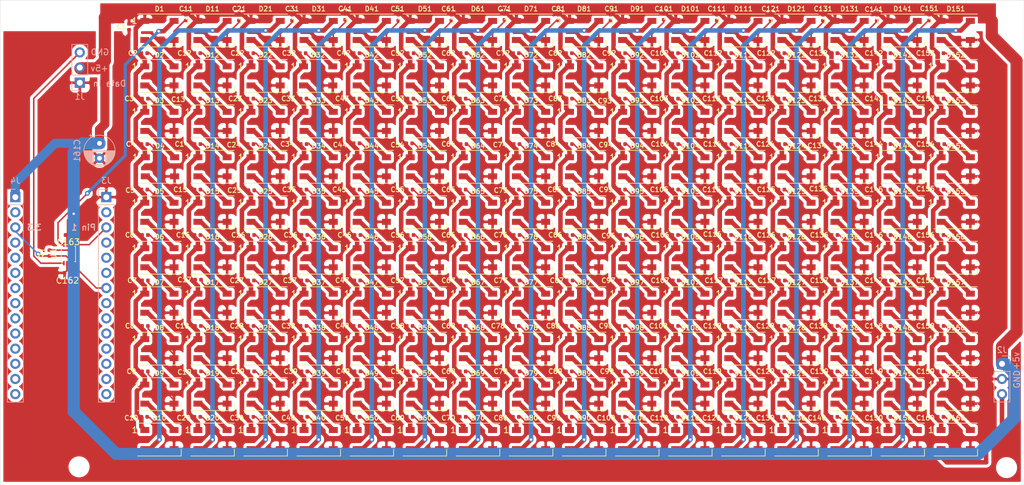
<source format=kicad_pcb>
(kicad_pcb (version 20171130) (host pcbnew "(5.1.5-0-10_14)")
  (layers (0 F.Cu signal) (31 B.Cu signal) (34 B.Paste user) (35 F.Paste user) (36 B.SilkS user) (37 F.SilkS user) (38 B.Mask user) (39 F.Mask user) (44 Edge.Cuts user))
  (net 0 "")
  (net 1 VDD)
  (net 2 "Net-(D1-Pad2)")
  (net 3 VSS)
  (net 4 "Net-(D145-Pad2)")
  (net 5 "Net-(D146-Pad2)")
  (net 6 "Net-(D147-Pad2)")
  (net 7 "Net-(D148-Pad2)")
  (net 8 "Net-(D149-Pad2)")
  (net 9 "Net-(D150-Pad2)")
  (net 10 "Net-(D151-Pad2)")
  (net 11 "Net-(D152-Pad2)")
  (net 12 "Net-(D10-Pad2)")
  (net 13 "Net-(D10-Pad4)")
  (net 14 "Net-(D11-Pad2)")
  (net 15 "Net-(D12-Pad2)")
  (net 16 "Net-(D13-Pad2)")
  (net 17 "Net-(D14-Pad2)")
  (net 18 "Net-(D15-Pad2)")
  (net 19 "Net-(D16-Pad2)")
  (net 20 "Net-(D159-Pad2)")
  (net 21 "Net-(D17-Pad2)")
  (net 22 "Net-(D18-Pad2)")
  (net 23 "Net-(D19-Pad2)")
  (net 24 "Net-(D20-Pad2)")
  (net 25 "Net-(D21-Pad2)")
  (net 26 "Net-(D22-Pad2)")
  (net 27 "Net-(D23-Pad2)")
  (net 28 "Net-(D24-Pad2)")
  (net 29 "Net-(D25-Pad2)")
  (net 30 "Net-(D26-Pad2)")
  (net 31 "Net-(D27-Pad2)")
  (net 32 "Net-(D28-Pad2)")
  (net 33 "Net-(D29-Pad2)")
  (net 34 "Net-(D30-Pad2)")
  (net 35 "Net-(D31-Pad2)")
  (net 36 "Net-(D32-Pad2)")
  (net 37 "Net-(D33-Pad2)")
  (net 38 "Net-(D34-Pad2)")
  (net 39 "Net-(D35-Pad2)")
  (net 40 "Net-(D36-Pad2)")
  (net 41 "Net-(D37-Pad2)")
  (net 42 "Net-(D38-Pad2)")
  (net 43 "Net-(D39-Pad2)")
  (net 44 "Net-(D40-Pad2)")
  (net 45 "Net-(D41-Pad2)")
  (net 46 "Net-(D42-Pad2)")
  (net 47 "Net-(D43-Pad2)")
  (net 48 "Net-(D44-Pad2)")
  (net 49 "Net-(D45-Pad2)")
  (net 50 "Net-(D46-Pad2)")
  (net 51 "Net-(D47-Pad2)")
  (net 52 "Net-(D48-Pad2)")
  (net 53 "Net-(D49-Pad2)")
  (net 54 "Net-(D50-Pad2)")
  (net 55 "Net-(D51-Pad2)")
  (net 56 "Net-(D52-Pad2)")
  (net 57 "Net-(D53-Pad2)")
  (net 58 "Net-(D54-Pad2)")
  (net 59 "Net-(D55-Pad2)")
  (net 60 "Net-(D56-Pad2)")
  (net 61 "Net-(D57-Pad2)")
  (net 62 "Net-(D58-Pad2)")
  (net 63 "Net-(D59-Pad2)")
  (net 64 "Net-(D60-Pad2)")
  (net 65 "Net-(D61-Pad2)")
  (net 66 "Net-(D62-Pad2)")
  (net 67 "Net-(D63-Pad2)")
  (net 68 "Net-(D64-Pad2)")
  (net 69 "Net-(D65-Pad2)")
  (net 70 "Net-(D66-Pad2)")
  (net 71 "Net-(D67-Pad2)")
  (net 72 "Net-(D68-Pad2)")
  (net 73 "Net-(D69-Pad2)")
  (net 74 "Net-(D70-Pad2)")
  (net 75 "Net-(D71-Pad2)")
  (net 76 "Net-(D72-Pad2)")
  (net 77 "Net-(D73-Pad2)")
  (net 78 "Net-(D74-Pad2)")
  (net 79 "Net-(D75-Pad2)")
  (net 80 "Net-(D76-Pad2)")
  (net 81 "Net-(D77-Pad2)")
  (net 82 "Net-(D78-Pad2)")
  (net 83 "Net-(D79-Pad2)")
  (net 84 "Net-(D80-Pad2)")
  (net 85 "Net-(D81-Pad2)")
  (net 86 "Net-(D82-Pad2)")
  (net 87 "Net-(D83-Pad2)")
  (net 88 "Net-(D100-Pad4)")
  (net 89 "Net-(D100-Pad2)")
  (net 90 "Net-(D101-Pad2)")
  (net 91 "Net-(D102-Pad2)")
  (net 92 "Net-(D103-Pad2)")
  (net 93 "Net-(D104-Pad2)")
  (net 94 "Net-(D105-Pad2)")
  (net 95 "Net-(D106-Pad2)")
  (net 96 "Net-(D107-Pad2)")
  (net 97 "Net-(D108-Pad2)")
  (net 98 "Net-(D109-Pad2)")
  (net 99 "Net-(D110-Pad2)")
  (net 100 "Net-(D111-Pad2)")
  (net 101 "Net-(D112-Pad2)")
  (net 102 "Net-(D113-Pad2)")
  (net 103 "Net-(D114-Pad2)")
  (net 104 "Net-(D115-Pad2)")
  (net 105 "Net-(D116-Pad2)")
  (net 106 "Net-(D117-Pad2)")
  (net 107 "Net-(D118-Pad2)")
  (net 108 "Net-(D119-Pad2)")
  (net 109 "Net-(D120-Pad2)")
  (net 110 "Net-(D121-Pad2)")
  (net 111 "Net-(D122-Pad2)")
  (net 112 "Net-(D123-Pad2)")
  (net 113 "Net-(D124-Pad2)")
  (net 114 "Net-(D125-Pad2)")
  (net 115 "Net-(D126-Pad2)")
  (net 116 "Net-(D127-Pad2)")
  (net 117 "Net-(D128-Pad2)")
  (net 118 "Net-(D129-Pad2)")
  (net 119 "Net-(D130-Pad2)")
  (net 120 "Net-(D131-Pad2)")
  (net 121 "Net-(D132-Pad2)")
  (net 122 "Net-(D133-Pad2)")
  (net 123 "Net-(D134-Pad2)")
  (net 124 "Net-(D135-Pad2)")
  (net 125 "Net-(D136-Pad2)")
  (net 126 "Net-(D137-Pad2)")
  (net 127 "Net-(D138-Pad2)")
  (net 128 "Net-(D139-Pad2)")
  (net 129 "Net-(D140-Pad2)")
  (net 130 "Net-(D141-Pad2)")
  (net 131 "Net-(D142-Pad2)")
  (net 132 "Net-(D143-Pad2)")
  (net 133 "Net-(D144-Pad2)")
  (net 134 "Net-(D160-Pad2)")
  (net 135 "Net-(D2-Pad2)")
  (net 136 "Net-(D3-Pad2)")
  (net 137 "Net-(D4-Pad2)")
  (net 138 "Net-(D5-Pad2)")
  (net 139 "Net-(D6-Pad2)")
  (net 140 "Net-(D7-Pad2)")
  (net 141 "Net-(D8-Pad2)")
  (net 142 "Net-(D84-Pad2)")
  (net 143 "Net-(D85-Pad2)")
  (net 144 "Net-(D86-Pad2)")
  (net 145 "Net-(D87-Pad2)")
  (net 146 "Net-(D88-Pad2)")
  (net 147 "Net-(D89-Pad2)")
  (net 148 "Net-(D90-Pad2)")
  (net 149 "Net-(D91-Pad2)")
  (net 150 "Net-(D92-Pad2)")
  (net 151 "Net-(D93-Pad2)")
  (net 152 "Net-(D94-Pad2)")
  (net 153 "Net-(D95-Pad2)")
  (net 154 "Net-(D96-Pad2)")
  (net 155 "Net-(D97-Pad2)")
  (net 156 "Net-(D98-Pad2)")
  (net 157 "Net-(D153-Pad2)")
  (net 158 "Net-(D154-Pad2)")
  (net 159 "Net-(D155-Pad2)")
  (net 160 "Net-(D156-Pad2)")
  (net 161 "Net-(D157-Pad2)")
  (net 162 "Net-(D158-Pad2)")
  (net 163 +3V3)
  (net 164 DIN)
  (net 165 DOUT)
  (net 166 PIN5)
  (net 167 PIN1)
  (net 168 "Net-(R1-Pad2)")
  (module Package_SO:VSSOP-8_2.4x2.1mm_P0.5mm (layer F.Cu) (at 63.5 116.205 90)
    (fp_text reference U1 (at 0 -2.54 90) (layer F.SilkS))
    (fp_text value TXB0102DCU)
    (pad 8 smd rect (at 1.55 -0.75 90) (size 0.75 0.25) (layers F.Cu F.Paste F.Mask) (net 164 DIN))
    (pad 7 smd rect (at 1.55 -0.25 90) (size 0.75 0.25) (layers F.Cu F.Paste F.Mask) (net 1 VDD))
    (pad 6 smd rect (at 1.55 0.25 90) (size 0.75 0.25) (layers F.Cu F.Paste F.Mask) (net 168 "Net-(R1-Pad2)"))
    (pad 5 smd rect (at 1.55 0.75 90) (size 0.75 0.25) (layers F.Cu F.Paste F.Mask) (net 167 PIN1))
    (pad 4 smd rect (at -1.55 0.75 90) (size 0.75 0.25) (layers F.Cu F.Paste F.Mask) (net 166 PIN5))
    (pad 3 smd rect (at -1.55 0.25 90) (size 0.75 0.25) (layers F.Cu F.Paste F.Mask) (net 163 +3V3))
    (pad 2 smd rect (at -1.55 -0.25 90) (size 0.75 0.25) (layers F.Cu F.Paste F.Mask) (net 3 VSS))
    (pad 1 smd rect (at -1.55 -0.75 90) (size 0.75 0.25) (layers F.Cu F.Paste F.Mask) (net 165 DOUT))
  )
  (module Resistor_SMD:R_0402_1005Metric (layer F.Cu) (at 60.325 116.055 90)
    (fp_text reference R1 (at 0 -1.17 90) (layer F.SilkS))
    (fp_text value 10k)
    (pad 2 smd roundrect (at 0.485 0 90) (size 0.59 0.64) (layers F.Cu F.Paste F.Mask) (net 168 "Net-(R1-Pad2)"))
    (pad 1 smd roundrect (at -0.485 0 90) (size 0.59 0.64) (layers F.Cu F.Paste F.Mask) (net 163 +3V3))
  )
  (module Connector_PinSocket_2.54mm:PinSocket_1x14_P2.54mm_Vertical (layer B.Cu) (at 54.61 106.68 180)
    (fp_text reference J4 (at 0 2.77) (layer B.SilkS) (effects (justify mirror)))
    (fp_text value Conn_01x14_Female)
    (pad 14 thru_hole oval (at 0 -33.02 180) (size 1.7 1.7) (drill 1) (layers *.Cu *.Mask))
    (pad 13 thru_hole oval (at 0 -30.48 180) (size 1.7 1.7) (drill 1) (layers *.Cu *.Mask))
    (pad 12 thru_hole oval (at 0 -27.94 180) (size 1.7 1.7) (drill 1) (layers *.Cu *.Mask))
    (pad 11 thru_hole oval (at 0 -25.4 180) (size 1.7 1.7) (drill 1) (layers *.Cu *.Mask))
    (pad 10 thru_hole oval (at 0 -22.86 180) (size 1.7 1.7) (drill 1) (layers *.Cu *.Mask))
    (pad 9 thru_hole oval (at 0 -20.32 180) (size 1.7 1.7) (drill 1) (layers *.Cu *.Mask))
    (pad 8 thru_hole oval (at 0 -17.78 180) (size 1.7 1.7) (drill 1) (layers *.Cu *.Mask))
    (pad 7 thru_hole oval (at 0 -15.24 180) (size 1.7 1.7) (drill 1) (layers *.Cu *.Mask))
    (pad 6 thru_hole oval (at 0 -12.7 180) (size 1.7 1.7) (drill 1) (layers *.Cu *.Mask))
    (pad 5 thru_hole oval (at 0 -10.16 180) (size 1.7 1.7) (drill 1) (layers *.Cu *.Mask))
    (pad 4 thru_hole oval (at 0 -7.62 180) (size 1.7 1.7) (drill 1) (layers *.Cu *.Mask))
    (pad 3 thru_hole oval (at 0 -5.08 180) (size 1.7 1.7) (drill 1) (layers *.Cu *.Mask) (net 163 +3V3))
    (pad 2 thru_hole oval (at 0 -2.54 180) (size 1.7 1.7) (drill 1) (layers *.Cu *.Mask))
    (pad 1 thru_hole rect (at 0 0 180) (size 1.7 1.7) (drill 1) (layers *.Cu *.Mask) (net 1 VDD))
  )
  (module Connector_PinSocket_2.54mm:PinSocket_1x14_P2.54mm_Vertical (layer B.Cu) (at 69.85 106.68 180)
    (fp_text reference J3 (at 0 2.77) (layer B.SilkS) (effects (justify mirror)))
    (fp_text value Conn_01x14_Female)
    (pad 14 thru_hole oval (at 0 -33.02 180) (size 1.7 1.7) (drill 1) (layers *.Cu *.Mask))
    (pad 13 thru_hole oval (at 0 -30.48 180) (size 1.7 1.7) (drill 1) (layers *.Cu *.Mask))
    (pad 12 thru_hole oval (at 0 -27.94 180) (size 1.7 1.7) (drill 1) (layers *.Cu *.Mask))
    (pad 11 thru_hole oval (at 0 -25.4 180) (size 1.7 1.7) (drill 1) (layers *.Cu *.Mask))
    (pad 10 thru_hole oval (at 0 -22.86 180) (size 1.7 1.7) (drill 1) (layers *.Cu *.Mask))
    (pad 9 thru_hole oval (at 0 -20.32 180) (size 1.7 1.7) (drill 1) (layers *.Cu *.Mask))
    (pad 8 thru_hole oval (at 0 -17.78 180) (size 1.7 1.7) (drill 1) (layers *.Cu *.Mask))
    (pad 7 thru_hole oval (at 0 -15.24 180) (size 1.7 1.7) (drill 1) (layers *.Cu *.Mask) (net 166 PIN5))
    (pad 6 thru_hole oval (at 0 -12.7 180) (size 1.7 1.7) (drill 1) (layers *.Cu *.Mask))
    (pad 5 thru_hole oval (at 0 -10.16 180) (size 1.7 1.7) (drill 1) (layers *.Cu *.Mask))
    (pad 4 thru_hole oval (at 0 -7.62 180) (size 1.7 1.7) (drill 1) (layers *.Cu *.Mask))
    (pad 3 thru_hole oval (at 0 -5.08 180) (size 1.7 1.7) (drill 1) (layers *.Cu *.Mask) (net 167 PIN1))
    (pad 2 thru_hole oval (at 0 -2.54 180) (size 1.7 1.7) (drill 1) (layers *.Cu *.Mask))
    (pad 1 thru_hole rect (at 0 0 180) (size 1.7 1.7) (drill 1) (layers *.Cu *.Mask) (net 3 VSS))
  )
  (module Capacitor_SMD:C_0402_1005Metric (layer F.Cu) (at 63.5 113.03 180)
    (fp_text reference C163 (at 0 -1.17) (layer F.SilkS))
    (fp_text value 100nf)
    (pad 2 smd roundrect (at 0.485 0 180) (size 0.59 0.64) (layers F.Cu F.Paste F.Mask) (net 1 VDD))
    (pad 1 smd roundrect (at -0.485 0 180) (size 0.59 0.64) (layers F.Cu F.Paste F.Mask) (net 3 VSS))
  )
  (module Capacitor_SMD:C_0402_1005Metric (layer F.Cu) (at 63.35 119.38)
    (fp_text reference C162 (at 0 1.27) (layer F.SilkS))
    (fp_text value 100nf)
    (pad 2 smd roundrect (at 0.485 0) (size 0.59 0.64) (layers F.Cu F.Paste F.Mask) (net 163 +3V3))
    (pad 1 smd roundrect (at -0.485 0) (size 0.59 0.64) (layers F.Cu F.Paste F.Mask) (net 3 VSS))
  )
  (module Capacitor_SMD:C_0402_1005Metric (layer F.Cu) (at 209.55 143.51 180)
    (fp_text reference C160 (at 2.54 -0.183) (layer F.SilkS) (effects (font (size 0.8 0.8))))
    (fp_text value 0.1uf)
    (pad 2 smd roundrect (at 0.485 0 180) (size 0.59 0.64) (layers F.Cu F.Paste F.Mask) (net 1 VDD))
    (pad 1 smd roundrect (at -0.485 0 180) (size 0.59 0.64) (layers F.Cu F.Paste F.Mask) (net 3 VSS))
  )
  (module Capacitor_SMD:C_0402_1005Metric (layer F.Cu) (at 209.55 135.89 180)
    (fp_text reference C159 (at 2.54 0) (layer F.SilkS) (effects (font (size 0.8 0.8))))
    (fp_text value 0.1uf)
    (pad 2 smd roundrect (at 0.485 0 180) (size 0.59 0.64) (layers F.Cu F.Paste F.Mask) (net 1 VDD))
    (pad 1 smd roundrect (at -0.485 0 180) (size 0.59 0.64) (layers F.Cu F.Paste F.Mask) (net 3 VSS))
  )
  (module Capacitor_SMD:C_0402_1005Metric (layer F.Cu) (at 209.573 128.27 180)
    (fp_text reference C158 (at 2.563 0) (layer F.SilkS) (effects (font (size 0.8 0.8))))
    (fp_text value 0.1uf)
    (pad 2 smd roundrect (at 0.485 0 180) (size 0.59 0.64) (layers F.Cu F.Paste F.Mask) (net 1 VDD))
    (pad 1 smd roundrect (at -0.485 0 180) (size 0.59 0.64) (layers F.Cu F.Paste F.Mask) (net 3 VSS))
  )
  (module Capacitor_SMD:C_0402_1005Metric (layer F.Cu) (at 209.654 120.65 180)
    (fp_text reference C157 (at 2.644 0) (layer F.SilkS) (effects (font (size 0.8 0.8))))
    (fp_text value 0.1uf)
    (pad 2 smd roundrect (at 0.485 0 180) (size 0.59 0.64) (layers F.Cu F.Paste F.Mask) (net 1 VDD))
    (pad 1 smd roundrect (at -0.485 0 180) (size 0.59 0.64) (layers F.Cu F.Paste F.Mask) (net 3 VSS))
  )
  (module Capacitor_SMD:C_0402_1005Metric (layer F.Cu) (at 209.55 113.03 180)
    (fp_text reference C156 (at 2.54 0) (layer F.SilkS) (effects (font (size 0.8 0.8))))
    (fp_text value 0.1uf)
    (pad 2 smd roundrect (at 0.485 0 180) (size 0.59 0.64) (layers F.Cu F.Paste F.Mask) (net 1 VDD))
    (pad 1 smd roundrect (at -0.485 0 180) (size 0.59 0.64) (layers F.Cu F.Paste F.Mask) (net 3 VSS))
  )
  (module Capacitor_SMD:C_0402_1005Metric (layer F.Cu) (at 209.55 105.41 180)
    (fp_text reference C155 (at 2.54 0.127) (layer F.SilkS) (effects (font (size 0.8 0.8))))
    (fp_text value 0.1uf)
    (pad 2 smd roundrect (at 0.485 0 180) (size 0.59 0.64) (layers F.Cu F.Paste F.Mask) (net 1 VDD))
    (pad 1 smd roundrect (at -0.485 0 180) (size 0.59 0.64) (layers F.Cu F.Paste F.Mask) (net 3 VSS))
  )
  (module Capacitor_SMD:C_0402_1005Metric (layer F.Cu) (at 209.677 97.79 180)
    (fp_text reference C154 (at 2.667 0) (layer F.SilkS) (effects (font (size 0.8 0.8))))
    (fp_text value 0.1uf)
    (pad 2 smd roundrect (at 0.485 0 180) (size 0.59 0.64) (layers F.Cu F.Paste F.Mask) (net 1 VDD))
    (pad 1 smd roundrect (at -0.485 0 180) (size 0.59 0.64) (layers F.Cu F.Paste F.Mask) (net 3 VSS))
  )
  (module Capacitor_SMD:C_0402_1005Metric (layer F.Cu) (at 209.55 90.17 180)
    (fp_text reference C153 (at 2.54 0) (layer F.SilkS) (effects (font (size 0.8 0.8))))
    (fp_text value 0.1uf)
    (pad 2 smd roundrect (at 0.485 0 180) (size 0.59 0.64) (layers F.Cu F.Paste F.Mask) (net 1 VDD))
    (pad 1 smd roundrect (at -0.485 0 180) (size 0.59 0.64) (layers F.Cu F.Paste F.Mask) (net 3 VSS))
  )
  (module Capacitor_SMD:C_0402_1005Metric (layer F.Cu) (at 209.55 82.55 180)
    (fp_text reference C152 (at 2.54 0) (layer F.SilkS) (effects (font (size 0.8 0.8))))
    (fp_text value 0.1uf)
    (pad 2 smd roundrect (at 0.485 0 180) (size 0.59 0.64) (layers F.Cu F.Paste F.Mask) (net 1 VDD))
    (pad 1 smd roundrect (at -0.485 0 180) (size 0.59 0.64) (layers F.Cu F.Paste F.Mask) (net 3 VSS))
  )
  (module Capacitor_SMD:C_0402_1005Metric (layer F.Cu) (at 207.645 76.581 90)
    (fp_text reference C151 (at 1.524 0 180) (layer F.SilkS) (effects (font (size 0.8 0.8))))
    (fp_text value 0.1uf)
    (pad 2 smd roundrect (at 0.485 0 90) (size 0.59 0.64) (layers F.Cu F.Paste F.Mask) (net 1 VDD))
    (pad 1 smd roundrect (at -0.485 0 90) (size 0.59 0.64) (layers F.Cu F.Paste F.Mask) (net 3 VSS))
  )
  (module Capacitor_SMD:C_0402_1005Metric (layer F.Cu) (at 200.66 143.51 180)
    (fp_text reference C150 (at 2.286 -0.183) (layer F.SilkS) (effects (font (size 0.8 0.8))))
    (fp_text value 0.1uf)
    (pad 2 smd roundrect (at 0.485 0 180) (size 0.59 0.64) (layers F.Cu F.Paste F.Mask) (net 1 VDD))
    (pad 1 smd roundrect (at -0.485 0 180) (size 0.59 0.64) (layers F.Cu F.Paste F.Mask) (net 3 VSS))
  )
  (module Capacitor_SMD:C_0402_1005Metric (layer F.Cu) (at 200.683 135.89 180)
    (fp_text reference C149 (at 2.309 0) (layer F.SilkS) (effects (font (size 0.8 0.8))))
    (fp_text value 0.1uf)
    (pad 2 smd roundrect (at 0.485 0 180) (size 0.59 0.64) (layers F.Cu F.Paste F.Mask) (net 1 VDD))
    (pad 1 smd roundrect (at -0.485 0 180) (size 0.59 0.64) (layers F.Cu F.Paste F.Mask) (net 3 VSS))
  )
  (module Capacitor_SMD:C_0402_1005Metric (layer F.Cu) (at 200.66 128.27 180)
    (fp_text reference C148 (at 2.286 0) (layer F.SilkS) (effects (font (size 0.8 0.8))))
    (fp_text value 0.1uf)
    (pad 2 smd roundrect (at 0.485 0 180) (size 0.59 0.64) (layers F.Cu F.Paste F.Mask) (net 1 VDD))
    (pad 1 smd roundrect (at -0.485 0 180) (size 0.59 0.64) (layers F.Cu F.Paste F.Mask) (net 3 VSS))
  )
  (module Capacitor_SMD:C_0402_1005Metric (layer F.Cu) (at 200.764 120.65 180)
    (fp_text reference C147 (at 2.39 0) (layer F.SilkS) (effects (font (size 0.8 0.8))))
    (fp_text value 0.1uf)
    (pad 2 smd roundrect (at 0.485 0 180) (size 0.59 0.64) (layers F.Cu F.Paste F.Mask) (net 1 VDD))
    (pad 1 smd roundrect (at -0.485 0 180) (size 0.59 0.64) (layers F.Cu F.Paste F.Mask) (net 3 VSS))
  )
  (module Capacitor_SMD:C_0402_1005Metric (layer F.Cu) (at 200.683 113.03 180)
    (fp_text reference C146 (at 2.309 0) (layer F.SilkS) (effects (font (size 0.8 0.8))))
    (fp_text value 0.1uf)
    (pad 2 smd roundrect (at 0.485 0 180) (size 0.59 0.64) (layers F.Cu F.Paste F.Mask) (net 1 VDD))
    (pad 1 smd roundrect (at -0.485 0 180) (size 0.59 0.64) (layers F.Cu F.Paste F.Mask) (net 3 VSS))
  )
  (module Capacitor_SMD:C_0402_1005Metric (layer F.Cu) (at 200.66 105.41 180)
    (fp_text reference C145 (at 2.286 0) (layer F.SilkS) (effects (font (size 0.8 0.8))))
    (fp_text value 0.1uf)
    (pad 2 smd roundrect (at 0.485 0 180) (size 0.59 0.64) (layers F.Cu F.Paste F.Mask) (net 1 VDD))
    (pad 1 smd roundrect (at -0.485 0 180) (size 0.59 0.64) (layers F.Cu F.Paste F.Mask) (net 3 VSS))
  )
  (module Capacitor_SMD:C_0402_1005Metric (layer F.Cu) (at 200.66 97.79 180)
    (fp_text reference C144 (at 2.286 0) (layer F.SilkS) (effects (font (size 0.8 0.8))))
    (fp_text value 0.1uf)
    (pad 2 smd roundrect (at 0.485 0 180) (size 0.59 0.64) (layers F.Cu F.Paste F.Mask) (net 1 VDD))
    (pad 1 smd roundrect (at -0.485 0 180) (size 0.59 0.64) (layers F.Cu F.Paste F.Mask) (net 3 VSS))
  )
  (module Capacitor_SMD:C_0402_1005Metric (layer F.Cu) (at 200.683 90.17 180)
    (fp_text reference C143 (at 2.309 0) (layer F.SilkS) (effects (font (size 0.8 0.8))))
    (fp_text value 0.1uf)
    (pad 2 smd roundrect (at 0.485 0 180) (size 0.59 0.64) (layers F.Cu F.Paste F.Mask) (net 1 VDD))
    (pad 1 smd roundrect (at -0.485 0 180) (size 0.59 0.64) (layers F.Cu F.Paste F.Mask) (net 3 VSS))
  )
  (module Capacitor_SMD:C_0402_1005Metric (layer F.Cu) (at 200.66 82.55 180)
    (fp_text reference C142 (at 2.286 0) (layer F.SilkS) (effects (font (size 0.8 0.8))))
    (fp_text value 0.1uf)
    (pad 2 smd roundrect (at 0.485 0 180) (size 0.59 0.64) (layers F.Cu F.Paste F.Mask) (net 1 VDD))
    (pad 1 smd roundrect (at -0.485 0 180) (size 0.59 0.64) (layers F.Cu F.Paste F.Mask) (net 3 VSS))
  )
  (module Capacitor_SMD:C_0402_1005Metric (layer F.Cu) (at 198.882 76.581 90)
    (fp_text reference C141 (at 1.397 -0.508 180) (layer F.SilkS) (effects (font (size 0.8 0.8))))
    (fp_text value 0.1uf)
    (pad 2 smd roundrect (at 0.485 0 90) (size 0.59 0.64) (layers F.Cu F.Paste F.Mask) (net 1 VDD))
    (pad 1 smd roundrect (at -0.485 0 90) (size 0.59 0.64) (layers F.Cu F.Paste F.Mask) (net 3 VSS))
  )
  (module Capacitor_SMD:C_0402_1005Metric (layer F.Cu) (at 191.77 143.51 180)
    (fp_text reference C140 (at 2.921 -0.183) (layer F.SilkS) (effects (font (size 0.8 0.8))))
    (fp_text value 0.1uf)
    (pad 2 smd roundrect (at 0.485 0 180) (size 0.59 0.64) (layers F.Cu F.Paste F.Mask) (net 1 VDD))
    (pad 1 smd roundrect (at -0.485 0 180) (size 0.59 0.64) (layers F.Cu F.Paste F.Mask) (net 3 VSS))
  )
  (module Capacitor_SMD:C_0402_1005Metric (layer F.Cu) (at 191.77 135.89 180)
    (fp_text reference C139 (at 2.54 0) (layer F.SilkS) (effects (font (size 0.8 0.8))))
    (fp_text value 0.1uf)
    (pad 2 smd roundrect (at 0.485 0 180) (size 0.59 0.64) (layers F.Cu F.Paste F.Mask) (net 1 VDD))
    (pad 1 smd roundrect (at -0.485 0 180) (size 0.59 0.64) (layers F.Cu F.Paste F.Mask) (net 3 VSS))
  )
  (module Capacitor_SMD:C_0402_1005Metric (layer F.Cu) (at 191.793 128.27 180)
    (fp_text reference C138 (at 2.69 0) (layer F.SilkS) (effects (font (size 0.8 0.8))))
    (fp_text value 0.1uf)
    (pad 2 smd roundrect (at 0.485 0 180) (size 0.59 0.64) (layers F.Cu F.Paste F.Mask) (net 1 VDD))
    (pad 1 smd roundrect (at -0.485 0 180) (size 0.59 0.64) (layers F.Cu F.Paste F.Mask) (net 3 VSS))
  )
  (module Capacitor_SMD:C_0402_1005Metric (layer F.Cu) (at 191.874 120.65 180)
    (fp_text reference C137 (at 2.644 0) (layer F.SilkS) (effects (font (size 0.8 0.8))))
    (fp_text value 0.1uf)
    (pad 2 smd roundrect (at 0.485 0 180) (size 0.59 0.64) (layers F.Cu F.Paste F.Mask) (net 1 VDD))
    (pad 1 smd roundrect (at -0.485 0 180) (size 0.59 0.64) (layers F.Cu F.Paste F.Mask) (net 3 VSS))
  )
  (module Capacitor_SMD:C_0402_1005Metric (layer F.Cu) (at 191.793 113.03 180)
    (fp_text reference C136 (at 2.563 0) (layer F.SilkS) (effects (font (size 0.8 0.8))))
    (fp_text value 0.1uf)
    (pad 2 smd roundrect (at 0.485 0 180) (size 0.59 0.64) (layers F.Cu F.Paste F.Mask) (net 1 VDD))
    (pad 1 smd roundrect (at -0.485 0 180) (size 0.59 0.64) (layers F.Cu F.Paste F.Mask) (net 3 VSS))
  )
  (module Capacitor_SMD:C_0402_1005Metric (layer F.Cu) (at 191.793 105.41 180)
    (fp_text reference C135 (at 2.69 0.127) (layer F.SilkS) (effects (font (size 0.8 0.8))))
    (fp_text value 0.1uf)
    (pad 2 smd roundrect (at 0.485 0 180) (size 0.59 0.64) (layers F.Cu F.Paste F.Mask) (net 1 VDD))
    (pad 1 smd roundrect (at -0.485 0 180) (size 0.59 0.64) (layers F.Cu F.Paste F.Mask) (net 3 VSS))
  )
  (module Capacitor_SMD:C_0402_1005Metric (layer F.Cu) (at 191.793 97.79 180)
    (fp_text reference C134 (at 2.973704 -0.254) (layer F.SilkS) (effects (font (size 0.8 0.8))))
    (fp_text value 0.1uf)
    (pad 2 smd roundrect (at 0.485 0 180) (size 0.59 0.64) (layers F.Cu F.Paste F.Mask) (net 1 VDD))
    (pad 1 smd roundrect (at -0.485 0 180) (size 0.59 0.64) (layers F.Cu F.Paste F.Mask) (net 3 VSS))
  )
  (module Capacitor_SMD:C_0402_1005Metric (layer F.Cu) (at 191.77 90.17 180)
    (fp_text reference C133 (at 2.794 0) (layer F.SilkS) (effects (font (size 0.8 0.8))))
    (fp_text value 0.1uf)
    (pad 2 smd roundrect (at 0.485 0 180) (size 0.59 0.64) (layers F.Cu F.Paste F.Mask) (net 1 VDD))
    (pad 1 smd roundrect (at -0.485 0 180) (size 0.59 0.64) (layers F.Cu F.Paste F.Mask) (net 3 VSS))
  )
  (module Capacitor_SMD:C_0402_1005Metric (layer F.Cu) (at 191.77 82.55 180)
    (fp_text reference C132 (at 2.667 0) (layer F.SilkS) (effects (font (size 0.8 0.8))))
    (fp_text value 0.1uf)
    (pad 2 smd roundrect (at 0.485 0 180) (size 0.59 0.64) (layers F.Cu F.Paste F.Mask) (net 1 VDD))
    (pad 1 smd roundrect (at -0.485 0 180) (size 0.59 0.64) (layers F.Cu F.Paste F.Mask) (net 3 VSS))
  )
  (module Capacitor_SMD:C_0402_1005Metric (layer F.Cu) (at 189.865 76.604 90)
    (fp_text reference C131 (at 1.491 0 180) (layer F.SilkS) (effects (font (size 0.8 0.8))))
    (fp_text value 0.1uf)
    (pad 2 smd roundrect (at 0.485 0 90) (size 0.59 0.64) (layers F.Cu F.Paste F.Mask) (net 1 VDD))
    (pad 1 smd roundrect (at -0.485 0 90) (size 0.59 0.64) (layers F.Cu F.Paste F.Mask) (net 3 VSS))
  )
  (module Capacitor_SMD:C_0402_1005Metric (layer F.Cu) (at 182.88 143.51 180)
    (fp_text reference C130 (at 2.667 -0.183) (layer F.SilkS) (effects (font (size 0.8 0.8))))
    (fp_text value 0.1uf)
    (pad 2 smd roundrect (at 0.485 0 180) (size 0.59 0.64) (layers F.Cu F.Paste F.Mask) (net 1 VDD))
    (pad 1 smd roundrect (at -0.485 0 180) (size 0.59 0.64) (layers F.Cu F.Paste F.Mask) (net 3 VSS))
  )
  (module Capacitor_SMD:C_0402_1005Metric (layer F.Cu) (at 182.903 135.89 180)
    (fp_text reference C129 (at 2.69 0) (layer F.SilkS) (effects (font (size 0.8 0.8))))
    (fp_text value 0.1uf)
    (pad 2 smd roundrect (at 0.485 0 180) (size 0.59 0.64) (layers F.Cu F.Paste F.Mask) (net 1 VDD))
    (pad 1 smd roundrect (at -0.485 0 180) (size 0.59 0.64) (layers F.Cu F.Paste F.Mask) (net 3 VSS))
  )
  (module Capacitor_SMD:C_0402_1005Metric (layer F.Cu) (at 182.88 128.27 180)
    (fp_text reference C128 (at 2.667 0) (layer F.SilkS) (effects (font (size 0.8 0.8))))
    (fp_text value 0.1uf)
    (pad 2 smd roundrect (at 0.485 0 180) (size 0.59 0.64) (layers F.Cu F.Paste F.Mask) (net 1 VDD))
    (pad 1 smd roundrect (at -0.485 0 180) (size 0.59 0.64) (layers F.Cu F.Paste F.Mask) (net 3 VSS))
  )
  (module Capacitor_SMD:C_0402_1005Metric (layer F.Cu) (at 182.984 120.65 180)
    (fp_text reference C127 (at 2.517 0) (layer F.SilkS) (effects (font (size 0.8 0.8))))
    (fp_text value 0.1uf)
    (pad 2 smd roundrect (at 0.485 0 180) (size 0.59 0.64) (layers F.Cu F.Paste F.Mask) (net 1 VDD))
    (pad 1 smd roundrect (at -0.485 0 180) (size 0.59 0.64) (layers F.Cu F.Paste F.Mask) (net 3 VSS))
  )
  (module Capacitor_SMD:C_0402_1005Metric (layer F.Cu) (at 182.903 113.03 180)
    (fp_text reference C126 (at 2.563 0) (layer F.SilkS) (effects (font (size 0.8 0.8))))
    (fp_text value 0.1uf)
    (pad 2 smd roundrect (at 0.485 0 180) (size 0.59 0.64) (layers F.Cu F.Paste F.Mask) (net 1 VDD))
    (pad 1 smd roundrect (at -0.485 0 180) (size 0.59 0.64) (layers F.Cu F.Paste F.Mask) (net 3 VSS))
  )
  (module Capacitor_SMD:C_0402_1005Metric (layer F.Cu) (at 182.903 105.41 180)
    (fp_text reference C125 (at 2.563 0) (layer F.SilkS) (effects (font (size 0.8 0.8))))
    (fp_text value 0.1uf)
    (pad 2 smd roundrect (at 0.485 0 180) (size 0.59 0.64) (layers F.Cu F.Paste F.Mask) (net 1 VDD))
    (pad 1 smd roundrect (at -0.485 0 180) (size 0.59 0.64) (layers F.Cu F.Paste F.Mask) (net 3 VSS))
  )
  (module Capacitor_SMD:C_0402_1005Metric (layer F.Cu) (at 183.007 97.79 180)
    (fp_text reference C124 (at 2.794 0) (layer F.SilkS) (effects (font (size 0.8 0.8))))
    (fp_text value 0.1uf)
    (pad 2 smd roundrect (at 0.485 0 180) (size 0.59 0.64) (layers F.Cu F.Paste F.Mask) (net 1 VDD))
    (pad 1 smd roundrect (at -0.485 0 180) (size 0.59 0.64) (layers F.Cu F.Paste F.Mask) (net 3 VSS))
  )
  (module Capacitor_SMD:C_0402_1005Metric (layer F.Cu) (at 182.903 90.17 180)
    (fp_text reference C123 (at 2.69 0) (layer F.SilkS) (effects (font (size 0.8 0.8))))
    (fp_text value 0.1uf)
    (pad 2 smd roundrect (at 0.485 0 180) (size 0.59 0.64) (layers F.Cu F.Paste F.Mask) (net 1 VDD))
    (pad 1 smd roundrect (at -0.485 0 180) (size 0.59 0.64) (layers F.Cu F.Paste F.Mask) (net 3 VSS))
  )
  (module Capacitor_SMD:C_0402_1005Metric (layer F.Cu) (at 182.903 82.55 180)
    (fp_text reference C122 (at 2.563 0) (layer F.SilkS) (effects (font (size 0.8 0.8))))
    (fp_text value 0.1uf)
    (pad 2 smd roundrect (at 0.485 0 180) (size 0.59 0.64) (layers F.Cu F.Paste F.Mask) (net 1 VDD))
    (pad 1 smd roundrect (at -0.485 0 180) (size 0.59 0.64) (layers F.Cu F.Paste F.Mask) (net 3 VSS))
  )
  (module Capacitor_SMD:C_0402_1005Metric (layer F.Cu) (at 181.102 76.581 90)
    (fp_text reference C121 (at 1.468 0 180) (layer F.SilkS) (effects (font (size 0.8 0.8))))
    (fp_text value 0.1uf)
    (pad 2 smd roundrect (at 0.485 0 90) (size 0.59 0.64) (layers F.Cu F.Paste F.Mask) (net 1 VDD))
    (pad 1 smd roundrect (at -0.485 0 90) (size 0.59 0.64) (layers F.Cu F.Paste F.Mask) (net 3 VSS))
  )
  (module Capacitor_SMD:C_0402_1005Metric (layer F.Cu) (at 173.99 143.51 180)
    (fp_text reference C120 (at 2.794 -0.183) (layer F.SilkS) (effects (font (size 0.8 0.8))))
    (fp_text value 0.1uf)
    (pad 2 smd roundrect (at 0.485 0 180) (size 0.59 0.64) (layers F.Cu F.Paste F.Mask) (net 1 VDD))
    (pad 1 smd roundrect (at -0.485 0 180) (size 0.59 0.64) (layers F.Cu F.Paste F.Mask) (net 3 VSS))
  )
  (module Capacitor_SMD:C_0402_1005Metric (layer F.Cu) (at 173.99 135.89 180)
    (fp_text reference C119 (at 2.667 0) (layer F.SilkS) (effects (font (size 0.8 0.8))))
    (fp_text value 0.1uf)
    (pad 2 smd roundrect (at 0.485 0 180) (size 0.59 0.64) (layers F.Cu F.Paste F.Mask) (net 1 VDD))
    (pad 1 smd roundrect (at -0.485 0 180) (size 0.59 0.64) (layers F.Cu F.Paste F.Mask) (net 3 VSS))
  )
  (module Capacitor_SMD:C_0402_1005Metric (layer F.Cu) (at 173.99 128.27 180)
    (fp_text reference C118 (at 2.667 0) (layer F.SilkS) (effects (font (size 0.8 0.8))))
    (fp_text value 0.1uf)
    (pad 2 smd roundrect (at 0.485 0 180) (size 0.59 0.64) (layers F.Cu F.Paste F.Mask) (net 1 VDD))
    (pad 1 smd roundrect (at -0.485 0 180) (size 0.59 0.64) (layers F.Cu F.Paste F.Mask) (net 3 VSS))
  )
  (module Capacitor_SMD:C_0402_1005Metric (layer F.Cu) (at 174.094 120.65 180)
    (fp_text reference C117 (at 2.517 0) (layer F.SilkS) (effects (font (size 0.8 0.8))))
    (fp_text value 0.1uf)
    (pad 2 smd roundrect (at 0.485 0 180) (size 0.59 0.64) (layers F.Cu F.Paste F.Mask) (net 1 VDD))
    (pad 1 smd roundrect (at -0.485 0 180) (size 0.59 0.64) (layers F.Cu F.Paste F.Mask) (net 3 VSS))
  )
  (module Capacitor_SMD:C_0402_1005Metric (layer F.Cu) (at 173.99 113.03 180)
    (fp_text reference C116 (at 2.667 0.127) (layer F.SilkS) (effects (font (size 0.8 0.8))))
    (fp_text value 0.1uf)
    (pad 2 smd roundrect (at 0.485 0 180) (size 0.59 0.64) (layers F.Cu F.Paste F.Mask) (net 1 VDD))
    (pad 1 smd roundrect (at -0.485 0 180) (size 0.59 0.64) (layers F.Cu F.Paste F.Mask) (net 3 VSS))
  )
  (module Capacitor_SMD:C_0402_1005Metric (layer F.Cu) (at 174.013 105.41 180)
    (fp_text reference C115 (at 2.817 0 180) (layer F.SilkS) (effects (font (size 0.8 0.8))))
    (fp_text value 0.1uf)
    (pad 2 smd roundrect (at 0.485 0 180) (size 0.59 0.64) (layers F.Cu F.Paste F.Mask) (net 1 VDD))
    (pad 1 smd roundrect (at -0.485 0 180) (size 0.59 0.64) (layers F.Cu F.Paste F.Mask) (net 3 VSS))
  )
  (module Capacitor_SMD:C_0402_1005Metric (layer F.Cu) (at 174.013 97.79 180)
    (fp_text reference C114 (at 2.69 0) (layer F.SilkS) (effects (font (size 0.8 0.8))))
    (fp_text value 0.1uf)
    (pad 2 smd roundrect (at 0.485 0 180) (size 0.59 0.64) (layers F.Cu F.Paste F.Mask) (net 1 VDD))
    (pad 1 smd roundrect (at -0.485 0 180) (size 0.59 0.64) (layers F.Cu F.Paste F.Mask) (net 3 VSS))
  )
  (module Capacitor_SMD:C_0402_1005Metric (layer F.Cu) (at 173.99 90.17 180)
    (fp_text reference C113 (at 2.794 0) (layer F.SilkS) (effects (font (size 0.8 0.8))))
    (fp_text value 0.1uf)
    (pad 2 smd roundrect (at 0.485 0 180) (size 0.59 0.64) (layers F.Cu F.Paste F.Mask) (net 1 VDD))
    (pad 1 smd roundrect (at -0.485 0 180) (size 0.59 0.64) (layers F.Cu F.Paste F.Mask) (net 3 VSS))
  )
  (module Capacitor_SMD:C_0402_1005Metric (layer F.Cu) (at 174.013 82.55 180)
    (fp_text reference C112 (at 2.563 0) (layer F.SilkS) (effects (font (size 0.8 0.8))))
    (fp_text value 0.1uf)
    (pad 2 smd roundrect (at 0.485 0 180) (size 0.59 0.64) (layers F.Cu F.Paste F.Mask) (net 1 VDD))
    (pad 1 smd roundrect (at -0.485 0 180) (size 0.59 0.64) (layers F.Cu F.Paste F.Mask) (net 3 VSS))
  )
  (module Capacitor_SMD:C_0402_1005Metric (layer F.Cu) (at 172.085 76.581 90)
    (fp_text reference C111 (at 1.468 0 180) (layer F.SilkS) (effects (font (size 0.8 0.8))))
    (fp_text value 0.1uf)
    (pad 2 smd roundrect (at 0.485 0 90) (size 0.59 0.64) (layers F.Cu F.Paste F.Mask) (net 1 VDD))
    (pad 1 smd roundrect (at -0.485 0 90) (size 0.59 0.64) (layers F.Cu F.Paste F.Mask) (net 3 VSS))
  )
  (module Capacitor_SMD:C_0402_1005Metric (layer F.Cu) (at 165.1 143.51 180)
    (fp_text reference C110 (at 2.667 -0.183) (layer F.SilkS) (effects (font (size 0.8 0.8))))
    (fp_text value 0.1uf)
    (pad 2 smd roundrect (at 0.485 0 180) (size 0.59 0.64) (layers F.Cu F.Paste F.Mask) (net 1 VDD))
    (pad 1 smd roundrect (at -0.485 0 180) (size 0.59 0.64) (layers F.Cu F.Paste F.Mask) (net 3 VSS))
  )
  (module Capacitor_SMD:C_0402_1005Metric (layer F.Cu) (at 165.1 135.89 180)
    (fp_text reference C109 (at 2.794 0) (layer F.SilkS) (effects (font (size 0.8 0.8))))
    (fp_text value 0.1uf)
    (pad 2 smd roundrect (at 0.485 0 180) (size 0.59 0.64) (layers F.Cu F.Paste F.Mask) (net 1 VDD))
    (pad 1 smd roundrect (at -0.485 0 180) (size 0.59 0.64) (layers F.Cu F.Paste F.Mask) (net 3 VSS))
  )
  (module Capacitor_SMD:C_0402_1005Metric (layer F.Cu) (at 165.1 128.27 180)
    (fp_text reference C108 (at 2.794 0) (layer F.SilkS) (effects (font (size 0.8 0.8))))
    (fp_text value 0.1uf)
    (pad 2 smd roundrect (at 0.485 0 180) (size 0.59 0.64) (layers F.Cu F.Paste F.Mask) (net 1 VDD))
    (pad 1 smd roundrect (at -0.485 0 180) (size 0.59 0.64) (layers F.Cu F.Paste F.Mask) (net 3 VSS))
  )
  (module Capacitor_SMD:C_0402_1005Metric (layer F.Cu) (at 165.204 120.65 180)
    (fp_text reference C107 (at 2.644 0) (layer F.SilkS) (effects (font (size 0.8 0.8))))
    (fp_text value 0.1uf)
    (pad 2 smd roundrect (at 0.485 0 180) (size 0.59 0.64) (layers F.Cu F.Paste F.Mask) (net 1 VDD))
    (pad 1 smd roundrect (at -0.485 0 180) (size 0.59 0.64) (layers F.Cu F.Paste F.Mask) (net 3 VSS))
  )
  (module Capacitor_SMD:C_0402_1005Metric (layer F.Cu) (at 165.1 113.03 180)
    (fp_text reference C106 (at 2.54 0) (layer F.SilkS) (effects (font (size 0.8 0.8))))
    (fp_text value 0.1uf)
    (pad 2 smd roundrect (at 0.485 0 180) (size 0.59 0.64) (layers F.Cu F.Paste F.Mask) (net 1 VDD))
    (pad 1 smd roundrect (at -0.485 0 180) (size 0.59 0.64) (layers F.Cu F.Paste F.Mask) (net 3 VSS))
  )
  (module Capacitor_SMD:C_0402_1005Metric (layer F.Cu) (at 165.123 105.41 180)
    (fp_text reference C105 (at 2.69 0) (layer F.SilkS) (effects (font (size 0.8 0.8))))
    (fp_text value 0.1uf)
    (pad 2 smd roundrect (at 0.485 0 180) (size 0.59 0.64) (layers F.Cu F.Paste F.Mask) (net 1 VDD))
    (pad 1 smd roundrect (at -0.485 0 180) (size 0.59 0.64) (layers F.Cu F.Paste F.Mask) (net 3 VSS))
  )
  (module Capacitor_SMD:C_0402_1005Metric (layer F.Cu) (at 165.123 97.79 180)
    (fp_text reference C104 (at 2.563 0) (layer F.SilkS) (effects (font (size 0.8 0.8))))
    (fp_text value 0.1uf)
    (pad 2 smd roundrect (at 0.485 0 180) (size 0.59 0.64) (layers F.Cu F.Paste F.Mask) (net 1 VDD))
    (pad 1 smd roundrect (at -0.485 0 180) (size 0.59 0.64) (layers F.Cu F.Paste F.Mask) (net 3 VSS))
  )
  (module Capacitor_SMD:C_0402_1005Metric (layer F.Cu) (at 165.1 90.17 180)
    (fp_text reference C103 (at 2.667 0) (layer F.SilkS) (effects (font (size 0.8 0.8))))
    (fp_text value 0.1uf)
    (pad 2 smd roundrect (at 0.485 0 180) (size 0.59 0.64) (layers F.Cu F.Paste F.Mask) (net 1 VDD))
    (pad 1 smd roundrect (at -0.485 0 180) (size 0.59 0.64) (layers F.Cu F.Paste F.Mask) (net 3 VSS))
  )
  (module Capacitor_SMD:C_0402_1005Metric (layer F.Cu) (at 165.1 82.55 180)
    (fp_text reference C102 (at 2.621639 0) (layer F.SilkS) (effects (font (size 0.8 0.8))))
    (fp_text value 0.1uf)
    (pad 2 smd roundrect (at 0.485 0 180) (size 0.59 0.64) (layers F.Cu F.Paste F.Mask) (net 1 VDD))
    (pad 1 smd roundrect (at -0.485 0 180) (size 0.59 0.64) (layers F.Cu F.Paste F.Mask) (net 3 VSS))
  )
  (module Capacitor_SMD:C_0402_1005Metric (layer F.Cu) (at 163.195 76.454 90)
    (fp_text reference C101 (at 1.341 0 180) (layer F.SilkS) (effects (font (size 0.8 0.8))))
    (fp_text value 0.1uf)
    (pad 2 smd roundrect (at 0.485 0 90) (size 0.59 0.64) (layers F.Cu F.Paste F.Mask) (net 1 VDD))
    (pad 1 smd roundrect (at -0.485 0 90) (size 0.59 0.64) (layers F.Cu F.Paste F.Mask) (net 3 VSS))
  )
  (module Capacitor_SMD:C_0402_1005Metric (layer F.Cu) (at 156.21 143.51 180)
    (fp_text reference C100 (at 2.667 -0.183) (layer F.SilkS) (effects (font (size 0.8 0.8))))
    (fp_text value 0.1uf)
    (pad 2 smd roundrect (at 0.485 0 180) (size 0.59 0.64) (layers F.Cu F.Paste F.Mask) (net 1 VDD))
    (pad 1 smd roundrect (at -0.485 0 180) (size 0.59 0.64) (layers F.Cu F.Paste F.Mask) (net 3 VSS))
  )
  (module Capacitor_SMD:C_0402_1005Metric (layer F.Cu) (at 156.21 135.89 180)
    (fp_text reference C99 (at 2.54 0 180) (layer F.SilkS) (effects (font (size 0.8 0.8))))
    (fp_text value 0.1uf)
    (pad 2 smd roundrect (at 0.485 0 180) (size 0.59 0.64) (layers F.Cu F.Paste F.Mask) (net 1 VDD))
    (pad 1 smd roundrect (at -0.485 0 180) (size 0.59 0.64) (layers F.Cu F.Paste F.Mask) (net 3 VSS))
  )
  (module Capacitor_SMD:C_0402_1005Metric (layer F.Cu) (at 156.21 128.27 180)
    (fp_text reference C98 (at 2.724712 0) (layer F.SilkS) (effects (font (size 0.8 0.8))))
    (fp_text value 0.1uf)
    (pad 2 smd roundrect (at 0.485 0 180) (size 0.59 0.64) (layers F.Cu F.Paste F.Mask) (net 1 VDD))
    (pad 1 smd roundrect (at -0.485 0 180) (size 0.59 0.64) (layers F.Cu F.Paste F.Mask) (net 3 VSS))
  )
  (module Capacitor_SMD:C_0402_1005Metric (layer F.Cu) (at 156.314 120.65 180)
    (fp_text reference C97 (at 2.39 0) (layer F.SilkS) (effects (font (size 0.8 0.8))))
    (fp_text value 0.1uf)
    (pad 2 smd roundrect (at 0.485 0 180) (size 0.59 0.64) (layers F.Cu F.Paste F.Mask) (net 1 VDD))
    (pad 1 smd roundrect (at -0.485 0 180) (size 0.59 0.64) (layers F.Cu F.Paste F.Mask) (net 3 VSS))
  )
  (module Capacitor_SMD:C_0402_1005Metric (layer F.Cu) (at 156.36 113.03 180)
    (fp_text reference C96 (at 2.436 -0.127) (layer F.SilkS) (effects (font (size 0.8 0.8))))
    (fp_text value 0.1uf)
    (pad 2 smd roundrect (at 0.485 0 180) (size 0.59 0.64) (layers F.Cu F.Paste F.Mask) (net 1 VDD))
    (pad 1 smd roundrect (at -0.485 0 180) (size 0.59 0.64) (layers F.Cu F.Paste F.Mask) (net 3 VSS))
  )
  (module Capacitor_SMD:C_0402_1005Metric (layer F.Cu) (at 156.233 105.41 180)
    (fp_text reference C95 (at 2.733994 0) (layer F.SilkS) (effects (font (size 0.8 0.8))))
    (fp_text value 0.1uf)
    (pad 2 smd roundrect (at 0.485 0 180) (size 0.59 0.64) (layers F.Cu F.Paste F.Mask) (net 1 VDD))
    (pad 1 smd roundrect (at -0.485 0 180) (size 0.59 0.64) (layers F.Cu F.Paste F.Mask) (net 3 VSS))
  )
  (module Capacitor_SMD:C_0402_1005Metric (layer F.Cu) (at 156.233 97.79 180)
    (fp_text reference C94 (at 2.779136 -0.127) (layer F.SilkS) (effects (font (size 0.8 0.8))))
    (fp_text value 0.1uf)
    (pad 2 smd roundrect (at 0.485 0 180) (size 0.59 0.64) (layers F.Cu F.Paste F.Mask) (net 1 VDD))
    (pad 1 smd roundrect (at -0.485 0 180) (size 0.59 0.64) (layers F.Cu F.Paste F.Mask) (net 3 VSS))
  )
  (module Capacitor_SMD:C_0402_1005Metric (layer F.Cu) (at 156.233 90.17 180)
    (fp_text reference C93 (at 2.894568 -0.381) (layer F.SilkS) (effects (font (size 0.8 0.8))))
    (fp_text value 0.1uf)
    (pad 2 smd roundrect (at 0.485 0 180) (size 0.59 0.64) (layers F.Cu F.Paste F.Mask) (net 1 VDD))
    (pad 1 smd roundrect (at -0.485 0 180) (size 0.59 0.64) (layers F.Cu F.Paste F.Mask) (net 3 VSS))
  )
  (module Capacitor_SMD:C_0402_1005Metric (layer F.Cu) (at 156.233 82.55 180)
    (fp_text reference C92 (at 2.182 0) (layer F.SilkS) (effects (font (size 0.8 0.8))))
    (fp_text value 0.1uf)
    (pad 2 smd roundrect (at 0.485 0 180) (size 0.59 0.64) (layers F.Cu F.Paste F.Mask) (net 1 VDD))
    (pad 1 smd roundrect (at -0.485 0 180) (size 0.59 0.64) (layers F.Cu F.Paste F.Mask) (net 3 VSS))
  )
  (module Capacitor_SMD:C_0402_1005Metric (layer F.Cu) (at 154.305 76.581 90)
    (fp_text reference C91 (at 1.468 0.127) (layer F.SilkS) (effects (font (size 0.8 0.8))))
    (fp_text value 0.1uf)
    (pad 2 smd roundrect (at 0.485 0 90) (size 0.59 0.64) (layers F.Cu F.Paste F.Mask) (net 1 VDD))
    (pad 1 smd roundrect (at -0.485 0 90) (size 0.59 0.64) (layers F.Cu F.Paste F.Mask) (net 3 VSS))
  )
  (module Capacitor_SMD:C_0402_1005Metric (layer F.Cu) (at 147.32 143.51 180)
    (fp_text reference C90 (at 2.54 -0.183) (layer F.SilkS) (effects (font (size 0.8 0.8))))
    (fp_text value 0.1uf)
    (pad 2 smd roundrect (at 0.485 0 180) (size 0.59 0.64) (layers F.Cu F.Paste F.Mask) (net 1 VDD))
    (pad 1 smd roundrect (at -0.485 0 180) (size 0.59 0.64) (layers F.Cu F.Paste F.Mask) (net 3 VSS))
  )
  (module Capacitor_SMD:C_0402_1005Metric (layer F.Cu) (at 147.32 135.89 180)
    (fp_text reference C89 (at 2.286 0) (layer F.SilkS) (effects (font (size 0.8 0.8))))
    (fp_text value 0.1uf)
    (pad 2 smd roundrect (at 0.485 0 180) (size 0.59 0.64) (layers F.Cu F.Paste F.Mask) (net 1 VDD))
    (pad 1 smd roundrect (at -0.485 0 180) (size 0.59 0.64) (layers F.Cu F.Paste F.Mask) (net 3 VSS))
  )
  (module Capacitor_SMD:C_0402_1005Metric (layer F.Cu) (at 147.32 128.27 180)
    (fp_text reference C88 (at 2.666998 0) (layer F.SilkS) (effects (font (size 0.8 0.8))))
    (fp_text value 0.1uf)
    (pad 2 smd roundrect (at 0.485 0 180) (size 0.59 0.64) (layers F.Cu F.Paste F.Mask) (net 1 VDD))
    (pad 1 smd roundrect (at -0.485 0 180) (size 0.59 0.64) (layers F.Cu F.Paste F.Mask) (net 3 VSS))
  )
  (module Capacitor_SMD:C_0402_1005Metric (layer F.Cu) (at 147.424 120.65 180)
    (fp_text reference C87 (at 2.136 0) (layer F.SilkS) (effects (font (size 0.8 0.8))))
    (fp_text value 0.1uf)
    (pad 2 smd roundrect (at 0.485 0 180) (size 0.59 0.64) (layers F.Cu F.Paste F.Mask) (net 1 VDD))
    (pad 1 smd roundrect (at -0.485 0 180) (size 0.59 0.64) (layers F.Cu F.Paste F.Mask) (net 3 VSS))
  )
  (module Capacitor_SMD:C_0402_1005Metric (layer F.Cu) (at 147.447 113.03 180)
    (fp_text reference C86 (at 2.413 0) (layer F.SilkS) (effects (font (size 0.8 0.8))))
    (fp_text value 0.1uf)
    (pad 2 smd roundrect (at 0.485 0 180) (size 0.59 0.64) (layers F.Cu F.Paste F.Mask) (net 1 VDD))
    (pad 1 smd roundrect (at -0.485 0 180) (size 0.59 0.64) (layers F.Cu F.Paste F.Mask) (net 3 VSS))
  )
  (module Capacitor_SMD:C_0402_1005Metric (layer F.Cu) (at 147.343 105.41 180)
    (fp_text reference C85 (at 2.436 0) (layer F.SilkS) (effects (font (size 0.8 0.8))))
    (fp_text value 0.1uf)
    (pad 2 smd roundrect (at 0.485 0 180) (size 0.59 0.64) (layers F.Cu F.Paste F.Mask) (net 1 VDD))
    (pad 1 smd roundrect (at -0.485 0 180) (size 0.59 0.64) (layers F.Cu F.Paste F.Mask) (net 3 VSS))
  )
  (module Capacitor_SMD:C_0402_1005Metric (layer F.Cu) (at 147.343 97.79 180)
    (fp_text reference C84 (at 2.730494 0) (layer F.SilkS) (effects (font (size 0.8 0.8))))
    (fp_text value 0.1uf)
    (pad 2 smd roundrect (at 0.485 0 180) (size 0.59 0.64) (layers F.Cu F.Paste F.Mask) (net 1 VDD))
    (pad 1 smd roundrect (at -0.485 0 180) (size 0.59 0.64) (layers F.Cu F.Paste F.Mask) (net 3 VSS))
  )
  (module Capacitor_SMD:C_0402_1005Metric (layer F.Cu) (at 147.343 90.17 180)
    (fp_text reference C83 (at 2.309 0) (layer F.SilkS) (effects (font (size 0.8 0.8))))
    (fp_text value 0.1uf)
    (pad 2 smd roundrect (at 0.485 0 180) (size 0.59 0.64) (layers F.Cu F.Paste F.Mask) (net 1 VDD))
    (pad 1 smd roundrect (at -0.485 0 180) (size 0.59 0.64) (layers F.Cu F.Paste F.Mask) (net 3 VSS))
  )
  (module Capacitor_SMD:C_0402_1005Metric (layer F.Cu) (at 147.32 82.55 180)
    (fp_text reference C82 (at 2.286 0) (layer F.SilkS) (effects (font (size 0.8 0.8))))
    (fp_text value 0.1uf)
    (pad 2 smd roundrect (at 0.485 0 180) (size 0.59 0.64) (layers F.Cu F.Paste F.Mask) (net 1 VDD))
    (pad 1 smd roundrect (at -0.485 0 180) (size 0.59 0.64) (layers F.Cu F.Paste F.Mask) (net 3 VSS))
  )
  (module Capacitor_SMD:C_0402_1005Metric (layer F.Cu) (at 145.542 76.581 90)
    (fp_text reference C81 (at 1.468 0 180) (layer F.SilkS) (effects (font (size 0.8 0.8))))
    (fp_text value 0.1uf)
    (pad 2 smd roundrect (at 0.485 0 90) (size 0.59 0.64) (layers F.Cu F.Paste F.Mask) (net 1 VDD))
    (pad 1 smd roundrect (at -0.485 0 90) (size 0.59 0.64) (layers F.Cu F.Paste F.Mask) (net 3 VSS))
  )
  (module Capacitor_SMD:C_0402_1005Metric (layer F.Cu) (at 138.43 143.51 180)
    (fp_text reference C80 (at 2.54 -0.183) (layer F.SilkS) (effects (font (size 0.8 0.8))))
    (fp_text value 0.1uf)
    (pad 2 smd roundrect (at 0.485 0 180) (size 0.59 0.64) (layers F.Cu F.Paste F.Mask) (net 1 VDD))
    (pad 1 smd roundrect (at -0.485 0 180) (size 0.59 0.64) (layers F.Cu F.Paste F.Mask) (net 3 VSS))
  )
  (module Capacitor_SMD:C_0402_1005Metric (layer F.Cu) (at 138.557 135.89 180)
    (fp_text reference C79 (at 2.667 0 180) (layer F.SilkS) (effects (font (size 0.8 0.8))))
    (fp_text value 0.1uf)
    (pad 2 smd roundrect (at 0.485 0 180) (size 0.59 0.64) (layers F.Cu F.Paste F.Mask) (net 1 VDD))
    (pad 1 smd roundrect (at -0.485 0 180) (size 0.59 0.64) (layers F.Cu F.Paste F.Mask) (net 3 VSS))
  )
  (module Capacitor_SMD:C_0402_1005Metric (layer F.Cu) (at 138.43 128.27 180)
    (fp_text reference C78 (at 2.990284 0) (layer F.SilkS) (effects (font (size 0.8 0.8))))
    (fp_text value 0.1uf)
    (pad 2 smd roundrect (at 0.485 0 180) (size 0.59 0.64) (layers F.Cu F.Paste F.Mask) (net 1 VDD))
    (pad 1 smd roundrect (at -0.485 0 180) (size 0.59 0.64) (layers F.Cu F.Paste F.Mask) (net 3 VSS))
  )
  (module Capacitor_SMD:C_0402_1005Metric (layer F.Cu) (at 138.534 120.65 180)
    (fp_text reference C77 (at 2.644 0) (layer F.SilkS) (effects (font (size 0.8 0.8))))
    (fp_text value 0.1uf)
    (pad 2 smd roundrect (at 0.485 0 180) (size 0.59 0.64) (layers F.Cu F.Paste F.Mask) (net 1 VDD))
    (pad 1 smd roundrect (at -0.485 0 180) (size 0.59 0.64) (layers F.Cu F.Paste F.Mask) (net 3 VSS))
  )
  (module Capacitor_SMD:C_0402_1005Metric (layer F.Cu) (at 138.557 113.03 180)
    (fp_text reference C76 (at 2.667 0) (layer F.SilkS) (effects (font (size 0.8 0.8))))
    (fp_text value 0.1uf)
    (pad 2 smd roundrect (at 0.485 0 180) (size 0.59 0.64) (layers F.Cu F.Paste F.Mask) (net 1 VDD))
    (pad 1 smd roundrect (at -0.485 0 180) (size 0.59 0.64) (layers F.Cu F.Paste F.Mask) (net 3 VSS))
  )
  (module Capacitor_SMD:C_0402_1005Metric (layer F.Cu) (at 138.453 105.41 180)
    (fp_text reference C75 (at 2.544662 -0.127) (layer F.SilkS) (effects (font (size 0.8 0.8))))
    (fp_text value 0.1uf)
    (pad 2 smd roundrect (at 0.485 0 180) (size 0.59 0.64) (layers F.Cu F.Paste F.Mask) (net 1 VDD))
    (pad 1 smd roundrect (at -0.485 0 180) (size 0.59 0.64) (layers F.Cu F.Paste F.Mask) (net 3 VSS))
  )
  (module Capacitor_SMD:C_0402_1005Metric (layer F.Cu) (at 138.557 97.79 180)
    (fp_text reference C74 (at 2.808852 -0.127) (layer F.SilkS) (effects (font (size 0.8 0.8))))
    (fp_text value 0.1uf)
    (pad 2 smd roundrect (at 0.485 0 180) (size 0.59 0.64) (layers F.Cu F.Paste F.Mask) (net 1 VDD))
    (pad 1 smd roundrect (at -0.485 0 180) (size 0.59 0.64) (layers F.Cu F.Paste F.Mask) (net 3 VSS))
  )
  (module Capacitor_SMD:C_0402_1005Metric (layer F.Cu) (at 138.43 90.17 180)
    (fp_text reference C73 (at 2.54 0) (layer F.SilkS) (effects (font (size 0.8 0.8))))
    (fp_text value 0.1uf)
    (pad 2 smd roundrect (at 0.485 0 180) (size 0.59 0.64) (layers F.Cu F.Paste F.Mask) (net 1 VDD))
    (pad 1 smd roundrect (at -0.485 0 180) (size 0.59 0.64) (layers F.Cu F.Paste F.Mask) (net 3 VSS))
  )
  (module Capacitor_SMD:C_0402_1005Metric (layer F.Cu) (at 138.453 82.55 180)
    (fp_text reference C72 (at 2.182 0) (layer F.SilkS) (effects (font (size 0.8 0.8))))
    (fp_text value 0.1uf)
    (pad 2 smd roundrect (at 0.485 0 180) (size 0.59 0.64) (layers F.Cu F.Paste F.Mask) (net 1 VDD))
    (pad 1 smd roundrect (at -0.485 0 180) (size 0.59 0.64) (layers F.Cu F.Paste F.Mask) (net 3 VSS))
  )
  (module Capacitor_SMD:C_0402_1005Metric (layer F.Cu) (at 136.525 76.454 90)
    (fp_text reference C71 (at 1.341 0 180) (layer F.SilkS) (effects (font (size 0.8 0.8))))
    (fp_text value 0.1uf)
    (pad 2 smd roundrect (at 0.485 0 90) (size 0.59 0.64) (layers F.Cu F.Paste F.Mask) (net 1 VDD))
    (pad 1 smd roundrect (at -0.485 0 90) (size 0.59 0.64) (layers F.Cu F.Paste F.Mask) (net 3 VSS))
  )
  (module Capacitor_SMD:C_0402_1005Metric (layer F.Cu) (at 129.54 143.51 180)
    (fp_text reference C70 (at 2.413 -0.183) (layer F.SilkS) (effects (font (size 0.8 0.8))))
    (fp_text value 0.1uf)
    (pad 2 smd roundrect (at 0.485 0 180) (size 0.59 0.64) (layers F.Cu F.Paste F.Mask) (net 1 VDD))
    (pad 1 smd roundrect (at -0.485 0 180) (size 0.59 0.64) (layers F.Cu F.Paste F.Mask) (net 3 VSS))
  )
  (module Capacitor_SMD:C_0402_1005Metric (layer F.Cu) (at 129.54 135.89 180)
    (fp_text reference C69 (at 2.413 0) (layer F.SilkS) (effects (font (size 0.8 0.8))))
    (fp_text value 0.1uf)
    (pad 2 smd roundrect (at 0.485 0 180) (size 0.59 0.64) (layers F.Cu F.Paste F.Mask) (net 1 VDD))
    (pad 1 smd roundrect (at -0.485 0 180) (size 0.59 0.64) (layers F.Cu F.Paste F.Mask) (net 3 VSS))
  )
  (module Capacitor_SMD:C_0402_1005Metric (layer F.Cu) (at 129.563 128.27 180)
    (fp_text reference C68 (at 2.436 0) (layer F.SilkS) (effects (font (size 0.8 0.8))))
    (fp_text value 0.1uf)
    (pad 2 smd roundrect (at 0.485 0 180) (size 0.59 0.64) (layers F.Cu F.Paste F.Mask) (net 1 VDD))
    (pad 1 smd roundrect (at -0.485 0 180) (size 0.59 0.64) (layers F.Cu F.Paste F.Mask) (net 3 VSS))
  )
  (module Capacitor_SMD:C_0402_1005Metric (layer F.Cu) (at 129.644 120.65 180)
    (fp_text reference C67 (at 2.517 0) (layer F.SilkS) (effects (font (size 0.8 0.8))))
    (fp_text value 0.1uf)
    (pad 2 smd roundrect (at 0.485 0 180) (size 0.59 0.64) (layers F.Cu F.Paste F.Mask) (net 1 VDD))
    (pad 1 smd roundrect (at -0.485 0 180) (size 0.59 0.64) (layers F.Cu F.Paste F.Mask) (net 3 VSS))
  )
  (module Capacitor_SMD:C_0402_1005Metric (layer F.Cu) (at 129.54 113.03 180)
    (fp_text reference C66 (at 2.413 0) (layer F.SilkS) (effects (font (size 0.8 0.8))))
    (fp_text value 0.1uf)
    (pad 2 smd roundrect (at 0.485 0 180) (size 0.59 0.64) (layers F.Cu F.Paste F.Mask) (net 1 VDD))
    (pad 1 smd roundrect (at -0.485 0 180) (size 0.59 0.64) (layers F.Cu F.Paste F.Mask) (net 3 VSS))
  )
  (module Capacitor_SMD:C_0402_1005Metric (layer F.Cu) (at 129.54 105.41 180)
    (fp_text reference C65 (at 2.413 0) (layer F.SilkS) (effects (font (size 0.8 0.8))))
    (fp_text value 0.1uf)
    (pad 2 smd roundrect (at 0.485 0 180) (size 0.59 0.64) (layers F.Cu F.Paste F.Mask) (net 1 VDD))
    (pad 1 smd roundrect (at -0.485 0 180) (size 0.59 0.64) (layers F.Cu F.Paste F.Mask) (net 3 VSS))
  )
  (module Capacitor_SMD:C_0402_1005Metric (layer F.Cu) (at 129.667 97.79 180)
    (fp_text reference C64 (at 2.54 0) (layer F.SilkS) (effects (font (size 0.8 0.8))))
    (fp_text value 0.1uf)
    (pad 2 smd roundrect (at 0.485 0 180) (size 0.59 0.64) (layers F.Cu F.Paste F.Mask) (net 1 VDD))
    (pad 1 smd roundrect (at -0.485 0 180) (size 0.59 0.64) (layers F.Cu F.Paste F.Mask) (net 3 VSS))
  )
  (module Capacitor_SMD:C_0402_1005Metric (layer F.Cu) (at 129.54 90.17 180)
    (fp_text reference C63 (at 2.413 0) (layer F.SilkS) (effects (font (size 0.8 0.8))))
    (fp_text value 0.1uf)
    (pad 2 smd roundrect (at 0.485 0 180) (size 0.59 0.64) (layers F.Cu F.Paste F.Mask) (net 1 VDD))
    (pad 1 smd roundrect (at -0.485 0 180) (size 0.59 0.64) (layers F.Cu F.Paste F.Mask) (net 3 VSS))
  )
  (module Capacitor_SMD:C_0402_1005Metric (layer F.Cu) (at 129.667 82.55 180)
    (fp_text reference C62 (at 2.54 0) (layer F.SilkS) (effects (font (size 0.8 0.8))))
    (fp_text value 0.1uf)
    (pad 2 smd roundrect (at 0.485 0 180) (size 0.59 0.64) (layers F.Cu F.Paste F.Mask) (net 1 VDD))
    (pad 1 smd roundrect (at -0.485 0 180) (size 0.59 0.64) (layers F.Cu F.Paste F.Mask) (net 3 VSS))
  )
  (module Capacitor_SMD:C_0402_1005Metric (layer F.Cu) (at 127.635 76.581 90)
    (fp_text reference C61 (at 1.468 -0.508 180) (layer F.SilkS) (effects (font (size 0.8 0.8))))
    (fp_text value 0.1uf)
    (pad 2 smd roundrect (at 0.485 0 90) (size 0.59 0.64) (layers F.Cu F.Paste F.Mask) (net 1 VDD))
    (pad 1 smd roundrect (at -0.485 0 90) (size 0.59 0.64) (layers F.Cu F.Paste F.Mask) (net 3 VSS))
  )
  (module Capacitor_SMD:C_0402_1005Metric (layer F.Cu) (at 120.65 143.51 180)
    (fp_text reference C60 (at 2.032 -0.183) (layer F.SilkS) (effects (font (size 0.8 0.8))))
    (fp_text value 0.1uf)
    (pad 2 smd roundrect (at 0.485 0 180) (size 0.59 0.64) (layers F.Cu F.Paste F.Mask) (net 1 VDD))
    (pad 1 smd roundrect (at -0.485 0 180) (size 0.59 0.64) (layers F.Cu F.Paste F.Mask) (net 3 VSS))
  )
  (module Capacitor_SMD:C_0402_1005Metric (layer F.Cu) (at 120.813284 135.89 180)
    (fp_text reference C59 (at 2.195284 0) (layer F.SilkS) (effects (font (size 0.8 0.8))))
    (fp_text value 0.1uf)
    (pad 2 smd roundrect (at 0.485 0 180) (size 0.59 0.64) (layers F.Cu F.Paste F.Mask) (net 1 VDD))
    (pad 1 smd roundrect (at -0.485 0 180) (size 0.59 0.64) (layers F.Cu F.Paste F.Mask) (net 3 VSS))
  )
  (module Capacitor_SMD:C_0402_1005Metric (layer F.Cu) (at 120.65 128.27 180)
    (fp_text reference C58 (at 2.032 0) (layer F.SilkS) (effects (font (size 0.8 0.8))))
    (fp_text value 0.1uf)
    (pad 2 smd roundrect (at 0.485 0 180) (size 0.59 0.64) (layers F.Cu F.Paste F.Mask) (net 1 VDD))
    (pad 1 smd roundrect (at -0.485 0 180) (size 0.59 0.64) (layers F.Cu F.Paste F.Mask) (net 3 VSS))
  )
  (module Capacitor_SMD:C_0402_1005Metric (layer F.Cu) (at 120.754 120.65 180)
    (fp_text reference C57 (at 2.136 0) (layer F.SilkS) (effects (font (size 0.8 0.8))))
    (fp_text value 0.1uf)
    (pad 2 smd roundrect (at 0.485 0 180) (size 0.59 0.64) (layers F.Cu F.Paste F.Mask) (net 1 VDD))
    (pad 1 smd roundrect (at -0.485 0 180) (size 0.59 0.64) (layers F.Cu F.Paste F.Mask) (net 3 VSS))
  )
  (module Capacitor_SMD:C_0402_1005Metric (layer F.Cu) (at 120.806307 113.03 180)
    (fp_text reference C56 (at 2.188307 0) (layer F.SilkS) (effects (font (size 0.8 0.8))))
    (fp_text value 0.1uf)
    (pad 2 smd roundrect (at 0.485 0 180) (size 0.59 0.64) (layers F.Cu F.Paste F.Mask) (net 1 VDD))
    (pad 1 smd roundrect (at -0.485 0 180) (size 0.59 0.64) (layers F.Cu F.Paste F.Mask) (net 3 VSS))
  )
  (module Capacitor_SMD:C_0402_1005Metric (layer F.Cu) (at 120.65 105.41 180)
    (fp_text reference C55 (at 2.032 0) (layer F.SilkS) (effects (font (size 0.8 0.8))))
    (fp_text value 0.1uf)
    (pad 2 smd roundrect (at 0.485 0 180) (size 0.59 0.64) (layers F.Cu F.Paste F.Mask) (net 1 VDD))
    (pad 1 smd roundrect (at -0.485 0 180) (size 0.59 0.64) (layers F.Cu F.Paste F.Mask) (net 3 VSS))
  )
  (module Capacitor_SMD:C_0402_1005Metric (layer F.Cu) (at 120.567568 97.663 180)
    (fp_text reference C54 (at 1.949568 -0.254) (layer F.SilkS) (effects (font (size 0.8 0.8))))
    (fp_text value 0.1uf)
    (pad 2 smd roundrect (at 0.485 0 180) (size 0.59 0.64) (layers F.Cu F.Paste F.Mask) (net 1 VDD))
    (pad 1 smd roundrect (at -0.485 0 180) (size 0.59 0.64) (layers F.Cu F.Paste F.Mask) (net 3 VSS))
  )
  (module Capacitor_SMD:C_0402_1005Metric (layer F.Cu) (at 120.777 90.17 180)
    (fp_text reference C53 (at 2.159 0) (layer F.SilkS) (effects (font (size 0.8 0.8))))
    (fp_text value 0.1uf)
    (pad 2 smd roundrect (at 0.485 0 180) (size 0.59 0.64) (layers F.Cu F.Paste F.Mask) (net 1 VDD))
    (pad 1 smd roundrect (at -0.485 0 180) (size 0.59 0.64) (layers F.Cu F.Paste F.Mask) (net 3 VSS))
  )
  (module Capacitor_SMD:C_0402_1005Metric (layer F.Cu) (at 120.813284 82.55 180)
    (fp_text reference C52 (at 2.195284 0) (layer F.SilkS) (effects (font (size 0.8 0.8))))
    (fp_text value 0.1uf)
    (pad 2 smd roundrect (at 0.485 0 180) (size 0.59 0.64) (layers F.Cu F.Paste F.Mask) (net 1 VDD))
    (pad 1 smd roundrect (at -0.485 0 180) (size 0.59 0.64) (layers F.Cu F.Paste F.Mask) (net 3 VSS))
  )
  (module Capacitor_SMD:C_0402_1005Metric (layer F.Cu) (at 118.745 76.581 90)
    (fp_text reference C51 (at 1.468 -0.127 180) (layer F.SilkS) (effects (font (size 0.8 0.8))))
    (fp_text value 0.1uf)
    (pad 2 smd roundrect (at 0.485 0 90) (size 0.59 0.64) (layers F.Cu F.Paste F.Mask) (net 1 VDD))
    (pad 1 smd roundrect (at -0.485 0 90) (size 0.59 0.64) (layers F.Cu F.Paste F.Mask) (net 3 VSS))
  )
  (module Capacitor_SMD:C_0402_1005Metric (layer F.Cu) (at 111.76 143.51 180)
    (fp_text reference C50 (at 2.413 -0.183) (layer F.SilkS) (effects (font (size 0.8 0.8))))
    (fp_text value 0.1uf)
    (pad 2 smd roundrect (at 0.485 0 180) (size 0.59 0.64) (layers F.Cu F.Paste F.Mask) (net 1 VDD))
    (pad 1 smd roundrect (at -0.485 0 180) (size 0.59 0.64) (layers F.Cu F.Paste F.Mask) (net 3 VSS))
  )
  (module Capacitor_SMD:C_0402_1005Metric (layer F.Cu) (at 111.914213 135.89 180)
    (fp_text reference C49 (at 2.440213 0) (layer F.SilkS) (effects (font (size 0.8 0.8))))
    (fp_text value 0.1uf)
    (pad 2 smd roundrect (at 0.485 0 180) (size 0.59 0.64) (layers F.Cu F.Paste F.Mask) (net 1 VDD))
    (pad 1 smd roundrect (at -0.485 0 180) (size 0.59 0.64) (layers F.Cu F.Paste F.Mask) (net 3 VSS))
  )
  (module Capacitor_SMD:C_0402_1005Metric (layer F.Cu) (at 111.76 128.27 180)
    (fp_text reference C48 (at 2.413 0) (layer F.SilkS) (effects (font (size 0.8 0.8))))
    (fp_text value 0.1uf)
    (pad 2 smd roundrect (at 0.485 0 180) (size 0.59 0.64) (layers F.Cu F.Paste F.Mask) (net 1 VDD))
    (pad 1 smd roundrect (at -0.485 0 180) (size 0.59 0.64) (layers F.Cu F.Paste F.Mask) (net 3 VSS))
  )
  (module Capacitor_SMD:C_0402_1005Metric (layer F.Cu) (at 111.864 120.65 180)
    (fp_text reference C47 (at 2.517 0) (layer F.SilkS) (effects (font (size 0.8 0.8))))
    (fp_text value 0.1uf)
    (pad 2 smd roundrect (at 0.485 0 180) (size 0.59 0.64) (layers F.Cu F.Paste F.Mask) (net 1 VDD))
    (pad 1 smd roundrect (at -0.485 0 180) (size 0.59 0.64) (layers F.Cu F.Paste F.Mask) (net 3 VSS))
  )
  (module Capacitor_SMD:C_0402_1005Metric (layer F.Cu) (at 111.906538 113.03 180)
    (fp_text reference C46 (at 2.178538 0) (layer F.SilkS) (effects (font (size 0.8 0.8))))
    (fp_text value 0.1uf)
    (pad 2 smd roundrect (at 0.485 0 180) (size 0.59 0.64) (layers F.Cu F.Paste F.Mask) (net 1 VDD))
    (pad 1 smd roundrect (at -0.485 0 180) (size 0.59 0.64) (layers F.Cu F.Paste F.Mask) (net 3 VSS))
  )
  (module Capacitor_SMD:C_0402_1005Metric (layer F.Cu) (at 111.76 105.41 180)
    (fp_text reference C45 (at 2.895664 0) (layer F.SilkS) (effects (font (size 0.8 0.8))))
    (fp_text value 0.1uf)
    (pad 2 smd roundrect (at 0.485 0 180) (size 0.59 0.64) (layers F.Cu F.Paste F.Mask) (net 1 VDD))
    (pad 1 smd roundrect (at -0.485 0 180) (size 0.59 0.64) (layers F.Cu F.Paste F.Mask) (net 3 VSS))
  )
  (module Capacitor_SMD:C_0402_1005Metric (layer F.Cu) (at 111.755926 97.663 180)
    (fp_text reference C44 (at 2.789926 -0.254) (layer F.SilkS) (effects (font (size 0.8 0.8))))
    (fp_text value 0.1uf)
    (pad 2 smd roundrect (at 0.485 0 180) (size 0.59 0.64) (layers F.Cu F.Paste F.Mask) (net 1 VDD))
    (pad 1 smd roundrect (at -0.485 0 180) (size 0.59 0.64) (layers F.Cu F.Paste F.Mask) (net 3 VSS))
  )
  (module Capacitor_SMD:C_0402_1005Metric (layer F.Cu) (at 111.76 90.17 180)
    (fp_text reference C43 (at 2.413 0) (layer F.SilkS) (effects (font (size 0.8 0.8))))
    (fp_text value 0.1uf)
    (pad 2 smd roundrect (at 0.485 0 180) (size 0.59 0.64) (layers F.Cu F.Paste F.Mask) (net 1 VDD))
    (pad 1 smd roundrect (at -0.485 0 180) (size 0.59 0.64) (layers F.Cu F.Paste F.Mask) (net 3 VSS))
  )
  (module Capacitor_SMD:C_0402_1005Metric (layer F.Cu) (at 111.76 82.55 180)
    (fp_text reference C42 (at 2.186213 0) (layer F.SilkS) (effects (font (size 0.8 0.8))))
    (fp_text value 0.1uf)
    (pad 2 smd roundrect (at 0.485 0 180) (size 0.59 0.64) (layers F.Cu F.Paste F.Mask) (net 1 VDD))
    (pad 1 smd roundrect (at -0.485 0 180) (size 0.59 0.64) (layers F.Cu F.Paste F.Mask) (net 3 VSS))
  )
  (module Capacitor_SMD:C_0402_1005Metric (layer F.Cu) (at 109.855 76.454 90)
    (fp_text reference C41 (at 1.341 0 180) (layer F.SilkS) (effects (font (size 0.8 0.8))))
    (fp_text value 0.1uf)
    (pad 2 smd roundrect (at 0.485 0 90) (size 0.59 0.64) (layers F.Cu F.Paste F.Mask) (net 1 VDD))
    (pad 1 smd roundrect (at -0.485 0 90) (size 0.59 0.64) (layers F.Cu F.Paste F.Mask) (net 3 VSS))
  )
  (module Capacitor_SMD:C_0402_1005Metric (layer F.Cu) (at 102.997 143.51 180)
    (fp_text reference C40 (at 2.667 -0.183) (layer F.SilkS) (effects (font (size 0.8 0.8))))
    (fp_text value 0.1uf)
    (pad 2 smd roundrect (at 0.485 0 180) (size 0.59 0.64) (layers F.Cu F.Paste F.Mask) (net 1 VDD))
    (pad 1 smd roundrect (at -0.485 0 180) (size 0.59 0.64) (layers F.Cu F.Paste F.Mask) (net 3 VSS))
  )
  (module Capacitor_SMD:C_0402_1005Metric (layer F.Cu) (at 103.015142 135.89 180)
    (fp_text reference C39 (at 2.304142 0) (layer F.SilkS) (effects (font (size 0.8 0.8))))
    (fp_text value 0.1uf)
    (pad 2 smd roundrect (at 0.485 0 180) (size 0.59 0.64) (layers F.Cu F.Paste F.Mask) (net 1 VDD))
    (pad 1 smd roundrect (at -0.485 0 180) (size 0.59 0.64) (layers F.Cu F.Paste F.Mask) (net 3 VSS))
  )
  (module Capacitor_SMD:C_0402_1005Metric (layer F.Cu) (at 102.87 128.27 180)
    (fp_text reference C38 (at 2.54 0) (layer F.SilkS) (effects (font (size 0.8 0.8))))
    (fp_text value 0.1uf)
    (pad 2 smd roundrect (at 0.485 0 180) (size 0.59 0.64) (layers F.Cu F.Paste F.Mask) (net 1 VDD))
    (pad 1 smd roundrect (at -0.485 0 180) (size 0.59 0.64) (layers F.Cu F.Paste F.Mask) (net 3 VSS))
  )
  (module Capacitor_SMD:C_0402_1005Metric (layer F.Cu) (at 102.974 120.65 180)
    (fp_text reference C37 (at 2.39 0) (layer F.SilkS) (effects (font (size 0.8 0.8))))
    (fp_text value 0.1uf)
    (pad 2 smd roundrect (at 0.485 0 180) (size 0.59 0.64) (layers F.Cu F.Paste F.Mask) (net 1 VDD))
    (pad 1 smd roundrect (at -0.485 0 180) (size 0.59 0.64) (layers F.Cu F.Paste F.Mask) (net 3 VSS))
  )
  (module Capacitor_SMD:C_0402_1005Metric (layer F.Cu) (at 103.006769 113.03 180)
    (fp_text reference C36 (at 2.295769 0) (layer F.SilkS) (effects (font (size 0.8 0.8))))
    (fp_text value 0.1uf)
    (pad 2 smd roundrect (at 0.485 0 180) (size 0.59 0.64) (layers F.Cu F.Paste F.Mask) (net 1 VDD))
    (pad 1 smd roundrect (at -0.485 0 180) (size 0.59 0.64) (layers F.Cu F.Paste F.Mask) (net 3 VSS))
  )
  (module Capacitor_SMD:C_0402_1005Metric (layer F.Cu) (at 102.876998 105.41 180)
    (fp_text reference C35 (at 2.419998 0) (layer F.SilkS) (effects (font (size 0.8 0.8))))
    (fp_text value 0.1uf)
    (pad 2 smd roundrect (at 0.485 0 180) (size 0.59 0.64) (layers F.Cu F.Paste F.Mask) (net 1 VDD))
    (pad 1 smd roundrect (at -0.485 0 180) (size 0.59 0.64) (layers F.Cu F.Paste F.Mask) (net 3 VSS))
  )
  (module Capacitor_SMD:C_0402_1005Metric (layer F.Cu) (at 102.893 97.79 180)
    (fp_text reference C34 (at 2.741284 0) (layer F.SilkS) (effects (font (size 0.8 0.8))))
    (fp_text value 0.1uf)
    (pad 2 smd roundrect (at 0.485 0 180) (size 0.59 0.64) (layers F.Cu F.Paste F.Mask) (net 1 VDD))
    (pad 1 smd roundrect (at -0.485 0 180) (size 0.59 0.64) (layers F.Cu F.Paste F.Mask) (net 3 VSS))
  )
  (module Capacitor_SMD:C_0402_1005Metric (layer F.Cu) (at 102.87 90.17 180)
    (fp_text reference C33 (at 2.54 0) (layer F.SilkS) (effects (font (size 0.8 0.8))))
    (fp_text value 0.1uf)
    (pad 2 smd roundrect (at 0.485 0 180) (size 0.59 0.64) (layers F.Cu F.Paste F.Mask) (net 1 VDD))
    (pad 1 smd roundrect (at -0.485 0 180) (size 0.59 0.64) (layers F.Cu F.Paste F.Mask) (net 3 VSS))
  )
  (module Capacitor_SMD:C_0402_1005Metric (layer F.Cu) (at 102.743 82.55 180)
    (fp_text reference C32 (at 2.304142 0) (layer F.SilkS) (effects (font (size 0.8 0.8))))
    (fp_text value 0.1uf)
    (pad 2 smd roundrect (at 0.485 0 180) (size 0.59 0.64) (layers F.Cu F.Paste F.Mask) (net 1 VDD))
    (pad 1 smd roundrect (at -0.485 0 180) (size 0.59 0.64) (layers F.Cu F.Paste F.Mask) (net 3 VSS))
  )
  (module Capacitor_SMD:C_0402_1005Metric (layer F.Cu) (at 100.965 76.581 90)
    (fp_text reference C31 (at 1.468 0 180) (layer F.SilkS) (effects (font (size 0.8 0.8))))
    (fp_text value 0.1uf)
    (pad 2 smd roundrect (at 0.485 0 90) (size 0.59 0.64) (layers F.Cu F.Paste F.Mask) (net 1 VDD))
    (pad 1 smd roundrect (at -0.485 0 90) (size 0.59 0.64) (layers F.Cu F.Paste F.Mask) (net 3 VSS))
  )
  (module Capacitor_SMD:C_0402_1005Metric (layer F.Cu) (at 93.98 143.51 180)
    (fp_text reference C30 (at 2.286 -0.183) (layer F.SilkS) (effects (font (size 0.8 0.8))))
    (fp_text value 0.1uf)
    (pad 2 smd roundrect (at 0.485 0 180) (size 0.59 0.64) (layers F.Cu F.Paste F.Mask) (net 1 VDD))
    (pad 1 smd roundrect (at -0.485 0 180) (size 0.59 0.64) (layers F.Cu F.Paste F.Mask) (net 3 VSS))
  )
  (module Capacitor_SMD:C_0402_1005Metric (layer F.Cu) (at 94.116071 135.89 180)
    (fp_text reference C29 (at 2.295071 0) (layer F.SilkS) (effects (font (size 0.8 0.8))))
    (fp_text value 0.1uf)
    (pad 2 smd roundrect (at 0.485 0 180) (size 0.59 0.64) (layers F.Cu F.Paste F.Mask) (net 1 VDD))
    (pad 1 smd roundrect (at -0.485 0 180) (size 0.59 0.64) (layers F.Cu F.Paste F.Mask) (net 3 VSS))
  )
  (module Capacitor_SMD:C_0402_1005Metric (layer F.Cu) (at 94.014714 128.27 180)
    (fp_text reference C28 (at 2.320714 0) (layer F.SilkS) (effects (font (size 0.8 0.8))))
    (fp_text value 0.1uf)
    (pad 2 smd roundrect (at 0.485 0 180) (size 0.59 0.64) (layers F.Cu F.Paste F.Mask) (net 1 VDD))
    (pad 1 smd roundrect (at -0.485 0 180) (size 0.59 0.64) (layers F.Cu F.Paste F.Mask) (net 3 VSS))
  )
  (module Capacitor_SMD:C_0402_1005Metric (layer F.Cu) (at 94.084 120.65 180)
    (fp_text reference C27 (at 2.39 0) (layer F.SilkS) (effects (font (size 0.8 0.8))))
    (fp_text value 0.1uf)
    (pad 2 smd roundrect (at 0.485 0 180) (size 0.59 0.64) (layers F.Cu F.Paste F.Mask) (net 1 VDD))
    (pad 1 smd roundrect (at -0.485 0 180) (size 0.59 0.64) (layers F.Cu F.Paste F.Mask) (net 3 VSS))
  )
  (module Capacitor_SMD:C_0402_1005Metric (layer F.Cu) (at 94.107 113.03 180)
    (fp_text reference C26 (at 2.159 0) (layer F.SilkS) (effects (font (size 0.8 0.8))))
    (fp_text value 0.1uf)
    (pad 2 smd roundrect (at 0.485 0 180) (size 0.59 0.64) (layers F.Cu F.Paste F.Mask) (net 1 VDD))
    (pad 1 smd roundrect (at -0.485 0 180) (size 0.59 0.64) (layers F.Cu F.Paste F.Mask) (net 3 VSS))
  )
  (module Capacitor_SMD:C_0402_1005Metric (layer F.Cu) (at 94.13 105.537 180)
    (fp_text reference C25 (at 2.833332 0) (layer F.SilkS) (effects (font (size 0.8 0.8))))
    (fp_text value 0.1uf)
    (pad 2 smd roundrect (at 0.485 0 180) (size 0.59 0.64) (layers F.Cu F.Paste F.Mask) (net 1 VDD))
    (pad 1 smd roundrect (at -0.485 0 180) (size 0.59 0.64) (layers F.Cu F.Paste F.Mask) (net 3 VSS))
  )
  (module Capacitor_SMD:C_0402_1005Metric (layer F.Cu) (at 94.003 97.79 180)
    (fp_text reference C24 (at 2.819642 -0.127) (layer F.SilkS) (effects (font (size 0.8 0.8))))
    (fp_text value 0.1uf)
    (pad 2 smd roundrect (at 0.485 0 180) (size 0.59 0.64) (layers F.Cu F.Paste F.Mask) (net 1 VDD))
    (pad 1 smd roundrect (at -0.485 0 180) (size 0.59 0.64) (layers F.Cu F.Paste F.Mask) (net 3 VSS))
  )
  (module Capacitor_SMD:C_0402_1005Metric (layer F.Cu) (at 93.98 90.17 180)
    (fp_text reference C23 (at 2.54 0) (layer F.SilkS) (effects (font (size 0.8 0.8))))
    (fp_text value 0.1uf)
    (pad 2 smd roundrect (at 0.485 0 180) (size 0.59 0.64) (layers F.Cu F.Paste F.Mask) (net 1 VDD))
    (pad 1 smd roundrect (at -0.485 0 180) (size 0.59 0.64) (layers F.Cu F.Paste F.Mask) (net 3 VSS))
  )
  (module Capacitor_SMD:C_0402_1005Metric (layer F.Cu) (at 93.98 82.55 180)
    (fp_text reference C22 (at 2.168071 0) (layer F.SilkS) (effects (font (size 0.8 0.8))))
    (fp_text value 0.1uf)
    (pad 2 smd roundrect (at 0.485 0 180) (size 0.59 0.64) (layers F.Cu F.Paste F.Mask) (net 1 VDD))
    (pad 1 smd roundrect (at -0.485 0 180) (size 0.59 0.64) (layers F.Cu F.Paste F.Mask) (net 3 VSS))
  )
  (module Capacitor_SMD:C_0402_1005Metric (layer F.Cu) (at 92.075 76.581 90)
    (fp_text reference C21 (at 1.468 0 180) (layer F.SilkS) (effects (font (size 0.8 0.8))))
    (fp_text value 0.1uf)
    (pad 2 smd roundrect (at 0.485 0 90) (size 0.59 0.64) (layers F.Cu F.Paste F.Mask) (net 1 VDD))
    (pad 1 smd roundrect (at -0.485 0 90) (size 0.59 0.64) (layers F.Cu F.Paste F.Mask) (net 3 VSS))
  )
  (module Capacitor_SMD:C_0402_1005Metric (layer F.Cu) (at 85.09 143.51 180)
    (fp_text reference C20 (at 2.286 -0.183) (layer F.SilkS) (effects (font (size 0.8 0.8))))
    (fp_text value 0.1uf)
    (pad 2 smd roundrect (at 0.485 0 180) (size 0.59 0.64) (layers F.Cu F.Paste F.Mask) (net 1 VDD))
    (pad 1 smd roundrect (at -0.485 0 180) (size 0.59 0.64) (layers F.Cu F.Paste F.Mask) (net 3 VSS))
  )
  (module Capacitor_SMD:C_0402_1005Metric (layer F.Cu) (at 85.217 135.89 180)
    (fp_text reference C19 (at 2.286 -0.127) (layer F.SilkS) (effects (font (size 0.8 0.8))))
    (fp_text value 0.1uf)
    (pad 2 smd roundrect (at 0.485 0 180) (size 0.59 0.64) (layers F.Cu F.Paste F.Mask) (net 1 VDD))
    (pad 1 smd roundrect (at -0.485 0 180) (size 0.59 0.64) (layers F.Cu F.Paste F.Mask) (net 3 VSS))
  )
  (module Capacitor_SMD:C_0402_1005Metric (layer F.Cu) (at 85.194 128.27 180)
    (fp_text reference C18 (at 2.644 0) (layer F.SilkS) (effects (font (size 0.8 0.8))))
    (fp_text value 0.1uf)
    (pad 2 smd roundrect (at 0.485 0 180) (size 0.59 0.64) (layers F.Cu F.Paste F.Mask) (net 1 VDD))
    (pad 1 smd roundrect (at -0.485 0 180) (size 0.59 0.64) (layers F.Cu F.Paste F.Mask) (net 3 VSS))
  )
  (module Capacitor_SMD:C_0402_1005Metric (layer F.Cu) (at 85.217 120.523 180)
    (fp_text reference C17 (at 2.286 0) (layer F.SilkS) (effects (font (size 0.8 0.8))))
    (fp_text value 0.1uf)
    (pad 2 smd roundrect (at 0.485 0 180) (size 0.59 0.64) (layers F.Cu F.Paste F.Mask) (net 1 VDD))
    (pad 1 smd roundrect (at -0.485 0 180) (size 0.59 0.64) (layers F.Cu F.Paste F.Mask) (net 3 VSS))
  )
  (module Capacitor_SMD:C_0402_1005Metric (layer F.Cu) (at 85.113 113.03 180)
    (fp_text reference C16 (at 2.413 0) (layer F.SilkS) (effects (font (size 0.8 0.8))))
    (fp_text value 0.1uf)
    (pad 2 smd roundrect (at 0.485 0 180) (size 0.59 0.64) (layers F.Cu F.Paste F.Mask) (net 1 VDD))
    (pad 1 smd roundrect (at -0.485 0 180) (size 0.59 0.64) (layers F.Cu F.Paste F.Mask) (net 3 VSS))
  )
  (module Capacitor_SMD:C_0402_1005Metric (layer F.Cu) (at 85.113 105.41 180)
    (fp_text reference C15 (at 2.865666 0) (layer F.SilkS) (effects (font (size 0.8 0.8))))
    (fp_text value 0.1uf)
    (pad 2 smd roundrect (at 0.485 0 180) (size 0.59 0.64) (layers F.Cu F.Paste F.Mask) (net 1 VDD))
    (pad 1 smd roundrect (at -0.485 0 180) (size 0.59 0.64) (layers F.Cu F.Paste F.Mask) (net 3 VSS))
  )
  (module Capacitor_SMD:C_0402_1005Metric (layer F.Cu) (at 85.113 97.79 180)
    (fp_text reference C14 (at 2.644 0) (layer F.SilkS) (effects (font (size 0.8 0.8))))
    (fp_text value 0.1uf)
    (pad 2 smd roundrect (at 0.485 0 180) (size 0.59 0.64) (layers F.Cu F.Paste F.Mask) (net 1 VDD))
    (pad 1 smd roundrect (at -0.485 0 180) (size 0.59 0.64) (layers F.Cu F.Paste F.Mask) (net 3 VSS))
  )
  (module Capacitor_SMD:C_0402_1005Metric (layer F.Cu) (at 85.09 90.17 180)
    (fp_text reference C13 (at 3.198 -0.127) (layer F.SilkS) (effects (font (size 0.8 0.8))))
    (fp_text value 0.1uf)
    (pad 2 smd roundrect (at 0.485 0 180) (size 0.59 0.64) (layers F.Cu F.Paste F.Mask) (net 1 VDD))
    (pad 1 smd roundrect (at -0.485 0 180) (size 0.59 0.64) (layers F.Cu F.Paste F.Mask) (net 3 VSS))
  )
  (module Capacitor_SMD:C_0402_1005Metric (layer F.Cu) (at 85.09 82.55 180)
    (fp_text reference C12 (at 2.159 0) (layer F.SilkS) (effects (font (size 0.8 0.8))))
    (fp_text value 0.1uf)
    (pad 2 smd roundrect (at 0.485 0 180) (size 0.59 0.64) (layers F.Cu F.Paste F.Mask) (net 1 VDD))
    (pad 1 smd roundrect (at -0.485 0 180) (size 0.59 0.64) (layers F.Cu F.Paste F.Mask) (net 3 VSS))
  )
  (module Capacitor_SMD:C_0402_1005Metric (layer F.Cu) (at 83.185 76.581 90)
    (fp_text reference C11 (at 1.468 0 180) (layer F.SilkS) (effects (font (size 0.8 0.8))))
    (fp_text value 0.1uf)
    (pad 2 smd roundrect (at 0.485 0 90) (size 0.59 0.64) (layers F.Cu F.Paste F.Mask) (net 1 VDD))
    (pad 1 smd roundrect (at -0.485 0 90) (size 0.59 0.64) (layers F.Cu F.Paste F.Mask) (net 3 VSS))
  )
  (module Capacitor_SMD:C_0402_1005Metric (layer F.Cu) (at 76.2 143.51 180)
    (fp_text reference C10 (at 2.159 -0.183) (layer F.SilkS) (effects (font (size 0.8 0.8))))
    (fp_text value 0.1uf)
    (pad 2 smd roundrect (at 0.485 0 180) (size 0.59 0.64) (layers F.Cu F.Paste F.Mask) (net 1 VDD))
    (pad 1 smd roundrect (at -0.485 0 180) (size 0.59 0.64) (layers F.Cu F.Paste F.Mask) (net 3 VSS))
  )
  (module Capacitor_SMD:C_0402_1005Metric (layer F.Cu) (at 76.327 135.89 180)
    (fp_text reference C9 (at 2.286 0) (layer F.SilkS) (effects (font (size 0.8 0.8))))
    (fp_text value 0.1uf)
    (pad 2 smd roundrect (at 0.485 0 180) (size 0.59 0.64) (layers F.Cu F.Paste F.Mask) (net 1 VDD))
    (pad 1 smd roundrect (at -0.485 0 180) (size 0.59 0.64) (layers F.Cu F.Paste F.Mask) (net 3 VSS))
  )
  (module Capacitor_SMD:C_0402_1005Metric (layer F.Cu) (at 76.327 128.27 180)
    (fp_text reference C8 (at 2.54 0) (layer F.SilkS) (effects (font (size 0.8 0.8))))
    (fp_text value 0.1uf)
    (pad 2 smd roundrect (at 0.485 0 180) (size 0.59 0.64) (layers F.Cu F.Paste F.Mask) (net 1 VDD))
    (pad 1 smd roundrect (at -0.485 0 180) (size 0.59 0.64) (layers F.Cu F.Paste F.Mask) (net 3 VSS))
  )
  (module Capacitor_SMD:C_0402_1005Metric (layer F.Cu) (at 76.327 120.65 180)
    (fp_text reference C7 (at 2.159 0) (layer F.SilkS) (effects (font (size 0.8 0.8))))
    (fp_text value 0.1uf)
    (pad 2 smd roundrect (at 0.485 0 180) (size 0.59 0.64) (layers F.Cu F.Paste F.Mask) (net 1 VDD))
    (pad 1 smd roundrect (at -0.485 0 180) (size 0.59 0.64) (layers F.Cu F.Paste F.Mask) (net 3 VSS))
  )
  (module Capacitor_SMD:C_0402_1005Metric (layer F.Cu) (at 76.327 113.03 180)
    (fp_text reference C6 (at 2.54 0) (layer F.SilkS) (effects (font (size 0.8 0.8))))
    (fp_text value 0.1uf)
    (pad 2 smd roundrect (at 0.485 0 180) (size 0.59 0.64) (layers F.Cu F.Paste F.Mask) (net 1 VDD))
    (pad 1 smd roundrect (at -0.485 0 180) (size 0.59 0.64) (layers F.Cu F.Paste F.Mask) (net 3 VSS))
  )
  (module Capacitor_SMD:C_0402_1005Metric (layer F.Cu) (at 76.223 105.41 180)
    (fp_text reference C5 (at 2.39 -0.127) (layer F.SilkS) (effects (font (size 0.8 0.8))))
    (fp_text value 0.1uf)
    (pad 2 smd roundrect (at 0.485 0 180) (size 0.59 0.64) (layers F.Cu F.Paste F.Mask) (net 1 VDD))
    (pad 1 smd roundrect (at -0.485 0 180) (size 0.59 0.64) (layers F.Cu F.Paste F.Mask) (net 3 VSS))
  )
  (module Capacitor_SMD:C_0402_1005Metric (layer F.Cu) (at 76.223 97.79 180)
    (fp_text reference C4 (at 2.286 0) (layer F.SilkS) (effects (font (size 0.8 0.8))))
    (fp_text value 0.1uf)
    (pad 2 smd roundrect (at 0.485 0 180) (size 0.59 0.64) (layers F.Cu F.Paste F.Mask) (net 1 VDD))
    (pad 1 smd roundrect (at -0.485 0 180) (size 0.59 0.64) (layers F.Cu F.Paste F.Mask) (net 3 VSS))
  )
  (module Capacitor_SMD:C_0402_1005Metric (layer F.Cu) (at 76.327 90.17 180)
    (fp_text reference C3 (at 2.644 0) (layer F.SilkS) (effects (font (size 0.8 0.8))))
    (fp_text value 0.1uf)
    (pad 2 smd roundrect (at 0.485 0 180) (size 0.59 0.64) (layers F.Cu F.Paste F.Mask) (net 1 VDD))
    (pad 1 smd roundrect (at -0.485 0 180) (size 0.59 0.64) (layers F.Cu F.Paste F.Mask) (net 3 VSS))
  )
  (module Capacitor_SMD:C_0402_1005Metric (layer F.Cu) (at 76.2 82.55 180)
    (fp_text reference C2 (at 1.905 0) (layer F.SilkS) (effects (font (size 0.8 0.8))))
    (fp_text value 0.1uf)
    (pad 2 smd roundrect (at 0.485 0 180) (size 0.59 0.64) (layers F.Cu F.Paste F.Mask) (net 1 VDD))
    (pad 1 smd roundrect (at -0.485 0 180) (size 0.59 0.64) (layers F.Cu F.Paste F.Mask) (net 3 VSS))
  )
  (module Capacitor_SMD:C_0402_1005Metric (layer F.Cu) (at 73.66 78.128 90)
    (fp_text reference C1 (at 0 -1.27 180) (layer F.SilkS) (effects (font (size 0.8 0.8))))
    (fp_text value 0.1uf)
    (pad 2 smd roundrect (at 0.485 0 90) (size 0.59 0.64) (layers F.Cu F.Paste F.Mask) (net 1 VDD))
    (pad 1 smd roundrect (at -0.485 0 90) (size 0.59 0.64) (layers F.Cu F.Paste F.Mask) (net 3 VSS))
  )
  (module Capacitor_THT:CP_Radial_D5.0mm_P2.50mm (layer B.Cu) (at 68.707 97.663 270)
    (fp_text reference C161 (at 1.25 3.75 270) (layer B.SilkS) (effects (justify mirror)))
    (fp_text value 100uf)
    (pad 2 thru_hole circle (at 2.5 0 270) (size 1.6 1.6) (drill 0.8) (layers *.Cu *.Mask) (net 3 VSS))
    (pad 1 thru_hole rect (at 0 0 270) (size 1.6 1.6) (drill 0.8) (layers *.Cu *.Mask) (net 1 VDD))
  )
  (module MountingHole:MountingHole_2.5mm (layer F.Cu) (at 220.599 152.019)
    (fp_text reference H4 hide)
    (fp_text value MountingHole hide)
    (pad 1 np_thru_hole circle (at 0 0) (size 2.5 2.5) (drill 2.5) (layers *.Cu *.Mask))
  )
  (module MountingHole:MountingHole_2.5mm (layer F.Cu) (at 220.599 76.581)
    (fp_text reference H3 hide)
    (fp_text value MountingHole hide)
    (pad 1 np_thru_hole circle (at 0 0) (size 2.5 2.5) (drill 2.5) (layers *.Cu *.Mask))
  )
  (module MountingHole:MountingHole_2.5mm (layer F.Cu) (at 65.278 151.892)
    (fp_text reference H2 hide)
    (fp_text value MountingHole hide)
    (pad 1 np_thru_hole circle (at 0 0) (size 2.5 2.5) (drill 2.5) (layers *.Cu *.Mask))
  )
  (module MountingHole:MountingHole_2.5mm (layer F.Cu) (at 65.151 76.581)
    (fp_text reference H1 hide)
    (fp_text value MountingHole hide)
    (pad 1 np_thru_hole circle (at 0 0) (size 2.5 2.5) (drill 2.5) (layers *.Cu *.Mask))
  )
  (module Connector_PinHeader_2.54mm:PinHeader_1x03_P2.54mm_Vertical (layer B.Cu) (at 219.837 134.62 180)
    (fp_text reference J2 (at 0 2.33) (layer B.SilkS) (effects (justify mirror)))
    (fp_text value Conn_01x03_Male hide)
    (pad 3 thru_hole oval (at 0 -5.08 180) (size 1.7 1.7) (drill 1) (layers *.Cu *.Mask) (net 134 "Net-(D160-Pad2)"))
    (pad 2 thru_hole oval (at 0 -2.54 180) (size 1.7 1.7) (drill 1) (layers *.Cu *.Mask) (net 3 VSS))
    (pad 1 thru_hole rect (at 0 0 180) (size 1.7 1.7) (drill 1) (layers *.Cu *.Mask) (net 1 VDD))
  )
  (module Connector_PinHeader_2.54mm:PinHeader_1x03_P2.54mm_Vertical (layer B.Cu) (at 65.405 87.503)
    (fp_text reference J1 (at 0 2.33) (layer B.SilkS) (effects (justify mirror)))
    (fp_text value Conn_01x03_Male hide)
    (pad 3 thru_hole oval (at 0 -5.08) (size 1.7 1.7) (drill 1) (layers *.Cu *.Mask) (net 165 DOUT))
    (pad 2 thru_hole oval (at 0 -2.54) (size 1.7 1.7) (drill 1) (layers *.Cu *.Mask) (net 1 VDD))
    (pad 1 thru_hole rect (at 0 0) (size 1.7 1.7) (drill 1) (layers *.Cu *.Mask) (net 3 VSS))
  )
  (module LED_SMD:LED_WS2812B_PLCC4_5.0x5.0mm_P3.2mm (layer F.Cu) (at 212.09 147.32)
    (fp_text reference D160 (at 0 -3.627) (layer F.SilkS) (effects (font (size 0.8 0.8))))
    (fp_text value WS2812B)
    (fp_text user 1 (at -4.15 -1.6) (layer F.SilkS))
    (pad 1 smd rect (at -2.45 -1.6) (size 1.5 1) (layers F.Cu F.Paste F.Mask) (net 1 VDD))
    (pad 2 smd rect (at -2.45 1.6) (size 1.5 1) (layers F.Cu F.Paste F.Mask) (net 134 "Net-(D160-Pad2)"))
    (pad 4 smd rect (at 2.45 -1.6) (size 1.5 1) (layers F.Cu F.Paste F.Mask) (net 20 "Net-(D159-Pad2)"))
    (pad 3 smd rect (at 2.45 1.6) (size 1.5 1) (layers F.Cu F.Paste F.Mask) (net 3 VSS))
  )
  (module LED_SMD:LED_WS2812B_PLCC4_5.0x5.0mm_P3.2mm (layer F.Cu) (at 212.09 139.7)
    (fp_text reference D159 (at 0 -3.5) (layer F.SilkS) (effects (font (size 0.8 0.8))))
    (fp_text value WS2812B)
    (fp_text user 1 (at -4.15 -1.6) (layer F.SilkS))
    (pad 1 smd rect (at -2.45 -1.6) (size 1.5 1) (layers F.Cu F.Paste F.Mask) (net 1 VDD))
    (pad 2 smd rect (at -2.45 1.6) (size 1.5 1) (layers F.Cu F.Paste F.Mask) (net 20 "Net-(D159-Pad2)"))
    (pad 4 smd rect (at 2.45 -1.6) (size 1.5 1) (layers F.Cu F.Paste F.Mask) (net 162 "Net-(D158-Pad2)"))
    (pad 3 smd rect (at 2.45 1.6) (size 1.5 1) (layers F.Cu F.Paste F.Mask) (net 3 VSS))
  )
  (module LED_SMD:LED_WS2812B_PLCC4_5.0x5.0mm_P3.2mm (layer F.Cu) (at 212.09 132.08)
    (fp_text reference D158 (at 0 -3.5) (layer F.SilkS) (effects (font (size 0.8 0.8))))
    (fp_text value WS2812B)
    (fp_text user 1 (at -4.15 -1.6) (layer F.SilkS))
    (pad 1 smd rect (at -2.45 -1.6) (size 1.5 1) (layers F.Cu F.Paste F.Mask) (net 1 VDD))
    (pad 2 smd rect (at -2.45 1.6) (size 1.5 1) (layers F.Cu F.Paste F.Mask) (net 162 "Net-(D158-Pad2)"))
    (pad 4 smd rect (at 2.45 -1.6) (size 1.5 1) (layers F.Cu F.Paste F.Mask) (net 161 "Net-(D157-Pad2)"))
    (pad 3 smd rect (at 2.45 1.6) (size 1.5 1) (layers F.Cu F.Paste F.Mask) (net 3 VSS))
  )
  (module LED_SMD:LED_WS2812B_PLCC4_5.0x5.0mm_P3.2mm (layer F.Cu) (at 212.09 124.46)
    (fp_text reference D157 (at 0 -3.5) (layer F.SilkS) (effects (font (size 0.8 0.8))))
    (fp_text value WS2812B)
    (fp_text user 1 (at -4.15 -1.6) (layer F.SilkS))
    (pad 1 smd rect (at -2.45 -1.6) (size 1.5 1) (layers F.Cu F.Paste F.Mask) (net 1 VDD))
    (pad 2 smd rect (at -2.45 1.6) (size 1.5 1) (layers F.Cu F.Paste F.Mask) (net 161 "Net-(D157-Pad2)"))
    (pad 4 smd rect (at 2.45 -1.6) (size 1.5 1) (layers F.Cu F.Paste F.Mask) (net 160 "Net-(D156-Pad2)"))
    (pad 3 smd rect (at 2.45 1.6) (size 1.5 1) (layers F.Cu F.Paste F.Mask) (net 3 VSS))
  )
  (module LED_SMD:LED_WS2812B_PLCC4_5.0x5.0mm_P3.2mm (layer F.Cu) (at 212.09 116.84)
    (fp_text reference D156 (at 0 -3.5) (layer F.SilkS) (effects (font (size 0.8 0.8))))
    (fp_text value WS2812B)
    (fp_text user 1 (at -4.15 -1.6) (layer F.SilkS))
    (pad 1 smd rect (at -2.45 -1.6) (size 1.5 1) (layers F.Cu F.Paste F.Mask) (net 1 VDD))
    (pad 2 smd rect (at -2.45 1.6) (size 1.5 1) (layers F.Cu F.Paste F.Mask) (net 160 "Net-(D156-Pad2)"))
    (pad 4 smd rect (at 2.45 -1.6) (size 1.5 1) (layers F.Cu F.Paste F.Mask) (net 159 "Net-(D155-Pad2)"))
    (pad 3 smd rect (at 2.45 1.6) (size 1.5 1) (layers F.Cu F.Paste F.Mask) (net 3 VSS))
  )
  (module LED_SMD:LED_WS2812B_PLCC4_5.0x5.0mm_P3.2mm (layer F.Cu) (at 212.09 109.22)
    (fp_text reference D155 (at 0 -3.5) (layer F.SilkS) (effects (font (size 0.8 0.8))))
    (fp_text value WS2812B)
    (fp_text user 1 (at -4.15 -1.6) (layer F.SilkS))
    (pad 1 smd rect (at -2.45 -1.6) (size 1.5 1) (layers F.Cu F.Paste F.Mask) (net 1 VDD))
    (pad 2 smd rect (at -2.45 1.6) (size 1.5 1) (layers F.Cu F.Paste F.Mask) (net 159 "Net-(D155-Pad2)"))
    (pad 4 smd rect (at 2.45 -1.6) (size 1.5 1) (layers F.Cu F.Paste F.Mask) (net 158 "Net-(D154-Pad2)"))
    (pad 3 smd rect (at 2.45 1.6) (size 1.5 1) (layers F.Cu F.Paste F.Mask) (net 3 VSS))
  )
  (module LED_SMD:LED_WS2812B_PLCC4_5.0x5.0mm_P3.2mm (layer F.Cu) (at 212.09 101.6)
    (fp_text reference D154 (at 0 -3.5) (layer F.SilkS) (effects (font (size 0.8 0.8))))
    (fp_text value WS2812B)
    (fp_text user 1 (at -4.15 -1.6) (layer F.SilkS))
    (pad 1 smd rect (at -2.45 -1.6) (size 1.5 1) (layers F.Cu F.Paste F.Mask) (net 1 VDD))
    (pad 2 smd rect (at -2.45 1.6) (size 1.5 1) (layers F.Cu F.Paste F.Mask) (net 158 "Net-(D154-Pad2)"))
    (pad 4 smd rect (at 2.45 -1.6) (size 1.5 1) (layers F.Cu F.Paste F.Mask) (net 157 "Net-(D153-Pad2)"))
    (pad 3 smd rect (at 2.45 1.6) (size 1.5 1) (layers F.Cu F.Paste F.Mask) (net 3 VSS))
  )
  (module LED_SMD:LED_WS2812B_PLCC4_5.0x5.0mm_P3.2mm (layer F.Cu) (at 212.09 93.98)
    (fp_text reference D153 (at 0 -3.5) (layer F.SilkS) (effects (font (size 0.8 0.8))))
    (fp_text value WS2812B)
    (fp_text user 1 (at -4.15 -1.6) (layer F.SilkS))
    (pad 1 smd rect (at -2.45 -1.6) (size 1.5 1) (layers F.Cu F.Paste F.Mask) (net 1 VDD))
    (pad 2 smd rect (at -2.45 1.6) (size 1.5 1) (layers F.Cu F.Paste F.Mask) (net 157 "Net-(D153-Pad2)"))
    (pad 4 smd rect (at 2.45 -1.6) (size 1.5 1) (layers F.Cu F.Paste F.Mask) (net 11 "Net-(D152-Pad2)"))
    (pad 3 smd rect (at 2.45 1.6) (size 1.5 1) (layers F.Cu F.Paste F.Mask) (net 3 VSS))
  )
  (module LED_SMD:LED_WS2812B_PLCC4_5.0x5.0mm_P3.2mm (layer F.Cu) (at 212.09 86.36)
    (fp_text reference D152 (at 0 -3.5) (layer F.SilkS) (effects (font (size 0.8 0.8))))
    (fp_text value WS2812B)
    (fp_text user 1 (at -4.15 -1.6) (layer F.SilkS))
    (pad 1 smd rect (at -2.45 -1.6) (size 1.5 1) (layers F.Cu F.Paste F.Mask) (net 1 VDD))
    (pad 2 smd rect (at -2.45 1.6) (size 1.5 1) (layers F.Cu F.Paste F.Mask) (net 11 "Net-(D152-Pad2)"))
    (pad 4 smd rect (at 2.45 -1.6) (size 1.5 1) (layers F.Cu F.Paste F.Mask) (net 10 "Net-(D151-Pad2)"))
    (pad 3 smd rect (at 2.45 1.6) (size 1.5 1) (layers F.Cu F.Paste F.Mask) (net 3 VSS))
  )
  (module LED_SMD:LED_WS2812B_PLCC4_5.0x5.0mm_P3.2mm (layer F.Cu) (at 212.09 78.74)
    (fp_text reference D151 (at 0 -3.627) (layer F.SilkS) (effects (font (size 0.8 0.8))))
    (fp_text value WS2812B)
    (fp_text user 1 (at -4.15 -1.6) (layer F.SilkS))
    (pad 1 smd rect (at -2.45 -1.6) (size 1.5 1) (layers F.Cu F.Paste F.Mask) (net 1 VDD))
    (pad 2 smd rect (at -2.45 1.6) (size 1.5 1) (layers F.Cu F.Paste F.Mask) (net 10 "Net-(D151-Pad2)"))
    (pad 4 smd rect (at 2.45 -1.6) (size 1.5 1) (layers F.Cu F.Paste F.Mask) (net 9 "Net-(D150-Pad2)"))
    (pad 3 smd rect (at 2.45 1.6) (size 1.5 1) (layers F.Cu F.Paste F.Mask) (net 3 VSS))
  )
  (module LED_SMD:LED_WS2812B_PLCC4_5.0x5.0mm_P3.2mm (layer F.Cu) (at 203.2 147.32)
    (fp_text reference D150 (at 0 -3.627) (layer F.SilkS) (effects (font (size 0.8 0.8))))
    (fp_text value WS2812B)
    (fp_text user 1 (at -4.15 -1.6) (layer F.SilkS))
    (pad 1 smd rect (at -2.45 -1.6) (size 1.5 1) (layers F.Cu F.Paste F.Mask) (net 1 VDD))
    (pad 2 smd rect (at -2.45 1.6) (size 1.5 1) (layers F.Cu F.Paste F.Mask) (net 9 "Net-(D150-Pad2)"))
    (pad 4 smd rect (at 2.45 -1.6) (size 1.5 1) (layers F.Cu F.Paste F.Mask) (net 8 "Net-(D149-Pad2)"))
    (pad 3 smd rect (at 2.45 1.6) (size 1.5 1) (layers F.Cu F.Paste F.Mask) (net 3 VSS))
  )
  (module LED_SMD:LED_WS2812B_PLCC4_5.0x5.0mm_P3.2mm (layer F.Cu) (at 203.2 139.7)
    (fp_text reference D149 (at 0 -3.5) (layer F.SilkS) (effects (font (size 0.8 0.8))))
    (fp_text value WS2812B)
    (fp_text user 1 (at -4.15 -1.6) (layer F.SilkS))
    (pad 1 smd rect (at -2.45 -1.6) (size 1.5 1) (layers F.Cu F.Paste F.Mask) (net 1 VDD))
    (pad 2 smd rect (at -2.45 1.6) (size 1.5 1) (layers F.Cu F.Paste F.Mask) (net 8 "Net-(D149-Pad2)"))
    (pad 4 smd rect (at 2.45 -1.6) (size 1.5 1) (layers F.Cu F.Paste F.Mask) (net 7 "Net-(D148-Pad2)"))
    (pad 3 smd rect (at 2.45 1.6) (size 1.5 1) (layers F.Cu F.Paste F.Mask) (net 3 VSS))
  )
  (module LED_SMD:LED_WS2812B_PLCC4_5.0x5.0mm_P3.2mm (layer F.Cu) (at 203.2 132.08)
    (fp_text reference D148 (at 0 -3.5) (layer F.SilkS) (effects (font (size 0.8 0.8))))
    (fp_text value WS2812B)
    (fp_text user 1 (at -4.15 -1.6) (layer F.SilkS))
    (pad 1 smd rect (at -2.45 -1.6) (size 1.5 1) (layers F.Cu F.Paste F.Mask) (net 1 VDD))
    (pad 2 smd rect (at -2.45 1.6) (size 1.5 1) (layers F.Cu F.Paste F.Mask) (net 7 "Net-(D148-Pad2)"))
    (pad 4 smd rect (at 2.45 -1.6) (size 1.5 1) (layers F.Cu F.Paste F.Mask) (net 6 "Net-(D147-Pad2)"))
    (pad 3 smd rect (at 2.45 1.6) (size 1.5 1) (layers F.Cu F.Paste F.Mask) (net 3 VSS))
  )
  (module LED_SMD:LED_WS2812B_PLCC4_5.0x5.0mm_P3.2mm (layer F.Cu) (at 203.2 124.46)
    (fp_text reference D147 (at 0 -3.5) (layer F.SilkS) (effects (font (size 0.8 0.8))))
    (fp_text value WS2812B)
    (fp_text user 1 (at -4.15 -1.6) (layer F.SilkS))
    (pad 1 smd rect (at -2.45 -1.6) (size 1.5 1) (layers F.Cu F.Paste F.Mask) (net 1 VDD))
    (pad 2 smd rect (at -2.45 1.6) (size 1.5 1) (layers F.Cu F.Paste F.Mask) (net 6 "Net-(D147-Pad2)"))
    (pad 4 smd rect (at 2.45 -1.6) (size 1.5 1) (layers F.Cu F.Paste F.Mask) (net 5 "Net-(D146-Pad2)"))
    (pad 3 smd rect (at 2.45 1.6) (size 1.5 1) (layers F.Cu F.Paste F.Mask) (net 3 VSS))
  )
  (module LED_SMD:LED_WS2812B_PLCC4_5.0x5.0mm_P3.2mm (layer F.Cu) (at 203.2 116.84)
    (fp_text reference D146 (at 0 -3.5) (layer F.SilkS) (effects (font (size 0.8 0.8))))
    (fp_text value WS2812B)
    (fp_text user 1 (at -4.15 -1.6) (layer F.SilkS))
    (pad 1 smd rect (at -2.45 -1.6) (size 1.5 1) (layers F.Cu F.Paste F.Mask) (net 1 VDD))
    (pad 2 smd rect (at -2.45 1.6) (size 1.5 1) (layers F.Cu F.Paste F.Mask) (net 5 "Net-(D146-Pad2)"))
    (pad 4 smd rect (at 2.45 -1.6) (size 1.5 1) (layers F.Cu F.Paste F.Mask) (net 4 "Net-(D145-Pad2)"))
    (pad 3 smd rect (at 2.45 1.6) (size 1.5 1) (layers F.Cu F.Paste F.Mask) (net 3 VSS))
  )
  (module LED_SMD:LED_WS2812B_PLCC4_5.0x5.0mm_P3.2mm (layer F.Cu) (at 203.2 109.22)
    (fp_text reference D145 (at 0 -3.5) (layer F.SilkS) (effects (font (size 0.8 0.8))))
    (fp_text value WS2812B)
    (fp_text user 1 (at -4.15 -1.6) (layer F.SilkS))
    (pad 1 smd rect (at -2.45 -1.6) (size 1.5 1) (layers F.Cu F.Paste F.Mask) (net 1 VDD))
    (pad 2 smd rect (at -2.45 1.6) (size 1.5 1) (layers F.Cu F.Paste F.Mask) (net 4 "Net-(D145-Pad2)"))
    (pad 4 smd rect (at 2.45 -1.6) (size 1.5 1) (layers F.Cu F.Paste F.Mask) (net 133 "Net-(D144-Pad2)"))
    (pad 3 smd rect (at 2.45 1.6) (size 1.5 1) (layers F.Cu F.Paste F.Mask) (net 3 VSS))
  )
  (module LED_SMD:LED_WS2812B_PLCC4_5.0x5.0mm_P3.2mm (layer F.Cu) (at 203.2 101.6)
    (fp_text reference D144 (at 0 -3.5) (layer F.SilkS) (effects (font (size 0.8 0.8))))
    (fp_text value WS2812B)
    (fp_text user 1 (at -4.15 -1.6) (layer F.SilkS))
    (pad 1 smd rect (at -2.45 -1.6) (size 1.5 1) (layers F.Cu F.Paste F.Mask) (net 1 VDD))
    (pad 2 smd rect (at -2.45 1.6) (size 1.5 1) (layers F.Cu F.Paste F.Mask) (net 133 "Net-(D144-Pad2)"))
    (pad 4 smd rect (at 2.45 -1.6) (size 1.5 1) (layers F.Cu F.Paste F.Mask) (net 132 "Net-(D143-Pad2)"))
    (pad 3 smd rect (at 2.45 1.6) (size 1.5 1) (layers F.Cu F.Paste F.Mask) (net 3 VSS))
  )
  (module LED_SMD:LED_WS2812B_PLCC4_5.0x5.0mm_P3.2mm (layer F.Cu) (at 203.2 93.98)
    (fp_text reference D143 (at 0 -3.5) (layer F.SilkS) (effects (font (size 0.8 0.8))))
    (fp_text value WS2812B)
    (fp_text user 1 (at -4.15 -1.6) (layer F.SilkS))
    (pad 1 smd rect (at -2.45 -1.6) (size 1.5 1) (layers F.Cu F.Paste F.Mask) (net 1 VDD))
    (pad 2 smd rect (at -2.45 1.6) (size 1.5 1) (layers F.Cu F.Paste F.Mask) (net 132 "Net-(D143-Pad2)"))
    (pad 4 smd rect (at 2.45 -1.6) (size 1.5 1) (layers F.Cu F.Paste F.Mask) (net 131 "Net-(D142-Pad2)"))
    (pad 3 smd rect (at 2.45 1.6) (size 1.5 1) (layers F.Cu F.Paste F.Mask) (net 3 VSS))
  )
  (module LED_SMD:LED_WS2812B_PLCC4_5.0x5.0mm_P3.2mm (layer F.Cu) (at 203.2 86.36)
    (fp_text reference D142 (at 0 -3.5) (layer F.SilkS) (effects (font (size 0.8 0.8))))
    (fp_text value WS2812B)
    (fp_text user 1 (at -4.15 -1.6) (layer F.SilkS))
    (pad 1 smd rect (at -2.45 -1.6) (size 1.5 1) (layers F.Cu F.Paste F.Mask) (net 1 VDD))
    (pad 2 smd rect (at -2.45 1.6) (size 1.5 1) (layers F.Cu F.Paste F.Mask) (net 131 "Net-(D142-Pad2)"))
    (pad 4 smd rect (at 2.45 -1.6) (size 1.5 1) (layers F.Cu F.Paste F.Mask) (net 130 "Net-(D141-Pad2)"))
    (pad 3 smd rect (at 2.45 1.6) (size 1.5 1) (layers F.Cu F.Paste F.Mask) (net 3 VSS))
  )
  (module LED_SMD:LED_WS2812B_PLCC4_5.0x5.0mm_P3.2mm (layer F.Cu) (at 203.2 78.74)
    (fp_text reference D141 (at 0 -3.627) (layer F.SilkS) (effects (font (size 0.8 0.8))))
    (fp_text value WS2812B)
    (fp_text user 1 (at -4.15 -1.6) (layer F.SilkS))
    (pad 1 smd rect (at -2.45 -1.6) (size 1.5 1) (layers F.Cu F.Paste F.Mask) (net 1 VDD))
    (pad 2 smd rect (at -2.45 1.6) (size 1.5 1) (layers F.Cu F.Paste F.Mask) (net 130 "Net-(D141-Pad2)"))
    (pad 4 smd rect (at 2.45 -1.6) (size 1.5 1) (layers F.Cu F.Paste F.Mask) (net 129 "Net-(D140-Pad2)"))
    (pad 3 smd rect (at 2.45 1.6) (size 1.5 1) (layers F.Cu F.Paste F.Mask) (net 3 VSS))
  )
  (module LED_SMD:LED_WS2812B_PLCC4_5.0x5.0mm_P3.2mm (layer F.Cu) (at 194.31 147.32)
    (fp_text reference D140 (at 0 -3.627) (layer F.SilkS) (effects (font (size 0.8 0.8))))
    (fp_text value WS2812B)
    (fp_text user 1 (at -4.15 -1.6) (layer F.SilkS))
    (pad 1 smd rect (at -2.45 -1.6) (size 1.5 1) (layers F.Cu F.Paste F.Mask) (net 1 VDD))
    (pad 2 smd rect (at -2.45 1.6) (size 1.5 1) (layers F.Cu F.Paste F.Mask) (net 129 "Net-(D140-Pad2)"))
    (pad 4 smd rect (at 2.45 -1.6) (size 1.5 1) (layers F.Cu F.Paste F.Mask) (net 128 "Net-(D139-Pad2)"))
    (pad 3 smd rect (at 2.45 1.6) (size 1.5 1) (layers F.Cu F.Paste F.Mask) (net 3 VSS))
  )
  (module LED_SMD:LED_WS2812B_PLCC4_5.0x5.0mm_P3.2mm (layer F.Cu) (at 194.31 139.7)
    (fp_text reference D139 (at 0 -3.5) (layer F.SilkS) (effects (font (size 0.8 0.8))))
    (fp_text value WS2812B)
    (fp_text user 1 (at -4.15 -1.6) (layer F.SilkS))
    (pad 1 smd rect (at -2.45 -1.6) (size 1.5 1) (layers F.Cu F.Paste F.Mask) (net 1 VDD))
    (pad 2 smd rect (at -2.45 1.6) (size 1.5 1) (layers F.Cu F.Paste F.Mask) (net 128 "Net-(D139-Pad2)"))
    (pad 4 smd rect (at 2.45 -1.6) (size 1.5 1) (layers F.Cu F.Paste F.Mask) (net 127 "Net-(D138-Pad2)"))
    (pad 3 smd rect (at 2.45 1.6) (size 1.5 1) (layers F.Cu F.Paste F.Mask) (net 3 VSS))
  )
  (module LED_SMD:LED_WS2812B_PLCC4_5.0x5.0mm_P3.2mm (layer F.Cu) (at 194.31 132.08)
    (fp_text reference D138 (at 0 -3.5) (layer F.SilkS) (effects (font (size 0.8 0.8))))
    (fp_text value WS2812B)
    (fp_text user 1 (at -4.15 -1.6) (layer F.SilkS))
    (pad 1 smd rect (at -2.45 -1.6) (size 1.5 1) (layers F.Cu F.Paste F.Mask) (net 1 VDD))
    (pad 2 smd rect (at -2.45 1.6) (size 1.5 1) (layers F.Cu F.Paste F.Mask) (net 127 "Net-(D138-Pad2)"))
    (pad 4 smd rect (at 2.45 -1.6) (size 1.5 1) (layers F.Cu F.Paste F.Mask) (net 126 "Net-(D137-Pad2)"))
    (pad 3 smd rect (at 2.45 1.6) (size 1.5 1) (layers F.Cu F.Paste F.Mask) (net 3 VSS))
  )
  (module LED_SMD:LED_WS2812B_PLCC4_5.0x5.0mm_P3.2mm (layer F.Cu) (at 194.31 124.46)
    (fp_text reference D137 (at 0 -3.5) (layer F.SilkS) (effects (font (size 0.8 0.8))))
    (fp_text value WS2812B)
    (fp_text user 1 (at -4.15 -1.6) (layer F.SilkS))
    (pad 1 smd rect (at -2.45 -1.6) (size 1.5 1) (layers F.Cu F.Paste F.Mask) (net 1 VDD))
    (pad 2 smd rect (at -2.45 1.6) (size 1.5 1) (layers F.Cu F.Paste F.Mask) (net 126 "Net-(D137-Pad2)"))
    (pad 4 smd rect (at 2.45 -1.6) (size 1.5 1) (layers F.Cu F.Paste F.Mask) (net 125 "Net-(D136-Pad2)"))
    (pad 3 smd rect (at 2.45 1.6) (size 1.5 1) (layers F.Cu F.Paste F.Mask) (net 3 VSS))
  )
  (module LED_SMD:LED_WS2812B_PLCC4_5.0x5.0mm_P3.2mm (layer F.Cu) (at 194.31 116.84)
    (fp_text reference D136 (at 0 -3.5) (layer F.SilkS) (effects (font (size 0.8 0.8))))
    (fp_text value WS2812B)
    (fp_text user 1 (at -4.15 -1.6) (layer F.SilkS))
    (pad 1 smd rect (at -2.45 -1.6) (size 1.5 1) (layers F.Cu F.Paste F.Mask) (net 1 VDD))
    (pad 2 smd rect (at -2.45 1.6) (size 1.5 1) (layers F.Cu F.Paste F.Mask) (net 125 "Net-(D136-Pad2)"))
    (pad 4 smd rect (at 2.45 -1.6) (size 1.5 1) (layers F.Cu F.Paste F.Mask) (net 124 "Net-(D135-Pad2)"))
    (pad 3 smd rect (at 2.45 1.6) (size 1.5 1) (layers F.Cu F.Paste F.Mask) (net 3 VSS))
  )
  (module LED_SMD:LED_WS2812B_PLCC4_5.0x5.0mm_P3.2mm (layer F.Cu) (at 194.31 109.22)
    (fp_text reference D135 (at 0 -3.5) (layer F.SilkS) (effects (font (size 0.8 0.8))))
    (fp_text value WS2812B)
    (fp_text user 1 (at -4.15 -1.6) (layer F.SilkS))
    (pad 1 smd rect (at -2.45 -1.6) (size 1.5 1) (layers F.Cu F.Paste F.Mask) (net 1 VDD))
    (pad 2 smd rect (at -2.45 1.6) (size 1.5 1) (layers F.Cu F.Paste F.Mask) (net 124 "Net-(D135-Pad2)"))
    (pad 4 smd rect (at 2.45 -1.6) (size 1.5 1) (layers F.Cu F.Paste F.Mask) (net 123 "Net-(D134-Pad2)"))
    (pad 3 smd rect (at 2.45 1.6) (size 1.5 1) (layers F.Cu F.Paste F.Mask) (net 3 VSS))
  )
  (module LED_SMD:LED_WS2812B_PLCC4_5.0x5.0mm_P3.2mm (layer F.Cu) (at 194.31 101.6)
    (fp_text reference D134 (at 0 -3.5) (layer F.SilkS) (effects (font (size 0.8 0.8))))
    (fp_text value WS2812B)
    (fp_text user 1 (at -4.15 -1.6) (layer F.SilkS))
    (pad 1 smd rect (at -2.45 -1.6) (size 1.5 1) (layers F.Cu F.Paste F.Mask) (net 1 VDD))
    (pad 2 smd rect (at -2.45 1.6) (size 1.5 1) (layers F.Cu F.Paste F.Mask) (net 123 "Net-(D134-Pad2)"))
    (pad 4 smd rect (at 2.45 -1.6) (size 1.5 1) (layers F.Cu F.Paste F.Mask) (net 122 "Net-(D133-Pad2)"))
    (pad 3 smd rect (at 2.45 1.6) (size 1.5 1) (layers F.Cu F.Paste F.Mask) (net 3 VSS))
  )
  (module LED_SMD:LED_WS2812B_PLCC4_5.0x5.0mm_P3.2mm (layer F.Cu) (at 194.31 93.98)
    (fp_text reference D133 (at 0 -3.5) (layer F.SilkS) (effects (font (size 0.8 0.8))))
    (fp_text value WS2812B)
    (fp_text user 1 (at -4.15 -1.6) (layer F.SilkS))
    (pad 1 smd rect (at -2.45 -1.6) (size 1.5 1) (layers F.Cu F.Paste F.Mask) (net 1 VDD))
    (pad 2 smd rect (at -2.45 1.6) (size 1.5 1) (layers F.Cu F.Paste F.Mask) (net 122 "Net-(D133-Pad2)"))
    (pad 4 smd rect (at 2.45 -1.6) (size 1.5 1) (layers F.Cu F.Paste F.Mask) (net 121 "Net-(D132-Pad2)"))
    (pad 3 smd rect (at 2.45 1.6) (size 1.5 1) (layers F.Cu F.Paste F.Mask) (net 3 VSS))
  )
  (module LED_SMD:LED_WS2812B_PLCC4_5.0x5.0mm_P3.2mm (layer F.Cu) (at 194.31 86.36)
    (fp_text reference D132 (at 0 -3.5) (layer F.SilkS) (effects (font (size 0.8 0.8))))
    (fp_text value WS2812B)
    (fp_text user 1 (at -4.15 -1.6) (layer F.SilkS))
    (pad 1 smd rect (at -2.45 -1.6) (size 1.5 1) (layers F.Cu F.Paste F.Mask) (net 1 VDD))
    (pad 2 smd rect (at -2.45 1.6) (size 1.5 1) (layers F.Cu F.Paste F.Mask) (net 121 "Net-(D132-Pad2)"))
    (pad 4 smd rect (at 2.45 -1.6) (size 1.5 1) (layers F.Cu F.Paste F.Mask) (net 120 "Net-(D131-Pad2)"))
    (pad 3 smd rect (at 2.45 1.6) (size 1.5 1) (layers F.Cu F.Paste F.Mask) (net 3 VSS))
  )
  (module LED_SMD:LED_WS2812B_PLCC4_5.0x5.0mm_P3.2mm (layer F.Cu) (at 194.31 78.74)
    (fp_text reference D131 (at 0 -3.627) (layer F.SilkS) (effects (font (size 0.8 0.8))))
    (fp_text value WS2812B)
    (fp_text user 1 (at -4.15 -1.6) (layer F.SilkS))
    (pad 1 smd rect (at -2.45 -1.6) (size 1.5 1) (layers F.Cu F.Paste F.Mask) (net 1 VDD))
    (pad 2 smd rect (at -2.45 1.6) (size 1.5 1) (layers F.Cu F.Paste F.Mask) (net 120 "Net-(D131-Pad2)"))
    (pad 4 smd rect (at 2.45 -1.6) (size 1.5 1) (layers F.Cu F.Paste F.Mask) (net 119 "Net-(D130-Pad2)"))
    (pad 3 smd rect (at 2.45 1.6) (size 1.5 1) (layers F.Cu F.Paste F.Mask) (net 3 VSS))
  )
  (module LED_SMD:LED_WS2812B_PLCC4_5.0x5.0mm_P3.2mm (layer F.Cu) (at 185.42 147.32)
    (fp_text reference D130 (at 0 -3.627) (layer F.SilkS) (effects (font (size 0.8 0.8))))
    (fp_text value WS2812B)
    (fp_text user 1 (at -4.15 -1.6) (layer F.SilkS))
    (pad 1 smd rect (at -2.45 -1.6) (size 1.5 1) (layers F.Cu F.Paste F.Mask) (net 1 VDD))
    (pad 2 smd rect (at -2.45 1.6) (size 1.5 1) (layers F.Cu F.Paste F.Mask) (net 119 "Net-(D130-Pad2)"))
    (pad 4 smd rect (at 2.45 -1.6) (size 1.5 1) (layers F.Cu F.Paste F.Mask) (net 118 "Net-(D129-Pad2)"))
    (pad 3 smd rect (at 2.45 1.6) (size 1.5 1) (layers F.Cu F.Paste F.Mask) (net 3 VSS))
  )
  (module LED_SMD:LED_WS2812B_PLCC4_5.0x5.0mm_P3.2mm (layer F.Cu) (at 185.42 139.7)
    (fp_text reference D129 (at 0 -3.5) (layer F.SilkS) (effects (font (size 0.8 0.8))))
    (fp_text value WS2812B)
    (fp_text user 1 (at -4.15 -1.6) (layer F.SilkS))
    (pad 1 smd rect (at -2.45 -1.6) (size 1.5 1) (layers F.Cu F.Paste F.Mask) (net 1 VDD))
    (pad 2 smd rect (at -2.45 1.6) (size 1.5 1) (layers F.Cu F.Paste F.Mask) (net 118 "Net-(D129-Pad2)"))
    (pad 4 smd rect (at 2.45 -1.6) (size 1.5 1) (layers F.Cu F.Paste F.Mask) (net 117 "Net-(D128-Pad2)"))
    (pad 3 smd rect (at 2.45 1.6) (size 1.5 1) (layers F.Cu F.Paste F.Mask) (net 3 VSS))
  )
  (module LED_SMD:LED_WS2812B_PLCC4_5.0x5.0mm_P3.2mm (layer F.Cu) (at 185.42 132.08)
    (fp_text reference D128 (at 0 -3.5) (layer F.SilkS) (effects (font (size 0.8 0.8))))
    (fp_text value WS2812B)
    (fp_text user 1 (at -4.15 -1.6) (layer F.SilkS))
    (pad 1 smd rect (at -2.45 -1.6) (size 1.5 1) (layers F.Cu F.Paste F.Mask) (net 1 VDD))
    (pad 2 smd rect (at -2.45 1.6) (size 1.5 1) (layers F.Cu F.Paste F.Mask) (net 117 "Net-(D128-Pad2)"))
    (pad 4 smd rect (at 2.45 -1.6) (size 1.5 1) (layers F.Cu F.Paste F.Mask) (net 116 "Net-(D127-Pad2)"))
    (pad 3 smd rect (at 2.45 1.6) (size 1.5 1) (layers F.Cu F.Paste F.Mask) (net 3 VSS))
  )
  (module LED_SMD:LED_WS2812B_PLCC4_5.0x5.0mm_P3.2mm (layer F.Cu) (at 185.42 124.46)
    (fp_text reference D127 (at 0 -3.5) (layer F.SilkS) (effects (font (size 0.8 0.8))))
    (fp_text value WS2812B)
    (fp_text user 1 (at -4.15 -1.6) (layer F.SilkS))
    (pad 1 smd rect (at -2.45 -1.6) (size 1.5 1) (layers F.Cu F.Paste F.Mask) (net 1 VDD))
    (pad 2 smd rect (at -2.45 1.6) (size 1.5 1) (layers F.Cu F.Paste F.Mask) (net 116 "Net-(D127-Pad2)"))
    (pad 4 smd rect (at 2.45 -1.6) (size 1.5 1) (layers F.Cu F.Paste F.Mask) (net 115 "Net-(D126-Pad2)"))
    (pad 3 smd rect (at 2.45 1.6) (size 1.5 1) (layers F.Cu F.Paste F.Mask) (net 3 VSS))
  )
  (module LED_SMD:LED_WS2812B_PLCC4_5.0x5.0mm_P3.2mm (layer F.Cu) (at 185.42 116.84)
    (fp_text reference D126 (at 0 -3.5) (layer F.SilkS) (effects (font (size 0.8 0.8))))
    (fp_text value WS2812B)
    (fp_text user 1 (at -4.15 -1.6) (layer F.SilkS))
    (pad 1 smd rect (at -2.45 -1.6) (size 1.5 1) (layers F.Cu F.Paste F.Mask) (net 1 VDD))
    (pad 2 smd rect (at -2.45 1.6) (size 1.5 1) (layers F.Cu F.Paste F.Mask) (net 115 "Net-(D126-Pad2)"))
    (pad 4 smd rect (at 2.45 -1.6) (size 1.5 1) (layers F.Cu F.Paste F.Mask) (net 114 "Net-(D125-Pad2)"))
    (pad 3 smd rect (at 2.45 1.6) (size 1.5 1) (layers F.Cu F.Paste F.Mask) (net 3 VSS))
  )
  (module LED_SMD:LED_WS2812B_PLCC4_5.0x5.0mm_P3.2mm (layer F.Cu) (at 185.42 109.22)
    (fp_text reference D125 (at 0 -3.5) (layer F.SilkS) (effects (font (size 0.8 0.8))))
    (fp_text value WS2812B)
    (fp_text user 1 (at -4.15 -1.6) (layer F.SilkS))
    (pad 1 smd rect (at -2.45 -1.6) (size 1.5 1) (layers F.Cu F.Paste F.Mask) (net 1 VDD))
    (pad 2 smd rect (at -2.45 1.6) (size 1.5 1) (layers F.Cu F.Paste F.Mask) (net 114 "Net-(D125-Pad2)"))
    (pad 4 smd rect (at 2.45 -1.6) (size 1.5 1) (layers F.Cu F.Paste F.Mask) (net 113 "Net-(D124-Pad2)"))
    (pad 3 smd rect (at 2.45 1.6) (size 1.5 1) (layers F.Cu F.Paste F.Mask) (net 3 VSS))
  )
  (module LED_SMD:LED_WS2812B_PLCC4_5.0x5.0mm_P3.2mm (layer F.Cu) (at 185.42 101.6)
    (fp_text reference D124 (at 0 -3.5) (layer F.SilkS) (effects (font (size 0.8 0.8))))
    (fp_text value WS2812B)
    (fp_text user 1 (at -4.15 -1.6) (layer F.SilkS))
    (pad 1 smd rect (at -2.45 -1.6) (size 1.5 1) (layers F.Cu F.Paste F.Mask) (net 1 VDD))
    (pad 2 smd rect (at -2.45 1.6) (size 1.5 1) (layers F.Cu F.Paste F.Mask) (net 113 "Net-(D124-Pad2)"))
    (pad 4 smd rect (at 2.45 -1.6) (size 1.5 1) (layers F.Cu F.Paste F.Mask) (net 112 "Net-(D123-Pad2)"))
    (pad 3 smd rect (at 2.45 1.6) (size 1.5 1) (layers F.Cu F.Paste F.Mask) (net 3 VSS))
  )
  (module LED_SMD:LED_WS2812B_PLCC4_5.0x5.0mm_P3.2mm (layer F.Cu) (at 185.42 93.98)
    (fp_text reference D123 (at 0 -3.5) (layer F.SilkS) (effects (font (size 0.8 0.8))))
    (fp_text value WS2812B)
    (fp_text user 1 (at -4.15 -1.6) (layer F.SilkS))
    (pad 1 smd rect (at -2.45 -1.6) (size 1.5 1) (layers F.Cu F.Paste F.Mask) (net 1 VDD))
    (pad 2 smd rect (at -2.45 1.6) (size 1.5 1) (layers F.Cu F.Paste F.Mask) (net 112 "Net-(D123-Pad2)"))
    (pad 4 smd rect (at 2.45 -1.6) (size 1.5 1) (layers F.Cu F.Paste F.Mask) (net 111 "Net-(D122-Pad2)"))
    (pad 3 smd rect (at 2.45 1.6) (size 1.5 1) (layers F.Cu F.Paste F.Mask) (net 3 VSS))
  )
  (module LED_SMD:LED_WS2812B_PLCC4_5.0x5.0mm_P3.2mm (layer F.Cu) (at 185.42 86.36)
    (fp_text reference D122 (at 0 -3.5) (layer F.SilkS) (effects (font (size 0.8 0.8))))
    (fp_text value WS2812B)
    (fp_text user 1 (at -4.15 -1.6) (layer F.SilkS))
    (pad 1 smd rect (at -2.45 -1.6) (size 1.5 1) (layers F.Cu F.Paste F.Mask) (net 1 VDD))
    (pad 2 smd rect (at -2.45 1.6) (size 1.5 1) (layers F.Cu F.Paste F.Mask) (net 111 "Net-(D122-Pad2)"))
    (pad 4 smd rect (at 2.45 -1.6) (size 1.5 1) (layers F.Cu F.Paste F.Mask) (net 110 "Net-(D121-Pad2)"))
    (pad 3 smd rect (at 2.45 1.6) (size 1.5 1) (layers F.Cu F.Paste F.Mask) (net 3 VSS))
  )
  (module LED_SMD:LED_WS2812B_PLCC4_5.0x5.0mm_P3.2mm (layer F.Cu) (at 185.42 78.74)
    (fp_text reference D121 (at 0 -3.627) (layer F.SilkS) (effects (font (size 0.8 0.8))))
    (fp_text value WS2812B)
    (fp_text user 1 (at -4.15 -1.6) (layer F.SilkS))
    (pad 1 smd rect (at -2.45 -1.6) (size 1.5 1) (layers F.Cu F.Paste F.Mask) (net 1 VDD))
    (pad 2 smd rect (at -2.45 1.6) (size 1.5 1) (layers F.Cu F.Paste F.Mask) (net 110 "Net-(D121-Pad2)"))
    (pad 4 smd rect (at 2.45 -1.6) (size 1.5 1) (layers F.Cu F.Paste F.Mask) (net 109 "Net-(D120-Pad2)"))
    (pad 3 smd rect (at 2.45 1.6) (size 1.5 1) (layers F.Cu F.Paste F.Mask) (net 3 VSS))
  )
  (module LED_SMD:LED_WS2812B_PLCC4_5.0x5.0mm_P3.2mm (layer F.Cu) (at 176.53 147.32)
    (fp_text reference D120 (at 0 -3.627) (layer F.SilkS) (effects (font (size 0.8 0.8))))
    (fp_text value WS2812B)
    (fp_text user 1 (at -4.15 -1.6) (layer F.SilkS))
    (pad 1 smd rect (at -2.45 -1.6) (size 1.5 1) (layers F.Cu F.Paste F.Mask) (net 1 VDD))
    (pad 2 smd rect (at -2.45 1.6) (size 1.5 1) (layers F.Cu F.Paste F.Mask) (net 109 "Net-(D120-Pad2)"))
    (pad 4 smd rect (at 2.45 -1.6) (size 1.5 1) (layers F.Cu F.Paste F.Mask) (net 108 "Net-(D119-Pad2)"))
    (pad 3 smd rect (at 2.45 1.6) (size 1.5 1) (layers F.Cu F.Paste F.Mask) (net 3 VSS))
  )
  (module LED_SMD:LED_WS2812B_PLCC4_5.0x5.0mm_P3.2mm (layer F.Cu) (at 176.53 139.7)
    (fp_text reference D119 (at 0 -3.5) (layer F.SilkS) (effects (font (size 0.8 0.8))))
    (fp_text value WS2812B)
    (fp_text user 1 (at -4.15 -1.6) (layer F.SilkS))
    (pad 1 smd rect (at -2.45 -1.6) (size 1.5 1) (layers F.Cu F.Paste F.Mask) (net 1 VDD))
    (pad 2 smd rect (at -2.45 1.6) (size 1.5 1) (layers F.Cu F.Paste F.Mask) (net 108 "Net-(D119-Pad2)"))
    (pad 4 smd rect (at 2.45 -1.6) (size 1.5 1) (layers F.Cu F.Paste F.Mask) (net 107 "Net-(D118-Pad2)"))
    (pad 3 smd rect (at 2.45 1.6) (size 1.5 1) (layers F.Cu F.Paste F.Mask) (net 3 VSS))
  )
  (module LED_SMD:LED_WS2812B_PLCC4_5.0x5.0mm_P3.2mm (layer F.Cu) (at 176.53 132.08)
    (fp_text reference D118 (at 0 -3.5) (layer F.SilkS) (effects (font (size 0.8 0.8))))
    (fp_text value WS2812B)
    (fp_text user 1 (at -4.15 -1.6) (layer F.SilkS))
    (pad 1 smd rect (at -2.45 -1.6) (size 1.5 1) (layers F.Cu F.Paste F.Mask) (net 1 VDD))
    (pad 2 smd rect (at -2.45 1.6) (size 1.5 1) (layers F.Cu F.Paste F.Mask) (net 107 "Net-(D118-Pad2)"))
    (pad 4 smd rect (at 2.45 -1.6) (size 1.5 1) (layers F.Cu F.Paste F.Mask) (net 106 "Net-(D117-Pad2)"))
    (pad 3 smd rect (at 2.45 1.6) (size 1.5 1) (layers F.Cu F.Paste F.Mask) (net 3 VSS))
  )
  (module LED_SMD:LED_WS2812B_PLCC4_5.0x5.0mm_P3.2mm (layer F.Cu) (at 176.53 124.46)
    (fp_text reference D117 (at 0 -3.5) (layer F.SilkS) (effects (font (size 0.8 0.8))))
    (fp_text value WS2812B)
    (fp_text user 1 (at -4.15 -1.6) (layer F.SilkS))
    (pad 1 smd rect (at -2.45 -1.6) (size 1.5 1) (layers F.Cu F.Paste F.Mask) (net 1 VDD))
    (pad 2 smd rect (at -2.45 1.6) (size 1.5 1) (layers F.Cu F.Paste F.Mask) (net 106 "Net-(D117-Pad2)"))
    (pad 4 smd rect (at 2.45 -1.6) (size 1.5 1) (layers F.Cu F.Paste F.Mask) (net 105 "Net-(D116-Pad2)"))
    (pad 3 smd rect (at 2.45 1.6) (size 1.5 1) (layers F.Cu F.Paste F.Mask) (net 3 VSS))
  )
  (module LED_SMD:LED_WS2812B_PLCC4_5.0x5.0mm_P3.2mm (layer F.Cu) (at 176.53 116.84)
    (fp_text reference D116 (at 0 -3.5) (layer F.SilkS) (effects (font (size 0.8 0.8))))
    (fp_text value WS2812B)
    (fp_text user 1 (at -4.15 -1.6) (layer F.SilkS))
    (pad 1 smd rect (at -2.45 -1.6) (size 1.5 1) (layers F.Cu F.Paste F.Mask) (net 1 VDD))
    (pad 2 smd rect (at -2.45 1.6) (size 1.5 1) (layers F.Cu F.Paste F.Mask) (net 105 "Net-(D116-Pad2)"))
    (pad 4 smd rect (at 2.45 -1.6) (size 1.5 1) (layers F.Cu F.Paste F.Mask) (net 104 "Net-(D115-Pad2)"))
    (pad 3 smd rect (at 2.45 1.6) (size 1.5 1) (layers F.Cu F.Paste F.Mask) (net 3 VSS))
  )
  (module LED_SMD:LED_WS2812B_PLCC4_5.0x5.0mm_P3.2mm (layer F.Cu) (at 176.53 109.22)
    (fp_text reference D115 (at 0 -3.5) (layer F.SilkS) (effects (font (size 0.8 0.8))))
    (fp_text value WS2812B)
    (fp_text user 1 (at -4.15 -1.6) (layer F.SilkS))
    (pad 1 smd rect (at -2.45 -1.6) (size 1.5 1) (layers F.Cu F.Paste F.Mask) (net 1 VDD))
    (pad 2 smd rect (at -2.45 1.6) (size 1.5 1) (layers F.Cu F.Paste F.Mask) (net 104 "Net-(D115-Pad2)"))
    (pad 4 smd rect (at 2.45 -1.6) (size 1.5 1) (layers F.Cu F.Paste F.Mask) (net 103 "Net-(D114-Pad2)"))
    (pad 3 smd rect (at 2.45 1.6) (size 1.5 1) (layers F.Cu F.Paste F.Mask) (net 3 VSS))
  )
  (module LED_SMD:LED_WS2812B_PLCC4_5.0x5.0mm_P3.2mm (layer F.Cu) (at 176.53 101.6)
    (fp_text reference D114 (at 0 -3.5) (layer F.SilkS) (effects (font (size 0.8 0.8))))
    (fp_text value WS2812B)
    (fp_text user 1 (at -4.15 -1.6) (layer F.SilkS))
    (pad 1 smd rect (at -2.45 -1.6) (size 1.5 1) (layers F.Cu F.Paste F.Mask) (net 1 VDD))
    (pad 2 smd rect (at -2.45 1.6) (size 1.5 1) (layers F.Cu F.Paste F.Mask) (net 103 "Net-(D114-Pad2)"))
    (pad 4 smd rect (at 2.45 -1.6) (size 1.5 1) (layers F.Cu F.Paste F.Mask) (net 102 "Net-(D113-Pad2)"))
    (pad 3 smd rect (at 2.45 1.6) (size 1.5 1) (layers F.Cu F.Paste F.Mask) (net 3 VSS))
  )
  (module LED_SMD:LED_WS2812B_PLCC4_5.0x5.0mm_P3.2mm (layer F.Cu) (at 176.53 93.98)
    (fp_text reference D113 (at 0 -3.5) (layer F.SilkS) (effects (font (size 0.8 0.8))))
    (fp_text value WS2812B)
    (fp_text user 1 (at -4.15 -1.6) (layer F.SilkS))
    (pad 1 smd rect (at -2.45 -1.6) (size 1.5 1) (layers F.Cu F.Paste F.Mask) (net 1 VDD))
    (pad 2 smd rect (at -2.45 1.6) (size 1.5 1) (layers F.Cu F.Paste F.Mask) (net 102 "Net-(D113-Pad2)"))
    (pad 4 smd rect (at 2.45 -1.6) (size 1.5 1) (layers F.Cu F.Paste F.Mask) (net 101 "Net-(D112-Pad2)"))
    (pad 3 smd rect (at 2.45 1.6) (size 1.5 1) (layers F.Cu F.Paste F.Mask) (net 3 VSS))
  )
  (module LED_SMD:LED_WS2812B_PLCC4_5.0x5.0mm_P3.2mm (layer F.Cu) (at 176.53 86.36)
    (fp_text reference D112 (at 0 -3.5) (layer F.SilkS) (effects (font (size 0.8 0.8))))
    (fp_text value WS2812B)
    (fp_text user 1 (at -4.15 -1.6) (layer F.SilkS))
    (pad 1 smd rect (at -2.45 -1.6) (size 1.5 1) (layers F.Cu F.Paste F.Mask) (net 1 VDD))
    (pad 2 smd rect (at -2.45 1.6) (size 1.5 1) (layers F.Cu F.Paste F.Mask) (net 101 "Net-(D112-Pad2)"))
    (pad 4 smd rect (at 2.45 -1.6) (size 1.5 1) (layers F.Cu F.Paste F.Mask) (net 100 "Net-(D111-Pad2)"))
    (pad 3 smd rect (at 2.45 1.6) (size 1.5 1) (layers F.Cu F.Paste F.Mask) (net 3 VSS))
  )
  (module LED_SMD:LED_WS2812B_PLCC4_5.0x5.0mm_P3.2mm (layer F.Cu) (at 176.53 78.74)
    (fp_text reference D111 (at 0 -3.627) (layer F.SilkS) (effects (font (size 0.8 0.8))))
    (fp_text value WS2812B)
    (fp_text user 1 (at -4.15 -1.6) (layer F.SilkS))
    (pad 1 smd rect (at -2.45 -1.6) (size 1.5 1) (layers F.Cu F.Paste F.Mask) (net 1 VDD))
    (pad 2 smd rect (at -2.45 1.6) (size 1.5 1) (layers F.Cu F.Paste F.Mask) (net 100 "Net-(D111-Pad2)"))
    (pad 4 smd rect (at 2.45 -1.6) (size 1.5 1) (layers F.Cu F.Paste F.Mask) (net 99 "Net-(D110-Pad2)"))
    (pad 3 smd rect (at 2.45 1.6) (size 1.5 1) (layers F.Cu F.Paste F.Mask) (net 3 VSS))
  )
  (module LED_SMD:LED_WS2812B_PLCC4_5.0x5.0mm_P3.2mm (layer F.Cu) (at 167.64 147.32)
    (fp_text reference D110 (at 0 -3.627) (layer F.SilkS) (effects (font (size 0.8 0.8))))
    (fp_text value WS2812B)
    (fp_text user 1 (at -4.15 -1.6) (layer F.SilkS))
    (pad 1 smd rect (at -2.45 -1.6) (size 1.5 1) (layers F.Cu F.Paste F.Mask) (net 1 VDD))
    (pad 2 smd rect (at -2.45 1.6) (size 1.5 1) (layers F.Cu F.Paste F.Mask) (net 99 "Net-(D110-Pad2)"))
    (pad 4 smd rect (at 2.45 -1.6) (size 1.5 1) (layers F.Cu F.Paste F.Mask) (net 98 "Net-(D109-Pad2)"))
    (pad 3 smd rect (at 2.45 1.6) (size 1.5 1) (layers F.Cu F.Paste F.Mask) (net 3 VSS))
  )
  (module LED_SMD:LED_WS2812B_PLCC4_5.0x5.0mm_P3.2mm (layer F.Cu) (at 167.64 139.7)
    (fp_text reference D109 (at 0 -3.5) (layer F.SilkS) (effects (font (size 0.8 0.8))))
    (fp_text value WS2812B)
    (fp_text user 1 (at -4.15 -1.6) (layer F.SilkS))
    (pad 1 smd rect (at -2.45 -1.6) (size 1.5 1) (layers F.Cu F.Paste F.Mask) (net 1 VDD))
    (pad 2 smd rect (at -2.45 1.6) (size 1.5 1) (layers F.Cu F.Paste F.Mask) (net 98 "Net-(D109-Pad2)"))
    (pad 4 smd rect (at 2.45 -1.6) (size 1.5 1) (layers F.Cu F.Paste F.Mask) (net 97 "Net-(D108-Pad2)"))
    (pad 3 smd rect (at 2.45 1.6) (size 1.5 1) (layers F.Cu F.Paste F.Mask) (net 3 VSS))
  )
  (module LED_SMD:LED_WS2812B_PLCC4_5.0x5.0mm_P3.2mm (layer F.Cu) (at 167.64 132.08)
    (fp_text reference D108 (at 0 -3.5) (layer F.SilkS) (effects (font (size 0.8 0.8))))
    (fp_text value WS2812B)
    (fp_text user 1 (at -4.15 -1.6) (layer F.SilkS))
    (pad 1 smd rect (at -2.45 -1.6) (size 1.5 1) (layers F.Cu F.Paste F.Mask) (net 1 VDD))
    (pad 2 smd rect (at -2.45 1.6) (size 1.5 1) (layers F.Cu F.Paste F.Mask) (net 97 "Net-(D108-Pad2)"))
    (pad 4 smd rect (at 2.45 -1.6) (size 1.5 1) (layers F.Cu F.Paste F.Mask) (net 96 "Net-(D107-Pad2)"))
    (pad 3 smd rect (at 2.45 1.6) (size 1.5 1) (layers F.Cu F.Paste F.Mask) (net 3 VSS))
  )
  (module LED_SMD:LED_WS2812B_PLCC4_5.0x5.0mm_P3.2mm (layer F.Cu) (at 167.64 124.46)
    (fp_text reference D107 (at 0 -3.5) (layer F.SilkS) (effects (font (size 0.8 0.8))))
    (fp_text value WS2812B)
    (fp_text user 1 (at -4.15 -1.6) (layer F.SilkS))
    (pad 1 smd rect (at -2.45 -1.6) (size 1.5 1) (layers F.Cu F.Paste F.Mask) (net 1 VDD))
    (pad 2 smd rect (at -2.45 1.6) (size 1.5 1) (layers F.Cu F.Paste F.Mask) (net 96 "Net-(D107-Pad2)"))
    (pad 4 smd rect (at 2.45 -1.6) (size 1.5 1) (layers F.Cu F.Paste F.Mask) (net 95 "Net-(D106-Pad2)"))
    (pad 3 smd rect (at 2.45 1.6) (size 1.5 1) (layers F.Cu F.Paste F.Mask) (net 3 VSS))
  )
  (module LED_SMD:LED_WS2812B_PLCC4_5.0x5.0mm_P3.2mm (layer F.Cu) (at 167.64 116.84)
    (fp_text reference D106 (at 0 -3.5) (layer F.SilkS) (effects (font (size 0.8 0.8))))
    (fp_text value WS2812B)
    (fp_text user 1 (at -4.15 -1.6) (layer F.SilkS))
    (pad 1 smd rect (at -2.45 -1.6) (size 1.5 1) (layers F.Cu F.Paste F.Mask) (net 1 VDD))
    (pad 2 smd rect (at -2.45 1.6) (size 1.5 1) (layers F.Cu F.Paste F.Mask) (net 95 "Net-(D106-Pad2)"))
    (pad 4 smd rect (at 2.45 -1.6) (size 1.5 1) (layers F.Cu F.Paste F.Mask) (net 94 "Net-(D105-Pad2)"))
    (pad 3 smd rect (at 2.45 1.6) (size 1.5 1) (layers F.Cu F.Paste F.Mask) (net 3 VSS))
  )
  (module LED_SMD:LED_WS2812B_PLCC4_5.0x5.0mm_P3.2mm (layer F.Cu) (at 167.64 109.22)
    (fp_text reference D105 (at 0 -3.5) (layer F.SilkS) (effects (font (size 0.8 0.8))))
    (fp_text value WS2812B)
    (fp_text user 1 (at -4.15 -1.6) (layer F.SilkS))
    (pad 1 smd rect (at -2.45 -1.6) (size 1.5 1) (layers F.Cu F.Paste F.Mask) (net 1 VDD))
    (pad 2 smd rect (at -2.45 1.6) (size 1.5 1) (layers F.Cu F.Paste F.Mask) (net 94 "Net-(D105-Pad2)"))
    (pad 4 smd rect (at 2.45 -1.6) (size 1.5 1) (layers F.Cu F.Paste F.Mask) (net 93 "Net-(D104-Pad2)"))
    (pad 3 smd rect (at 2.45 1.6) (size 1.5 1) (layers F.Cu F.Paste F.Mask) (net 3 VSS))
  )
  (module LED_SMD:LED_WS2812B_PLCC4_5.0x5.0mm_P3.2mm (layer F.Cu) (at 167.64 101.6)
    (fp_text reference D104 (at 0 -3.5) (layer F.SilkS) (effects (font (size 0.8 0.8))))
    (fp_text value WS2812B)
    (fp_text user 1 (at -4.15 -1.6) (layer F.SilkS))
    (pad 1 smd rect (at -2.45 -1.6) (size 1.5 1) (layers F.Cu F.Paste F.Mask) (net 1 VDD))
    (pad 2 smd rect (at -2.45 1.6) (size 1.5 1) (layers F.Cu F.Paste F.Mask) (net 93 "Net-(D104-Pad2)"))
    (pad 4 smd rect (at 2.45 -1.6) (size 1.5 1) (layers F.Cu F.Paste F.Mask) (net 92 "Net-(D103-Pad2)"))
    (pad 3 smd rect (at 2.45 1.6) (size 1.5 1) (layers F.Cu F.Paste F.Mask) (net 3 VSS))
  )
  (module LED_SMD:LED_WS2812B_PLCC4_5.0x5.0mm_P3.2mm (layer F.Cu) (at 167.64 93.98)
    (fp_text reference D103 (at 0 -3.5) (layer F.SilkS) (effects (font (size 0.8 0.8))))
    (fp_text value WS2812B)
    (fp_text user 1 (at -4.15 -1.6) (layer F.SilkS))
    (pad 1 smd rect (at -2.45 -1.6) (size 1.5 1) (layers F.Cu F.Paste F.Mask) (net 1 VDD))
    (pad 2 smd rect (at -2.45 1.6) (size 1.5 1) (layers F.Cu F.Paste F.Mask) (net 92 "Net-(D103-Pad2)"))
    (pad 4 smd rect (at 2.45 -1.6) (size 1.5 1) (layers F.Cu F.Paste F.Mask) (net 91 "Net-(D102-Pad2)"))
    (pad 3 smd rect (at 2.45 1.6) (size 1.5 1) (layers F.Cu F.Paste F.Mask) (net 3 VSS))
  )
  (module LED_SMD:LED_WS2812B_PLCC4_5.0x5.0mm_P3.2mm (layer F.Cu) (at 167.64 86.36)
    (fp_text reference D102 (at 0 -3.5) (layer F.SilkS) (effects (font (size 0.8 0.8))))
    (fp_text value WS2812B)
    (fp_text user 1 (at -4.15 -1.6) (layer F.SilkS))
    (pad 1 smd rect (at -2.45 -1.6) (size 1.5 1) (layers F.Cu F.Paste F.Mask) (net 1 VDD))
    (pad 2 smd rect (at -2.45 1.6) (size 1.5 1) (layers F.Cu F.Paste F.Mask) (net 91 "Net-(D102-Pad2)"))
    (pad 4 smd rect (at 2.45 -1.6) (size 1.5 1) (layers F.Cu F.Paste F.Mask) (net 90 "Net-(D101-Pad2)"))
    (pad 3 smd rect (at 2.45 1.6) (size 1.5 1) (layers F.Cu F.Paste F.Mask) (net 3 VSS))
  )
  (module LED_SMD:LED_WS2812B_PLCC4_5.0x5.0mm_P3.2mm (layer F.Cu) (at 167.64 78.74)
    (fp_text reference D101 (at 0 -3.627) (layer F.SilkS) (effects (font (size 0.8 0.8))))
    (fp_text value WS2812B)
    (fp_text user 1 (at -4.15 -1.6) (layer F.SilkS))
    (pad 1 smd rect (at -2.45 -1.6) (size 1.5 1) (layers F.Cu F.Paste F.Mask) (net 1 VDD))
    (pad 2 smd rect (at -2.45 1.6) (size 1.5 1) (layers F.Cu F.Paste F.Mask) (net 90 "Net-(D101-Pad2)"))
    (pad 4 smd rect (at 2.45 -1.6) (size 1.5 1) (layers F.Cu F.Paste F.Mask) (net 89 "Net-(D100-Pad2)"))
    (pad 3 smd rect (at 2.45 1.6) (size 1.5 1) (layers F.Cu F.Paste F.Mask) (net 3 VSS))
  )
  (module LED_SMD:LED_WS2812B_PLCC4_5.0x5.0mm_P3.2mm (layer F.Cu) (at 158.75 147.32)
    (fp_text reference D100 (at 0 -3.627) (layer F.SilkS) (effects (font (size 0.8 0.8))))
    (fp_text value WS2812B)
    (fp_text user 1 (at -4.15 -1.6) (layer F.SilkS))
    (pad 1 smd rect (at -2.45 -1.6) (size 1.5 1) (layers F.Cu F.Paste F.Mask) (net 1 VDD))
    (pad 2 smd rect (at -2.45 1.6) (size 1.5 1) (layers F.Cu F.Paste F.Mask) (net 89 "Net-(D100-Pad2)"))
    (pad 4 smd rect (at 2.45 -1.6) (size 1.5 1) (layers F.Cu F.Paste F.Mask) (net 88 "Net-(D100-Pad4)"))
    (pad 3 smd rect (at 2.45 1.6) (size 1.5 1) (layers F.Cu F.Paste F.Mask) (net 3 VSS))
  )
  (module LED_SMD:LED_WS2812B_PLCC4_5.0x5.0mm_P3.2mm (layer F.Cu) (at 158.75 139.7)
    (fp_text reference D99 (at 0 -3.5) (layer F.SilkS) (effects (font (size 0.8 0.8))))
    (fp_text value WS2812B)
    (fp_text user 1 (at -4.15 -1.6) (layer F.SilkS))
    (pad 1 smd rect (at -2.45 -1.6) (size 1.5 1) (layers F.Cu F.Paste F.Mask) (net 1 VDD))
    (pad 2 smd rect (at -2.45 1.6) (size 1.5 1) (layers F.Cu F.Paste F.Mask) (net 88 "Net-(D100-Pad4)"))
    (pad 4 smd rect (at 2.45 -1.6) (size 1.5 1) (layers F.Cu F.Paste F.Mask) (net 156 "Net-(D98-Pad2)"))
    (pad 3 smd rect (at 2.45 1.6) (size 1.5 1) (layers F.Cu F.Paste F.Mask) (net 3 VSS))
  )
  (module LED_SMD:LED_WS2812B_PLCC4_5.0x5.0mm_P3.2mm (layer F.Cu) (at 158.75 132.08)
    (fp_text reference D98 (at 0 -3.5) (layer F.SilkS) (effects (font (size 0.8 0.8))))
    (fp_text value WS2812B)
    (fp_text user 1 (at -4.15 -1.6) (layer F.SilkS))
    (pad 1 smd rect (at -2.45 -1.6) (size 1.5 1) (layers F.Cu F.Paste F.Mask) (net 1 VDD))
    (pad 2 smd rect (at -2.45 1.6) (size 1.5 1) (layers F.Cu F.Paste F.Mask) (net 156 "Net-(D98-Pad2)"))
    (pad 4 smd rect (at 2.45 -1.6) (size 1.5 1) (layers F.Cu F.Paste F.Mask) (net 155 "Net-(D97-Pad2)"))
    (pad 3 smd rect (at 2.45 1.6) (size 1.5 1) (layers F.Cu F.Paste F.Mask) (net 3 VSS))
  )
  (module LED_SMD:LED_WS2812B_PLCC4_5.0x5.0mm_P3.2mm (layer F.Cu) (at 158.75 124.46)
    (fp_text reference D97 (at 0 -3.5) (layer F.SilkS) (effects (font (size 0.8 0.8))))
    (fp_text value WS2812B)
    (fp_text user 1 (at -4.15 -1.6) (layer F.SilkS))
    (pad 1 smd rect (at -2.45 -1.6) (size 1.5 1) (layers F.Cu F.Paste F.Mask) (net 1 VDD))
    (pad 2 smd rect (at -2.45 1.6) (size 1.5 1) (layers F.Cu F.Paste F.Mask) (net 155 "Net-(D97-Pad2)"))
    (pad 4 smd rect (at 2.45 -1.6) (size 1.5 1) (layers F.Cu F.Paste F.Mask) (net 154 "Net-(D96-Pad2)"))
    (pad 3 smd rect (at 2.45 1.6) (size 1.5 1) (layers F.Cu F.Paste F.Mask) (net 3 VSS))
  )
  (module LED_SMD:LED_WS2812B_PLCC4_5.0x5.0mm_P3.2mm (layer F.Cu) (at 158.75 116.84)
    (fp_text reference D96 (at 0 -3.5) (layer F.SilkS) (effects (font (size 0.8 0.8))))
    (fp_text value WS2812B)
    (fp_text user 1 (at -4.15 -1.6) (layer F.SilkS))
    (pad 1 smd rect (at -2.45 -1.6) (size 1.5 1) (layers F.Cu F.Paste F.Mask) (net 1 VDD))
    (pad 2 smd rect (at -2.45 1.6) (size 1.5 1) (layers F.Cu F.Paste F.Mask) (net 154 "Net-(D96-Pad2)"))
    (pad 4 smd rect (at 2.45 -1.6) (size 1.5 1) (layers F.Cu F.Paste F.Mask) (net 153 "Net-(D95-Pad2)"))
    (pad 3 smd rect (at 2.45 1.6) (size 1.5 1) (layers F.Cu F.Paste F.Mask) (net 3 VSS))
  )
  (module LED_SMD:LED_WS2812B_PLCC4_5.0x5.0mm_P3.2mm (layer F.Cu) (at 158.75 109.22)
    (fp_text reference D95 (at 0 -3.5) (layer F.SilkS) (effects (font (size 0.8 0.8))))
    (fp_text value WS2812B)
    (fp_text user 1 (at -4.15 -1.6) (layer F.SilkS))
    (pad 1 smd rect (at -2.45 -1.6) (size 1.5 1) (layers F.Cu F.Paste F.Mask) (net 1 VDD))
    (pad 2 smd rect (at -2.45 1.6) (size 1.5 1) (layers F.Cu F.Paste F.Mask) (net 153 "Net-(D95-Pad2)"))
    (pad 4 smd rect (at 2.45 -1.6) (size 1.5 1) (layers F.Cu F.Paste F.Mask) (net 152 "Net-(D94-Pad2)"))
    (pad 3 smd rect (at 2.45 1.6) (size 1.5 1) (layers F.Cu F.Paste F.Mask) (net 3 VSS))
  )
  (module LED_SMD:LED_WS2812B_PLCC4_5.0x5.0mm_P3.2mm (layer F.Cu) (at 158.75 101.6)
    (fp_text reference D94 (at 0 -3.5) (layer F.SilkS) (effects (font (size 0.8 0.8))))
    (fp_text value WS2812B)
    (fp_text user 1 (at -4.15 -1.6) (layer F.SilkS))
    (pad 1 smd rect (at -2.45 -1.6) (size 1.5 1) (layers F.Cu F.Paste F.Mask) (net 1 VDD))
    (pad 2 smd rect (at -2.45 1.6) (size 1.5 1) (layers F.Cu F.Paste F.Mask) (net 152 "Net-(D94-Pad2)"))
    (pad 4 smd rect (at 2.45 -1.6) (size 1.5 1) (layers F.Cu F.Paste F.Mask) (net 151 "Net-(D93-Pad2)"))
    (pad 3 smd rect (at 2.45 1.6) (size 1.5 1) (layers F.Cu F.Paste F.Mask) (net 3 VSS))
  )
  (module LED_SMD:LED_WS2812B_PLCC4_5.0x5.0mm_P3.2mm (layer F.Cu) (at 158.75 93.98)
    (fp_text reference D93 (at 0 -3.5) (layer F.SilkS) (effects (font (size 0.8 0.8))))
    (fp_text value WS2812B)
    (fp_text user 1 (at -4.15 -1.6) (layer F.SilkS))
    (pad 1 smd rect (at -2.45 -1.6) (size 1.5 1) (layers F.Cu F.Paste F.Mask) (net 1 VDD))
    (pad 2 smd rect (at -2.45 1.6) (size 1.5 1) (layers F.Cu F.Paste F.Mask) (net 151 "Net-(D93-Pad2)"))
    (pad 4 smd rect (at 2.45 -1.6) (size 1.5 1) (layers F.Cu F.Paste F.Mask) (net 150 "Net-(D92-Pad2)"))
    (pad 3 smd rect (at 2.45 1.6) (size 1.5 1) (layers F.Cu F.Paste F.Mask) (net 3 VSS))
  )
  (module LED_SMD:LED_WS2812B_PLCC4_5.0x5.0mm_P3.2mm (layer F.Cu) (at 158.75 86.36)
    (fp_text reference D92 (at 0 -3.5) (layer F.SilkS) (effects (font (size 0.8 0.8))))
    (fp_text value WS2812B)
    (fp_text user 1 (at -4.15 -1.6) (layer F.SilkS))
    (pad 1 smd rect (at -2.45 -1.6) (size 1.5 1) (layers F.Cu F.Paste F.Mask) (net 1 VDD))
    (pad 2 smd rect (at -2.45 1.6) (size 1.5 1) (layers F.Cu F.Paste F.Mask) (net 150 "Net-(D92-Pad2)"))
    (pad 4 smd rect (at 2.45 -1.6) (size 1.5 1) (layers F.Cu F.Paste F.Mask) (net 149 "Net-(D91-Pad2)"))
    (pad 3 smd rect (at 2.45 1.6) (size 1.5 1) (layers F.Cu F.Paste F.Mask) (net 3 VSS))
  )
  (module LED_SMD:LED_WS2812B_PLCC4_5.0x5.0mm_P3.2mm (layer F.Cu) (at 158.75 78.74)
    (fp_text reference D91 (at 0 -3.627) (layer F.SilkS) (effects (font (size 0.8 0.8))))
    (fp_text value WS2812B)
    (fp_text user 1 (at -4.15 -1.6) (layer F.SilkS))
    (pad 1 smd rect (at -2.45 -1.6) (size 1.5 1) (layers F.Cu F.Paste F.Mask) (net 1 VDD))
    (pad 2 smd rect (at -2.45 1.6) (size 1.5 1) (layers F.Cu F.Paste F.Mask) (net 149 "Net-(D91-Pad2)"))
    (pad 4 smd rect (at 2.45 -1.6) (size 1.5 1) (layers F.Cu F.Paste F.Mask) (net 148 "Net-(D90-Pad2)"))
    (pad 3 smd rect (at 2.45 1.6) (size 1.5 1) (layers F.Cu F.Paste F.Mask) (net 3 VSS))
  )
  (module LED_SMD:LED_WS2812B_PLCC4_5.0x5.0mm_P3.2mm (layer F.Cu) (at 149.86 147.32)
    (fp_text reference D90 (at 0 -3.627) (layer F.SilkS) (effects (font (size 0.8 0.8))))
    (fp_text value WS2812B)
    (fp_text user 1 (at -4.15 -1.6) (layer F.SilkS))
    (pad 1 smd rect (at -2.45 -1.6) (size 1.5 1) (layers F.Cu F.Paste F.Mask) (net 1 VDD))
    (pad 2 smd rect (at -2.45 1.6) (size 1.5 1) (layers F.Cu F.Paste F.Mask) (net 148 "Net-(D90-Pad2)"))
    (pad 4 smd rect (at 2.45 -1.6) (size 1.5 1) (layers F.Cu F.Paste F.Mask) (net 147 "Net-(D89-Pad2)"))
    (pad 3 smd rect (at 2.45 1.6) (size 1.5 1) (layers F.Cu F.Paste F.Mask) (net 3 VSS))
  )
  (module LED_SMD:LED_WS2812B_PLCC4_5.0x5.0mm_P3.2mm (layer F.Cu) (at 149.86 139.7)
    (fp_text reference D89 (at 0 -3.5) (layer F.SilkS) (effects (font (size 0.8 0.8))))
    (fp_text value WS2812B)
    (fp_text user 1 (at -4.15 -1.6) (layer F.SilkS))
    (pad 1 smd rect (at -2.45 -1.6) (size 1.5 1) (layers F.Cu F.Paste F.Mask) (net 1 VDD))
    (pad 2 smd rect (at -2.45 1.6) (size 1.5 1) (layers F.Cu F.Paste F.Mask) (net 147 "Net-(D89-Pad2)"))
    (pad 4 smd rect (at 2.45 -1.6) (size 1.5 1) (layers F.Cu F.Paste F.Mask) (net 146 "Net-(D88-Pad2)"))
    (pad 3 smd rect (at 2.45 1.6) (size 1.5 1) (layers F.Cu F.Paste F.Mask) (net 3 VSS))
  )
  (module LED_SMD:LED_WS2812B_PLCC4_5.0x5.0mm_P3.2mm (layer F.Cu) (at 149.86 132.08)
    (fp_text reference D88 (at 0 -3.5) (layer F.SilkS) (effects (font (size 0.8 0.8))))
    (fp_text value WS2812B)
    (fp_text user 1 (at -4.15 -1.6) (layer F.SilkS))
    (pad 1 smd rect (at -2.45 -1.6) (size 1.5 1) (layers F.Cu F.Paste F.Mask) (net 1 VDD))
    (pad 2 smd rect (at -2.45 1.6) (size 1.5 1) (layers F.Cu F.Paste F.Mask) (net 146 "Net-(D88-Pad2)"))
    (pad 4 smd rect (at 2.45 -1.6) (size 1.5 1) (layers F.Cu F.Paste F.Mask) (net 145 "Net-(D87-Pad2)"))
    (pad 3 smd rect (at 2.45 1.6) (size 1.5 1) (layers F.Cu F.Paste F.Mask) (net 3 VSS))
  )
  (module LED_SMD:LED_WS2812B_PLCC4_5.0x5.0mm_P3.2mm (layer F.Cu) (at 149.86 124.46)
    (fp_text reference D87 (at 0 -3.5) (layer F.SilkS) (effects (font (size 0.8 0.8))))
    (fp_text value WS2812B)
    (fp_text user 1 (at -4.15 -1.6) (layer F.SilkS))
    (pad 1 smd rect (at -2.45 -1.6) (size 1.5 1) (layers F.Cu F.Paste F.Mask) (net 1 VDD))
    (pad 2 smd rect (at -2.45 1.6) (size 1.5 1) (layers F.Cu F.Paste F.Mask) (net 145 "Net-(D87-Pad2)"))
    (pad 4 smd rect (at 2.45 -1.6) (size 1.5 1) (layers F.Cu F.Paste F.Mask) (net 144 "Net-(D86-Pad2)"))
    (pad 3 smd rect (at 2.45 1.6) (size 1.5 1) (layers F.Cu F.Paste F.Mask) (net 3 VSS))
  )
  (module LED_SMD:LED_WS2812B_PLCC4_5.0x5.0mm_P3.2mm (layer F.Cu) (at 149.86 116.84)
    (fp_text reference D86 (at 0 -3.5) (layer F.SilkS) (effects (font (size 0.8 0.8))))
    (fp_text value WS2812B)
    (fp_text user 1 (at -4.15 -1.6) (layer F.SilkS))
    (pad 1 smd rect (at -2.45 -1.6) (size 1.5 1) (layers F.Cu F.Paste F.Mask) (net 1 VDD))
    (pad 2 smd rect (at -2.45 1.6) (size 1.5 1) (layers F.Cu F.Paste F.Mask) (net 144 "Net-(D86-Pad2)"))
    (pad 4 smd rect (at 2.45 -1.6) (size 1.5 1) (layers F.Cu F.Paste F.Mask) (net 143 "Net-(D85-Pad2)"))
    (pad 3 smd rect (at 2.45 1.6) (size 1.5 1) (layers F.Cu F.Paste F.Mask) (net 3 VSS))
  )
  (module LED_SMD:LED_WS2812B_PLCC4_5.0x5.0mm_P3.2mm (layer F.Cu) (at 149.86 109.22)
    (fp_text reference D85 (at 0 -3.5) (layer F.SilkS) (effects (font (size 0.8 0.8))))
    (fp_text value WS2812B)
    (fp_text user 1 (at -4.15 -1.6) (layer F.SilkS))
    (pad 1 smd rect (at -2.45 -1.6) (size 1.5 1) (layers F.Cu F.Paste F.Mask) (net 1 VDD))
    (pad 2 smd rect (at -2.45 1.6) (size 1.5 1) (layers F.Cu F.Paste F.Mask) (net 143 "Net-(D85-Pad2)"))
    (pad 4 smd rect (at 2.45 -1.6) (size 1.5 1) (layers F.Cu F.Paste F.Mask) (net 142 "Net-(D84-Pad2)"))
    (pad 3 smd rect (at 2.45 1.6) (size 1.5 1) (layers F.Cu F.Paste F.Mask) (net 3 VSS))
  )
  (module LED_SMD:LED_WS2812B_PLCC4_5.0x5.0mm_P3.2mm (layer F.Cu) (at 149.86 101.6)
    (fp_text reference D84 (at 0 -3.5) (layer F.SilkS) (effects (font (size 0.8 0.8))))
    (fp_text value WS2812B)
    (fp_text user 1 (at -4.15 -1.6) (layer F.SilkS))
    (pad 1 smd rect (at -2.45 -1.6) (size 1.5 1) (layers F.Cu F.Paste F.Mask) (net 1 VDD))
    (pad 2 smd rect (at -2.45 1.6) (size 1.5 1) (layers F.Cu F.Paste F.Mask) (net 142 "Net-(D84-Pad2)"))
    (pad 4 smd rect (at 2.45 -1.6) (size 1.5 1) (layers F.Cu F.Paste F.Mask) (net 87 "Net-(D83-Pad2)"))
    (pad 3 smd rect (at 2.45 1.6) (size 1.5 1) (layers F.Cu F.Paste F.Mask) (net 3 VSS))
  )
  (module LED_SMD:LED_WS2812B_PLCC4_5.0x5.0mm_P3.2mm (layer F.Cu) (at 149.86 93.98)
    (fp_text reference D83 (at 0 -3.5) (layer F.SilkS) (effects (font (size 0.8 0.8))))
    (fp_text value WS2812B)
    (fp_text user 1 (at -4.15 -1.6) (layer F.SilkS))
    (pad 1 smd rect (at -2.45 -1.6) (size 1.5 1) (layers F.Cu F.Paste F.Mask) (net 1 VDD))
    (pad 2 smd rect (at -2.45 1.6) (size 1.5 1) (layers F.Cu F.Paste F.Mask) (net 87 "Net-(D83-Pad2)"))
    (pad 4 smd rect (at 2.45 -1.6) (size 1.5 1) (layers F.Cu F.Paste F.Mask) (net 86 "Net-(D82-Pad2)"))
    (pad 3 smd rect (at 2.45 1.6) (size 1.5 1) (layers F.Cu F.Paste F.Mask) (net 3 VSS))
  )
  (module LED_SMD:LED_WS2812B_PLCC4_5.0x5.0mm_P3.2mm (layer F.Cu) (at 149.86 86.36)
    (fp_text reference D82 (at 0 -3.5) (layer F.SilkS) (effects (font (size 0.8 0.8))))
    (fp_text value WS2812B)
    (fp_text user 1 (at -4.15 -1.6) (layer F.SilkS))
    (pad 1 smd rect (at -2.45 -1.6) (size 1.5 1) (layers F.Cu F.Paste F.Mask) (net 1 VDD))
    (pad 2 smd rect (at -2.45 1.6) (size 1.5 1) (layers F.Cu F.Paste F.Mask) (net 86 "Net-(D82-Pad2)"))
    (pad 4 smd rect (at 2.45 -1.6) (size 1.5 1) (layers F.Cu F.Paste F.Mask) (net 85 "Net-(D81-Pad2)"))
    (pad 3 smd rect (at 2.45 1.6) (size 1.5 1) (layers F.Cu F.Paste F.Mask) (net 3 VSS))
  )
  (module LED_SMD:LED_WS2812B_PLCC4_5.0x5.0mm_P3.2mm (layer F.Cu) (at 149.86 78.74)
    (fp_text reference D81 (at 0 -3.627) (layer F.SilkS) (effects (font (size 0.8 0.8))))
    (fp_text value WS2812B)
    (fp_text user 1 (at -4.15 -1.6) (layer F.SilkS))
    (pad 1 smd rect (at -2.45 -1.6) (size 1.5 1) (layers F.Cu F.Paste F.Mask) (net 1 VDD))
    (pad 2 smd rect (at -2.45 1.6) (size 1.5 1) (layers F.Cu F.Paste F.Mask) (net 85 "Net-(D81-Pad2)"))
    (pad 4 smd rect (at 2.45 -1.6) (size 1.5 1) (layers F.Cu F.Paste F.Mask) (net 84 "Net-(D80-Pad2)"))
    (pad 3 smd rect (at 2.45 1.6) (size 1.5 1) (layers F.Cu F.Paste F.Mask) (net 3 VSS))
  )
  (module LED_SMD:LED_WS2812B_PLCC4_5.0x5.0mm_P3.2mm (layer F.Cu) (at 140.97 147.32)
    (fp_text reference D80 (at 0 -3.627) (layer F.SilkS) (effects (font (size 0.8 0.8))))
    (fp_text value WS2812B)
    (fp_text user 1 (at -4.15 -1.6) (layer F.SilkS))
    (pad 1 smd rect (at -2.45 -1.6) (size 1.5 1) (layers F.Cu F.Paste F.Mask) (net 1 VDD))
    (pad 2 smd rect (at -2.45 1.6) (size 1.5 1) (layers F.Cu F.Paste F.Mask) (net 84 "Net-(D80-Pad2)"))
    (pad 4 smd rect (at 2.45 -1.6) (size 1.5 1) (layers F.Cu F.Paste F.Mask) (net 83 "Net-(D79-Pad2)"))
    (pad 3 smd rect (at 2.45 1.6) (size 1.5 1) (layers F.Cu F.Paste F.Mask) (net 3 VSS))
  )
  (module LED_SMD:LED_WS2812B_PLCC4_5.0x5.0mm_P3.2mm (layer F.Cu) (at 140.97 139.7)
    (fp_text reference D79 (at 0 -3.5) (layer F.SilkS) (effects (font (size 0.8 0.8))))
    (fp_text value WS2812B)
    (fp_text user 1 (at -4.15 -1.6) (layer F.SilkS))
    (pad 1 smd rect (at -2.45 -1.6) (size 1.5 1) (layers F.Cu F.Paste F.Mask) (net 1 VDD))
    (pad 2 smd rect (at -2.45 1.6) (size 1.5 1) (layers F.Cu F.Paste F.Mask) (net 83 "Net-(D79-Pad2)"))
    (pad 4 smd rect (at 2.45 -1.6) (size 1.5 1) (layers F.Cu F.Paste F.Mask) (net 82 "Net-(D78-Pad2)"))
    (pad 3 smd rect (at 2.45 1.6) (size 1.5 1) (layers F.Cu F.Paste F.Mask) (net 3 VSS))
  )
  (module LED_SMD:LED_WS2812B_PLCC4_5.0x5.0mm_P3.2mm (layer F.Cu) (at 140.97 132.08)
    (fp_text reference D78 (at 0 -3.5) (layer F.SilkS) (effects (font (size 0.8 0.8))))
    (fp_text value WS2812B)
    (fp_text user 1 (at -4.15 -1.6) (layer F.SilkS))
    (pad 1 smd rect (at -2.45 -1.6) (size 1.5 1) (layers F.Cu F.Paste F.Mask) (net 1 VDD))
    (pad 2 smd rect (at -2.45 1.6) (size 1.5 1) (layers F.Cu F.Paste F.Mask) (net 82 "Net-(D78-Pad2)"))
    (pad 4 smd rect (at 2.45 -1.6) (size 1.5 1) (layers F.Cu F.Paste F.Mask) (net 81 "Net-(D77-Pad2)"))
    (pad 3 smd rect (at 2.45 1.6) (size 1.5 1) (layers F.Cu F.Paste F.Mask) (net 3 VSS))
  )
  (module LED_SMD:LED_WS2812B_PLCC4_5.0x5.0mm_P3.2mm (layer F.Cu) (at 140.97 124.46)
    (fp_text reference D77 (at 0 -3.5) (layer F.SilkS) (effects (font (size 0.8 0.8))))
    (fp_text value WS2812B)
    (fp_text user 1 (at -4.15 -1.6) (layer F.SilkS))
    (pad 1 smd rect (at -2.45 -1.6) (size 1.5 1) (layers F.Cu F.Paste F.Mask) (net 1 VDD))
    (pad 2 smd rect (at -2.45 1.6) (size 1.5 1) (layers F.Cu F.Paste F.Mask) (net 81 "Net-(D77-Pad2)"))
    (pad 4 smd rect (at 2.45 -1.6) (size 1.5 1) (layers F.Cu F.Paste F.Mask) (net 80 "Net-(D76-Pad2)"))
    (pad 3 smd rect (at 2.45 1.6) (size 1.5 1) (layers F.Cu F.Paste F.Mask) (net 3 VSS))
  )
  (module LED_SMD:LED_WS2812B_PLCC4_5.0x5.0mm_P3.2mm (layer F.Cu) (at 140.97 116.84)
    (fp_text reference D76 (at 0 -3.5) (layer F.SilkS) (effects (font (size 0.8 0.8))))
    (fp_text value WS2812B)
    (fp_text user 1 (at -4.15 -1.6) (layer F.SilkS))
    (pad 1 smd rect (at -2.45 -1.6) (size 1.5 1) (layers F.Cu F.Paste F.Mask) (net 1 VDD))
    (pad 2 smd rect (at -2.45 1.6) (size 1.5 1) (layers F.Cu F.Paste F.Mask) (net 80 "Net-(D76-Pad2)"))
    (pad 4 smd rect (at 2.45 -1.6) (size 1.5 1) (layers F.Cu F.Paste F.Mask) (net 79 "Net-(D75-Pad2)"))
    (pad 3 smd rect (at 2.45 1.6) (size 1.5 1) (layers F.Cu F.Paste F.Mask) (net 3 VSS))
  )
  (module LED_SMD:LED_WS2812B_PLCC4_5.0x5.0mm_P3.2mm (layer F.Cu) (at 140.97 109.22)
    (fp_text reference D75 (at 0 -3.5) (layer F.SilkS) (effects (font (size 0.8 0.8))))
    (fp_text value WS2812B)
    (fp_text user 1 (at -4.15 -1.6) (layer F.SilkS))
    (pad 1 smd rect (at -2.45 -1.6) (size 1.5 1) (layers F.Cu F.Paste F.Mask) (net 1 VDD))
    (pad 2 smd rect (at -2.45 1.6) (size 1.5 1) (layers F.Cu F.Paste F.Mask) (net 79 "Net-(D75-Pad2)"))
    (pad 4 smd rect (at 2.45 -1.6) (size 1.5 1) (layers F.Cu F.Paste F.Mask) (net 78 "Net-(D74-Pad2)"))
    (pad 3 smd rect (at 2.45 1.6) (size 1.5 1) (layers F.Cu F.Paste F.Mask) (net 3 VSS))
  )
  (module LED_SMD:LED_WS2812B_PLCC4_5.0x5.0mm_P3.2mm (layer F.Cu) (at 140.97 101.6)
    (fp_text reference D74 (at 0 -3.5) (layer F.SilkS) (effects (font (size 0.8 0.8))))
    (fp_text value WS2812B)
    (fp_text user 1 (at -4.15 -1.6) (layer F.SilkS))
    (pad 1 smd rect (at -2.45 -1.6) (size 1.5 1) (layers F.Cu F.Paste F.Mask) (net 1 VDD))
    (pad 2 smd rect (at -2.45 1.6) (size 1.5 1) (layers F.Cu F.Paste F.Mask) (net 78 "Net-(D74-Pad2)"))
    (pad 4 smd rect (at 2.45 -1.6) (size 1.5 1) (layers F.Cu F.Paste F.Mask) (net 77 "Net-(D73-Pad2)"))
    (pad 3 smd rect (at 2.45 1.6) (size 1.5 1) (layers F.Cu F.Paste F.Mask) (net 3 VSS))
  )
  (module LED_SMD:LED_WS2812B_PLCC4_5.0x5.0mm_P3.2mm (layer F.Cu) (at 140.97 93.98)
    (fp_text reference D73 (at 0 -3.5) (layer F.SilkS) (effects (font (size 0.8 0.8))))
    (fp_text value WS2812B)
    (fp_text user 1 (at -4.15 -1.6) (layer F.SilkS))
    (pad 1 smd rect (at -2.45 -1.6) (size 1.5 1) (layers F.Cu F.Paste F.Mask) (net 1 VDD))
    (pad 2 smd rect (at -2.45 1.6) (size 1.5 1) (layers F.Cu F.Paste F.Mask) (net 77 "Net-(D73-Pad2)"))
    (pad 4 smd rect (at 2.45 -1.6) (size 1.5 1) (layers F.Cu F.Paste F.Mask) (net 76 "Net-(D72-Pad2)"))
    (pad 3 smd rect (at 2.45 1.6) (size 1.5 1) (layers F.Cu F.Paste F.Mask) (net 3 VSS))
  )
  (module LED_SMD:LED_WS2812B_PLCC4_5.0x5.0mm_P3.2mm (layer F.Cu) (at 140.97 86.36)
    (fp_text reference D72 (at 0 -3.5) (layer F.SilkS) (effects (font (size 0.8 0.8))))
    (fp_text value WS2812B)
    (fp_text user 1 (at -4.15 -1.6) (layer F.SilkS))
    (pad 1 smd rect (at -2.45 -1.6) (size 1.5 1) (layers F.Cu F.Paste F.Mask) (net 1 VDD))
    (pad 2 smd rect (at -2.45 1.6) (size 1.5 1) (layers F.Cu F.Paste F.Mask) (net 76 "Net-(D72-Pad2)"))
    (pad 4 smd rect (at 2.45 -1.6) (size 1.5 1) (layers F.Cu F.Paste F.Mask) (net 75 "Net-(D71-Pad2)"))
    (pad 3 smd rect (at 2.45 1.6) (size 1.5 1) (layers F.Cu F.Paste F.Mask) (net 3 VSS))
  )
  (module LED_SMD:LED_WS2812B_PLCC4_5.0x5.0mm_P3.2mm (layer F.Cu) (at 140.97 78.74)
    (fp_text reference D71 (at 0 -3.627) (layer F.SilkS) (effects (font (size 0.8 0.8))))
    (fp_text value WS2812B)
    (fp_text user 1 (at -4.15 -1.6) (layer F.SilkS))
    (pad 1 smd rect (at -2.45 -1.6) (size 1.5 1) (layers F.Cu F.Paste F.Mask) (net 1 VDD))
    (pad 2 smd rect (at -2.45 1.6) (size 1.5 1) (layers F.Cu F.Paste F.Mask) (net 75 "Net-(D71-Pad2)"))
    (pad 4 smd rect (at 2.45 -1.6) (size 1.5 1) (layers F.Cu F.Paste F.Mask) (net 74 "Net-(D70-Pad2)"))
    (pad 3 smd rect (at 2.45 1.6) (size 1.5 1) (layers F.Cu F.Paste F.Mask) (net 3 VSS))
  )
  (module LED_SMD:LED_WS2812B_PLCC4_5.0x5.0mm_P3.2mm (layer F.Cu) (at 132.08 147.32)
    (fp_text reference D70 (at 0 -3.627) (layer F.SilkS) (effects (font (size 0.8 0.8))))
    (fp_text value WS2812B)
    (fp_text user 1 (at -4.15 -1.6) (layer F.SilkS))
    (pad 1 smd rect (at -2.45 -1.6) (size 1.5 1) (layers F.Cu F.Paste F.Mask) (net 1 VDD))
    (pad 2 smd rect (at -2.45 1.6) (size 1.5 1) (layers F.Cu F.Paste F.Mask) (net 74 "Net-(D70-Pad2)"))
    (pad 4 smd rect (at 2.45 -1.6) (size 1.5 1) (layers F.Cu F.Paste F.Mask) (net 73 "Net-(D69-Pad2)"))
    (pad 3 smd rect (at 2.45 1.6) (size 1.5 1) (layers F.Cu F.Paste F.Mask) (net 3 VSS))
  )
  (module LED_SMD:LED_WS2812B_PLCC4_5.0x5.0mm_P3.2mm (layer F.Cu) (at 132.08 139.7)
    (fp_text reference D69 (at 0 -3.5) (layer F.SilkS) (effects (font (size 0.8 0.8))))
    (fp_text value WS2812B)
    (fp_text user 1 (at -4.15 -1.6) (layer F.SilkS))
    (pad 1 smd rect (at -2.45 -1.6) (size 1.5 1) (layers F.Cu F.Paste F.Mask) (net 1 VDD))
    (pad 2 smd rect (at -2.45 1.6) (size 1.5 1) (layers F.Cu F.Paste F.Mask) (net 73 "Net-(D69-Pad2)"))
    (pad 4 smd rect (at 2.45 -1.6) (size 1.5 1) (layers F.Cu F.Paste F.Mask) (net 72 "Net-(D68-Pad2)"))
    (pad 3 smd rect (at 2.45 1.6) (size 1.5 1) (layers F.Cu F.Paste F.Mask) (net 3 VSS))
  )
  (module LED_SMD:LED_WS2812B_PLCC4_5.0x5.0mm_P3.2mm (layer F.Cu) (at 132.08 132.08)
    (fp_text reference D68 (at 0 -3.5) (layer F.SilkS) (effects (font (size 0.8 0.8))))
    (fp_text value WS2812B)
    (fp_text user 1 (at -4.15 -1.6) (layer F.SilkS))
    (pad 1 smd rect (at -2.45 -1.6) (size 1.5 1) (layers F.Cu F.Paste F.Mask) (net 1 VDD))
    (pad 2 smd rect (at -2.45 1.6) (size 1.5 1) (layers F.Cu F.Paste F.Mask) (net 72 "Net-(D68-Pad2)"))
    (pad 4 smd rect (at 2.45 -1.6) (size 1.5 1) (layers F.Cu F.Paste F.Mask) (net 71 "Net-(D67-Pad2)"))
    (pad 3 smd rect (at 2.45 1.6) (size 1.5 1) (layers F.Cu F.Paste F.Mask) (net 3 VSS))
  )
  (module LED_SMD:LED_WS2812B_PLCC4_5.0x5.0mm_P3.2mm (layer F.Cu) (at 132.08 124.46)
    (fp_text reference D67 (at 0 -3.5) (layer F.SilkS) (effects (font (size 0.8 0.8))))
    (fp_text value WS2812B)
    (fp_text user 1 (at -4.15 -1.6) (layer F.SilkS))
    (pad 1 smd rect (at -2.45 -1.6) (size 1.5 1) (layers F.Cu F.Paste F.Mask) (net 1 VDD))
    (pad 2 smd rect (at -2.45 1.6) (size 1.5 1) (layers F.Cu F.Paste F.Mask) (net 71 "Net-(D67-Pad2)"))
    (pad 4 smd rect (at 2.45 -1.6) (size 1.5 1) (layers F.Cu F.Paste F.Mask) (net 70 "Net-(D66-Pad2)"))
    (pad 3 smd rect (at 2.45 1.6) (size 1.5 1) (layers F.Cu F.Paste F.Mask) (net 3 VSS))
  )
  (module LED_SMD:LED_WS2812B_PLCC4_5.0x5.0mm_P3.2mm (layer F.Cu) (at 132.08 116.84)
    (fp_text reference D66 (at 0 -3.5) (layer F.SilkS) (effects (font (size 0.8 0.8))))
    (fp_text value WS2812B)
    (fp_text user 1 (at -4.15 -1.6) (layer F.SilkS))
    (pad 1 smd rect (at -2.45 -1.6) (size 1.5 1) (layers F.Cu F.Paste F.Mask) (net 1 VDD))
    (pad 2 smd rect (at -2.45 1.6) (size 1.5 1) (layers F.Cu F.Paste F.Mask) (net 70 "Net-(D66-Pad2)"))
    (pad 4 smd rect (at 2.45 -1.6) (size 1.5 1) (layers F.Cu F.Paste F.Mask) (net 69 "Net-(D65-Pad2)"))
    (pad 3 smd rect (at 2.45 1.6) (size 1.5 1) (layers F.Cu F.Paste F.Mask) (net 3 VSS))
  )
  (module LED_SMD:LED_WS2812B_PLCC4_5.0x5.0mm_P3.2mm (layer F.Cu) (at 132.08 109.22)
    (fp_text reference D65 (at 0 -3.5) (layer F.SilkS) (effects (font (size 0.8 0.8))))
    (fp_text value WS2812B)
    (fp_text user 1 (at -4.15 -1.6) (layer F.SilkS))
    (pad 1 smd rect (at -2.45 -1.6) (size 1.5 1) (layers F.Cu F.Paste F.Mask) (net 1 VDD))
    (pad 2 smd rect (at -2.45 1.6) (size 1.5 1) (layers F.Cu F.Paste F.Mask) (net 69 "Net-(D65-Pad2)"))
    (pad 4 smd rect (at 2.45 -1.6) (size 1.5 1) (layers F.Cu F.Paste F.Mask) (net 68 "Net-(D64-Pad2)"))
    (pad 3 smd rect (at 2.45 1.6) (size 1.5 1) (layers F.Cu F.Paste F.Mask) (net 3 VSS))
  )
  (module LED_SMD:LED_WS2812B_PLCC4_5.0x5.0mm_P3.2mm (layer F.Cu) (at 132.08 101.6)
    (fp_text reference D64 (at 0 -3.5) (layer F.SilkS) (effects (font (size 0.8 0.8))))
    (fp_text value WS2812B)
    (fp_text user 1 (at -4.15 -1.6) (layer F.SilkS))
    (pad 1 smd rect (at -2.45 -1.6) (size 1.5 1) (layers F.Cu F.Paste F.Mask) (net 1 VDD))
    (pad 2 smd rect (at -2.45 1.6) (size 1.5 1) (layers F.Cu F.Paste F.Mask) (net 68 "Net-(D64-Pad2)"))
    (pad 4 smd rect (at 2.45 -1.6) (size 1.5 1) (layers F.Cu F.Paste F.Mask) (net 67 "Net-(D63-Pad2)"))
    (pad 3 smd rect (at 2.45 1.6) (size 1.5 1) (layers F.Cu F.Paste F.Mask) (net 3 VSS))
  )
  (module LED_SMD:LED_WS2812B_PLCC4_5.0x5.0mm_P3.2mm (layer F.Cu) (at 132.08 93.98)
    (fp_text reference D63 (at 0 -3.5) (layer F.SilkS) (effects (font (size 0.8 0.8))))
    (fp_text value WS2812B)
    (fp_text user 1 (at -4.15 -1.6) (layer F.SilkS))
    (pad 1 smd rect (at -2.45 -1.6) (size 1.5 1) (layers F.Cu F.Paste F.Mask) (net 1 VDD))
    (pad 2 smd rect (at -2.45 1.6) (size 1.5 1) (layers F.Cu F.Paste F.Mask) (net 67 "Net-(D63-Pad2)"))
    (pad 4 smd rect (at 2.45 -1.6) (size 1.5 1) (layers F.Cu F.Paste F.Mask) (net 66 "Net-(D62-Pad2)"))
    (pad 3 smd rect (at 2.45 1.6) (size 1.5 1) (layers F.Cu F.Paste F.Mask) (net 3 VSS))
  )
  (module LED_SMD:LED_WS2812B_PLCC4_5.0x5.0mm_P3.2mm (layer F.Cu) (at 132.08 86.36)
    (fp_text reference D62 (at 0 -3.5) (layer F.SilkS) (effects (font (size 0.8 0.8))))
    (fp_text value WS2812B)
    (fp_text user 1 (at -4.15 -1.6) (layer F.SilkS))
    (pad 1 smd rect (at -2.45 -1.6) (size 1.5 1) (layers F.Cu F.Paste F.Mask) (net 1 VDD))
    (pad 2 smd rect (at -2.45 1.6) (size 1.5 1) (layers F.Cu F.Paste F.Mask) (net 66 "Net-(D62-Pad2)"))
    (pad 4 smd rect (at 2.45 -1.6) (size 1.5 1) (layers F.Cu F.Paste F.Mask) (net 65 "Net-(D61-Pad2)"))
    (pad 3 smd rect (at 2.45 1.6) (size 1.5 1) (layers F.Cu F.Paste F.Mask) (net 3 VSS))
  )
  (module LED_SMD:LED_WS2812B_PLCC4_5.0x5.0mm_P3.2mm (layer F.Cu) (at 132.08 78.74)
    (fp_text reference D61 (at 0 -3.627) (layer F.SilkS) (effects (font (size 0.8 0.8))))
    (fp_text value WS2812B)
    (fp_text user 1 (at -4.15 -1.6) (layer F.SilkS))
    (pad 1 smd rect (at -2.45 -1.6) (size 1.5 1) (layers F.Cu F.Paste F.Mask) (net 1 VDD))
    (pad 2 smd rect (at -2.45 1.6) (size 1.5 1) (layers F.Cu F.Paste F.Mask) (net 65 "Net-(D61-Pad2)"))
    (pad 4 smd rect (at 2.45 -1.6) (size 1.5 1) (layers F.Cu F.Paste F.Mask) (net 64 "Net-(D60-Pad2)"))
    (pad 3 smd rect (at 2.45 1.6) (size 1.5 1) (layers F.Cu F.Paste F.Mask) (net 3 VSS))
  )
  (module LED_SMD:LED_WS2812B_PLCC4_5.0x5.0mm_P3.2mm (layer F.Cu) (at 123.19 147.32)
    (fp_text reference D60 (at 0 -3.627) (layer F.SilkS) (effects (font (size 0.8 0.8))))
    (fp_text value WS2812B)
    (fp_text user 1 (at -4.15 -1.6) (layer F.SilkS))
    (pad 1 smd rect (at -2.45 -1.6) (size 1.5 1) (layers F.Cu F.Paste F.Mask) (net 1 VDD))
    (pad 2 smd rect (at -2.45 1.6) (size 1.5 1) (layers F.Cu F.Paste F.Mask) (net 64 "Net-(D60-Pad2)"))
    (pad 4 smd rect (at 2.45 -1.6) (size 1.5 1) (layers F.Cu F.Paste F.Mask) (net 63 "Net-(D59-Pad2)"))
    (pad 3 smd rect (at 2.45 1.6) (size 1.5 1) (layers F.Cu F.Paste F.Mask) (net 3 VSS))
  )
  (module LED_SMD:LED_WS2812B_PLCC4_5.0x5.0mm_P3.2mm (layer F.Cu) (at 123.19 139.7)
    (fp_text reference D59 (at 0 -3.5) (layer F.SilkS) (effects (font (size 0.8 0.8))))
    (fp_text value WS2812B)
    (fp_text user 1 (at -4.15 -1.6) (layer F.SilkS))
    (pad 1 smd rect (at -2.45 -1.6) (size 1.5 1) (layers F.Cu F.Paste F.Mask) (net 1 VDD))
    (pad 2 smd rect (at -2.45 1.6) (size 1.5 1) (layers F.Cu F.Paste F.Mask) (net 63 "Net-(D59-Pad2)"))
    (pad 4 smd rect (at 2.45 -1.6) (size 1.5 1) (layers F.Cu F.Paste F.Mask) (net 62 "Net-(D58-Pad2)"))
    (pad 3 smd rect (at 2.45 1.6) (size 1.5 1) (layers F.Cu F.Paste F.Mask) (net 3 VSS))
  )
  (module LED_SMD:LED_WS2812B_PLCC4_5.0x5.0mm_P3.2mm (layer F.Cu) (at 123.19 132.08)
    (fp_text reference D58 (at 0 -3.5) (layer F.SilkS) (effects (font (size 0.8 0.8))))
    (fp_text value WS2812B)
    (fp_text user 1 (at -4.15 -1.6) (layer F.SilkS))
    (pad 1 smd rect (at -2.45 -1.6) (size 1.5 1) (layers F.Cu F.Paste F.Mask) (net 1 VDD))
    (pad 2 smd rect (at -2.45 1.6) (size 1.5 1) (layers F.Cu F.Paste F.Mask) (net 62 "Net-(D58-Pad2)"))
    (pad 4 smd rect (at 2.45 -1.6) (size 1.5 1) (layers F.Cu F.Paste F.Mask) (net 61 "Net-(D57-Pad2)"))
    (pad 3 smd rect (at 2.45 1.6) (size 1.5 1) (layers F.Cu F.Paste F.Mask) (net 3 VSS))
  )
  (module LED_SMD:LED_WS2812B_PLCC4_5.0x5.0mm_P3.2mm (layer F.Cu) (at 123.19 124.46)
    (fp_text reference D57 (at 0 -3.5) (layer F.SilkS) (effects (font (size 0.8 0.8))))
    (fp_text value WS2812B)
    (fp_text user 1 (at -4.15 -1.6) (layer F.SilkS))
    (pad 1 smd rect (at -2.45 -1.6) (size 1.5 1) (layers F.Cu F.Paste F.Mask) (net 1 VDD))
    (pad 2 smd rect (at -2.45 1.6) (size 1.5 1) (layers F.Cu F.Paste F.Mask) (net 61 "Net-(D57-Pad2)"))
    (pad 4 smd rect (at 2.45 -1.6) (size 1.5 1) (layers F.Cu F.Paste F.Mask) (net 60 "Net-(D56-Pad2)"))
    (pad 3 smd rect (at 2.45 1.6) (size 1.5 1) (layers F.Cu F.Paste F.Mask) (net 3 VSS))
  )
  (module LED_SMD:LED_WS2812B_PLCC4_5.0x5.0mm_P3.2mm (layer F.Cu) (at 123.19 116.84)
    (fp_text reference D56 (at 0 -3.5) (layer F.SilkS) (effects (font (size 0.8 0.8))))
    (fp_text value WS2812B)
    (fp_text user 1 (at -4.15 -1.6) (layer F.SilkS))
    (pad 1 smd rect (at -2.45 -1.6) (size 1.5 1) (layers F.Cu F.Paste F.Mask) (net 1 VDD))
    (pad 2 smd rect (at -2.45 1.6) (size 1.5 1) (layers F.Cu F.Paste F.Mask) (net 60 "Net-(D56-Pad2)"))
    (pad 4 smd rect (at 2.45 -1.6) (size 1.5 1) (layers F.Cu F.Paste F.Mask) (net 59 "Net-(D55-Pad2)"))
    (pad 3 smd rect (at 2.45 1.6) (size 1.5 1) (layers F.Cu F.Paste F.Mask) (net 3 VSS))
  )
  (module LED_SMD:LED_WS2812B_PLCC4_5.0x5.0mm_P3.2mm (layer F.Cu) (at 123.19 109.22)
    (fp_text reference D55 (at 0 -3.5) (layer F.SilkS) (effects (font (size 0.8 0.8))))
    (fp_text value WS2812B)
    (fp_text user 1 (at -4.15 -1.6) (layer F.SilkS))
    (pad 1 smd rect (at -2.45 -1.6) (size 1.5 1) (layers F.Cu F.Paste F.Mask) (net 1 VDD))
    (pad 2 smd rect (at -2.45 1.6) (size 1.5 1) (layers F.Cu F.Paste F.Mask) (net 59 "Net-(D55-Pad2)"))
    (pad 4 smd rect (at 2.45 -1.6) (size 1.5 1) (layers F.Cu F.Paste F.Mask) (net 58 "Net-(D54-Pad2)"))
    (pad 3 smd rect (at 2.45 1.6) (size 1.5 1) (layers F.Cu F.Paste F.Mask) (net 3 VSS))
  )
  (module LED_SMD:LED_WS2812B_PLCC4_5.0x5.0mm_P3.2mm (layer F.Cu) (at 123.19 101.6)
    (fp_text reference D54 (at 0 -3.5) (layer F.SilkS) (effects (font (size 0.8 0.8))))
    (fp_text value WS2812B)
    (fp_text user 1 (at -4.15 -1.6) (layer F.SilkS))
    (pad 1 smd rect (at -2.45 -1.6) (size 1.5 1) (layers F.Cu F.Paste F.Mask) (net 1 VDD))
    (pad 2 smd rect (at -2.45 1.6) (size 1.5 1) (layers F.Cu F.Paste F.Mask) (net 58 "Net-(D54-Pad2)"))
    (pad 4 smd rect (at 2.45 -1.6) (size 1.5 1) (layers F.Cu F.Paste F.Mask) (net 57 "Net-(D53-Pad2)"))
    (pad 3 smd rect (at 2.45 1.6) (size 1.5 1) (layers F.Cu F.Paste F.Mask) (net 3 VSS))
  )
  (module LED_SMD:LED_WS2812B_PLCC4_5.0x5.0mm_P3.2mm (layer F.Cu) (at 123.19 93.98)
    (fp_text reference D53 (at 0 -3.5) (layer F.SilkS) (effects (font (size 0.8 0.8))))
    (fp_text value WS2812B)
    (fp_text user 1 (at -4.15 -1.6) (layer F.SilkS))
    (pad 1 smd rect (at -2.45 -1.6) (size 1.5 1) (layers F.Cu F.Paste F.Mask) (net 1 VDD))
    (pad 2 smd rect (at -2.45 1.6) (size 1.5 1) (layers F.Cu F.Paste F.Mask) (net 57 "Net-(D53-Pad2)"))
    (pad 4 smd rect (at 2.45 -1.6) (size 1.5 1) (layers F.Cu F.Paste F.Mask) (net 56 "Net-(D52-Pad2)"))
    (pad 3 smd rect (at 2.45 1.6) (size 1.5 1) (layers F.Cu F.Paste F.Mask) (net 3 VSS))
  )
  (module LED_SMD:LED_WS2812B_PLCC4_5.0x5.0mm_P3.2mm (layer F.Cu) (at 123.19 86.36)
    (fp_text reference D52 (at 0 -3.5) (layer F.SilkS) (effects (font (size 0.8 0.8))))
    (fp_text value WS2812B)
    (fp_text user 1 (at -4.15 -1.6) (layer F.SilkS))
    (pad 1 smd rect (at -2.45 -1.6) (size 1.5 1) (layers F.Cu F.Paste F.Mask) (net 1 VDD))
    (pad 2 smd rect (at -2.45 1.6) (size 1.5 1) (layers F.Cu F.Paste F.Mask) (net 56 "Net-(D52-Pad2)"))
    (pad 4 smd rect (at 2.45 -1.6) (size 1.5 1) (layers F.Cu F.Paste F.Mask) (net 55 "Net-(D51-Pad2)"))
    (pad 3 smd rect (at 2.45 1.6) (size 1.5 1) (layers F.Cu F.Paste F.Mask) (net 3 VSS))
  )
  (module LED_SMD:LED_WS2812B_PLCC4_5.0x5.0mm_P3.2mm (layer F.Cu) (at 123.19 78.74)
    (fp_text reference D51 (at 0 -3.627) (layer F.SilkS) (effects (font (size 0.8 0.8))))
    (fp_text value WS2812B)
    (fp_text user 1 (at -4.15 -1.6) (layer F.SilkS))
    (pad 1 smd rect (at -2.45 -1.6) (size 1.5 1) (layers F.Cu F.Paste F.Mask) (net 1 VDD))
    (pad 2 smd rect (at -2.45 1.6) (size 1.5 1) (layers F.Cu F.Paste F.Mask) (net 55 "Net-(D51-Pad2)"))
    (pad 4 smd rect (at 2.45 -1.6) (size 1.5 1) (layers F.Cu F.Paste F.Mask) (net 54 "Net-(D50-Pad2)"))
    (pad 3 smd rect (at 2.45 1.6) (size 1.5 1) (layers F.Cu F.Paste F.Mask) (net 3 VSS))
  )
  (module LED_SMD:LED_WS2812B_PLCC4_5.0x5.0mm_P3.2mm (layer F.Cu) (at 114.3 147.32)
    (fp_text reference D50 (at 0 -3.627) (layer F.SilkS) (effects (font (size 0.8 0.8))))
    (fp_text value WS2812B)
    (fp_text user 1 (at -4.15 -1.6) (layer F.SilkS))
    (pad 1 smd rect (at -2.45 -1.6) (size 1.5 1) (layers F.Cu F.Paste F.Mask) (net 1 VDD))
    (pad 2 smd rect (at -2.45 1.6) (size 1.5 1) (layers F.Cu F.Paste F.Mask) (net 54 "Net-(D50-Pad2)"))
    (pad 4 smd rect (at 2.45 -1.6) (size 1.5 1) (layers F.Cu F.Paste F.Mask) (net 53 "Net-(D49-Pad2)"))
    (pad 3 smd rect (at 2.45 1.6) (size 1.5 1) (layers F.Cu F.Paste F.Mask) (net 3 VSS))
  )
  (module LED_SMD:LED_WS2812B_PLCC4_5.0x5.0mm_P3.2mm (layer F.Cu) (at 114.3 139.7)
    (fp_text reference D49 (at 0 -3.5) (layer F.SilkS) (effects (font (size 0.8 0.8))))
    (fp_text value WS2812B)
    (fp_text user 1 (at -4.15 -1.6) (layer F.SilkS))
    (pad 1 smd rect (at -2.45 -1.6) (size 1.5 1) (layers F.Cu F.Paste F.Mask) (net 1 VDD))
    (pad 2 smd rect (at -2.45 1.6) (size 1.5 1) (layers F.Cu F.Paste F.Mask) (net 53 "Net-(D49-Pad2)"))
    (pad 4 smd rect (at 2.45 -1.6) (size 1.5 1) (layers F.Cu F.Paste F.Mask) (net 52 "Net-(D48-Pad2)"))
    (pad 3 smd rect (at 2.45 1.6) (size 1.5 1) (layers F.Cu F.Paste F.Mask) (net 3 VSS))
  )
  (module LED_SMD:LED_WS2812B_PLCC4_5.0x5.0mm_P3.2mm (layer F.Cu) (at 114.3 132.08)
    (fp_text reference D48 (at 0 -3.5) (layer F.SilkS) (effects (font (size 0.8 0.8))))
    (fp_text value WS2812B)
    (fp_text user 1 (at -4.15 -1.6) (layer F.SilkS))
    (pad 1 smd rect (at -2.45 -1.6) (size 1.5 1) (layers F.Cu F.Paste F.Mask) (net 1 VDD))
    (pad 2 smd rect (at -2.45 1.6) (size 1.5 1) (layers F.Cu F.Paste F.Mask) (net 52 "Net-(D48-Pad2)"))
    (pad 4 smd rect (at 2.45 -1.6) (size 1.5 1) (layers F.Cu F.Paste F.Mask) (net 51 "Net-(D47-Pad2)"))
    (pad 3 smd rect (at 2.45 1.6) (size 1.5 1) (layers F.Cu F.Paste F.Mask) (net 3 VSS))
  )
  (module LED_SMD:LED_WS2812B_PLCC4_5.0x5.0mm_P3.2mm (layer F.Cu) (at 114.3 124.46)
    (fp_text reference D47 (at 0 -3.5) (layer F.SilkS) (effects (font (size 0.8 0.8))))
    (fp_text value WS2812B)
    (fp_text user 1 (at -4.15 -1.6) (layer F.SilkS))
    (pad 1 smd rect (at -2.45 -1.6) (size 1.5 1) (layers F.Cu F.Paste F.Mask) (net 1 VDD))
    (pad 2 smd rect (at -2.45 1.6) (size 1.5 1) (layers F.Cu F.Paste F.Mask) (net 51 "Net-(D47-Pad2)"))
    (pad 4 smd rect (at 2.45 -1.6) (size 1.5 1) (layers F.Cu F.Paste F.Mask) (net 50 "Net-(D46-Pad2)"))
    (pad 3 smd rect (at 2.45 1.6) (size 1.5 1) (layers F.Cu F.Paste F.Mask) (net 3 VSS))
  )
  (module LED_SMD:LED_WS2812B_PLCC4_5.0x5.0mm_P3.2mm (layer F.Cu) (at 114.3 116.84)
    (fp_text reference D46 (at 0 -3.5) (layer F.SilkS) (effects (font (size 0.8 0.8))))
    (fp_text value WS2812B)
    (fp_text user 1 (at -4.15 -1.6) (layer F.SilkS))
    (pad 1 smd rect (at -2.45 -1.6) (size 1.5 1) (layers F.Cu F.Paste F.Mask) (net 1 VDD))
    (pad 2 smd rect (at -2.45 1.6) (size 1.5 1) (layers F.Cu F.Paste F.Mask) (net 50 "Net-(D46-Pad2)"))
    (pad 4 smd rect (at 2.45 -1.6) (size 1.5 1) (layers F.Cu F.Paste F.Mask) (net 49 "Net-(D45-Pad2)"))
    (pad 3 smd rect (at 2.45 1.6) (size 1.5 1) (layers F.Cu F.Paste F.Mask) (net 3 VSS))
  )
  (module LED_SMD:LED_WS2812B_PLCC4_5.0x5.0mm_P3.2mm (layer F.Cu) (at 114.3 109.22)
    (fp_text reference D45 (at 0 -3.5) (layer F.SilkS) (effects (font (size 0.8 0.8))))
    (fp_text value WS2812B)
    (fp_text user 1 (at -4.15 -1.6) (layer F.SilkS))
    (pad 1 smd rect (at -2.45 -1.6) (size 1.5 1) (layers F.Cu F.Paste F.Mask) (net 1 VDD))
    (pad 2 smd rect (at -2.45 1.6) (size 1.5 1) (layers F.Cu F.Paste F.Mask) (net 49 "Net-(D45-Pad2)"))
    (pad 4 smd rect (at 2.45 -1.6) (size 1.5 1) (layers F.Cu F.Paste F.Mask) (net 48 "Net-(D44-Pad2)"))
    (pad 3 smd rect (at 2.45 1.6) (size 1.5 1) (layers F.Cu F.Paste F.Mask) (net 3 VSS))
  )
  (module LED_SMD:LED_WS2812B_PLCC4_5.0x5.0mm_P3.2mm (layer F.Cu) (at 114.3 101.6)
    (fp_text reference D44 (at 0 -3.5) (layer F.SilkS) (effects (font (size 0.8 0.8))))
    (fp_text value WS2812B)
    (fp_text user 1 (at -4.15 -1.6) (layer F.SilkS))
    (pad 1 smd rect (at -2.45 -1.6) (size 1.5 1) (layers F.Cu F.Paste F.Mask) (net 1 VDD))
    (pad 2 smd rect (at -2.45 1.6) (size 1.5 1) (layers F.Cu F.Paste F.Mask) (net 48 "Net-(D44-Pad2)"))
    (pad 4 smd rect (at 2.45 -1.6) (size 1.5 1) (layers F.Cu F.Paste F.Mask) (net 47 "Net-(D43-Pad2)"))
    (pad 3 smd rect (at 2.45 1.6) (size 1.5 1) (layers F.Cu F.Paste F.Mask) (net 3 VSS))
  )
  (module LED_SMD:LED_WS2812B_PLCC4_5.0x5.0mm_P3.2mm (layer F.Cu) (at 114.3 93.98)
    (fp_text reference D43 (at 0 -3.5) (layer F.SilkS) (effects (font (size 0.8 0.8))))
    (fp_text value WS2812B)
    (fp_text user 1 (at -4.15 -1.6) (layer F.SilkS))
    (pad 1 smd rect (at -2.45 -1.6) (size 1.5 1) (layers F.Cu F.Paste F.Mask) (net 1 VDD))
    (pad 2 smd rect (at -2.45 1.6) (size 1.5 1) (layers F.Cu F.Paste F.Mask) (net 47 "Net-(D43-Pad2)"))
    (pad 4 smd rect (at 2.45 -1.6) (size 1.5 1) (layers F.Cu F.Paste F.Mask) (net 46 "Net-(D42-Pad2)"))
    (pad 3 smd rect (at 2.45 1.6) (size 1.5 1) (layers F.Cu F.Paste F.Mask) (net 3 VSS))
  )
  (module LED_SMD:LED_WS2812B_PLCC4_5.0x5.0mm_P3.2mm (layer F.Cu) (at 114.3 86.36)
    (fp_text reference D42 (at 0 -3.5) (layer F.SilkS) (effects (font (size 0.8 0.8))))
    (fp_text value WS2812B)
    (fp_text user 1 (at -4.15 -1.6) (layer F.SilkS))
    (pad 1 smd rect (at -2.45 -1.6) (size 1.5 1) (layers F.Cu F.Paste F.Mask) (net 1 VDD))
    (pad 2 smd rect (at -2.45 1.6) (size 1.5 1) (layers F.Cu F.Paste F.Mask) (net 46 "Net-(D42-Pad2)"))
    (pad 4 smd rect (at 2.45 -1.6) (size 1.5 1) (layers F.Cu F.Paste F.Mask) (net 45 "Net-(D41-Pad2)"))
    (pad 3 smd rect (at 2.45 1.6) (size 1.5 1) (layers F.Cu F.Paste F.Mask) (net 3 VSS))
  )
  (module LED_SMD:LED_WS2812B_PLCC4_5.0x5.0mm_P3.2mm (layer F.Cu) (at 114.3 78.74)
    (fp_text reference D41 (at 0 -3.627) (layer F.SilkS) (effects (font (size 0.8 0.8))))
    (fp_text value WS2812B)
    (fp_text user 1 (at -4.15 -1.6) (layer F.SilkS))
    (pad 1 smd rect (at -2.45 -1.6) (size 1.5 1) (layers F.Cu F.Paste F.Mask) (net 1 VDD))
    (pad 2 smd rect (at -2.45 1.6) (size 1.5 1) (layers F.Cu F.Paste F.Mask) (net 45 "Net-(D41-Pad2)"))
    (pad 4 smd rect (at 2.45 -1.6) (size 1.5 1) (layers F.Cu F.Paste F.Mask) (net 44 "Net-(D40-Pad2)"))
    (pad 3 smd rect (at 2.45 1.6) (size 1.5 1) (layers F.Cu F.Paste F.Mask) (net 3 VSS))
  )
  (module LED_SMD:LED_WS2812B_PLCC4_5.0x5.0mm_P3.2mm (layer F.Cu) (at 105.41 147.32)
    (fp_text reference D40 (at 0 -3.627) (layer F.SilkS) (effects (font (size 0.8 0.8))))
    (fp_text value WS2812B)
    (fp_text user 1 (at -4.15 -1.6) (layer F.SilkS))
    (pad 1 smd rect (at -2.45 -1.6) (size 1.5 1) (layers F.Cu F.Paste F.Mask) (net 1 VDD))
    (pad 2 smd rect (at -2.45 1.6) (size 1.5 1) (layers F.Cu F.Paste F.Mask) (net 44 "Net-(D40-Pad2)"))
    (pad 4 smd rect (at 2.45 -1.6) (size 1.5 1) (layers F.Cu F.Paste F.Mask) (net 43 "Net-(D39-Pad2)"))
    (pad 3 smd rect (at 2.45 1.6) (size 1.5 1) (layers F.Cu F.Paste F.Mask) (net 3 VSS))
  )
  (module LED_SMD:LED_WS2812B_PLCC4_5.0x5.0mm_P3.2mm (layer F.Cu) (at 105.41 139.7)
    (fp_text reference D39 (at 0 -3.5) (layer F.SilkS) (effects (font (size 0.8 0.8))))
    (fp_text value WS2812B)
    (fp_text user 1 (at -4.15 -1.6) (layer F.SilkS))
    (pad 1 smd rect (at -2.45 -1.6) (size 1.5 1) (layers F.Cu F.Paste F.Mask) (net 1 VDD))
    (pad 2 smd rect (at -2.45 1.6) (size 1.5 1) (layers F.Cu F.Paste F.Mask) (net 43 "Net-(D39-Pad2)"))
    (pad 4 smd rect (at 2.45 -1.6) (size 1.5 1) (layers F.Cu F.Paste F.Mask) (net 42 "Net-(D38-Pad2)"))
    (pad 3 smd rect (at 2.45 1.6) (size 1.5 1) (layers F.Cu F.Paste F.Mask) (net 3 VSS))
  )
  (module LED_SMD:LED_WS2812B_PLCC4_5.0x5.0mm_P3.2mm (layer F.Cu) (at 105.41 132.08)
    (fp_text reference D38 (at 0 -3.5) (layer F.SilkS) (effects (font (size 0.8 0.8))))
    (fp_text value WS2812B)
    (fp_text user 1 (at -4.15 -1.6) (layer F.SilkS))
    (pad 1 smd rect (at -2.45 -1.6) (size 1.5 1) (layers F.Cu F.Paste F.Mask) (net 1 VDD))
    (pad 2 smd rect (at -2.45 1.6) (size 1.5 1) (layers F.Cu F.Paste F.Mask) (net 42 "Net-(D38-Pad2)"))
    (pad 4 smd rect (at 2.45 -1.6) (size 1.5 1) (layers F.Cu F.Paste F.Mask) (net 41 "Net-(D37-Pad2)"))
    (pad 3 smd rect (at 2.45 1.6) (size 1.5 1) (layers F.Cu F.Paste F.Mask) (net 3 VSS))
  )
  (module LED_SMD:LED_WS2812B_PLCC4_5.0x5.0mm_P3.2mm (layer F.Cu) (at 105.41 124.46)
    (fp_text reference D37 (at 0 -3.5) (layer F.SilkS) (effects (font (size 0.8 0.8))))
    (fp_text value WS2812B)
    (fp_text user 1 (at -4.15 -1.6) (layer F.SilkS))
    (pad 1 smd rect (at -2.45 -1.6) (size 1.5 1) (layers F.Cu F.Paste F.Mask) (net 1 VDD))
    (pad 2 smd rect (at -2.45 1.6) (size 1.5 1) (layers F.Cu F.Paste F.Mask) (net 41 "Net-(D37-Pad2)"))
    (pad 4 smd rect (at 2.45 -1.6) (size 1.5 1) (layers F.Cu F.Paste F.Mask) (net 40 "Net-(D36-Pad2)"))
    (pad 3 smd rect (at 2.45 1.6) (size 1.5 1) (layers F.Cu F.Paste F.Mask) (net 3 VSS))
  )
  (module LED_SMD:LED_WS2812B_PLCC4_5.0x5.0mm_P3.2mm (layer F.Cu) (at 105.41 116.84)
    (fp_text reference D36 (at 0 -3.5) (layer F.SilkS) (effects (font (size 0.8 0.8))))
    (fp_text value WS2812B)
    (fp_text user 1 (at -4.15 -1.6) (layer F.SilkS))
    (pad 1 smd rect (at -2.45 -1.6) (size 1.5 1) (layers F.Cu F.Paste F.Mask) (net 1 VDD))
    (pad 2 smd rect (at -2.45 1.6) (size 1.5 1) (layers F.Cu F.Paste F.Mask) (net 40 "Net-(D36-Pad2)"))
    (pad 4 smd rect (at 2.45 -1.6) (size 1.5 1) (layers F.Cu F.Paste F.Mask) (net 39 "Net-(D35-Pad2)"))
    (pad 3 smd rect (at 2.45 1.6) (size 1.5 1) (layers F.Cu F.Paste F.Mask) (net 3 VSS))
  )
  (module LED_SMD:LED_WS2812B_PLCC4_5.0x5.0mm_P3.2mm (layer F.Cu) (at 105.41 109.22)
    (fp_text reference D35 (at 0 -3.5) (layer F.SilkS) (effects (font (size 0.8 0.8))))
    (fp_text value WS2812B)
    (fp_text user 1 (at -4.15 -1.6) (layer F.SilkS))
    (pad 1 smd rect (at -2.45 -1.6) (size 1.5 1) (layers F.Cu F.Paste F.Mask) (net 1 VDD))
    (pad 2 smd rect (at -2.45 1.6) (size 1.5 1) (layers F.Cu F.Paste F.Mask) (net 39 "Net-(D35-Pad2)"))
    (pad 4 smd rect (at 2.45 -1.6) (size 1.5 1) (layers F.Cu F.Paste F.Mask) (net 38 "Net-(D34-Pad2)"))
    (pad 3 smd rect (at 2.45 1.6) (size 1.5 1) (layers F.Cu F.Paste F.Mask) (net 3 VSS))
  )
  (module LED_SMD:LED_WS2812B_PLCC4_5.0x5.0mm_P3.2mm (layer F.Cu) (at 105.41 101.6)
    (fp_text reference D34 (at 0 -3.5) (layer F.SilkS) (effects (font (size 0.8 0.8))))
    (fp_text value WS2812B)
    (fp_text user 1 (at -4.15 -1.6) (layer F.SilkS))
    (pad 1 smd rect (at -2.45 -1.6) (size 1.5 1) (layers F.Cu F.Paste F.Mask) (net 1 VDD))
    (pad 2 smd rect (at -2.45 1.6) (size 1.5 1) (layers F.Cu F.Paste F.Mask) (net 38 "Net-(D34-Pad2)"))
    (pad 4 smd rect (at 2.45 -1.6) (size 1.5 1) (layers F.Cu F.Paste F.Mask) (net 37 "Net-(D33-Pad2)"))
    (pad 3 smd rect (at 2.45 1.6) (size 1.5 1) (layers F.Cu F.Paste F.Mask) (net 3 VSS))
  )
  (module LED_SMD:LED_WS2812B_PLCC4_5.0x5.0mm_P3.2mm (layer F.Cu) (at 105.41 93.98)
    (fp_text reference D33 (at 0 -3.5) (layer F.SilkS) (effects (font (size 0.8 0.8))))
    (fp_text value WS2812B)
    (fp_text user 1 (at -4.15 -1.6) (layer F.SilkS))
    (pad 1 smd rect (at -2.45 -1.6) (size 1.5 1) (layers F.Cu F.Paste F.Mask) (net 1 VDD))
    (pad 2 smd rect (at -2.45 1.6) (size 1.5 1) (layers F.Cu F.Paste F.Mask) (net 37 "Net-(D33-Pad2)"))
    (pad 4 smd rect (at 2.45 -1.6) (size 1.5 1) (layers F.Cu F.Paste F.Mask) (net 36 "Net-(D32-Pad2)"))
    (pad 3 smd rect (at 2.45 1.6) (size 1.5 1) (layers F.Cu F.Paste F.Mask) (net 3 VSS))
  )
  (module LED_SMD:LED_WS2812B_PLCC4_5.0x5.0mm_P3.2mm (layer F.Cu) (at 105.32 86.36)
    (fp_text reference D32 (at 0 -3.5) (layer F.SilkS) (effects (font (size 0.8 0.8))))
    (fp_text value WS2812B)
    (fp_text user 1 (at -4.15 -1.6) (layer F.SilkS))
    (pad 1 smd rect (at -2.45 -1.6) (size 1.5 1) (layers F.Cu F.Paste F.Mask) (net 1 VDD))
    (pad 2 smd rect (at -2.45 1.6) (size 1.5 1) (layers F.Cu F.Paste F.Mask) (net 36 "Net-(D32-Pad2)"))
    (pad 4 smd rect (at 2.45 -1.6) (size 1.5 1) (layers F.Cu F.Paste F.Mask) (net 35 "Net-(D31-Pad2)"))
    (pad 3 smd rect (at 2.45 1.6) (size 1.5 1) (layers F.Cu F.Paste F.Mask) (net 3 VSS))
  )
  (module LED_SMD:LED_WS2812B_PLCC4_5.0x5.0mm_P3.2mm (layer F.Cu) (at 105.41 78.74)
    (fp_text reference D31 (at 0 -3.627) (layer F.SilkS) (effects (font (size 0.8 0.8))))
    (fp_text value WS2812B)
    (fp_text user 1 (at -4.15 -1.6) (layer F.SilkS))
    (pad 1 smd rect (at -2.45 -1.6) (size 1.5 1) (layers F.Cu F.Paste F.Mask) (net 1 VDD))
    (pad 2 smd rect (at -2.45 1.6) (size 1.5 1) (layers F.Cu F.Paste F.Mask) (net 35 "Net-(D31-Pad2)"))
    (pad 4 smd rect (at 2.45 -1.6) (size 1.5 1) (layers F.Cu F.Paste F.Mask) (net 34 "Net-(D30-Pad2)"))
    (pad 3 smd rect (at 2.45 1.6) (size 1.5 1) (layers F.Cu F.Paste F.Mask) (net 3 VSS))
  )
  (module LED_SMD:LED_WS2812B_PLCC4_5.0x5.0mm_P3.2mm (layer F.Cu) (at 96.52 147.32)
    (fp_text reference D30 (at 0 -3.627) (layer F.SilkS) (effects (font (size 0.8 0.8))))
    (fp_text value WS2812B)
    (fp_text user 1 (at -4.15 -1.6) (layer F.SilkS))
    (pad 1 smd rect (at -2.45 -1.6) (size 1.5 1) (layers F.Cu F.Paste F.Mask) (net 1 VDD))
    (pad 2 smd rect (at -2.45 1.6) (size 1.5 1) (layers F.Cu F.Paste F.Mask) (net 34 "Net-(D30-Pad2)"))
    (pad 4 smd rect (at 2.45 -1.6) (size 1.5 1) (layers F.Cu F.Paste F.Mask) (net 33 "Net-(D29-Pad2)"))
    (pad 3 smd rect (at 2.45 1.6) (size 1.5 1) (layers F.Cu F.Paste F.Mask) (net 3 VSS))
  )
  (module LED_SMD:LED_WS2812B_PLCC4_5.0x5.0mm_P3.2mm (layer F.Cu) (at 96.52 139.7)
    (fp_text reference D29 (at 0 -3.5) (layer F.SilkS) (effects (font (size 0.8 0.8))))
    (fp_text value WS2812B)
    (fp_text user 1 (at -4.15 -1.6) (layer F.SilkS))
    (pad 1 smd rect (at -2.45 -1.6) (size 1.5 1) (layers F.Cu F.Paste F.Mask) (net 1 VDD))
    (pad 2 smd rect (at -2.45 1.6) (size 1.5 1) (layers F.Cu F.Paste F.Mask) (net 33 "Net-(D29-Pad2)"))
    (pad 4 smd rect (at 2.45 -1.6) (size 1.5 1) (layers F.Cu F.Paste F.Mask) (net 32 "Net-(D28-Pad2)"))
    (pad 3 smd rect (at 2.45 1.6) (size 1.5 1) (layers F.Cu F.Paste F.Mask) (net 3 VSS))
  )
  (module LED_SMD:LED_WS2812B_PLCC4_5.0x5.0mm_P3.2mm (layer F.Cu) (at 96.52 132.08)
    (fp_text reference D28 (at 0 -3.5) (layer F.SilkS) (effects (font (size 0.8 0.8))))
    (fp_text value WS2812B)
    (fp_text user 1 (at -4.15 -1.6) (layer F.SilkS))
    (pad 1 smd rect (at -2.45 -1.6) (size 1.5 1) (layers F.Cu F.Paste F.Mask) (net 1 VDD))
    (pad 2 smd rect (at -2.45 1.6) (size 1.5 1) (layers F.Cu F.Paste F.Mask) (net 32 "Net-(D28-Pad2)"))
    (pad 4 smd rect (at 2.45 -1.6) (size 1.5 1) (layers F.Cu F.Paste F.Mask) (net 31 "Net-(D27-Pad2)"))
    (pad 3 smd rect (at 2.45 1.6) (size 1.5 1) (layers F.Cu F.Paste F.Mask) (net 3 VSS))
  )
  (module LED_SMD:LED_WS2812B_PLCC4_5.0x5.0mm_P3.2mm (layer F.Cu) (at 96.52 124.46)
    (fp_text reference D27 (at 0 -3.5) (layer F.SilkS) (effects (font (size 0.8 0.8))))
    (fp_text value WS2812B)
    (fp_text user 1 (at -4.15 -1.6) (layer F.SilkS))
    (pad 1 smd rect (at -2.45 -1.6) (size 1.5 1) (layers F.Cu F.Paste F.Mask) (net 1 VDD))
    (pad 2 smd rect (at -2.45 1.6) (size 1.5 1) (layers F.Cu F.Paste F.Mask) (net 31 "Net-(D27-Pad2)"))
    (pad 4 smd rect (at 2.45 -1.6) (size 1.5 1) (layers F.Cu F.Paste F.Mask) (net 30 "Net-(D26-Pad2)"))
    (pad 3 smd rect (at 2.45 1.6) (size 1.5 1) (layers F.Cu F.Paste F.Mask) (net 3 VSS))
  )
  (module LED_SMD:LED_WS2812B_PLCC4_5.0x5.0mm_P3.2mm (layer F.Cu) (at 96.52 116.84)
    (fp_text reference D26 (at 0 -3.5) (layer F.SilkS) (effects (font (size 0.8 0.8))))
    (fp_text value WS2812B)
    (fp_text user 1 (at -4.15 -1.6) (layer F.SilkS))
    (pad 1 smd rect (at -2.45 -1.6) (size 1.5 1) (layers F.Cu F.Paste F.Mask) (net 1 VDD))
    (pad 2 smd rect (at -2.45 1.6) (size 1.5 1) (layers F.Cu F.Paste F.Mask) (net 30 "Net-(D26-Pad2)"))
    (pad 4 smd rect (at 2.45 -1.6) (size 1.5 1) (layers F.Cu F.Paste F.Mask) (net 29 "Net-(D25-Pad2)"))
    (pad 3 smd rect (at 2.45 1.6) (size 1.5 1) (layers F.Cu F.Paste F.Mask) (net 3 VSS))
  )
  (module LED_SMD:LED_WS2812B_PLCC4_5.0x5.0mm_P3.2mm (layer F.Cu) (at 96.52 109.22)
    (fp_text reference D25 (at 0 -3.5) (layer F.SilkS) (effects (font (size 0.8 0.8))))
    (fp_text value WS2812B)
    (fp_text user 1 (at -4.15 -1.6) (layer F.SilkS))
    (pad 1 smd rect (at -2.45 -1.6) (size 1.5 1) (layers F.Cu F.Paste F.Mask) (net 1 VDD))
    (pad 2 smd rect (at -2.45 1.6) (size 1.5 1) (layers F.Cu F.Paste F.Mask) (net 29 "Net-(D25-Pad2)"))
    (pad 4 smd rect (at 2.45 -1.6) (size 1.5 1) (layers F.Cu F.Paste F.Mask) (net 28 "Net-(D24-Pad2)"))
    (pad 3 smd rect (at 2.45 1.6) (size 1.5 1) (layers F.Cu F.Paste F.Mask) (net 3 VSS))
  )
  (module LED_SMD:LED_WS2812B_PLCC4_5.0x5.0mm_P3.2mm (layer F.Cu) (at 96.52 101.6)
    (fp_text reference D24 (at 0 -3.5) (layer F.SilkS) (effects (font (size 0.8 0.8))))
    (fp_text value WS2812B)
    (fp_text user 1 (at -4.15 -1.6) (layer F.SilkS))
    (pad 1 smd rect (at -2.45 -1.6) (size 1.5 1) (layers F.Cu F.Paste F.Mask) (net 1 VDD))
    (pad 2 smd rect (at -2.45 1.6) (size 1.5 1) (layers F.Cu F.Paste F.Mask) (net 28 "Net-(D24-Pad2)"))
    (pad 4 smd rect (at 2.45 -1.6) (size 1.5 1) (layers F.Cu F.Paste F.Mask) (net 27 "Net-(D23-Pad2)"))
    (pad 3 smd rect (at 2.45 1.6) (size 1.5 1) (layers F.Cu F.Paste F.Mask) (net 3 VSS))
  )
  (module LED_SMD:LED_WS2812B_PLCC4_5.0x5.0mm_P3.2mm (layer F.Cu) (at 96.52 93.98)
    (fp_text reference D23 (at 0 -3.5) (layer F.SilkS) (effects (font (size 0.8 0.8))))
    (fp_text value WS2812B)
    (fp_text user 1 (at -4.15 -1.6) (layer F.SilkS))
    (pad 1 smd rect (at -2.45 -1.6) (size 1.5 1) (layers F.Cu F.Paste F.Mask) (net 1 VDD))
    (pad 2 smd rect (at -2.45 1.6) (size 1.5 1) (layers F.Cu F.Paste F.Mask) (net 27 "Net-(D23-Pad2)"))
    (pad 4 smd rect (at 2.45 -1.6) (size 1.5 1) (layers F.Cu F.Paste F.Mask) (net 26 "Net-(D22-Pad2)"))
    (pad 3 smd rect (at 2.45 1.6) (size 1.5 1) (layers F.Cu F.Paste F.Mask) (net 3 VSS))
  )
  (module LED_SMD:LED_WS2812B_PLCC4_5.0x5.0mm_P3.2mm (layer F.Cu) (at 96.52 86.36)
    (fp_text reference D22 (at 0 -3.5) (layer F.SilkS) (effects (font (size 0.8 0.8))))
    (fp_text value WS2812B)
    (fp_text user 1 (at -4.15 -1.6) (layer F.SilkS))
    (pad 1 smd rect (at -2.45 -1.6) (size 1.5 1) (layers F.Cu F.Paste F.Mask) (net 1 VDD))
    (pad 2 smd rect (at -2.45 1.6) (size 1.5 1) (layers F.Cu F.Paste F.Mask) (net 26 "Net-(D22-Pad2)"))
    (pad 4 smd rect (at 2.45 -1.6) (size 1.5 1) (layers F.Cu F.Paste F.Mask) (net 25 "Net-(D21-Pad2)"))
    (pad 3 smd rect (at 2.45 1.6) (size 1.5 1) (layers F.Cu F.Paste F.Mask) (net 3 VSS))
  )
  (module LED_SMD:LED_WS2812B_PLCC4_5.0x5.0mm_P3.2mm (layer F.Cu) (at 96.52 78.74)
    (fp_text reference D21 (at 0 -3.627) (layer F.SilkS) (effects (font (size 0.8 0.8))))
    (fp_text value WS2812B)
    (fp_text user 1 (at -4.15 -1.6) (layer F.SilkS))
    (pad 1 smd rect (at -2.45 -1.6) (size 1.5 1) (layers F.Cu F.Paste F.Mask) (net 1 VDD))
    (pad 2 smd rect (at -2.45 1.6) (size 1.5 1) (layers F.Cu F.Paste F.Mask) (net 25 "Net-(D21-Pad2)"))
    (pad 4 smd rect (at 2.45 -1.6) (size 1.5 1) (layers F.Cu F.Paste F.Mask) (net 24 "Net-(D20-Pad2)"))
    (pad 3 smd rect (at 2.45 1.6) (size 1.5 1) (layers F.Cu F.Paste F.Mask) (net 3 VSS))
  )
  (module LED_SMD:LED_WS2812B_PLCC4_5.0x5.0mm_P3.2mm (layer F.Cu) (at 87.63 147.32)
    (fp_text reference D20 (at 0 -3.627) (layer F.SilkS) (effects (font (size 0.8 0.8))))
    (fp_text value WS2812B)
    (fp_text user 1 (at -4.15 -1.6) (layer F.SilkS))
    (pad 1 smd rect (at -2.45 -1.6) (size 1.5 1) (layers F.Cu F.Paste F.Mask) (net 1 VDD))
    (pad 2 smd rect (at -2.45 1.6) (size 1.5 1) (layers F.Cu F.Paste F.Mask) (net 24 "Net-(D20-Pad2)"))
    (pad 4 smd rect (at 2.45 -1.6) (size 1.5 1) (layers F.Cu F.Paste F.Mask) (net 23 "Net-(D19-Pad2)"))
    (pad 3 smd rect (at 2.45 1.6) (size 1.5 1) (layers F.Cu F.Paste F.Mask) (net 3 VSS))
  )
  (module LED_SMD:LED_WS2812B_PLCC4_5.0x5.0mm_P3.2mm (layer F.Cu) (at 87.63 139.7)
    (fp_text reference D19 (at 0 -3.5) (layer F.SilkS) (effects (font (size 0.8 0.8))))
    (fp_text value WS2812B)
    (fp_text user 1 (at -4.15 -1.6) (layer F.SilkS))
    (pad 1 smd rect (at -2.45 -1.6) (size 1.5 1) (layers F.Cu F.Paste F.Mask) (net 1 VDD))
    (pad 2 smd rect (at -2.45 1.6) (size 1.5 1) (layers F.Cu F.Paste F.Mask) (net 23 "Net-(D19-Pad2)"))
    (pad 4 smd rect (at 2.45 -1.6) (size 1.5 1) (layers F.Cu F.Paste F.Mask) (net 22 "Net-(D18-Pad2)"))
    (pad 3 smd rect (at 2.45 1.6) (size 1.5 1) (layers F.Cu F.Paste F.Mask) (net 3 VSS))
  )
  (module LED_SMD:LED_WS2812B_PLCC4_5.0x5.0mm_P3.2mm (layer F.Cu) (at 87.63 132.08)
    (fp_text reference D18 (at 0 -3.5) (layer F.SilkS) (effects (font (size 0.8 0.8))))
    (fp_text value WS2812B)
    (fp_text user 1 (at -4.15 -1.6) (layer F.SilkS))
    (pad 1 smd rect (at -2.45 -1.6) (size 1.5 1) (layers F.Cu F.Paste F.Mask) (net 1 VDD))
    (pad 2 smd rect (at -2.45 1.6) (size 1.5 1) (layers F.Cu F.Paste F.Mask) (net 22 "Net-(D18-Pad2)"))
    (pad 4 smd rect (at 2.45 -1.6) (size 1.5 1) (layers F.Cu F.Paste F.Mask) (net 21 "Net-(D17-Pad2)"))
    (pad 3 smd rect (at 2.45 1.6) (size 1.5 1) (layers F.Cu F.Paste F.Mask) (net 3 VSS))
  )
  (module LED_SMD:LED_WS2812B_PLCC4_5.0x5.0mm_P3.2mm (layer F.Cu) (at 87.63 124.46)
    (fp_text reference D17 (at 0 -3.5) (layer F.SilkS) (effects (font (size 0.8 0.8))))
    (fp_text value WS2812B)
    (fp_text user 1 (at -4.15 -1.6) (layer F.SilkS))
    (pad 1 smd rect (at -2.45 -1.6) (size 1.5 1) (layers F.Cu F.Paste F.Mask) (net 1 VDD))
    (pad 2 smd rect (at -2.45 1.6) (size 1.5 1) (layers F.Cu F.Paste F.Mask) (net 21 "Net-(D17-Pad2)"))
    (pad 4 smd rect (at 2.45 -1.6) (size 1.5 1) (layers F.Cu F.Paste F.Mask) (net 19 "Net-(D16-Pad2)"))
    (pad 3 smd rect (at 2.45 1.6) (size 1.5 1) (layers F.Cu F.Paste F.Mask) (net 3 VSS))
  )
  (module LED_SMD:LED_WS2812B_PLCC4_5.0x5.0mm_P3.2mm (layer F.Cu) (at 87.63 116.84)
    (fp_text reference D16 (at 0 -3.5) (layer F.SilkS) (effects (font (size 0.8 0.8))))
    (fp_text value WS2812B)
    (fp_text user 1 (at -4.15 -1.6) (layer F.SilkS))
    (pad 1 smd rect (at -2.45 -1.6) (size 1.5 1) (layers F.Cu F.Paste F.Mask) (net 1 VDD))
    (pad 2 smd rect (at -2.45 1.6) (size 1.5 1) (layers F.Cu F.Paste F.Mask) (net 19 "Net-(D16-Pad2)"))
    (pad 4 smd rect (at 2.45 -1.6) (size 1.5 1) (layers F.Cu F.Paste F.Mask) (net 18 "Net-(D15-Pad2)"))
    (pad 3 smd rect (at 2.45 1.6) (size 1.5 1) (layers F.Cu F.Paste F.Mask) (net 3 VSS))
  )
  (module LED_SMD:LED_WS2812B_PLCC4_5.0x5.0mm_P3.2mm (layer F.Cu) (at 87.63 109.22)
    (fp_text reference D15 (at 0 -3.5) (layer F.SilkS) (effects (font (size 0.8 0.8))))
    (fp_text value WS2812B)
    (fp_text user 1 (at -4.15 -1.6) (layer F.SilkS))
    (pad 1 smd rect (at -2.45 -1.6) (size 1.5 1) (layers F.Cu F.Paste F.Mask) (net 1 VDD))
    (pad 2 smd rect (at -2.45 1.6) (size 1.5 1) (layers F.Cu F.Paste F.Mask) (net 18 "Net-(D15-Pad2)"))
    (pad 4 smd rect (at 2.45 -1.6) (size 1.5 1) (layers F.Cu F.Paste F.Mask) (net 17 "Net-(D14-Pad2)"))
    (pad 3 smd rect (at 2.45 1.6) (size 1.5 1) (layers F.Cu F.Paste F.Mask) (net 3 VSS))
  )
  (module LED_SMD:LED_WS2812B_PLCC4_5.0x5.0mm_P3.2mm (layer F.Cu) (at 87.63 101.6)
    (fp_text reference D14 (at 0 -3.5) (layer F.SilkS) (effects (font (size 0.8 0.8))))
    (fp_text value WS2812B)
    (fp_text user 1 (at -4.15 -1.6) (layer F.SilkS))
    (pad 1 smd rect (at -2.45 -1.6) (size 1.5 1) (layers F.Cu F.Paste F.Mask) (net 1 VDD))
    (pad 2 smd rect (at -2.45 1.6) (size 1.5 1) (layers F.Cu F.Paste F.Mask) (net 17 "Net-(D14-Pad2)"))
    (pad 4 smd rect (at 2.45 -1.6) (size 1.5 1) (layers F.Cu F.Paste F.Mask) (net 16 "Net-(D13-Pad2)"))
    (pad 3 smd rect (at 2.45 1.6) (size 1.5 1) (layers F.Cu F.Paste F.Mask) (net 3 VSS))
  )
  (module LED_SMD:LED_WS2812B_PLCC4_5.0x5.0mm_P3.2mm (layer F.Cu) (at 87.63 93.98)
    (fp_text reference D13 (at 0 -3.5) (layer F.SilkS) (effects (font (size 0.8 0.8))))
    (fp_text value WS2812B)
    (fp_text user 1 (at -4.15 -1.6) (layer F.SilkS))
    (pad 1 smd rect (at -2.45 -1.6) (size 1.5 1) (layers F.Cu F.Paste F.Mask) (net 1 VDD))
    (pad 2 smd rect (at -2.45 1.6) (size 1.5 1) (layers F.Cu F.Paste F.Mask) (net 16 "Net-(D13-Pad2)"))
    (pad 4 smd rect (at 2.45 -1.6) (size 1.5 1) (layers F.Cu F.Paste F.Mask) (net 15 "Net-(D12-Pad2)"))
    (pad 3 smd rect (at 2.45 1.6) (size 1.5 1) (layers F.Cu F.Paste F.Mask) (net 3 VSS))
  )
  (module LED_SMD:LED_WS2812B_PLCC4_5.0x5.0mm_P3.2mm (layer F.Cu) (at 87.63 86.36)
    (fp_text reference D12 (at 0 -3.5) (layer F.SilkS) (effects (font (size 0.8 0.8))))
    (fp_text value WS2812B)
    (fp_text user 1 (at -4.15 -1.6) (layer F.SilkS))
    (pad 1 smd rect (at -2.45 -1.6) (size 1.5 1) (layers F.Cu F.Paste F.Mask) (net 1 VDD))
    (pad 2 smd rect (at -2.45 1.6) (size 1.5 1) (layers F.Cu F.Paste F.Mask) (net 15 "Net-(D12-Pad2)"))
    (pad 4 smd rect (at 2.45 -1.6) (size 1.5 1) (layers F.Cu F.Paste F.Mask) (net 14 "Net-(D11-Pad2)"))
    (pad 3 smd rect (at 2.45 1.6) (size 1.5 1) (layers F.Cu F.Paste F.Mask) (net 3 VSS))
  )
  (module LED_SMD:LED_WS2812B_PLCC4_5.0x5.0mm_P3.2mm (layer F.Cu) (at 87.63 78.74)
    (fp_text reference D11 (at 0 -3.627) (layer F.SilkS) (effects (font (size 0.8 0.8))))
    (fp_text value WS2812B)
    (fp_text user 1 (at -4.15 -1.6) (layer F.SilkS))
    (pad 1 smd rect (at -2.45 -1.6) (size 1.5 1) (layers F.Cu F.Paste F.Mask) (net 1 VDD))
    (pad 2 smd rect (at -2.45 1.6) (size 1.5 1) (layers F.Cu F.Paste F.Mask) (net 14 "Net-(D11-Pad2)"))
    (pad 4 smd rect (at 2.45 -1.6) (size 1.5 1) (layers F.Cu F.Paste F.Mask) (net 12 "Net-(D10-Pad2)"))
    (pad 3 smd rect (at 2.45 1.6) (size 1.5 1) (layers F.Cu F.Paste F.Mask) (net 3 VSS))
  )
  (module LED_SMD:LED_WS2812B_PLCC4_5.0x5.0mm_P3.2mm (layer F.Cu) (at 78.74 147.32)
    (fp_text reference D10 (at 0 -3.627) (layer F.SilkS) (effects (font (size 0.8 0.8))))
    (fp_text value WS2812B)
    (fp_text user 1 (at -4.15 -1.6) (layer F.SilkS))
    (pad 1 smd rect (at -2.45 -1.6) (size 1.5 1) (layers F.Cu F.Paste F.Mask) (net 1 VDD))
    (pad 2 smd rect (at -2.45 1.6) (size 1.5 1) (layers F.Cu F.Paste F.Mask) (net 12 "Net-(D10-Pad2)"))
    (pad 4 smd rect (at 2.45 -1.6) (size 1.5 1) (layers F.Cu F.Paste F.Mask) (net 13 "Net-(D10-Pad4)"))
    (pad 3 smd rect (at 2.45 1.6) (size 1.5 1) (layers F.Cu F.Paste F.Mask) (net 3 VSS))
  )
  (module LED_SMD:LED_WS2812B_PLCC4_5.0x5.0mm_P3.2mm (layer F.Cu) (at 78.74 139.7)
    (fp_text reference D9 (at 0 -3.5) (layer F.SilkS) (effects (font (size 0.8 0.8))))
    (fp_text value WS2812B)
    (fp_text user 1 (at -3.683 -1.524 180) (layer F.SilkS))
    (pad 1 smd rect (at -2.45 -1.6) (size 1.5 1) (layers F.Cu F.Paste F.Mask) (net 1 VDD))
    (pad 2 smd rect (at -2.45 1.6) (size 1.5 1) (layers F.Cu F.Paste F.Mask) (net 13 "Net-(D10-Pad4)"))
    (pad 4 smd rect (at 2.45 -1.6) (size 1.5 1) (layers F.Cu F.Paste F.Mask) (net 141 "Net-(D8-Pad2)"))
    (pad 3 smd rect (at 2.45 1.6) (size 1.5 1) (layers F.Cu F.Paste F.Mask) (net 3 VSS))
  )
  (module LED_SMD:LED_WS2812B_PLCC4_5.0x5.0mm_P3.2mm (layer F.Cu) (at 78.74 132.08)
    (fp_text reference D8 (at 0 -3.5) (layer F.SilkS) (effects (font (size 0.8 0.8))))
    (fp_text value WS2812B)
    (fp_text user 1 (at -4.15 -1.6) (layer F.SilkS))
    (pad 1 smd rect (at -2.45 -1.6) (size 1.5 1) (layers F.Cu F.Paste F.Mask) (net 1 VDD))
    (pad 2 smd rect (at -2.45 1.6) (size 1.5 1) (layers F.Cu F.Paste F.Mask) (net 141 "Net-(D8-Pad2)"))
    (pad 4 smd rect (at 2.45 -1.6) (size 1.5 1) (layers F.Cu F.Paste F.Mask) (net 140 "Net-(D7-Pad2)"))
    (pad 3 smd rect (at 2.45 1.6) (size 1.5 1) (layers F.Cu F.Paste F.Mask) (net 3 VSS))
  )
  (module LED_SMD:LED_WS2812B_PLCC4_5.0x5.0mm_P3.2mm (layer F.Cu) (at 78.74 124.46)
    (fp_text reference D7 (at 0 -3.5) (layer F.SilkS) (effects (font (size 0.8 0.8))))
    (fp_text value WS2812B)
    (fp_text user 1 (at -4.15 -1.6) (layer F.SilkS))
    (pad 1 smd rect (at -2.45 -1.6) (size 1.5 1) (layers F.Cu F.Paste F.Mask) (net 1 VDD))
    (pad 2 smd rect (at -2.45 1.6) (size 1.5 1) (layers F.Cu F.Paste F.Mask) (net 140 "Net-(D7-Pad2)"))
    (pad 4 smd rect (at 2.45 -1.6) (size 1.5 1) (layers F.Cu F.Paste F.Mask) (net 139 "Net-(D6-Pad2)"))
    (pad 3 smd rect (at 2.45 1.6) (size 1.5 1) (layers F.Cu F.Paste F.Mask) (net 3 VSS))
  )
  (module LED_SMD:LED_WS2812B_PLCC4_5.0x5.0mm_P3.2mm (layer F.Cu) (at 78.74 116.84)
    (fp_text reference D6 (at 0 -3.5) (layer F.SilkS) (effects (font (size 0.8 0.8))))
    (fp_text value WS2812B)
    (fp_text user 1 (at -4.15 -1.6) (layer F.SilkS))
    (pad 1 smd rect (at -2.45 -1.6) (size 1.5 1) (layers F.Cu F.Paste F.Mask) (net 1 VDD))
    (pad 2 smd rect (at -2.45 1.6) (size 1.5 1) (layers F.Cu F.Paste F.Mask) (net 139 "Net-(D6-Pad2)"))
    (pad 4 smd rect (at 2.45 -1.6) (size 1.5 1) (layers F.Cu F.Paste F.Mask) (net 138 "Net-(D5-Pad2)"))
    (pad 3 smd rect (at 2.45 1.6) (size 1.5 1) (layers F.Cu F.Paste F.Mask) (net 3 VSS))
  )
  (module LED_SMD:LED_WS2812B_PLCC4_5.0x5.0mm_P3.2mm (layer F.Cu) (at 78.74 109.22)
    (fp_text reference D5 (at 0 -3.5) (layer F.SilkS) (effects (font (size 0.8 0.8))))
    (fp_text value WS2812B)
    (fp_text user 1 (at -4.15 -1.6) (layer F.SilkS))
    (pad 1 smd rect (at -2.45 -1.6) (size 1.5 1) (layers F.Cu F.Paste F.Mask) (net 1 VDD))
    (pad 2 smd rect (at -2.45 1.6) (size 1.5 1) (layers F.Cu F.Paste F.Mask) (net 138 "Net-(D5-Pad2)"))
    (pad 4 smd rect (at 2.45 -1.6) (size 1.5 1) (layers F.Cu F.Paste F.Mask) (net 137 "Net-(D4-Pad2)"))
    (pad 3 smd rect (at 2.45 1.6) (size 1.5 1) (layers F.Cu F.Paste F.Mask) (net 3 VSS))
  )
  (module LED_SMD:LED_WS2812B_PLCC4_5.0x5.0mm_P3.2mm (layer F.Cu) (at 78.83 101.6)
    (fp_text reference D4 (at 0 -3.5) (layer F.SilkS) (effects (font (size 0.8 0.8))))
    (fp_text value WS2812B)
    (fp_text user 1 (at -4.15 -1.6) (layer F.SilkS))
    (pad 1 smd rect (at -2.45 -1.6) (size 1.5 1) (layers F.Cu F.Paste F.Mask) (net 1 VDD))
    (pad 2 smd rect (at -2.45 1.6) (size 1.5 1) (layers F.Cu F.Paste F.Mask) (net 137 "Net-(D4-Pad2)"))
    (pad 4 smd rect (at 2.45 -1.6) (size 1.5 1) (layers F.Cu F.Paste F.Mask) (net 136 "Net-(D3-Pad2)"))
    (pad 3 smd rect (at 2.45 1.6) (size 1.5 1) (layers F.Cu F.Paste F.Mask) (net 3 VSS))
  )
  (module LED_SMD:LED_WS2812B_PLCC4_5.0x5.0mm_P3.2mm (layer F.Cu) (at 78.74 93.98)
    (fp_text reference D3 (at 0 -3.5) (layer F.SilkS) (effects (font (size 0.8 0.8))))
    (fp_text value WS2812B)
    (fp_text user 1 (at -4.15 -1.6) (layer F.SilkS))
    (pad 1 smd rect (at -2.45 -1.6) (size 1.5 1) (layers F.Cu F.Paste F.Mask) (net 1 VDD))
    (pad 2 smd rect (at -2.45 1.6) (size 1.5 1) (layers F.Cu F.Paste F.Mask) (net 136 "Net-(D3-Pad2)"))
    (pad 4 smd rect (at 2.45 -1.6) (size 1.5 1) (layers F.Cu F.Paste F.Mask) (net 135 "Net-(D2-Pad2)"))
    (pad 3 smd rect (at 2.45 1.6) (size 1.5 1) (layers F.Cu F.Paste F.Mask) (net 3 VSS))
  )
  (module LED_SMD:LED_WS2812B_PLCC4_5.0x5.0mm_P3.2mm (layer F.Cu) (at 78.74 86.36)
    (fp_text reference D2 (at 0 -3.5) (layer F.SilkS) (effects (font (size 0.8 0.8))))
    (fp_text value WS2812B)
    (fp_text user 1 (at -4.15 -1.6) (layer F.SilkS))
    (pad 1 smd rect (at -2.45 -1.6) (size 1.5 1) (layers F.Cu F.Paste F.Mask) (net 1 VDD))
    (pad 2 smd rect (at -2.45 1.6) (size 1.5 1) (layers F.Cu F.Paste F.Mask) (net 135 "Net-(D2-Pad2)"))
    (pad 4 smd rect (at 2.45 -1.6) (size 1.5 1) (layers F.Cu F.Paste F.Mask) (net 2 "Net-(D1-Pad2)"))
    (pad 3 smd rect (at 2.45 1.6) (size 1.5 1) (layers F.Cu F.Paste F.Mask) (net 3 VSS))
  )
  (module LED_SMD:LED_WS2812B_PLCC4_5.0x5.0mm_P3.2mm (layer F.Cu) (at 78.74 78.74)
    (fp_text reference D1 (at 0 -3.627) (layer F.SilkS) (effects (font (size 0.8 0.8))))
    (fp_text value WS2812B)
    (fp_text user 1 (at -4.15 -1.6) (layer F.SilkS))
    (pad 1 smd rect (at -2.45 -1.6) (size 1.5 1) (layers F.Cu F.Paste F.Mask) (net 1 VDD))
    (pad 2 smd rect (at -2.45 1.6) (size 1.5 1) (layers F.Cu F.Paste F.Mask) (net 2 "Net-(D1-Pad2)"))
    (pad 4 smd rect (at 2.45 -1.6) (size 1.5 1) (layers F.Cu F.Paste F.Mask) (net 164 DIN))
    (pad 3 smd rect (at 2.45 1.6) (size 1.5 1) (layers F.Cu F.Paste F.Mask) (net 3 VSS))
  )
  (gr_text "3.3\n" (at 57.785 111.76) (layer B.SilkS) (effects (font (size 1 1) (thickness 0.2)) (justify mirror)))
  (gr_text "Pin 1" (at 66.04 111.76) (layer B.SilkS) (effects (font (size 1 1) (thickness 0.2)) (justify mirror)))
  (gr_text +5v (at 222.2246 134.112 90) (layer B.SilkS) (effects (font (size 1 1))))
  (gr_text GND (at 222.3262 137.2108 90) (layer B.SilkS) (effects (font (size 1 1))))
  (gr_text "Data In" (at 70.3834 87.63) (layer B.SilkS) (effects (font (size 1 1)) (justify mirror)))
  (gr_text +5v (at 68.707 85.09) (layer B.SilkS) (effects (font (size 1 1)) (justify mirror)))
  (gr_text GND (at 68.7832 82.3722) (layer B.SilkS) (effects (font (size 1 1)) (justify mirror)))
  (gr_line (start 52.07 73.66) (end 52.07 154.94) (layer Edge.Cuts) (width 0.05))
  (gr_line (start 52.07 154.94) (end 223.52 154.94) (layer Edge.Cuts) (width 0.05))
  (gr_line (start 223.52 73.66) (end 52.07 73.66) (layer Edge.Cuts) (width 0.05))
  (gr_line (start 223.52 154.94) (end 223.52 73.66) (layer Edge.Cuts) (width 0.05))
  (segment (start 76.04 92.38) (end 76.29 92.38) (width 0.762) (layer F.Cu) (net 1))
  (segment (start 76.04 107.62) (end 76.29 107.62) (width 0.762) (layer F.Cu) (net 1))
  (segment (start 202.262 77.14) (end 200.75 77.14) (width 0.762) (layer F.Cu) (net 1))
  (segment (start 203.524 75.878) (end 202.262 77.14) (width 0.762) (layer F.Cu) (net 1))
  (segment (start 209.39 77.14) (end 208.128 75.878) (width 0.762) (layer F.Cu) (net 1))
  (segment (start 208.128 75.878) (end 203.524 75.878) (width 0.762) (layer F.Cu) (net 1))
  (segment (start 193.372 77.14) (end 191.86 77.14) (width 0.762) (layer F.Cu) (net 1))
  (segment (start 194.634 75.878) (end 193.372 77.14) (width 0.762) (layer F.Cu) (net 1))
  (segment (start 199.238 75.878) (end 194.634 75.878) (width 0.762) (layer F.Cu) (net 1))
  (segment (start 200.5 77.14) (end 199.238 75.878) (width 0.762) (layer F.Cu) (net 1))
  (segment (start 185.744 75.878) (end 184.482 77.14) (width 0.762) (layer F.Cu) (net 1))
  (segment (start 190.348 75.878) (end 185.744 75.878) (width 0.762) (layer F.Cu) (net 1))
  (segment (start 184.482 77.14) (end 182.97 77.14) (width 0.762) (layer F.Cu) (net 1))
  (segment (start 191.61 77.14) (end 190.348 75.878) (width 0.762) (layer F.Cu) (net 1))
  (segment (start 175.592 77.14) (end 174.08 77.14) (width 0.762) (layer F.Cu) (net 1))
  (segment (start 181.638999 76.058999) (end 176.673001 76.058999) (width 0.762) (layer F.Cu) (net 1))
  (segment (start 176.673001 76.058999) (end 175.592 77.14) (width 0.762) (layer F.Cu) (net 1))
  (segment (start 166.702 77.14) (end 165.19 77.14) (width 0.762) (layer F.Cu) (net 1))
  (segment (start 167.964 75.878) (end 166.702 77.14) (width 0.762) (layer F.Cu) (net 1))
  (segment (start 172.568 75.878) (end 167.964 75.878) (width 0.762) (layer F.Cu) (net 1))
  (segment (start 173.83 77.14) (end 172.568 75.878) (width 0.762) (layer F.Cu) (net 1))
  (segment (start 163.678 75.878) (end 159.074 75.878) (width 0.762) (layer F.Cu) (net 1))
  (segment (start 164.94 77.14) (end 163.678 75.878) (width 0.762) (layer F.Cu) (net 1))
  (segment (start 157.812 77.14) (end 156.3 77.14) (width 0.762) (layer F.Cu) (net 1))
  (segment (start 159.074 75.878) (end 157.812 77.14) (width 0.762) (layer F.Cu) (net 1))
  (segment (start 148.922 77.14) (end 147.41 77.14) (width 0.762) (layer F.Cu) (net 1))
  (segment (start 150.184 75.878) (end 148.922 77.14) (width 0.762) (layer F.Cu) (net 1))
  (segment (start 154.788 75.878) (end 150.184 75.878) (width 0.762) (layer F.Cu) (net 1))
  (segment (start 156.05 77.14) (end 154.788 75.878) (width 0.762) (layer F.Cu) (net 1))
  (segment (start 140.032 77.14) (end 138.52 77.14) (width 0.762) (layer F.Cu) (net 1))
  (segment (start 141.294 75.878) (end 140.032 77.14) (width 0.762) (layer F.Cu) (net 1))
  (segment (start 147.16 77.14) (end 145.898 75.878) (width 0.762) (layer F.Cu) (net 1))
  (segment (start 145.898 75.878) (end 141.294 75.878) (width 0.762) (layer F.Cu) (net 1))
  (segment (start 131.142 77.14) (end 129.63 77.14) (width 0.762) (layer F.Cu) (net 1))
  (segment (start 132.404 75.878) (end 131.142 77.14) (width 0.762) (layer F.Cu) (net 1))
  (segment (start 137.008 75.878) (end 132.404 75.878) (width 0.762) (layer F.Cu) (net 1))
  (segment (start 138.27 77.14) (end 137.008 75.878) (width 0.762) (layer F.Cu) (net 1))
  (segment (start 138.52 77.14) (end 138.27 77.14) (width 0.762) (layer F.Cu) (net 1))
  (segment (start 122.252 77.14) (end 120.74 77.14) (width 0.762) (layer F.Cu) (net 1))
  (segment (start 123.514 75.878) (end 122.252 77.14) (width 0.762) (layer F.Cu) (net 1))
  (segment (start 128.118 75.878) (end 123.514 75.878) (width 0.762) (layer F.Cu) (net 1))
  (segment (start 129.38 77.14) (end 128.118 75.878) (width 0.762) (layer F.Cu) (net 1))
  (segment (start 129.63 77.14) (end 129.38 77.14) (width 0.762) (layer F.Cu) (net 1))
  (segment (start 114.624 75.878) (end 113.362 77.14) (width 0.762) (layer F.Cu) (net 1))
  (segment (start 119.228 75.878) (end 114.624 75.878) (width 0.762) (layer F.Cu) (net 1))
  (segment (start 113.362 77.14) (end 111.85 77.14) (width 0.762) (layer F.Cu) (net 1))
  (segment (start 120.49 77.14) (end 119.228 75.878) (width 0.762) (layer F.Cu) (net 1))
  (segment (start 120.74 77.14) (end 120.49 77.14) (width 0.762) (layer F.Cu) (net 1))
  (segment (start 105.734 75.878) (end 104.472 77.14) (width 0.762) (layer F.Cu) (net 1))
  (segment (start 104.472 77.14) (end 102.96 77.14) (width 0.762) (layer F.Cu) (net 1))
  (segment (start 110.338 75.878) (end 105.734 75.878) (width 0.762) (layer F.Cu) (net 1))
  (segment (start 111.6 77.14) (end 110.338 75.878) (width 0.762) (layer F.Cu) (net 1))
  (segment (start 111.85 77.14) (end 111.6 77.14) (width 0.762) (layer F.Cu) (net 1))
  (segment (start 95.582 77.14) (end 94.07 77.14) (width 0.762) (layer F.Cu) (net 1))
  (segment (start 101.448 75.878) (end 96.844 75.878) (width 0.762) (layer F.Cu) (net 1))
  (segment (start 102.71 77.14) (end 101.448 75.878) (width 0.762) (layer F.Cu) (net 1))
  (segment (start 96.844 75.878) (end 95.582 77.14) (width 0.762) (layer F.Cu) (net 1))
  (segment (start 102.96 77.14) (end 102.71 77.14) (width 0.762) (layer F.Cu) (net 1))
  (segment (start 86.692 77.14) (end 85.18 77.14) (width 0.762) (layer F.Cu) (net 1))
  (segment (start 87.773001 76.058999) (end 86.692 77.14) (width 0.762) (layer F.Cu) (net 1))
  (segment (start 93.82 77.14) (end 92.738999 76.058999) (width 0.762) (layer F.Cu) (net 1))
  (segment (start 92.738999 76.058999) (end 87.773001 76.058999) (width 0.762) (layer F.Cu) (net 1))
  (segment (start 94.07 77.14) (end 93.82 77.14) (width 0.762) (layer F.Cu) (net 1))
  (segment (start 200.5 77.14) (end 199.238 78.402) (width 0.762) (layer F.Cu) (net 1))
  (segment (start 200.75 77.14) (end 200.5 77.14) (width 0.762) (layer F.Cu) (net 1))
  (segment (start 209.39 122.86) (end 209.64 122.86) (width 0.762) (layer F.Cu) (net 1))
  (segment (start 208.128 127.706) (end 208.128 124.122) (width 0.762) (layer F.Cu) (net 1))
  (segment (start 209.64 129.218) (end 208.128 127.706) (width 0.762) (layer F.Cu) (net 1))
  (segment (start 208.128 124.122) (end 209.39 122.86) (width 0.762) (layer F.Cu) (net 1))
  (segment (start 209.64 130.48) (end 209.64 129.218) (width 0.762) (layer F.Cu) (net 1))
  (segment (start 209.39 115.24) (end 209.64 115.24) (width 0.762) (layer F.Cu) (net 1))
  (segment (start 208.128 116.502) (end 209.39 115.24) (width 0.762) (layer F.Cu) (net 1))
  (segment (start 208.128 120.086) (end 208.128 116.502) (width 0.762) (layer F.Cu) (net 1))
  (segment (start 209.64 121.598) (end 208.128 120.086) (width 0.762) (layer F.Cu) (net 1))
  (segment (start 209.64 122.86) (end 209.64 121.598) (width 0.762) (layer F.Cu) (net 1))
  (segment (start 209.39 107.62) (end 209.64 107.62) (width 0.762) (layer F.Cu) (net 1))
  (segment (start 208.128 93.642) (end 209.39 92.38) (width 0.762) (layer F.Cu) (net 1))
  (segment (start 208.128 97.226) (end 208.128 93.642) (width 0.762) (layer F.Cu) (net 1))
  (segment (start 209.39 92.38) (end 209.64 92.38) (width 0.762) (layer F.Cu) (net 1))
  (segment (start 209.64 98.738) (end 208.128 97.226) (width 0.762) (layer F.Cu) (net 1))
  (segment (start 209.64 100) (end 209.64 98.738) (width 0.762) (layer F.Cu) (net 1))
  (segment (start 208.128 78.402) (end 209.39 77.14) (width 0.762) (layer F.Cu) (net 1))
  (segment (start 209.39 77.14) (end 209.64 77.14) (width 0.762) (layer F.Cu) (net 1))
  (segment (start 199.238 131.742) (end 200.5 130.48) (width 0.762) (layer F.Cu) (net 1))
  (segment (start 200.5 130.48) (end 200.75 130.48) (width 0.762) (layer F.Cu) (net 1))
  (segment (start 200.5 115.24) (end 200.75 115.24) (width 0.762) (layer F.Cu) (net 1))
  (segment (start 199.238 120.086) (end 199.238 116.502) (width 0.762) (layer F.Cu) (net 1))
  (segment (start 200.75 121.598) (end 199.238 120.086) (width 0.762) (layer F.Cu) (net 1))
  (segment (start 199.238 116.502) (end 200.5 115.24) (width 0.762) (layer F.Cu) (net 1))
  (segment (start 200.75 122.86) (end 200.75 121.598) (width 0.762) (layer F.Cu) (net 1))
  (segment (start 200.5 107.62) (end 200.75 107.62) (width 0.762) (layer F.Cu) (net 1))
  (segment (start 199.238 112.466) (end 199.238 108.882) (width 0.762) (layer F.Cu) (net 1))
  (segment (start 199.238 108.882) (end 200.5 107.62) (width 0.762) (layer F.Cu) (net 1))
  (segment (start 200.75 113.978) (end 199.238 112.466) (width 0.762) (layer F.Cu) (net 1))
  (segment (start 200.75 115.24) (end 200.75 113.978) (width 0.762) (layer F.Cu) (net 1))
  (segment (start 200.5 92.38) (end 200.75 92.38) (width 0.762) (layer F.Cu) (net 1))
  (segment (start 199.238 93.642) (end 200.5 92.38) (width 0.762) (layer F.Cu) (net 1))
  (segment (start 200.5 84.76) (end 200.75 84.76) (width 0.762) (layer F.Cu) (net 1))
  (segment (start 199.238 86.022) (end 200.5 84.76) (width 0.762) (layer F.Cu) (net 1))
  (segment (start 199.238 88.743802) (end 199.238 86.022) (width 0.762) (layer F.Cu) (net 1))
  (segment (start 111.85 138.1) (end 111.85 138.34) (width 0.762) (layer F.Cu) (net 1))
  (segment (start 77.802 77.14) (end 76.29 77.14) (width 0.762) (layer F.Cu) (net 1))
  (segment (start 79.064 75.878) (end 77.802 77.14) (width 0.762) (layer F.Cu) (net 1))
  (segment (start 83.668 75.878) (end 79.064 75.878) (width 0.762) (layer F.Cu) (net 1))
  (segment (start 84.93 77.14) (end 83.668 75.878) (width 0.762) (layer F.Cu) (net 1))
  (segment (start 85.18 77.14) (end 84.93 77.14) (width 0.762) (layer F.Cu) (net 1))
  (segment (start 76.04 77.14) (end 76.29 77.14) (width 0.762) (layer F.Cu) (net 1))
  (segment (start 181.458 139.362) (end 182.72 138.1) (width 0.762) (layer F.Cu) (net 1))
  (segment (start 182.72 138.1) (end 182.97 138.1) (width 0.762) (layer F.Cu) (net 1))
  (segment (start 182.97 145.72) (end 182.72 145.72) (width 0.762) (layer F.Cu) (net 1))
  (segment (start 164.94 138.1) (end 165.19 138.1) (width 0.762) (layer F.Cu) (net 1))
  (segment (start 163.678 139.362) (end 164.94 138.1) (width 0.762) (layer F.Cu) (net 1))
  (segment (start 163.678 142.946) (end 163.678 139.362) (width 0.762) (layer F.Cu) (net 1))
  (segment (start 190.348 78.402) (end 191.61 77.14) (width 0.762) (layer F.Cu) (net 1))
  (segment (start 191.61 77.14) (end 191.86 77.14) (width 0.762) (layer F.Cu) (net 1))
  (segment (start 181.458 78.402) (end 182.72 77.14) (width 0.762) (layer F.Cu) (net 1))
  (segment (start 181.458 81.986) (end 181.458 78.402) (width 0.762) (layer F.Cu) (net 1))
  (segment (start 182.72 77.14) (end 182.97 77.14) (width 0.762) (layer F.Cu) (net 1))
  (segment (start 182.97 83.498) (end 181.458 81.986) (width 0.762) (layer F.Cu) (net 1))
  (segment (start 182.97 84.76) (end 182.97 83.498) (width 0.762) (layer F.Cu) (net 1))
  (segment (start 191.61 92.38) (end 191.86 92.38) (width 0.762) (layer F.Cu) (net 1))
  (segment (start 190.348 97.226) (end 190.348 93.642) (width 0.762) (layer F.Cu) (net 1))
  (segment (start 191.86 98.738) (end 190.348 97.226) (width 0.762) (layer F.Cu) (net 1))
  (segment (start 190.348 93.642) (end 191.61 92.38) (width 0.762) (layer F.Cu) (net 1))
  (segment (start 191.86 100) (end 191.86 98.738) (width 0.762) (layer F.Cu) (net 1))
  (segment (start 182.72 92.38) (end 182.97 92.38) (width 0.762) (layer F.Cu) (net 1))
  (segment (start 182.97 98.738) (end 181.458 97.226) (width 0.762) (layer F.Cu) (net 1))
  (segment (start 181.458 93.642) (end 182.72 92.38) (width 0.762) (layer F.Cu) (net 1))
  (segment (start 181.458 97.226) (end 181.458 93.642) (width 0.762) (layer F.Cu) (net 1))
  (segment (start 182.97 100) (end 182.97 98.738) (width 0.762) (layer F.Cu) (net 1))
  (segment (start 173.83 77.14) (end 174.08 77.14) (width 0.762) (layer F.Cu) (net 1))
  (segment (start 172.568 81.986) (end 172.568 78.402) (width 0.762) (layer F.Cu) (net 1))
  (segment (start 172.568 78.402) (end 173.83 77.14) (width 0.762) (layer F.Cu) (net 1))
  (segment (start 174.08 83.498) (end 172.568 81.986) (width 0.762) (layer F.Cu) (net 1))
  (segment (start 174.08 84.76) (end 174.08 83.498) (width 0.762) (layer F.Cu) (net 1))
  (segment (start 164.94 77.14) (end 165.19 77.14) (width 0.762) (layer F.Cu) (net 1))
  (segment (start 156.05 77.14) (end 156.3 77.14) (width 0.762) (layer F.Cu) (net 1))
  (segment (start 154.788 78.402) (end 156.05 77.14) (width 0.762) (layer F.Cu) (net 1))
  (segment (start 154.788 81.986) (end 154.788 78.402) (width 0.762) (layer F.Cu) (net 1))
  (segment (start 156.3 83.498) (end 154.788 81.986) (width 0.762) (layer F.Cu) (net 1))
  (segment (start 156.3 84.76) (end 156.3 83.498) (width 0.762) (layer F.Cu) (net 1))
  (segment (start 147.16 77.14) (end 147.41 77.14) (width 0.762) (layer F.Cu) (net 1))
  (segment (start 156.05 84.76) (end 156.3 84.76) (width 0.762) (layer F.Cu) (net 1))
  (segment (start 154.788 89.606) (end 154.788 86.022) (width 0.762) (layer F.Cu) (net 1))
  (segment (start 156.3 91.118) (end 154.788 89.606) (width 0.762) (layer F.Cu) (net 1))
  (segment (start 154.788 86.022) (end 156.05 84.76) (width 0.762) (layer F.Cu) (net 1))
  (segment (start 156.3 92.38) (end 156.3 91.118) (width 0.762) (layer F.Cu) (net 1))
  (segment (start 147.16 84.76) (end 147.41 84.76) (width 0.762) (layer F.Cu) (net 1))
  (segment (start 145.898 86.022) (end 147.16 84.76) (width 0.762) (layer F.Cu) (net 1))
  (segment (start 191.61 100) (end 191.86 100) (width 0.762) (layer F.Cu) (net 1))
  (segment (start 190.348 101.262) (end 191.61 100) (width 0.762) (layer F.Cu) (net 1))
  (segment (start 190.348 104.846) (end 190.348 101.262) (width 0.762) (layer F.Cu) (net 1))
  (segment (start 191.86 106.358) (end 190.348 104.846) (width 0.762) (layer F.Cu) (net 1))
  (segment (start 191.86 107.62) (end 191.86 106.358) (width 0.762) (layer F.Cu) (net 1))
  (segment (start 182.72 100) (end 182.97 100) (width 0.762) (layer F.Cu) (net 1))
  (segment (start 181.458 101.262) (end 182.72 100) (width 0.762) (layer F.Cu) (net 1))
  (segment (start 181.458 104.846) (end 181.458 101.262) (width 0.762) (layer F.Cu) (net 1))
  (segment (start 182.97 106.358) (end 181.458 104.846) (width 0.762) (layer F.Cu) (net 1))
  (segment (start 182.97 107.62) (end 182.97 106.358) (width 0.762) (layer F.Cu) (net 1))
  (segment (start 172.568 101.262) (end 173.83 100) (width 0.762) (layer F.Cu) (net 1))
  (segment (start 173.83 100) (end 174.08 100) (width 0.762) (layer F.Cu) (net 1))
  (segment (start 172.568 104.846) (end 172.568 101.262) (width 0.762) (layer F.Cu) (net 1))
  (segment (start 174.08 106.358) (end 172.568 104.846) (width 0.762) (layer F.Cu) (net 1))
  (segment (start 174.08 107.62) (end 174.08 106.358) (width 0.762) (layer F.Cu) (net 1))
  (segment (start 172.568 97.226) (end 172.568 93.642) (width 0.762) (layer F.Cu) (net 1))
  (segment (start 173.83 92.38) (end 174.08 92.38) (width 0.762) (layer F.Cu) (net 1))
  (segment (start 174.08 98.738) (end 172.568 97.226) (width 0.762) (layer F.Cu) (net 1))
  (segment (start 172.568 93.642) (end 173.83 92.38) (width 0.762) (layer F.Cu) (net 1))
  (segment (start 174.08 100) (end 174.08 98.738) (width 0.762) (layer F.Cu) (net 1))
  (segment (start 163.678 97.226) (end 163.678 93.642) (width 0.762) (layer F.Cu) (net 1))
  (segment (start 164.94 92.38) (end 165.19 92.38) (width 0.762) (layer F.Cu) (net 1))
  (segment (start 163.678 93.642) (end 164.94 92.38) (width 0.762) (layer F.Cu) (net 1))
  (segment (start 165.19 98.738) (end 163.678 97.226) (width 0.762) (layer F.Cu) (net 1))
  (segment (start 165.19 100) (end 165.19 98.738) (width 0.762) (layer F.Cu) (net 1))
  (segment (start 154.788 97.226) (end 154.788 93.642) (width 0.762) (layer F.Cu) (net 1))
  (segment (start 154.788 93.642) (end 156.05 92.38) (width 0.762) (layer F.Cu) (net 1))
  (segment (start 156.3 98.738) (end 154.788 97.226) (width 0.762) (layer F.Cu) (net 1))
  (segment (start 156.05 92.38) (end 156.3 92.38) (width 0.762) (layer F.Cu) (net 1))
  (segment (start 156.3 100) (end 156.3 98.738) (width 0.762) (layer F.Cu) (net 1))
  (segment (start 145.898 93.642) (end 147.16 92.38) (width 0.762) (layer F.Cu) (net 1))
  (segment (start 145.898 97.226) (end 145.898 93.642) (width 0.762) (layer F.Cu) (net 1))
  (segment (start 147.41 98.738) (end 145.898 97.226) (width 0.762) (layer F.Cu) (net 1))
  (segment (start 147.16 92.38) (end 147.41 92.38) (width 0.762) (layer F.Cu) (net 1))
  (segment (start 147.41 100) (end 147.41 98.738) (width 0.762) (layer F.Cu) (net 1))
  (segment (start 147.16 100) (end 147.41 100) (width 0.762) (layer F.Cu) (net 1))
  (segment (start 145.898 101.262) (end 147.16 100) (width 0.762) (layer F.Cu) (net 1))
  (segment (start 145.898 104.846) (end 145.898 101.262) (width 0.762) (layer F.Cu) (net 1))
  (segment (start 147.41 106.358) (end 145.898 104.846) (width 0.762) (layer F.Cu) (net 1))
  (segment (start 147.41 107.62) (end 147.41 106.358) (width 0.762) (layer F.Cu) (net 1))
  (segment (start 137.008 78.402) (end 138.27 77.14) (width 0.762) (layer F.Cu) (net 1))
  (segment (start 137.008 81.986) (end 137.008 78.402) (width 0.762) (layer F.Cu) (net 1))
  (segment (start 138.52 83.498) (end 137.008 81.986) (width 0.762) (layer F.Cu) (net 1))
  (segment (start 138.52 84.76) (end 138.52 83.498) (width 0.762) (layer F.Cu) (net 1))
  (segment (start 128.118 78.402) (end 129.38 77.14) (width 0.762) (layer F.Cu) (net 1))
  (segment (start 129.63 84.76) (end 129.63 83.498) (width 0.762) (layer F.Cu) (net 1))
  (segment (start 129.63 83.498) (end 128.118 81.986) (width 0.762) (layer F.Cu) (net 1))
  (segment (start 128.118 81.986) (end 128.118 78.402) (width 0.762) (layer F.Cu) (net 1))
  (segment (start 119.228 89.606) (end 119.228 86.022) (width 0.762) (layer F.Cu) (net 1))
  (segment (start 120.74 91.118) (end 119.228 89.606) (width 0.762) (layer F.Cu) (net 1))
  (segment (start 120.74 92.38) (end 120.74 91.118) (width 0.762) (layer F.Cu) (net 1))
  (segment (start 119.228 86.022) (end 120.49 84.76) (width 0.762) (layer F.Cu) (net 1))
  (segment (start 120.74 83.498) (end 119.228 81.986) (width 0.762) (layer F.Cu) (net 1))
  (segment (start 119.228 78.402) (end 120.49 77.14) (width 0.762) (layer F.Cu) (net 1))
  (segment (start 119.228 81.986) (end 119.228 78.402) (width 0.762) (layer F.Cu) (net 1))
  (segment (start 120.74 84.76) (end 120.74 83.498) (width 0.762) (layer F.Cu) (net 1))
  (segment (start 92.558 97.226) (end 92.558 93.642) (width 0.762) (layer F.Cu) (net 1))
  (segment (start 92.558 93.642) (end 93.82 92.38) (width 0.762) (layer F.Cu) (net 1))
  (segment (start 94.07 98.738) (end 92.558 97.226) (width 0.762) (layer F.Cu) (net 1))
  (segment (start 94.07 100) (end 94.07 98.738) (width 0.762) (layer F.Cu) (net 1))
  (segment (start 101.448 97.226) (end 101.448 93.642) (width 0.762) (layer F.Cu) (net 1))
  (segment (start 102.96 98.738) (end 101.448 97.226) (width 0.762) (layer F.Cu) (net 1))
  (segment (start 102.96 100) (end 102.96 98.738) (width 0.762) (layer F.Cu) (net 1))
  (segment (start 101.448 93.642) (end 102.71 92.38) (width 0.762) (layer F.Cu) (net 1))
  (segment (start 110.338 93.642) (end 111.6 92.38) (width 0.762) (layer F.Cu) (net 1))
  (segment (start 111.85 100) (end 111.85 98.738) (width 0.762) (layer F.Cu) (net 1))
  (segment (start 110.338 97.226) (end 110.338 93.642) (width 0.762) (layer F.Cu) (net 1))
  (segment (start 111.85 98.738) (end 110.338 97.226) (width 0.762) (layer F.Cu) (net 1))
  (segment (start 120.74 100) (end 120.74 98.738) (width 0.762) (layer F.Cu) (net 1))
  (segment (start 119.228 93.642) (end 120.49 92.38) (width 0.762) (layer F.Cu) (net 1))
  (segment (start 119.228 97.226) (end 119.228 93.642) (width 0.762) (layer F.Cu) (net 1))
  (segment (start 120.74 98.738) (end 119.228 97.226) (width 0.762) (layer F.Cu) (net 1))
  (segment (start 138.52 106.358) (end 137.008 104.846) (width 0.762) (layer F.Cu) (net 1))
  (segment (start 138.52 107.62) (end 138.52 106.358) (width 0.762) (layer F.Cu) (net 1))
  (segment (start 137.008 101.262) (end 138.27 100) (width 0.762) (layer F.Cu) (net 1))
  (segment (start 137.008 104.846) (end 137.008 101.262) (width 0.762) (layer F.Cu) (net 1))
  (segment (start 128.118 93.642) (end 129.38 92.38) (width 0.762) (layer F.Cu) (net 1))
  (segment (start 129.63 100) (end 129.63 98.738) (width 0.762) (layer F.Cu) (net 1))
  (segment (start 129.63 98.738) (end 128.118 97.226) (width 0.762) (layer F.Cu) (net 1))
  (segment (start 128.118 97.226) (end 128.118 93.642) (width 0.762) (layer F.Cu) (net 1))
  (segment (start 138.52 98.738) (end 137.008 97.226) (width 0.762) (layer F.Cu) (net 1))
  (segment (start 137.008 93.642) (end 138.27 92.38) (width 0.762) (layer F.Cu) (net 1))
  (segment (start 138.52 100) (end 138.52 98.738) (width 0.762) (layer F.Cu) (net 1))
  (segment (start 137.008 97.226) (end 137.008 93.642) (width 0.762) (layer F.Cu) (net 1))
  (segment (start 92.558 104.846) (end 92.558 101.262) (width 0.762) (layer F.Cu) (net 1))
  (segment (start 92.558 101.262) (end 93.82 100) (width 0.762) (layer F.Cu) (net 1))
  (segment (start 94.07 106.358) (end 92.558 104.846) (width 0.762) (layer F.Cu) (net 1))
  (segment (start 94.07 107.62) (end 94.07 106.358) (width 0.762) (layer F.Cu) (net 1))
  (segment (start 85.18 107.62) (end 85.18 106.358) (width 0.762) (layer F.Cu) (net 1))
  (segment (start 83.668 101.262) (end 84.93 100) (width 0.762) (layer F.Cu) (net 1))
  (segment (start 83.668 104.846) (end 83.668 101.262) (width 0.762) (layer F.Cu) (net 1))
  (segment (start 85.18 106.358) (end 83.668 104.846) (width 0.762) (layer F.Cu) (net 1))
  (segment (start 85.18 98.738) (end 83.668 97.226) (width 0.762) (layer F.Cu) (net 1))
  (segment (start 85.18 100) (end 85.18 98.738) (width 0.762) (layer F.Cu) (net 1))
  (segment (start 83.668 93.642) (end 84.93 92.38) (width 0.762) (layer F.Cu) (net 1))
  (segment (start 83.668 97.226) (end 83.668 93.642) (width 0.762) (layer F.Cu) (net 1))
  (segment (start 119.228 108.882) (end 120.49 107.62) (width 0.762) (layer F.Cu) (net 1))
  (segment (start 120.74 113.978) (end 119.228 112.466) (width 0.762) (layer F.Cu) (net 1))
  (segment (start 120.74 115.24) (end 120.74 113.978) (width 0.762) (layer F.Cu) (net 1))
  (segment (start 119.228 112.466) (end 119.228 108.882) (width 0.762) (layer F.Cu) (net 1))
  (segment (start 138.52 113.978) (end 137.008 112.466) (width 0.762) (layer F.Cu) (net 1))
  (segment (start 138.52 115.24) (end 138.52 113.978) (width 0.762) (layer F.Cu) (net 1))
  (segment (start 137.008 108.882) (end 138.27 107.62) (width 0.762) (layer F.Cu) (net 1))
  (segment (start 137.008 112.466) (end 137.008 108.882) (width 0.762) (layer F.Cu) (net 1))
  (segment (start 145.898 112.466) (end 145.898 108.882) (width 0.762) (layer F.Cu) (net 1))
  (segment (start 147.41 113.978) (end 145.898 112.466) (width 0.762) (layer F.Cu) (net 1))
  (segment (start 147.41 115.24) (end 147.41 113.978) (width 0.762) (layer F.Cu) (net 1))
  (segment (start 145.898 108.882) (end 147.16 107.62) (width 0.762) (layer F.Cu) (net 1))
  (segment (start 156.3 113.978) (end 154.788 112.466) (width 0.762) (layer F.Cu) (net 1))
  (segment (start 156.3 115.24) (end 156.3 113.978) (width 0.762) (layer F.Cu) (net 1))
  (segment (start 154.788 112.466) (end 154.788 108.882) (width 0.762) (layer F.Cu) (net 1))
  (segment (start 154.788 108.882) (end 156.05 107.62) (width 0.762) (layer F.Cu) (net 1))
  (segment (start 156.3 107.62) (end 156.3 106.358) (width 0.762) (layer F.Cu) (net 1))
  (segment (start 154.788 101.262) (end 156.05 100) (width 0.762) (layer F.Cu) (net 1))
  (segment (start 154.788 104.846) (end 154.788 101.262) (width 0.762) (layer F.Cu) (net 1))
  (segment (start 156.3 106.358) (end 154.788 104.846) (width 0.762) (layer F.Cu) (net 1))
  (segment (start 163.678 101.262) (end 164.94 100) (width 0.762) (layer F.Cu) (net 1))
  (segment (start 165.19 106.358) (end 163.678 104.846) (width 0.762) (layer F.Cu) (net 1))
  (segment (start 163.678 104.846) (end 163.678 101.262) (width 0.762) (layer F.Cu) (net 1))
  (segment (start 165.19 107.62) (end 165.19 106.358) (width 0.762) (layer F.Cu) (net 1))
  (segment (start 163.678 116.502) (end 164.94 115.24) (width 0.762) (layer F.Cu) (net 1))
  (segment (start 165.19 121.598) (end 163.678 120.086) (width 0.762) (layer F.Cu) (net 1))
  (segment (start 163.678 120.086) (end 163.678 116.502) (width 0.762) (layer F.Cu) (net 1))
  (segment (start 165.19 122.86) (end 165.19 121.598) (width 0.762) (layer F.Cu) (net 1))
  (segment (start 172.568 116.502) (end 173.83 115.24) (width 0.762) (layer F.Cu) (net 1))
  (segment (start 174.08 122.86) (end 174.08 121.598) (width 0.762) (layer F.Cu) (net 1))
  (segment (start 172.568 120.086) (end 172.568 116.502) (width 0.762) (layer F.Cu) (net 1))
  (segment (start 174.08 121.598) (end 172.568 120.086) (width 0.762) (layer F.Cu) (net 1))
  (segment (start 181.458 108.882) (end 182.72 107.62) (width 0.762) (layer F.Cu) (net 1))
  (segment (start 182.97 113.978) (end 181.458 112.466) (width 0.762) (layer F.Cu) (net 1))
  (segment (start 182.97 115.24) (end 182.97 113.978) (width 0.762) (layer F.Cu) (net 1))
  (segment (start 181.458 112.466) (end 181.458 108.882) (width 0.762) (layer F.Cu) (net 1))
  (segment (start 191.86 115.24) (end 191.86 113.978) (width 0.762) (layer F.Cu) (net 1))
  (segment (start 190.348 112.466) (end 190.348 108.882) (width 0.762) (layer F.Cu) (net 1))
  (segment (start 190.348 108.882) (end 191.61 107.62) (width 0.762) (layer F.Cu) (net 1))
  (segment (start 191.86 113.978) (end 190.348 112.466) (width 0.762) (layer F.Cu) (net 1))
  (segment (start 191.86 122.86) (end 191.86 121.598) (width 0.762) (layer F.Cu) (net 1))
  (segment (start 191.86 121.598) (end 190.348 120.086) (width 0.762) (layer F.Cu) (net 1))
  (segment (start 190.348 116.502) (end 191.61 115.24) (width 0.762) (layer F.Cu) (net 1))
  (segment (start 190.348 120.086) (end 190.348 116.502) (width 0.762) (layer F.Cu) (net 1))
  (segment (start 191.86 130.48) (end 191.86 129.218) (width 0.762) (layer F.Cu) (net 1))
  (segment (start 191.86 129.218) (end 190.348 127.706) (width 0.762) (layer F.Cu) (net 1))
  (segment (start 190.348 124.122) (end 191.61 122.86) (width 0.762) (layer F.Cu) (net 1))
  (segment (start 190.348 127.706) (end 190.348 124.122) (width 0.762) (layer F.Cu) (net 1))
  (segment (start 181.458 131.742) (end 182.72 130.48) (width 0.762) (layer F.Cu) (net 1))
  (segment (start 182.97 136.838) (end 181.458 135.326) (width 0.762) (layer F.Cu) (net 1))
  (segment (start 182.97 138.1) (end 182.97 136.838) (width 0.762) (layer F.Cu) (net 1))
  (segment (start 181.458 135.326) (end 181.458 131.742) (width 0.762) (layer F.Cu) (net 1))
  (segment (start 182.97 122.86) (end 182.97 121.598) (width 0.762) (layer F.Cu) (net 1))
  (segment (start 181.458 116.502) (end 182.72 115.24) (width 0.762) (layer F.Cu) (net 1))
  (segment (start 182.97 121.598) (end 181.458 120.086) (width 0.762) (layer F.Cu) (net 1))
  (segment (start 181.458 120.086) (end 181.458 116.502) (width 0.762) (layer F.Cu) (net 1))
  (segment (start 137.008 131.742) (end 138.27 130.48) (width 0.762) (layer F.Cu) (net 1))
  (segment (start 137.008 135.326) (end 137.008 131.742) (width 0.762) (layer F.Cu) (net 1))
  (segment (start 138.52 136.838) (end 137.008 135.326) (width 0.762) (layer F.Cu) (net 1))
  (segment (start 138.52 138.1) (end 138.52 136.838) (width 0.762) (layer F.Cu) (net 1))
  (segment (start 120.74 138.1) (end 120.74 136.838) (width 0.762) (layer F.Cu) (net 1))
  (segment (start 120.74 136.838) (end 119.228 135.326) (width 0.762) (layer F.Cu) (net 1))
  (segment (start 119.228 131.742) (end 120.49 130.48) (width 0.762) (layer F.Cu) (net 1))
  (segment (start 119.228 135.326) (end 119.228 131.742) (width 0.762) (layer F.Cu) (net 1))
  (segment (start 110.338 131.742) (end 111.6 130.48) (width 0.762) (layer F.Cu) (net 1))
  (segment (start 111.85 138.1) (end 111.85 136.838) (width 0.762) (layer F.Cu) (net 1))
  (segment (start 110.338 135.326) (end 110.338 131.742) (width 0.762) (layer F.Cu) (net 1))
  (segment (start 111.85 136.838) (end 110.338 135.326) (width 0.762) (layer F.Cu) (net 1))
  (segment (start 101.448 135.326) (end 101.448 131.742) (width 0.762) (layer F.Cu) (net 1))
  (segment (start 101.448 131.742) (end 102.71 130.48) (width 0.762) (layer F.Cu) (net 1))
  (segment (start 102.96 136.838) (end 101.448 135.326) (width 0.762) (layer F.Cu) (net 1))
  (segment (start 102.96 138.1) (end 102.96 136.838) (width 0.762) (layer F.Cu) (net 1))
  (segment (start 92.558 131.742) (end 93.82 130.48) (width 0.762) (layer F.Cu) (net 1))
  (segment (start 94.07 136.838) (end 92.558 135.326) (width 0.762) (layer F.Cu) (net 1))
  (segment (start 94.07 138.1) (end 94.07 136.838) (width 0.762) (layer F.Cu) (net 1))
  (segment (start 92.558 135.326) (end 92.558 131.742) (width 0.762) (layer F.Cu) (net 1))
  (segment (start 92.558 124.122) (end 93.82 122.86) (width 0.762) (layer F.Cu) (net 1))
  (segment (start 94.07 129.218) (end 92.558 127.706) (width 0.762) (layer F.Cu) (net 1))
  (segment (start 92.558 127.706) (end 92.558 124.122) (width 0.762) (layer F.Cu) (net 1))
  (segment (start 94.07 130.48) (end 94.07 129.218) (width 0.762) (layer F.Cu) (net 1))
  (segment (start 94.07 113.978) (end 92.558 112.466) (width 0.762) (layer F.Cu) (net 1))
  (segment (start 92.558 108.882) (end 93.82 107.62) (width 0.762) (layer F.Cu) (net 1))
  (segment (start 94.07 115.24) (end 94.07 113.978) (width 0.762) (layer F.Cu) (net 1))
  (segment (start 92.558 112.466) (end 92.558 108.882) (width 0.762) (layer F.Cu) (net 1))
  (segment (start 94.07 122.86) (end 94.07 121.598) (width 0.762) (layer F.Cu) (net 1))
  (segment (start 94.07 121.598) (end 92.558 120.086) (width 0.762) (layer F.Cu) (net 1))
  (segment (start 92.558 120.086) (end 92.558 116.502) (width 0.762) (layer F.Cu) (net 1))
  (segment (start 92.558 116.502) (end 93.82 115.24) (width 0.762) (layer F.Cu) (net 1))
  (segment (start 101.448 108.882) (end 102.71 107.62) (width 0.762) (layer F.Cu) (net 1))
  (segment (start 102.96 115.24) (end 102.96 113.978) (width 0.762) (layer F.Cu) (net 1))
  (segment (start 101.448 112.466) (end 101.448 108.882) (width 0.762) (layer F.Cu) (net 1))
  (segment (start 102.96 113.978) (end 101.448 112.466) (width 0.762) (layer F.Cu) (net 1))
  (segment (start 101.448 120.086) (end 101.448 116.502) (width 0.762) (layer F.Cu) (net 1))
  (segment (start 102.96 122.86) (end 102.96 121.598) (width 0.762) (layer F.Cu) (net 1))
  (segment (start 102.96 121.598) (end 101.448 120.086) (width 0.762) (layer F.Cu) (net 1))
  (segment (start 101.448 116.502) (end 102.71 115.24) (width 0.762) (layer F.Cu) (net 1))
  (segment (start 111.85 121.598) (end 110.338 120.086) (width 0.762) (layer F.Cu) (net 1))
  (segment (start 110.338 120.086) (end 110.338 116.502) (width 0.762) (layer F.Cu) (net 1))
  (segment (start 110.338 116.502) (end 111.6 115.24) (width 0.762) (layer F.Cu) (net 1))
  (segment (start 111.85 122.86) (end 111.85 121.598) (width 0.762) (layer F.Cu) (net 1))
  (segment (start 110.338 112.466) (end 110.338 108.882) (width 0.762) (layer F.Cu) (net 1))
  (segment (start 111.85 115.24) (end 111.85 113.978) (width 0.762) (layer F.Cu) (net 1))
  (segment (start 111.85 113.978) (end 110.338 112.466) (width 0.762) (layer F.Cu) (net 1))
  (segment (start 110.338 108.882) (end 111.6 107.62) (width 0.762) (layer F.Cu) (net 1))
  (segment (start 83.668 108.882) (end 84.93 107.62) (width 0.762) (layer F.Cu) (net 1))
  (segment (start 85.18 113.978) (end 83.668 112.466) (width 0.762) (layer F.Cu) (net 1))
  (segment (start 85.18 115.24) (end 85.18 113.978) (width 0.762) (layer F.Cu) (net 1))
  (segment (start 83.668 112.466) (end 83.668 108.882) (width 0.762) (layer F.Cu) (net 1))
  (segment (start 85.18 121.598) (end 83.668 120.086) (width 0.762) (layer F.Cu) (net 1))
  (segment (start 83.668 120.086) (end 83.668 116.502) (width 0.762) (layer F.Cu) (net 1))
  (segment (start 83.668 116.502) (end 84.93 115.24) (width 0.762) (layer F.Cu) (net 1))
  (segment (start 85.18 122.86) (end 85.18 121.598) (width 0.762) (layer F.Cu) (net 1))
  (segment (start 85.18 130.48) (end 85.18 129.218) (width 0.762) (layer F.Cu) (net 1))
  (segment (start 85.18 129.218) (end 83.668 127.706) (width 0.762) (layer F.Cu) (net 1))
  (segment (start 83.668 127.706) (end 83.668 124.122) (width 0.762) (layer F.Cu) (net 1))
  (segment (start 83.668 124.122) (end 84.93 122.86) (width 0.762) (layer F.Cu) (net 1))
  (segment (start 83.668 135.326) (end 83.668 131.742) (width 0.762) (layer F.Cu) (net 1))
  (segment (start 83.668 131.742) (end 84.93 130.48) (width 0.762) (layer F.Cu) (net 1))
  (segment (start 85.18 136.838) (end 83.668 135.326) (width 0.762) (layer F.Cu) (net 1))
  (segment (start 85.18 138.1) (end 85.18 136.838) (width 0.762) (layer F.Cu) (net 1))
  (segment (start 102.96 145.72) (end 102.96 144.458) (width 0.762) (layer F.Cu) (net 1))
  (segment (start 101.448 139.362) (end 102.71 138.1) (width 0.762) (layer F.Cu) (net 1))
  (segment (start 102.96 144.458) (end 101.448 142.946) (width 0.762) (layer F.Cu) (net 1))
  (segment (start 101.448 142.946) (end 101.448 139.362) (width 0.762) (layer F.Cu) (net 1))
  (segment (start 120.74 122.86) (end 120.74 121.598) (width 0.762) (layer F.Cu) (net 1))
  (segment (start 119.228 120.086) (end 119.228 116.502) (width 0.762) (layer F.Cu) (net 1))
  (segment (start 119.228 116.502) (end 120.49 115.24) (width 0.762) (layer F.Cu) (net 1))
  (segment (start 120.74 121.598) (end 119.228 120.086) (width 0.762) (layer F.Cu) (net 1))
  (segment (start 129.63 130.48) (end 129.63 129.218) (width 0.762) (layer F.Cu) (net 1))
  (segment (start 129.63 129.218) (end 128.118 127.706) (width 0.762) (layer F.Cu) (net 1))
  (segment (start 128.118 127.706) (end 128.118 124.122) (width 0.762) (layer F.Cu) (net 1))
  (segment (start 128.118 124.122) (end 129.38 122.86) (width 0.762) (layer F.Cu) (net 1))
  (segment (start 128.118 120.086) (end 128.118 116.502) (width 0.762) (layer F.Cu) (net 1))
  (segment (start 129.63 122.86) (end 129.63 121.598) (width 0.762) (layer F.Cu) (net 1))
  (segment (start 129.63 121.598) (end 128.118 120.086) (width 0.762) (layer F.Cu) (net 1))
  (segment (start 128.118 116.502) (end 129.38 115.24) (width 0.762) (layer F.Cu) (net 1))
  (segment (start 138.52 122.86) (end 138.52 121.598) (width 0.762) (layer F.Cu) (net 1))
  (segment (start 138.52 121.598) (end 137.008 120.086) (width 0.762) (layer F.Cu) (net 1))
  (segment (start 137.008 116.502) (end 138.27 115.24) (width 0.762) (layer F.Cu) (net 1))
  (segment (start 137.008 120.086) (end 137.008 116.502) (width 0.762) (layer F.Cu) (net 1))
  (segment (start 147.41 122.86) (end 147.41 121.598) (width 0.762) (layer F.Cu) (net 1))
  (segment (start 145.898 116.502) (end 147.16 115.24) (width 0.762) (layer F.Cu) (net 1))
  (segment (start 145.898 120.086) (end 145.898 116.502) (width 0.762) (layer F.Cu) (net 1))
  (segment (start 147.41 121.598) (end 145.898 120.086) (width 0.762) (layer F.Cu) (net 1))
  (segment (start 156.3 122.86) (end 156.3 121.598) (width 0.762) (layer F.Cu) (net 1))
  (segment (start 154.788 120.086) (end 154.788 116.502) (width 0.762) (layer F.Cu) (net 1))
  (segment (start 156.3 121.598) (end 154.788 120.086) (width 0.762) (layer F.Cu) (net 1))
  (segment (start 154.788 116.502) (end 156.05 115.24) (width 0.762) (layer F.Cu) (net 1))
  (segment (start 76.29 138.1) (end 76.29 136.838) (width 0.762) (layer F.Cu) (net 1))
  (segment (start 74.778 131.742) (end 76.04 130.48) (width 0.762) (layer F.Cu) (net 1))
  (segment (start 74.778 135.326) (end 74.778 131.742) (width 0.762) (layer F.Cu) (net 1))
  (segment (start 76.29 136.838) (end 74.778 135.326) (width 0.762) (layer F.Cu) (net 1))
  (segment (start 76.29 129.218) (end 74.778 127.706) (width 0.762) (layer F.Cu) (net 1))
  (segment (start 76.29 130.48) (end 76.29 129.218) (width 0.762) (layer F.Cu) (net 1))
  (segment (start 74.778 127.706) (end 74.778 124.122) (width 0.762) (layer F.Cu) (net 1))
  (segment (start 74.778 124.122) (end 76.04 122.86) (width 0.762) (layer F.Cu) (net 1))
  (segment (start 76.29 121.598) (end 74.778 120.086) (width 0.762) (layer F.Cu) (net 1))
  (segment (start 76.29 122.86) (end 76.29 121.598) (width 0.762) (layer F.Cu) (net 1))
  (segment (start 74.778 116.502) (end 76.04 115.24) (width 0.762) (layer F.Cu) (net 1))
  (segment (start 74.778 120.086) (end 74.778 116.502) (width 0.762) (layer F.Cu) (net 1))
  (segment (start 74.778 108.882) (end 76.04 107.62) (width 0.762) (layer F.Cu) (net 1))
  (segment (start 76.29 115.24) (end 76.29 113.978) (width 0.762) (layer F.Cu) (net 1))
  (segment (start 76.29 113.978) (end 74.778 112.466) (width 0.762) (layer F.Cu) (net 1))
  (segment (start 74.778 112.466) (end 74.778 108.882) (width 0.762) (layer F.Cu) (net 1))
  (segment (start 74.778 101.262) (end 76.04 100) (width 0.762) (layer F.Cu) (net 1))
  (segment (start 76.29 106.358) (end 74.778 104.846) (width 0.762) (layer F.Cu) (net 1))
  (segment (start 76.29 107.62) (end 76.29 106.358) (width 0.762) (layer F.Cu) (net 1))
  (segment (start 74.778 104.846) (end 74.778 101.262) (width 0.762) (layer F.Cu) (net 1))
  (segment (start 76.29 100) (end 76.29 98.738) (width 0.762) (layer F.Cu) (net 1))
  (segment (start 74.778 97.226) (end 74.778 93.642) (width 0.762) (layer F.Cu) (net 1))
  (segment (start 74.778 93.642) (end 76.04 92.38) (width 0.762) (layer F.Cu) (net 1))
  (segment (start 76.29 98.738) (end 74.778 97.226) (width 0.762) (layer F.Cu) (net 1))
  (segment (start 74.778 86.022) (end 76.04 84.76) (width 0.762) (layer F.Cu) (net 1))
  (segment (start 76.29 92.38) (end 76.29 91.118) (width 0.762) (layer F.Cu) (net 1))
  (segment (start 74.778 89.606) (end 74.778 86.022) (width 0.762) (layer F.Cu) (net 1))
  (segment (start 76.29 91.118) (end 74.778 89.606) (width 0.762) (layer F.Cu) (net 1))
  (segment (start 74.778 78.402) (end 76.04 77.14) (width 0.762) (layer F.Cu) (net 1))
  (segment (start 128.118 139.362) (end 129.38 138.1) (width 0.762) (layer F.Cu) (net 1))
  (segment (start 182.72 77.14) (end 181.638999 76.058999) (width 0.762) (layer F.Cu) (net 1))
  (segment (start 68.34 85.09) (end 69.61 83.82) (width 2.032) (layer F.Cu) (net 1))
  (segment (start 65.5066 85.09) (end 68.34 85.09) (width 2.032) (layer F.Cu) (net 1))
  (segment (start 65.5066 85.09) (end 66.708681 85.09) (width 2.032) (layer F.Cu) (net 1))
  (segment (start 215.9 149.733) (end 71.501 149.733) (width 2.032) (layer B.Cu) (net 1))
  (segment (start 221.903001 136.168319) (end 221.903001 143.729999) (width 2.032) (layer B.Cu) (net 1))
  (segment (start 220.354682 134.62) (end 221.903001 136.168319) (width 2.032) (layer B.Cu) (net 1))
  (segment (start 221.903001 143.729999) (end 215.9 149.733) (width 2.032) (layer B.Cu) (net 1))
  (segment (start 219.837 134.62) (end 220.354682 134.62) (width 2.032) (layer B.Cu) (net 1))
  (segment (start 76.29 145.72) (end 76.04 145.72) (width 0.762) (layer F.Cu) (net 1))
  (segment (start 76.214 84.836) (end 76.29 84.76) (width 0.25) (layer F.Cu) (net 1))
  (segment (start 76.29 138.1) (end 76.086 137.896) (width 0.25) (layer F.Cu) (net 1))
  (segment (start 76.29 115.24) (end 76.086 115.036) (width 0.25) (layer F.Cu) (net 1))
  (segment (start 84.937 145.477) (end 85.18 145.72) (width 0.25) (layer F.Cu) (net 1))
  (segment (start 76.047 145.477) (end 76.29 145.72) (width 0.25) (layer F.Cu) (net 1))
  (segment (start 93.827 145.477) (end 94.07 145.72) (width 0.25) (layer F.Cu) (net 1))
  (segment (start 84.105 120.523) (end 83.668 120.086) (width 0.25) (layer F.Cu) (net 1))
  (segment (start 84.794 120.523) (end 84.105 120.523) (width 0.25) (layer F.Cu) (net 1))
  (segment (start 75.215 120.523) (end 74.778 120.086) (width 0.25) (layer F.Cu) (net 1))
  (segment (start 75.777 120.523) (end 75.215 120.523) (width 0.25) (layer F.Cu) (net 1))
  (segment (start 181.483 143.002) (end 181.483 139.418) (width 0.762) (layer F.Cu) (net 1))
  (segment (start 128.143 139.337) (end 128.143 143.256) (width 0.762) (layer F.Cu) (net 1))
  (segment (start 129.38 138.1) (end 128.143 139.337) (width 0.762) (layer F.Cu) (net 1))
  (segment (start 129.63 138.1) (end 129.38 138.1) (width 0.762) (layer F.Cu) (net 1))
  (segment (start 69.61 94.436) (end 69.61 83.82) (width 1.524) (layer F.Cu) (net 1))
  (segment (start 68.707 95.339) (end 69.61 94.436) (width 1.524) (layer F.Cu) (net 1))
  (segment (start 68.707 97.663) (end 68.707 95.339) (width 1.524) (layer F.Cu) (net 1))
  (segment (start 68.707 97.663) (end 68.223318 97.663) (width 2.032) (layer B.Cu) (net 1))
  (segment (start 68.223318 97.663) (end 67.183 97.663) (width 2.032) (layer B.Cu) (net 1))
  (segment (start 65.875 97.663) (end 64.389 99.149) (width 2.032) (layer B.Cu) (net 1))
  (segment (start 68.707 97.663) (end 65.875 97.663) (width 2.032) (layer B.Cu) (net 1))
  (segment (start 64.389 142.621) (end 71.501 149.733) (width 2.032) (layer B.Cu) (net 1))
  (segment (start 69.61 76.567) (end 70.866 76.581) (width 2.032) (layer F.Cu) (net 1))
  (segment (start 69.61 83.82) (end 69.61 76.567) (width 2.032) (layer F.Cu) (net 1))
  (segment (start 199.263 135.382) (end 199.263 131.798) (width 0.762) (layer F.Cu) (net 1))
  (segment (start 200.75 136.838) (end 200.75 138.1) (width 0.762) (layer F.Cu) (net 1))
  (segment (start 199.294 135.382) (end 200.75 136.838) (width 0.762) (layer F.Cu) (net 1))
  (segment (start 199.263 135.382) (end 199.294 135.382) (width 0.762) (layer F.Cu) (net 1))
  (segment (start 74.958999 143.175999) (end 75.42 143.637) (width 0.762) (layer F.Cu) (net 1))
  (segment (start 75.42 143.637) (end 75.715 143.637) (width 0.762) (layer F.Cu) (net 1))
  (segment (start 76.04 138.1) (end 74.958999 139.181001) (width 0.762) (layer F.Cu) (net 1))
  (segment (start 74.958999 139.181001) (end 74.958999 143.175999) (width 0.762) (layer F.Cu) (net 1))
  (segment (start 76.29 138.1) (end 76.04 138.1) (width 0.762) (layer F.Cu) (net 1))
  (segment (start 75.715 145.145) (end 76.29 145.72) (width 0.762) (layer F.Cu) (net 1))
  (segment (start 75.715 143.637) (end 75.715 145.145) (width 0.762) (layer F.Cu) (net 1))
  (segment (start 199.238 97.148) (end 199.88 97.79) (width 0.762) (layer F.Cu) (net 1))
  (segment (start 199.88 97.79) (end 200.175 97.79) (width 0.762) (layer F.Cu) (net 1))
  (segment (start 199.238 93.642) (end 199.238 97.148) (width 0.762) (layer F.Cu) (net 1))
  (segment (start 200.175 99.425) (end 200.75 100) (width 0.762) (layer F.Cu) (net 1))
  (segment (start 200.175 97.79) (end 200.175 99.425) (width 0.762) (layer F.Cu) (net 1))
  (segment (start 200.279 89.784802) (end 200.279 90.297) (width 0.762) (layer F.Cu) (net 1))
  (segment (start 199.238 88.743802) (end 200.279 89.784802) (width 0.762) (layer F.Cu) (net 1))
  (segment (start 200.279 91.909) (end 200.75 92.38) (width 0.762) (layer F.Cu) (net 1))
  (segment (start 200.279 90.297) (end 200.279 91.909) (width 0.762) (layer F.Cu) (net 1))
  (segment (start 199.88 82.55) (end 200.175 82.55) (width 0.762) (layer F.Cu) (net 1))
  (segment (start 199.238 81.908) (end 199.88 82.55) (width 0.762) (layer F.Cu) (net 1))
  (segment (start 199.238 78.402) (end 199.238 81.908) (width 0.762) (layer F.Cu) (net 1))
  (segment (start 200.175 84.185) (end 200.75 84.76) (width 0.762) (layer F.Cu) (net 1))
  (segment (start 200.175 82.55) (end 200.175 84.185) (width 0.762) (layer F.Cu) (net 1))
  (segment (start 208.128 81.654) (end 209.024 82.55) (width 0.762) (layer F.Cu) (net 1))
  (segment (start 208.128 78.402) (end 208.128 81.654) (width 0.762) (layer F.Cu) (net 1))
  (segment (start 190.99 82.55) (end 191.285 82.55) (width 0.762) (layer F.Cu) (net 1))
  (segment (start 190.348 81.908) (end 190.99 82.55) (width 0.762) (layer F.Cu) (net 1))
  (segment (start 190.348 78.402) (end 190.348 81.908) (width 0.762) (layer F.Cu) (net 1))
  (segment (start 191.285 84.185) (end 191.86 84.76) (width 0.762) (layer F.Cu) (net 1))
  (segment (start 191.285 82.55) (end 191.285 84.185) (width 0.762) (layer F.Cu) (net 1))
  (segment (start 145.898 89.505) (end 146.563 90.17) (width 0.762) (layer F.Cu) (net 1))
  (segment (start 146.563 90.17) (end 146.858 90.17) (width 0.762) (layer F.Cu) (net 1))
  (segment (start 145.898 86.022) (end 145.898 89.505) (width 0.762) (layer F.Cu) (net 1))
  (segment (start 146.858 91.828) (end 147.41 92.38) (width 0.762) (layer F.Cu) (net 1))
  (segment (start 146.858 90.17) (end 146.858 91.828) (width 0.762) (layer F.Cu) (net 1))
  (segment (start 75.103 77.643) (end 75.311 77.851) (width 0.508) (layer F.Cu) (net 1))
  (segment (start 73.66 77.643) (end 75.103 77.643) (width 0.508) (layer F.Cu) (net 1))
  (segment (start 75.311 77.851) (end 76.04 77.14) (width 0.762) (layer F.Cu) (net 1))
  (segment (start 74.778 78.402) (end 75.311 77.851) (width 0.762) (layer F.Cu) (net 1))
  (segment (start 110.338 101.262) (end 111.6 100) (width 0.762) (layer F.Cu) (net 1))
  (segment (start 110.338 104.846) (end 110.338 101.262) (width 0.762) (layer F.Cu) (net 1))
  (segment (start 111.887 106.553) (end 110.338 104.846) (width 0.762) (layer F.Cu) (net 1))
  (segment (start 111.85 107.62) (end 111.887 106.553) (width 0.762) (layer F.Cu) (net 1))
  (segment (start 119.228 101.262) (end 120.49 100) (width 0.762) (layer F.Cu) (net 1))
  (segment (start 119.228 104.846) (end 119.228 101.262) (width 0.762) (layer F.Cu) (net 1))
  (segment (start 120.777 106.426) (end 119.228 104.846) (width 0.762) (layer F.Cu) (net 1))
  (segment (start 120.74 107.62) (end 120.777 106.426) (width 0.762) (layer F.Cu) (net 1))
  (segment (start 209.39 100) (end 209.64 100) (width 0.762) (layer F.Cu) (net 1))
  (segment (start 208.128 101.262) (end 209.39 100) (width 0.762) (layer F.Cu) (net 1))
  (segment (start 208.128 104.846) (end 208.128 101.262) (width 0.762) (layer F.Cu) (net 1))
  (segment (start 209.64 106.426) (end 208.128 104.846) (width 0.762) (layer F.Cu) (net 1))
  (segment (start 209.64 107.62) (end 209.64 106.426) (width 0.762) (layer F.Cu) (net 1))
  (segment (start 200.5 100) (end 200.75 100) (width 0.762) (layer F.Cu) (net 1))
  (segment (start 199.238 101.262) (end 200.5 100) (width 0.762) (layer F.Cu) (net 1))
  (segment (start 199.238 104.846) (end 199.238 101.262) (width 0.762) (layer F.Cu) (net 1))
  (segment (start 200.787 106.553) (end 199.238 104.846) (width 0.762) (layer F.Cu) (net 1))
  (segment (start 200.75 107.62) (end 200.787 106.553) (width 0.762) (layer F.Cu) (net 1))
  (segment (start 101.448 124.122) (end 102.71 122.86) (width 0.762) (layer F.Cu) (net 1))
  (segment (start 101.448 127.706) (end 101.448 124.122) (width 0.762) (layer F.Cu) (net 1))
  (segment (start 102.96 129.413) (end 101.448 127.706) (width 0.762) (layer F.Cu) (net 1))
  (segment (start 102.96 130.48) (end 102.96 129.413) (width 0.762) (layer F.Cu) (net 1))
  (segment (start 110.338 127.706) (end 110.338 124.122) (width 0.762) (layer F.Cu) (net 1))
  (segment (start 110.338 124.122) (end 111.6 122.86) (width 0.762) (layer F.Cu) (net 1))
  (segment (start 111.85 129.286) (end 110.338 127.706) (width 0.762) (layer F.Cu) (net 1))
  (segment (start 111.85 130.48) (end 111.85 129.286) (width 0.762) (layer F.Cu) (net 1))
  (segment (start 119.228 124.122) (end 120.49 122.86) (width 0.762) (layer F.Cu) (net 1))
  (segment (start 119.228 127.706) (end 119.228 124.122) (width 0.762) (layer F.Cu) (net 1))
  (segment (start 120.74 129.286) (end 119.228 127.706) (width 0.762) (layer F.Cu) (net 1))
  (segment (start 120.74 130.48) (end 120.74 129.286) (width 0.762) (layer F.Cu) (net 1))
  (segment (start 137.008 124.122) (end 138.27 122.86) (width 0.762) (layer F.Cu) (net 1))
  (segment (start 137.008 127.706) (end 137.008 124.122) (width 0.762) (layer F.Cu) (net 1))
  (segment (start 138.52 129.286) (end 137.008 127.706) (width 0.762) (layer F.Cu) (net 1))
  (segment (start 138.52 130.48) (end 138.52 129.286) (width 0.762) (layer F.Cu) (net 1))
  (segment (start 145.898 124.122) (end 147.16 122.86) (width 0.762) (layer F.Cu) (net 1))
  (segment (start 145.898 127.706) (end 145.898 124.122) (width 0.762) (layer F.Cu) (net 1))
  (segment (start 147.41 129.286) (end 145.898 127.706) (width 0.762) (layer F.Cu) (net 1))
  (segment (start 147.41 130.48) (end 147.41 129.286) (width 0.762) (layer F.Cu) (net 1))
  (segment (start 154.788 124.122) (end 156.05 122.86) (width 0.762) (layer F.Cu) (net 1))
  (segment (start 154.788 127.706) (end 154.788 124.122) (width 0.762) (layer F.Cu) (net 1))
  (segment (start 156.3 129.413) (end 154.788 127.706) (width 0.762) (layer F.Cu) (net 1))
  (segment (start 156.3 130.48) (end 156.3 129.413) (width 0.762) (layer F.Cu) (net 1))
  (segment (start 163.678 124.122) (end 164.94 122.86) (width 0.762) (layer F.Cu) (net 1))
  (segment (start 163.678 127.706) (end 163.678 124.122) (width 0.762) (layer F.Cu) (net 1))
  (segment (start 165.19 129.286) (end 163.678 127.706) (width 0.762) (layer F.Cu) (net 1))
  (segment (start 165.19 130.48) (end 165.19 129.286) (width 0.762) (layer F.Cu) (net 1))
  (segment (start 172.568 124.122) (end 173.83 122.86) (width 0.762) (layer F.Cu) (net 1))
  (segment (start 172.568 127.706) (end 172.568 124.122) (width 0.762) (layer F.Cu) (net 1))
  (segment (start 174.08 129.413) (end 172.568 127.706) (width 0.762) (layer F.Cu) (net 1))
  (segment (start 174.08 130.48) (end 174.08 129.413) (width 0.762) (layer F.Cu) (net 1))
  (segment (start 181.458 124.122) (end 182.72 122.86) (width 0.762) (layer F.Cu) (net 1))
  (segment (start 182.88 129.286) (end 181.458 127.706) (width 0.762) (layer F.Cu) (net 1))
  (segment (start 181.458 127.706) (end 181.458 124.122) (width 0.762) (layer F.Cu) (net 1))
  (segment (start 182.97 130.48) (end 182.88 129.286) (width 0.762) (layer F.Cu) (net 1))
  (segment (start 200.5 122.86) (end 200.75 122.86) (width 0.762) (layer F.Cu) (net 1))
  (segment (start 199.238 124.122) (end 200.5 122.86) (width 0.762) (layer F.Cu) (net 1))
  (segment (start 199.238 127.706) (end 199.238 124.122) (width 0.762) (layer F.Cu) (net 1))
  (segment (start 200.75 129.286) (end 199.238 127.706) (width 0.762) (layer F.Cu) (net 1))
  (segment (start 200.75 130.48) (end 200.75 129.286) (width 0.762) (layer F.Cu) (net 1))
  (segment (start 83.668 139.362) (end 84.93 138.1) (width 0.762) (layer F.Cu) (net 1))
  (segment (start 83.668 142.946) (end 83.668 139.362) (width 0.762) (layer F.Cu) (net 1))
  (segment (start 85.18 144.526) (end 83.668 142.946) (width 0.762) (layer F.Cu) (net 1))
  (segment (start 85.18 145.72) (end 85.18 144.526) (width 0.762) (layer F.Cu) (net 1))
  (segment (start 92.558 139.362) (end 93.82 138.1) (width 0.762) (layer F.Cu) (net 1))
  (segment (start 92.558 142.946) (end 92.558 139.362) (width 0.762) (layer F.Cu) (net 1))
  (segment (start 94.07 144.526) (end 92.558 142.946) (width 0.762) (layer F.Cu) (net 1))
  (segment (start 94.07 145.72) (end 94.07 144.526) (width 0.762) (layer F.Cu) (net 1))
  (segment (start 110.338 139.362) (end 111.6 138.1) (width 0.762) (layer F.Cu) (net 1))
  (segment (start 110.338 142.946) (end 110.338 139.362) (width 0.762) (layer F.Cu) (net 1))
  (segment (start 111.85 144.526) (end 110.338 142.946) (width 0.762) (layer F.Cu) (net 1))
  (segment (start 111.85 145.72) (end 111.85 144.526) (width 0.762) (layer F.Cu) (net 1))
  (segment (start 119.228 139.362) (end 120.49 138.1) (width 0.762) (layer F.Cu) (net 1))
  (segment (start 120.74 144.526) (end 119.228 142.946) (width 0.762) (layer F.Cu) (net 1))
  (segment (start 119.228 142.946) (end 119.228 139.362) (width 0.762) (layer F.Cu) (net 1))
  (segment (start 120.74 145.72) (end 120.74 144.526) (width 0.762) (layer F.Cu) (net 1))
  (segment (start 129.63 145.72) (end 129.667 145.034) (width 0.762) (layer F.Cu) (net 1))
  (segment (start 128.143 143.51) (end 128.76 143.51) (width 0.762) (layer F.Cu) (net 1))
  (segment (start 129.667 145.034) (end 128.143 143.51) (width 0.762) (layer F.Cu) (net 1))
  (segment (start 137.008 142.946) (end 137.008 139.362) (width 0.762) (layer F.Cu) (net 1))
  (segment (start 137.008 139.362) (end 138.27 138.1) (width 0.762) (layer F.Cu) (net 1))
  (segment (start 138.52 144.526) (end 137.008 142.946) (width 0.762) (layer F.Cu) (net 1))
  (segment (start 138.52 145.72) (end 138.52 144.526) (width 0.762) (layer F.Cu) (net 1))
  (segment (start 147.16 138.1) (end 147.41 138.1) (width 0.762) (layer F.Cu) (net 1))
  (segment (start 145.898 139.362) (end 147.16 138.1) (width 0.762) (layer F.Cu) (net 1))
  (segment (start 145.898 142.946) (end 145.898 139.362) (width 0.762) (layer F.Cu) (net 1))
  (segment (start 147.41 144.526) (end 145.898 142.946) (width 0.762) (layer F.Cu) (net 1))
  (segment (start 147.41 145.72) (end 147.41 144.526) (width 0.762) (layer F.Cu) (net 1))
  (segment (start 156.05 138.1) (end 156.3 138.1) (width 0.762) (layer F.Cu) (net 1))
  (segment (start 154.788 139.362) (end 156.05 138.1) (width 0.762) (layer F.Cu) (net 1))
  (segment (start 154.788 142.946) (end 154.788 139.362) (width 0.762) (layer F.Cu) (net 1))
  (segment (start 156.3 144.653) (end 154.788 142.946) (width 0.762) (layer F.Cu) (net 1))
  (segment (start 156.3 145.72) (end 156.3 144.653) (width 0.762) (layer F.Cu) (net 1))
  (segment (start 165.19 144.526) (end 163.678 142.946) (width 0.762) (layer F.Cu) (net 1))
  (segment (start 165.19 145.72) (end 165.19 144.526) (width 0.762) (layer F.Cu) (net 1))
  (segment (start 173.83 138.1) (end 174.08 138.1) (width 0.762) (layer F.Cu) (net 1))
  (segment (start 172.568 139.362) (end 173.83 138.1) (width 0.762) (layer F.Cu) (net 1))
  (segment (start 172.568 142.946) (end 172.568 139.362) (width 0.762) (layer F.Cu) (net 1))
  (segment (start 174.08 144.526) (end 172.568 142.946) (width 0.762) (layer F.Cu) (net 1))
  (segment (start 174.08 145.72) (end 174.08 144.526) (width 0.762) (layer F.Cu) (net 1))
  (segment (start 182.88 144.526) (end 181.495 143.141) (width 0.762) (layer F.Cu) (net 1))
  (segment (start 182.97 145.72) (end 182.88 144.526) (width 0.762) (layer F.Cu) (net 1))
  (segment (start 190.348 139.362) (end 191.61 138.1) (width 0.762) (layer F.Cu) (net 1))
  (segment (start 191.61 138.1) (end 191.86 138.1) (width 0.762) (layer F.Cu) (net 1))
  (segment (start 191.77 144.526) (end 190.348 142.946) (width 0.762) (layer F.Cu) (net 1))
  (segment (start 190.348 142.946) (end 190.348 139.362) (width 0.762) (layer F.Cu) (net 1))
  (segment (start 191.86 145.72) (end 191.77 144.526) (width 0.762) (layer F.Cu) (net 1))
  (segment (start 200.5 138.1) (end 200.75 138.1) (width 0.762) (layer F.Cu) (net 1))
  (segment (start 199.238 139.362) (end 200.5 138.1) (width 0.762) (layer F.Cu) (net 1))
  (segment (start 199.238 142.946) (end 199.238 139.362) (width 0.762) (layer F.Cu) (net 1))
  (segment (start 200.75 144.653) (end 199.238 142.946) (width 0.762) (layer F.Cu) (net 1))
  (segment (start 200.75 145.72) (end 200.75 144.653) (width 0.762) (layer F.Cu) (net 1))
  (segment (start 209.39 138.1) (end 209.64 138.1) (width 0.762) (layer F.Cu) (net 1))
  (segment (start 208.128 139.362) (end 209.39 138.1) (width 0.762) (layer F.Cu) (net 1))
  (segment (start 208.128 142.946) (end 208.128 139.362) (width 0.762) (layer F.Cu) (net 1))
  (segment (start 209.64 144.526) (end 208.128 142.946) (width 0.762) (layer F.Cu) (net 1))
  (segment (start 209.64 145.72) (end 209.64 144.526) (width 0.762) (layer F.Cu) (net 1))
  (segment (start 209.39 130.48) (end 209.64 130.48) (width 0.762) (layer F.Cu) (net 1))
  (segment (start 208.128 131.742) (end 209.39 130.48) (width 0.762) (layer F.Cu) (net 1))
  (segment (start 208.128 135.326) (end 208.128 131.742) (width 0.762) (layer F.Cu) (net 1))
  (segment (start 209.64 137.033) (end 208.128 135.326) (width 0.762) (layer F.Cu) (net 1))
  (segment (start 209.64 138.1) (end 209.64 137.033) (width 0.762) (layer F.Cu) (net 1))
  (segment (start 190.348 131.742) (end 191.61 130.48) (width 0.762) (layer F.Cu) (net 1))
  (segment (start 190.348 135.326) (end 190.348 131.742) (width 0.762) (layer F.Cu) (net 1))
  (segment (start 191.86 137.033) (end 190.348 135.326) (width 0.762) (layer F.Cu) (net 1))
  (segment (start 191.86 138.1) (end 191.86 137.033) (width 0.762) (layer F.Cu) (net 1))
  (segment (start 163.678 131.742) (end 164.94 130.48) (width 0.762) (layer F.Cu) (net 1))
  (segment (start 165.19 137.033) (end 163.678 135.326) (width 0.762) (layer F.Cu) (net 1))
  (segment (start 163.678 135.326) (end 163.678 131.742) (width 0.762) (layer F.Cu) (net 1))
  (segment (start 165.19 138.1) (end 165.19 137.033) (width 0.762) (layer F.Cu) (net 1))
  (segment (start 154.788 131.742) (end 156.05 130.48) (width 0.762) (layer F.Cu) (net 1))
  (segment (start 154.788 135.326) (end 154.788 131.742) (width 0.762) (layer F.Cu) (net 1))
  (segment (start 156.3 137.033) (end 154.788 135.326) (width 0.762) (layer F.Cu) (net 1))
  (segment (start 156.3 138.1) (end 156.3 137.033) (width 0.762) (layer F.Cu) (net 1))
  (segment (start 145.898 131.742) (end 147.16 130.48) (width 0.762) (layer F.Cu) (net 1))
  (segment (start 145.898 135.326) (end 145.898 131.742) (width 0.762) (layer F.Cu) (net 1))
  (segment (start 147.41 137.033) (end 145.898 135.326) (width 0.762) (layer F.Cu) (net 1))
  (segment (start 147.41 138.1) (end 147.41 137.033) (width 0.762) (layer F.Cu) (net 1))
  (segment (start 209.39 84.76) (end 209.64 84.76) (width 0.762) (layer F.Cu) (net 1))
  (segment (start 208.128 86.022) (end 209.39 84.76) (width 0.762) (layer F.Cu) (net 1))
  (segment (start 208.128 89.606) (end 208.128 86.022) (width 0.762) (layer F.Cu) (net 1))
  (segment (start 209.64 91.313) (end 208.128 89.606) (width 0.762) (layer F.Cu) (net 1))
  (segment (start 209.64 92.38) (end 209.64 91.313) (width 0.762) (layer F.Cu) (net 1))
  (segment (start 137.008 86.022) (end 138.27 84.76) (width 0.762) (layer F.Cu) (net 1))
  (segment (start 137.008 89.606) (end 137.008 86.022) (width 0.762) (layer F.Cu) (net 1))
  (segment (start 138.52 91.186) (end 137.008 89.606) (width 0.762) (layer F.Cu) (net 1))
  (segment (start 138.52 92.38) (end 138.52 91.186) (width 0.762) (layer F.Cu) (net 1))
  (segment (start 163.678 86.022) (end 164.94 84.76) (width 0.762) (layer F.Cu) (net 1))
  (segment (start 163.678 89.606) (end 163.678 86.022) (width 0.762) (layer F.Cu) (net 1))
  (segment (start 164.94 84.76) (end 165.19 84.76) (width 0.762) (layer F.Cu) (net 1))
  (segment (start 165.19 91.186) (end 163.678 89.606) (width 0.762) (layer F.Cu) (net 1))
  (segment (start 165.19 92.38) (end 165.19 91.186) (width 0.762) (layer F.Cu) (net 1))
  (segment (start 173.83 84.76) (end 174.08 84.76) (width 0.762) (layer F.Cu) (net 1))
  (segment (start 172.568 86.022) (end 173.83 84.76) (width 0.762) (layer F.Cu) (net 1))
  (segment (start 172.568 89.606) (end 172.568 86.022) (width 0.762) (layer F.Cu) (net 1))
  (segment (start 174.08 91.186) (end 172.568 89.606) (width 0.762) (layer F.Cu) (net 1))
  (segment (start 174.08 92.38) (end 174.08 91.186) (width 0.762) (layer F.Cu) (net 1))
  (segment (start 182.72 84.76) (end 182.97 84.76) (width 0.762) (layer F.Cu) (net 1))
  (segment (start 181.458 86.022) (end 182.72 84.76) (width 0.762) (layer F.Cu) (net 1))
  (segment (start 181.458 89.606) (end 181.458 86.022) (width 0.762) (layer F.Cu) (net 1))
  (segment (start 182.88 91.186) (end 181.458 89.606) (width 0.762) (layer F.Cu) (net 1))
  (segment (start 182.97 92.38) (end 182.88 91.186) (width 0.762) (layer F.Cu) (net 1))
  (segment (start 190.348 86.022) (end 191.61 84.76) (width 0.762) (layer F.Cu) (net 1))
  (segment (start 190.348 89.606) (end 190.348 86.022) (width 0.762) (layer F.Cu) (net 1))
  (segment (start 191.61 84.76) (end 191.86 84.76) (width 0.762) (layer F.Cu) (net 1))
  (segment (start 191.86 91.186) (end 190.348 89.606) (width 0.762) (layer F.Cu) (net 1))
  (segment (start 191.86 92.38) (end 191.86 91.186) (width 0.762) (layer F.Cu) (net 1))
  (segment (start 101.448 86.022) (end 102.71 84.76) (width 0.762) (layer F.Cu) (net 1))
  (segment (start 101.448 89.606) (end 101.448 86.022) (width 0.762) (layer F.Cu) (net 1))
  (segment (start 102.96 91.313) (end 101.448 89.606) (width 0.762) (layer F.Cu) (net 1))
  (segment (start 102.96 92.38) (end 102.96 91.313) (width 0.762) (layer F.Cu) (net 1))
  (segment (start 83.668 89.606) (end 83.668 86.022) (width 0.762) (layer F.Cu) (net 1))
  (segment (start 85.217 91.186) (end 83.668 89.606) (width 0.762) (layer F.Cu) (net 1))
  (segment (start 83.668 86.022) (end 84.93 84.76) (width 0.762) (layer F.Cu) (net 1))
  (segment (start 85.18 92.38) (end 85.217 91.186) (width 0.762) (layer F.Cu) (net 1))
  (segment (start 145.898 78.402) (end 147.16 77.14) (width 0.762) (layer F.Cu) (net 1))
  (segment (start 147.41 83.693) (end 145.898 81.986) (width 0.762) (layer F.Cu) (net 1))
  (segment (start 145.898 81.986) (end 145.898 78.402) (width 0.762) (layer F.Cu) (net 1))
  (segment (start 147.41 84.76) (end 147.41 83.693) (width 0.762) (layer F.Cu) (net 1))
  (segment (start 128.118 86.022) (end 129.38 84.76) (width 0.762) (layer F.Cu) (net 1))
  (segment (start 128.118 89.606) (end 128.118 86.022) (width 0.762) (layer F.Cu) (net 1))
  (segment (start 129.63 91.313) (end 128.118 89.606) (width 0.762) (layer F.Cu) (net 1))
  (segment (start 129.63 92.38) (end 129.63 91.313) (width 0.762) (layer F.Cu) (net 1))
  (segment (start 110.338 86.022) (end 111.6 84.76) (width 0.762) (layer F.Cu) (net 1))
  (segment (start 110.338 89.606) (end 110.338 86.022) (width 0.762) (layer F.Cu) (net 1))
  (segment (start 111.85 91.186) (end 110.338 89.606) (width 0.762) (layer F.Cu) (net 1))
  (segment (start 111.85 92.38) (end 111.85 91.186) (width 0.762) (layer F.Cu) (net 1))
  (segment (start 92.558 86.022) (end 93.82 84.76) (width 0.762) (layer F.Cu) (net 1))
  (segment (start 92.558 89.606) (end 92.558 86.022) (width 0.762) (layer F.Cu) (net 1))
  (segment (start 94.07 91.313) (end 92.558 89.606) (width 0.762) (layer F.Cu) (net 1))
  (segment (start 94.07 92.38) (end 94.07 91.313) (width 0.762) (layer F.Cu) (net 1))
  (segment (start 128.118 101.262) (end 129.38 100) (width 0.762) (layer F.Cu) (net 1))
  (segment (start 128.118 104.846) (end 128.118 101.262) (width 0.762) (layer F.Cu) (net 1))
  (segment (start 129.63 106.553) (end 128.118 104.846) (width 0.762) (layer F.Cu) (net 1))
  (segment (start 129.63 107.62) (end 129.63 106.553) (width 0.762) (layer F.Cu) (net 1))
  (segment (start 101.448 101.262) (end 102.71 100) (width 0.762) (layer F.Cu) (net 1))
  (segment (start 101.448 104.846) (end 101.448 101.262) (width 0.762) (layer F.Cu) (net 1))
  (segment (start 102.96 106.426) (end 101.448 104.846) (width 0.762) (layer F.Cu) (net 1))
  (segment (start 102.96 107.62) (end 102.96 106.426) (width 0.762) (layer F.Cu) (net 1))
  (segment (start 128.118 108.882) (end 129.38 107.62) (width 0.762) (layer F.Cu) (net 1))
  (segment (start 128.118 112.466) (end 128.118 108.882) (width 0.762) (layer F.Cu) (net 1))
  (segment (start 129.63 114.173) (end 128.118 112.466) (width 0.762) (layer F.Cu) (net 1))
  (segment (start 129.63 115.24) (end 129.63 114.173) (width 0.762) (layer F.Cu) (net 1))
  (segment (start 163.678 108.882) (end 164.94 107.62) (width 0.762) (layer F.Cu) (net 1))
  (segment (start 163.678 112.466) (end 163.678 108.882) (width 0.762) (layer F.Cu) (net 1))
  (segment (start 165.19 114.046) (end 163.678 112.466) (width 0.762) (layer F.Cu) (net 1))
  (segment (start 165.19 115.24) (end 165.19 114.046) (width 0.762) (layer F.Cu) (net 1))
  (segment (start 172.568 112.466) (end 172.568 108.882) (width 0.762) (layer F.Cu) (net 1))
  (segment (start 173.99 114.046) (end 172.568 112.466) (width 0.762) (layer F.Cu) (net 1))
  (segment (start 172.568 108.882) (end 173.83 107.62) (width 0.762) (layer F.Cu) (net 1))
  (segment (start 174.08 115.24) (end 173.99 114.046) (width 0.762) (layer F.Cu) (net 1))
  (segment (start 172.568 131.742) (end 173.83 130.48) (width 0.762) (layer F.Cu) (net 1))
  (segment (start 172.568 135.326) (end 172.568 131.742) (width 0.762) (layer F.Cu) (net 1))
  (segment (start 174.08 136.906) (end 172.568 135.326) (width 0.762) (layer F.Cu) (net 1))
  (segment (start 174.08 138.1) (end 174.08 136.906) (width 0.762) (layer F.Cu) (net 1))
  (segment (start 129.667 137.033) (end 128.118 135.326) (width 0.762) (layer F.Cu) (net 1))
  (segment (start 128.118 131.742) (end 129.38 130.48) (width 0.762) (layer F.Cu) (net 1))
  (segment (start 128.118 135.326) (end 128.118 131.742) (width 0.762) (layer F.Cu) (net 1))
  (segment (start 129.63 138.1) (end 129.667 137.033) (width 0.762) (layer F.Cu) (net 1))
  (segment (start 209.64 114.046) (end 209.64 115.24) (width 0.762) (layer F.Cu) (net 1))
  (segment (start 208.308999 112.646999) (end 209.64 114.046) (width 0.762) (layer F.Cu) (net 1))
  (segment (start 208.308999 108.937001) (end 208.308999 112.646999) (width 0.762) (layer F.Cu) (net 1))
  (segment (start 209.626 107.62) (end 208.308999 108.937001) (width 0.762) (layer F.Cu) (net 1))
  (segment (start 209.64 107.62) (end 209.626 107.62) (width 0.762) (layer F.Cu) (net 1))
  (segment (start 209.065 84.185) (end 209.065 82.55) (width 0.762) (layer F.Cu) (net 1))
  (segment (start 209.64 84.76) (end 209.065 84.185) (width 0.762) (layer F.Cu) (net 1))
  (segment (start 163.678 78.402) (end 164.94 77.14) (width 0.762) (layer F.Cu) (net 1))
  (segment (start 163.678 81.986) (end 163.678 78.402) (width 0.762) (layer F.Cu) (net 1))
  (segment (start 165.19 83.693) (end 163.678 81.986) (width 0.762) (layer F.Cu) (net 1))
  (segment (start 165.19 84.76) (end 165.19 83.693) (width 0.762) (layer F.Cu) (net 1))
  (segment (start 110.338 78.402) (end 111.6 77.14) (width 0.762) (layer F.Cu) (net 1))
  (segment (start 110.338 81.986) (end 110.338 78.402) (width 0.762) (layer F.Cu) (net 1))
  (segment (start 111.85 83.566) (end 110.338 81.986) (width 0.762) (layer F.Cu) (net 1))
  (segment (start 111.85 84.76) (end 111.85 83.566) (width 0.762) (layer F.Cu) (net 1))
  (segment (start 101.448 78.402) (end 102.71 77.14) (width 0.762) (layer F.Cu) (net 1))
  (segment (start 101.448 81.986) (end 101.448 78.402) (width 0.762) (layer F.Cu) (net 1))
  (segment (start 102.96 83.82) (end 101.448 81.986) (width 0.762) (layer F.Cu) (net 1))
  (segment (start 102.96 84.76) (end 102.96 83.82) (width 0.762) (layer F.Cu) (net 1))
  (segment (start 92.558 78.402) (end 93.82 77.14) (width 0.762) (layer F.Cu) (net 1))
  (segment (start 92.558 81.986) (end 92.558 78.402) (width 0.762) (layer F.Cu) (net 1))
  (segment (start 94.07 83.566) (end 92.558 81.986) (width 0.762) (layer F.Cu) (net 1))
  (segment (start 94.07 84.76) (end 94.07 83.566) (width 0.762) (layer F.Cu) (net 1))
  (segment (start 83.668 81.986) (end 83.668 78.402) (width 0.762) (layer F.Cu) (net 1))
  (segment (start 83.668 78.402) (end 84.93 77.14) (width 0.762) (layer F.Cu) (net 1))
  (segment (start 85.18 83.566) (end 83.668 81.986) (width 0.762) (layer F.Cu) (net 1))
  (segment (start 85.18 84.76) (end 85.18 83.566) (width 0.762) (layer F.Cu) (net 1))
  (segment (start 74.778 81.986) (end 74.778 78.402) (width 0.762) (layer F.Cu) (net 1))
  (segment (start 76.29 83.693) (end 74.778 81.986) (width 0.762) (layer F.Cu) (net 1))
  (segment (start 76.29 84.76) (end 76.29 83.693) (width 0.762) (layer F.Cu) (net 1))
  (segment (start 209.64 77.14) (end 211.152 77.14) (width 0.762) (layer F.Cu) (net 1))
  (segment (start 212.233001 76.058999) (end 217.028999 76.058999) (width 0.762) (layer F.Cu) (net 1))
  (segment (start 211.152 77.14) (end 212.233001 76.058999) (width 0.762) (layer F.Cu) (net 1))
  (segment (start 222.27899 129.29601) (end 222.27899 83.816122) (width 2.032) (layer F.Cu) (net 1))
  (segment (start 219.837 131.738) (end 222.27899 129.29601) (width 2.032) (layer F.Cu) (net 1))
  (segment (start 219.837 134.62) (end 219.837 131.738) (width 2.032) (layer F.Cu) (net 1))
  (segment (start 218.132999 77.162999) (end 217.028999 76.058999) (width 2.032) (layer F.Cu) (net 1))
  (segment (start 218.132999 79.670131) (end 218.132999 77.162999) (width 2.032) (layer F.Cu) (net 1))
  (segment (start 222.27899 83.816122) (end 218.132999 79.670131) (width 2.032) (layer F.Cu) (net 1))
  (segment (start 54.61 104.306) (end 54.61 106.68) (width 1.524) (layer B.Cu) (net 1))
  (segment (start 61.253 97.663) (end 54.61 104.306) (width 1.524) (layer B.Cu) (net 1))
  (segment (start 68.707 97.663) (end 61.253 97.663) (width 1.524) (layer B.Cu) (net 1))
  (segment (start 63.25 113.13) (end 63.35 113.03) (width 0.25) (layer F.Cu) (net 1))
  (segment (start 63.25 114.655) (end 63.25 113.13) (width 0.25) (layer F.Cu) (net 1))
  (segment (start 63.35 113.03) (end 63.35 112.71) (width 0.25) (layer F.Cu) (net 1))
  (via (at 64.389 109.474) (size 0.8) (drill 0.4) (layers F.Cu B.Cu) (net 1))
  (segment (start 63.35 110.513) (end 64.389 109.474) (width 0.25) (layer F.Cu) (net 1))
  (segment (start 63.35 113.03) (end 63.35 110.513) (width 0.25) (layer F.Cu) (net 1))
  (segment (start 64.389 109.474) (end 64.389 142.621) (width 2.032) (layer B.Cu) (net 1))
  (segment (start 64.389 99.149) (end 64.389 109.474) (width 2.032) (layer B.Cu) (net 1))
  (segment (start 76.77 80.34) (end 81.19 84.76) (width 0.762) (layer F.Cu) (net 2))
  (segment (start 76.29 80.34) (end 76.77 80.34) (width 0.762) (layer F.Cu) (net 2))
  (segment (start 81.19 148.154) (end 81.19 148.17) (width 0.25) (layer F.Cu) (net 3))
  (segment (start 94.469 143.51) (end 94.869 143.51) (width 0.25) (layer F.Cu) (net 3))
  (segment (start 90.08 125.31) (end 90.08 126.06) (width 0.25) (layer F.Cu) (net 3))
  (segment (start 90.08 125.209) (end 90.08 125.31) (width 0.25) (layer F.Cu) (net 3))
  (segment (start 85.894 121.023) (end 90.08 125.209) (width 0.25) (layer F.Cu) (net 3))
  (segment (start 85.894 120.523) (end 85.894 121.023) (width 0.25) (layer F.Cu) (net 3))
  (segment (start 81.19 125.336) (end 81.19 126.06) (width 0.25) (layer F.Cu) (net 3))
  (segment (start 76.877 121.023) (end 81.19 125.336) (width 0.25) (layer F.Cu) (net 3))
  (segment (start 76.877 120.523) (end 76.877 121.023) (width 0.25) (layer F.Cu) (net 3))
  (segment (start 81.19 133.083) (end 81.19 133.68) (width 0.25) (layer F.Cu) (net 3))
  (segment (start 76.877 128.77) (end 81.19 133.083) (width 0.25) (layer F.Cu) (net 3))
  (segment (start 76.877 128.27) (end 76.877 128.77) (width 0.25) (layer F.Cu) (net 3))
  (segment (start 76.877 136.39) (end 81.19 140.703) (width 0.25) (layer F.Cu) (net 3))
  (segment (start 81.19 140.703) (end 81.19 141.3) (width 0.25) (layer F.Cu) (net 3))
  (segment (start 76.877 135.89) (end 76.877 136.39) (width 0.25) (layer F.Cu) (net 3))
  (segment (start 214.54 148.17) (end 214.54 148.92) (width 0.25) (layer F.Cu) (net 3))
  (segment (start 214.54 147.72) (end 214.54 148.17) (width 0.25) (layer F.Cu) (net 3))
  (segment (start 210.33 143.51) (end 214.54 147.72) (width 0.25) (layer F.Cu) (net 3))
  (segment (start 210.035 143.51) (end 210.33 143.51) (width 0.25) (layer F.Cu) (net 3))
  (segment (start 205.65 148.17) (end 205.65 148.92) (width 0.25) (layer F.Cu) (net 3))
  (segment (start 205.65 147.72) (end 205.65 148.17) (width 0.25) (layer F.Cu) (net 3))
  (segment (start 201.567 143.637) (end 205.65 147.72) (width 0.25) (layer F.Cu) (net 3))
  (segment (start 201.272 143.637) (end 201.567 143.637) (width 0.25) (layer F.Cu) (net 3))
  (segment (start 196.76 148.17) (end 196.76 148.92) (width 0.25) (layer F.Cu) (net 3))
  (segment (start 192.677 143.637) (end 196.76 147.72) (width 0.25) (layer F.Cu) (net 3))
  (segment (start 196.76 147.72) (end 196.76 148.17) (width 0.25) (layer F.Cu) (net 3))
  (segment (start 192.382 143.637) (end 192.677 143.637) (width 0.25) (layer F.Cu) (net 3))
  (segment (start 187.87 148.17) (end 187.87 148.92) (width 0.25) (layer F.Cu) (net 3))
  (segment (start 187.87 147.847) (end 187.87 148.17) (width 0.25) (layer F.Cu) (net 3))
  (segment (start 183.66 143.637) (end 187.87 147.847) (width 0.25) (layer F.Cu) (net 3))
  (segment (start 183.365 143.637) (end 183.66 143.637) (width 0.25) (layer F.Cu) (net 3))
  (segment (start 178.98 148.17) (end 178.98 148.92) (width 0.25) (layer F.Cu) (net 3))
  (segment (start 178.98 147.847) (end 178.98 148.17) (width 0.25) (layer F.Cu) (net 3))
  (segment (start 174.77 143.637) (end 178.98 147.847) (width 0.25) (layer F.Cu) (net 3))
  (segment (start 174.475 143.637) (end 174.77 143.637) (width 0.25) (layer F.Cu) (net 3))
  (segment (start 170.09 148.17) (end 170.09 148.92) (width 0.25) (layer F.Cu) (net 3))
  (segment (start 170.09 147.72) (end 170.09 148.17) (width 0.25) (layer F.Cu) (net 3))
  (segment (start 165.88 143.51) (end 170.09 147.72) (width 0.25) (layer F.Cu) (net 3))
  (segment (start 165.585 143.51) (end 165.88 143.51) (width 0.25) (layer F.Cu) (net 3))
  (segment (start 161.2 148.17) (end 161.2 148.92) (width 0.25) (layer F.Cu) (net 3))
  (segment (start 157.117 143.51) (end 161.2 147.593) (width 0.25) (layer F.Cu) (net 3))
  (segment (start 161.2 147.593) (end 161.2 148.17) (width 0.25) (layer F.Cu) (net 3))
  (segment (start 156.822 143.51) (end 157.117 143.51) (width 0.25) (layer F.Cu) (net 3))
  (segment (start 152.31 147.72) (end 152.31 148.17) (width 0.25) (layer F.Cu) (net 3))
  (segment (start 152.31 148.17) (end 152.31 148.92) (width 0.25) (layer F.Cu) (net 3))
  (segment (start 148.1 143.51) (end 152.31 147.72) (width 0.25) (layer F.Cu) (net 3))
  (segment (start 147.805 143.51) (end 148.1 143.51) (width 0.25) (layer F.Cu) (net 3))
  (segment (start 143.42 148.17) (end 143.42 148.92) (width 0.25) (layer F.Cu) (net 3))
  (segment (start 139.21 143.51) (end 143.42 147.72) (width 0.25) (layer F.Cu) (net 3))
  (segment (start 143.42 147.72) (end 143.42 148.17) (width 0.25) (layer F.Cu) (net 3))
  (segment (start 138.915 143.51) (end 139.21 143.51) (width 0.25) (layer F.Cu) (net 3))
  (segment (start 134.53 148.17) (end 134.53 148.92) (width 0.25) (layer F.Cu) (net 3))
  (segment (start 134.53 147.72) (end 134.53 148.17) (width 0.25) (layer F.Cu) (net 3))
  (segment (start 130.32 143.51) (end 134.53 147.72) (width 0.25) (layer F.Cu) (net 3))
  (segment (start 130.025 143.51) (end 130.32 143.51) (width 0.25) (layer F.Cu) (net 3))
  (segment (start 121.43 143.51) (end 125.64 147.72) (width 0.25) (layer F.Cu) (net 3))
  (segment (start 125.64 148.17) (end 125.64 148.92) (width 0.25) (layer F.Cu) (net 3))
  (segment (start 125.64 147.72) (end 125.64 148.17) (width 0.25) (layer F.Cu) (net 3))
  (segment (start 121.135 143.51) (end 121.43 143.51) (width 0.25) (layer F.Cu) (net 3))
  (segment (start 116.75 148.17) (end 116.75 148.92) (width 0.25) (layer F.Cu) (net 3))
  (segment (start 116.75 147.72) (end 116.75 148.17) (width 0.25) (layer F.Cu) (net 3))
  (segment (start 112.54 143.51) (end 116.75 147.72) (width 0.25) (layer F.Cu) (net 3))
  (segment (start 112.245 143.51) (end 112.54 143.51) (width 0.25) (layer F.Cu) (net 3))
  (segment (start 107.86 148.17) (end 107.86 148.92) (width 0.25) (layer F.Cu) (net 3))
  (segment (start 107.86 147.593) (end 107.86 148.17) (width 0.25) (layer F.Cu) (net 3))
  (segment (start 103.777 143.51) (end 107.86 147.593) (width 0.25) (layer F.Cu) (net 3))
  (segment (start 103.482 143.51) (end 103.777 143.51) (width 0.25) (layer F.Cu) (net 3))
  (segment (start 196.76 79.59) (end 196.76 80.34) (width 0.25) (layer F.Cu) (net 3))
  (segment (start 196.76 79.356) (end 196.76 79.59) (width 0.25) (layer F.Cu) (net 3))
  (segment (start 198.882 77.234) (end 196.76 79.356) (width 0.25) (layer F.Cu) (net 3))
  (segment (start 198.882 76.939) (end 198.882 77.234) (width 0.25) (layer F.Cu) (net 3))
  (segment (start 187.87 79.59) (end 187.87 80.34) (width 0.25) (layer F.Cu) (net 3))
  (segment (start 189.865 77.384) (end 187.87 79.379) (width 0.25) (layer F.Cu) (net 3))
  (segment (start 187.87 79.379) (end 187.87 79.59) (width 0.25) (layer F.Cu) (net 3))
  (segment (start 189.865 77.089) (end 189.865 77.384) (width 0.25) (layer F.Cu) (net 3))
  (segment (start 178.98 79.59) (end 178.98 80.34) (width 0.25) (layer F.Cu) (net 3))
  (segment (start 178.98 79.356) (end 178.98 79.59) (width 0.25) (layer F.Cu) (net 3))
  (segment (start 181.102 77.234) (end 178.98 79.356) (width 0.25) (layer F.Cu) (net 3))
  (segment (start 181.102 76.939) (end 181.102 77.234) (width 0.25) (layer F.Cu) (net 3))
  (segment (start 170.09 79.356) (end 170.09 79.59) (width 0.25) (layer F.Cu) (net 3))
  (segment (start 170.09 79.59) (end 170.09 80.34) (width 0.25) (layer F.Cu) (net 3))
  (segment (start 172.085 77.361) (end 170.09 79.356) (width 0.25) (layer F.Cu) (net 3))
  (segment (start 172.085 77.066) (end 172.085 77.361) (width 0.25) (layer F.Cu) (net 3))
  (segment (start 161.2 79.356) (end 161.2 79.59) (width 0.25) (layer F.Cu) (net 3))
  (segment (start 163.195 77.361) (end 161.2 79.356) (width 0.25) (layer F.Cu) (net 3))
  (segment (start 161.2 79.59) (end 161.2 80.34) (width 0.25) (layer F.Cu) (net 3))
  (segment (start 163.195 77.066) (end 163.195 77.361) (width 0.25) (layer F.Cu) (net 3))
  (segment (start 165.712 82.55) (end 166.007 82.55) (width 0.25) (layer F.Cu) (net 3))
  (segment (start 81.19 78.868) (end 81.19 79.59) (width 0.25) (layer F.Cu) (net 3))
  (segment (start 82.992 77.066) (end 81.19 78.868) (width 0.25) (layer F.Cu) (net 3))
  (segment (start 81.19 79.59) (end 81.19 80.34) (width 0.25) (layer F.Cu) (net 3))
  (segment (start 116.75 79.59) (end 116.75 80.34) (width 0.25) (layer F.Cu) (net 3))
  (segment (start 118.745 77.361) (end 116.75 79.356) (width 0.25) (layer F.Cu) (net 3))
  (segment (start 116.75 79.356) (end 116.75 79.59) (width 0.25) (layer F.Cu) (net 3))
  (segment (start 118.745 77.066) (end 118.745 77.361) (width 0.25) (layer F.Cu) (net 3))
  (segment (start 98.97 79.356) (end 98.97 79.59) (width 0.25) (layer F.Cu) (net 3))
  (segment (start 100.965 77.361) (end 98.97 79.356) (width 0.25) (layer F.Cu) (net 3))
  (segment (start 98.97 79.59) (end 98.97 80.34) (width 0.25) (layer F.Cu) (net 3))
  (segment (start 100.965 77.066) (end 100.965 77.361) (width 0.25) (layer F.Cu) (net 3))
  (segment (start 125.64 79.229) (end 125.64 79.59) (width 0.25) (layer F.Cu) (net 3))
  (segment (start 125.64 79.59) (end 125.64 80.34) (width 0.25) (layer F.Cu) (net 3))
  (segment (start 127.508 77.361) (end 125.64 79.229) (width 0.25) (layer F.Cu) (net 3))
  (segment (start 127.508 77.066) (end 127.508 77.361) (width 0.25) (layer F.Cu) (net 3))
  (segment (start 81.19 87.21) (end 81.19 87.96) (width 0.25) (layer F.Cu) (net 3))
  (segment (start 81.19 86.633) (end 81.19 87.21) (width 0.25) (layer F.Cu) (net 3))
  (segment (start 77.107 82.55) (end 81.19 86.633) (width 0.25) (layer F.Cu) (net 3))
  (segment (start 76.812 82.55) (end 77.107 82.55) (width 0.25) (layer F.Cu) (net 3))
  (segment (start 81.19 94.83) (end 81.19 95.58) (width 0.25) (layer F.Cu) (net 3))
  (segment (start 81.19 94.253) (end 81.19 94.83) (width 0.25) (layer F.Cu) (net 3))
  (segment (start 77.107 90.17) (end 81.19 94.253) (width 0.25) (layer F.Cu) (net 3))
  (segment (start 76.812 90.17) (end 77.107 90.17) (width 0.25) (layer F.Cu) (net 3))
  (segment (start 81.28 101.963) (end 81.28 102.45) (width 0.25) (layer F.Cu) (net 3))
  (segment (start 81.28 102.45) (end 81.28 103.2) (width 0.25) (layer F.Cu) (net 3))
  (segment (start 77.107 97.79) (end 81.28 101.963) (width 0.25) (layer F.Cu) (net 3))
  (segment (start 76.812 97.79) (end 77.107 97.79) (width 0.25) (layer F.Cu) (net 3))
  (segment (start 81.19 148.17) (end 81.19 148.92) (width 0.25) (layer F.Cu) (net 3))
  (segment (start 81.19 147.72) (end 81.19 148.17) (width 0.25) (layer F.Cu) (net 3))
  (segment (start 77.107 143.637) (end 81.19 147.72) (width 0.25) (layer F.Cu) (net 3))
  (segment (start 76.812 143.637) (end 77.107 143.637) (width 0.25) (layer F.Cu) (net 3))
  (segment (start 81.19 117.69) (end 81.19 118.44) (width 0.25) (layer F.Cu) (net 3))
  (segment (start 81.19 117.113) (end 81.19 117.69) (width 0.25) (layer F.Cu) (net 3))
  (segment (start 77.107 113.03) (end 81.19 117.113) (width 0.25) (layer F.Cu) (net 3))
  (segment (start 76.812 113.03) (end 77.107 113.03) (width 0.25) (layer F.Cu) (net 3))
  (segment (start 90.08 117.69) (end 90.08 118.44) (width 0.25) (layer F.Cu) (net 3))
  (segment (start 90.08 117.24) (end 90.08 117.69) (width 0.25) (layer F.Cu) (net 3))
  (segment (start 85.87 113.03) (end 90.08 117.24) (width 0.25) (layer F.Cu) (net 3))
  (segment (start 85.575 113.03) (end 85.87 113.03) (width 0.25) (layer F.Cu) (net 3))
  (segment (start 90.08 79.59) (end 90.08 80.34) (width 0.25) (layer F.Cu) (net 3))
  (segment (start 90.08 79.356) (end 90.08 79.59) (width 0.25) (layer F.Cu) (net 3))
  (segment (start 92.075 77.361) (end 90.08 79.356) (width 0.25) (layer F.Cu) (net 3))
  (segment (start 92.075 77.066) (end 92.075 77.361) (width 0.25) (layer F.Cu) (net 3))
  (segment (start 90.08 87.21) (end 90.08 87.96) (width 0.25) (layer F.Cu) (net 3))
  (segment (start 90.08 86.633) (end 90.08 87.21) (width 0.25) (layer F.Cu) (net 3))
  (segment (start 85.997 82.55) (end 90.08 86.633) (width 0.25) (layer F.Cu) (net 3))
  (segment (start 85.702 82.55) (end 85.997 82.55) (width 0.25) (layer F.Cu) (net 3))
  (segment (start 90.08 94.83) (end 90.08 95.58) (width 0.25) (layer F.Cu) (net 3))
  (segment (start 90.08 94.357) (end 90.08 94.83) (width 0.25) (layer F.Cu) (net 3))
  (segment (start 86.02 90.297) (end 90.08 94.357) (width 0.25) (layer F.Cu) (net 3))
  (segment (start 85.725 90.297) (end 86.02 90.297) (width 0.25) (layer F.Cu) (net 3))
  (segment (start 90.08 109.675334) (end 90.08 110.07) (width 0.25) (layer F.Cu) (net 3))
  (segment (start 90.08 110.07) (end 90.08 110.82) (width 0.25) (layer F.Cu) (net 3))
  (segment (start 85.941666 105.537) (end 90.08 109.675334) (width 0.25) (layer F.Cu) (net 3))
  (segment (start 85.646666 105.537) (end 85.941666 105.537) (width 0.25) (layer F.Cu) (net 3))
  (segment (start 81.19 110.07) (end 81.19 110.82) (width 0.25) (layer F.Cu) (net 3))
  (segment (start 81.19 109.643) (end 81.19 110.07) (width 0.25) (layer F.Cu) (net 3))
  (segment (start 77.084 105.537) (end 81.19 109.643) (width 0.25) (layer F.Cu) (net 3))
  (segment (start 76.789 105.537) (end 77.084 105.537) (width 0.25) (layer F.Cu) (net 3))
  (segment (start 90.08 132.93) (end 90.08 133.68) (width 0.25) (layer F.Cu) (net 3))
  (segment (start 90.08 132.376) (end 90.08 132.93) (width 0.25) (layer F.Cu) (net 3))
  (segment (start 85.974 128.27) (end 90.08 132.376) (width 0.25) (layer F.Cu) (net 3))
  (segment (start 85.679 128.27) (end 85.974 128.27) (width 0.25) (layer F.Cu) (net 3))
  (segment (start 90.08 140.55) (end 90.08 141.3) (width 0.25) (layer F.Cu) (net 3))
  (segment (start 90.08 139.973) (end 90.08 140.55) (width 0.25) (layer F.Cu) (net 3))
  (segment (start 85.997 135.89) (end 90.08 139.973) (width 0.25) (layer F.Cu) (net 3))
  (segment (start 85.702 135.89) (end 85.997 135.89) (width 0.25) (layer F.Cu) (net 3))
  (segment (start 98.97 140.55) (end 98.97 141.3) (width 0.25) (layer F.Cu) (net 3))
  (segment (start 98.97 139.963929) (end 98.97 140.55) (width 0.25) (layer F.Cu) (net 3))
  (segment (start 94.896071 135.89) (end 98.97 139.963929) (width 0.25) (layer F.Cu) (net 3))
  (segment (start 94.601071 135.89) (end 94.896071 135.89) (width 0.25) (layer F.Cu) (net 3))
  (segment (start 98.97 132.93) (end 98.97 133.68) (width 0.25) (layer F.Cu) (net 3))
  (segment (start 98.97 132.445286) (end 98.97 132.93) (width 0.25) (layer F.Cu) (net 3))
  (segment (start 94.794714 128.27) (end 98.97 132.445286) (width 0.25) (layer F.Cu) (net 3))
  (segment (start 94.499714 128.27) (end 94.794714 128.27) (width 0.25) (layer F.Cu) (net 3))
  (segment (start 98.97 125.31) (end 98.97 126.06) (width 0.25) (layer F.Cu) (net 3))
  (segment (start 98.97 124.756) (end 98.97 125.31) (width 0.25) (layer F.Cu) (net 3))
  (segment (start 94.864 120.65) (end 98.97 124.756) (width 0.25) (layer F.Cu) (net 3))
  (segment (start 94.569 120.65) (end 94.864 120.65) (width 0.25) (layer F.Cu) (net 3))
  (segment (start 98.97 117.113) (end 98.97 117.69) (width 0.25) (layer F.Cu) (net 3))
  (segment (start 98.97 117.69) (end 98.97 118.44) (width 0.25) (layer F.Cu) (net 3))
  (segment (start 94.887 113.03) (end 98.97 117.113) (width 0.25) (layer F.Cu) (net 3))
  (segment (start 94.592 113.03) (end 94.887 113.03) (width 0.25) (layer F.Cu) (net 3))
  (segment (start 98.97 110.07) (end 98.97 110.82) (width 0.25) (layer F.Cu) (net 3))
  (segment (start 98.97 109.707668) (end 98.97 110.07) (width 0.25) (layer F.Cu) (net 3))
  (segment (start 94.799332 105.537) (end 98.97 109.707668) (width 0.25) (layer F.Cu) (net 3))
  (segment (start 94.504332 105.537) (end 94.799332 105.537) (width 0.25) (layer F.Cu) (net 3))
  (segment (start 98.97 102.45) (end 98.97 103.2) (width 0.25) (layer F.Cu) (net 3))
  (segment (start 98.97 101.720358) (end 98.97 102.45) (width 0.25) (layer F.Cu) (net 3))
  (segment (start 94.912642 97.663) (end 98.97 101.720358) (width 0.25) (layer F.Cu) (net 3))
  (segment (start 94.617642 97.663) (end 94.912642 97.663) (width 0.25) (layer F.Cu) (net 3))
  (segment (start 98.97 87.21) (end 98.97 87.96) (width 0.25) (layer F.Cu) (net 3))
  (segment (start 98.97 86.623929) (end 98.97 87.21) (width 0.25) (layer F.Cu) (net 3))
  (segment (start 94.896071 82.55) (end 98.97 86.623929) (width 0.25) (layer F.Cu) (net 3))
  (segment (start 94.601071 82.55) (end 94.896071 82.55) (width 0.25) (layer F.Cu) (net 3))
  (segment (start 107.86 94.305858) (end 107.86 94.83) (width 0.25) (layer F.Cu) (net 3))
  (segment (start 107.86 94.83) (end 107.86 95.58) (width 0.25) (layer F.Cu) (net 3))
  (segment (start 103.851142 90.297) (end 107.86 94.305858) (width 0.25) (layer F.Cu) (net 3))
  (segment (start 103.556142 90.297) (end 103.851142 90.297) (width 0.25) (layer F.Cu) (net 3))
  (segment (start 107.86 110.07) (end 107.86 110.82) (width 0.25) (layer F.Cu) (net 3))
  (segment (start 107.86 109.740002) (end 107.86 110.07) (width 0.25) (layer F.Cu) (net 3))
  (segment (start 103.656998 105.537) (end 107.86 109.740002) (width 0.25) (layer F.Cu) (net 3))
  (segment (start 103.361998 105.537) (end 103.656998 105.537) (width 0.25) (layer F.Cu) (net 3))
  (segment (start 107.86 117.103231) (end 107.86 117.69) (width 0.25) (layer F.Cu) (net 3))
  (segment (start 107.86 117.69) (end 107.86 118.44) (width 0.25) (layer F.Cu) (net 3))
  (segment (start 103.786769 113.03) (end 107.86 117.103231) (width 0.25) (layer F.Cu) (net 3))
  (segment (start 103.491769 113.03) (end 103.786769 113.03) (width 0.25) (layer F.Cu) (net 3))
  (segment (start 107.86 125.31) (end 107.86 126.06) (width 0.25) (layer F.Cu) (net 3))
  (segment (start 103.754 120.65) (end 107.86 124.756) (width 0.25) (layer F.Cu) (net 3))
  (segment (start 107.86 124.756) (end 107.86 125.31) (width 0.25) (layer F.Cu) (net 3))
  (segment (start 103.459 120.65) (end 103.754 120.65) (width 0.25) (layer F.Cu) (net 3))
  (segment (start 107.86 132.93) (end 107.86 133.68) (width 0.25) (layer F.Cu) (net 3))
  (segment (start 103.615428 128.27) (end 107.86 132.514572) (width 0.25) (layer F.Cu) (net 3))
  (segment (start 107.86 132.514572) (end 107.86 132.93) (width 0.25) (layer F.Cu) (net 3))
  (segment (start 103.320428 128.27) (end 103.615428 128.27) (width 0.25) (layer F.Cu) (net 3))
  (segment (start 116.75 140.55) (end 116.75 141.3) (width 0.25) (layer F.Cu) (net 3))
  (segment (start 116.75 139.945787) (end 116.75 140.55) (width 0.25) (layer F.Cu) (net 3))
  (segment (start 112.694213 135.89) (end 116.75 139.945787) (width 0.25) (layer F.Cu) (net 3))
  (segment (start 112.399213 135.89) (end 112.694213 135.89) (width 0.25) (layer F.Cu) (net 3))
  (segment (start 125.64 139.936716) (end 125.64 140.55) (width 0.25) (layer F.Cu) (net 3))
  (segment (start 125.64 140.55) (end 125.64 141.3) (width 0.25) (layer F.Cu) (net 3))
  (segment (start 121.593284 135.89) (end 125.64 139.936716) (width 0.25) (layer F.Cu) (net 3))
  (segment (start 121.298284 135.89) (end 121.593284 135.89) (width 0.25) (layer F.Cu) (net 3))
  (segment (start 116.75 132.93) (end 116.75 133.68) (width 0.25) (layer F.Cu) (net 3))
  (segment (start 116.75 132.583858) (end 116.75 132.93) (width 0.25) (layer F.Cu) (net 3))
  (segment (start 112.436142 128.27) (end 116.75 132.583858) (width 0.25) (layer F.Cu) (net 3))
  (segment (start 112.141142 128.27) (end 112.436142 128.27) (width 0.25) (layer F.Cu) (net 3))
  (segment (start 116.75 125.31) (end 116.75 126.06) (width 0.25) (layer F.Cu) (net 3))
  (segment (start 116.75 124.756) (end 116.75 125.31) (width 0.25) (layer F.Cu) (net 3))
  (segment (start 112.644 120.65) (end 116.75 124.756) (width 0.25) (layer F.Cu) (net 3))
  (segment (start 112.349 120.65) (end 112.644 120.65) (width 0.25) (layer F.Cu) (net 3))
  (segment (start 125.64 132.93) (end 125.64 133.68) (width 0.25) (layer F.Cu) (net 3))
  (segment (start 125.64 132.653144) (end 125.64 132.93) (width 0.25) (layer F.Cu) (net 3))
  (segment (start 121.256856 128.27) (end 125.64 132.653144) (width 0.25) (layer F.Cu) (net 3))
  (segment (start 120.961856 128.27) (end 121.256856 128.27) (width 0.25) (layer F.Cu) (net 3))
  (segment (start 134.53 132.93) (end 134.53 133.68) (width 0.25) (layer F.Cu) (net 3))
  (segment (start 134.53 132.72243) (end 134.53 132.93) (width 0.25) (layer F.Cu) (net 3))
  (segment (start 130.07757 128.27) (end 134.53 132.72243) (width 0.25) (layer F.Cu) (net 3))
  (segment (start 129.78257 128.27) (end 130.07757 128.27) (width 0.25) (layer F.Cu) (net 3))
  (segment (start 134.53 139.927645) (end 134.53 140.55) (width 0.25) (layer F.Cu) (net 3))
  (segment (start 134.53 140.55) (end 134.53 141.3) (width 0.25) (layer F.Cu) (net 3))
  (segment (start 130.492355 135.89) (end 134.53 139.927645) (width 0.25) (layer F.Cu) (net 3))
  (segment (start 130.197355 135.89) (end 130.492355 135.89) (width 0.25) (layer F.Cu) (net 3))
  (segment (start 107.86 140.55) (end 107.86 141.3) (width 0.25) (layer F.Cu) (net 3))
  (segment (start 107.86 139.954858) (end 107.86 140.55) (width 0.25) (layer F.Cu) (net 3))
  (segment (start 103.795142 135.89) (end 107.86 139.954858) (width 0.25) (layer F.Cu) (net 3))
  (segment (start 103.500142 135.89) (end 103.795142 135.89) (width 0.25) (layer F.Cu) (net 3))
  (segment (start 116.75 117.69) (end 116.75 118.44) (width 0.25) (layer F.Cu) (net 3))
  (segment (start 116.75 117.093462) (end 116.75 117.69) (width 0.25) (layer F.Cu) (net 3))
  (segment (start 112.686538 113.03) (end 116.75 117.093462) (width 0.25) (layer F.Cu) (net 3))
  (segment (start 112.391538 113.03) (end 112.686538 113.03) (width 0.25) (layer F.Cu) (net 3))
  (segment (start 116.75 110.07) (end 116.75 110.82) (width 0.25) (layer F.Cu) (net 3))
  (segment (start 116.75 109.772336) (end 116.75 110.07) (width 0.25) (layer F.Cu) (net 3))
  (segment (start 112.514664 105.537) (end 116.75 109.772336) (width 0.25) (layer F.Cu) (net 3))
  (segment (start 112.219664 105.537) (end 112.514664 105.537) (width 0.25) (layer F.Cu) (net 3))
  (segment (start 125.64 110.07) (end 125.64 110.82) (width 0.25) (layer F.Cu) (net 3))
  (segment (start 121.37233 105.537) (end 125.64 109.80467) (width 0.25) (layer F.Cu) (net 3))
  (segment (start 125.64 109.80467) (end 125.64 110.07) (width 0.25) (layer F.Cu) (net 3))
  (segment (start 121.07733 105.537) (end 121.37233 105.537) (width 0.25) (layer F.Cu) (net 3))
  (segment (start 125.64 117.083693) (end 125.64 117.69) (width 0.25) (layer F.Cu) (net 3))
  (segment (start 125.64 117.69) (end 125.64 118.44) (width 0.25) (layer F.Cu) (net 3))
  (segment (start 121.586307 113.03) (end 125.64 117.083693) (width 0.25) (layer F.Cu) (net 3))
  (segment (start 121.291307 113.03) (end 121.586307 113.03) (width 0.25) (layer F.Cu) (net 3))
  (segment (start 125.64 125.31) (end 125.64 126.06) (width 0.25) (layer F.Cu) (net 3))
  (segment (start 121.534 120.65) (end 125.64 124.756) (width 0.25) (layer F.Cu) (net 3))
  (segment (start 125.64 124.756) (end 125.64 125.31) (width 0.25) (layer F.Cu) (net 3))
  (segment (start 121.239 120.65) (end 121.534 120.65) (width 0.25) (layer F.Cu) (net 3))
  (segment (start 134.53 125.31) (end 134.53 126.06) (width 0.25) (layer F.Cu) (net 3))
  (segment (start 134.53 124.756) (end 134.53 125.31) (width 0.25) (layer F.Cu) (net 3))
  (segment (start 130.424 120.65) (end 134.53 124.756) (width 0.25) (layer F.Cu) (net 3))
  (segment (start 130.129 120.65) (end 130.424 120.65) (width 0.25) (layer F.Cu) (net 3))
  (segment (start 116.75 102.45) (end 116.75 103.2) (width 0.25) (layer F.Cu) (net 3))
  (segment (start 116.75 101.877074) (end 116.75 102.45) (width 0.25) (layer F.Cu) (net 3))
  (segment (start 112.535926 97.663) (end 116.75 101.877074) (width 0.25) (layer F.Cu) (net 3))
  (segment (start 112.240926 97.663) (end 112.535926 97.663) (width 0.25) (layer F.Cu) (net 3))
  (segment (start 103.724284 97.663) (end 107.86 101.798716) (width 0.25) (layer F.Cu) (net 3))
  (segment (start 107.86 102.45) (end 107.86 103.2) (width 0.25) (layer F.Cu) (net 3))
  (segment (start 107.86 101.798716) (end 107.86 102.45) (width 0.25) (layer F.Cu) (net 3))
  (segment (start 103.429284 97.663) (end 103.724284 97.663) (width 0.25) (layer F.Cu) (net 3))
  (segment (start 90.08 102.45) (end 90.08 103.2) (width 0.25) (layer F.Cu) (net 3))
  (segment (start 90.08 101.873) (end 90.08 102.45) (width 0.25) (layer F.Cu) (net 3))
  (segment (start 85.997 97.79) (end 90.08 101.873) (width 0.25) (layer F.Cu) (net 3))
  (segment (start 85.702 97.79) (end 85.997 97.79) (width 0.25) (layer F.Cu) (net 3))
  (segment (start 98.97 94.331429) (end 98.97 94.83) (width 0.25) (layer F.Cu) (net 3))
  (segment (start 94.935571 90.297) (end 98.97 94.331429) (width 0.25) (layer F.Cu) (net 3))
  (segment (start 98.97 94.83) (end 98.97 95.58) (width 0.25) (layer F.Cu) (net 3))
  (segment (start 94.640571 90.297) (end 94.935571 90.297) (width 0.25) (layer F.Cu) (net 3))
  (segment (start 116.75 87.21) (end 116.75 87.96) (width 0.25) (layer F.Cu) (net 3))
  (segment (start 112.694213 82.55) (end 116.75 86.605787) (width 0.25) (layer F.Cu) (net 3))
  (segment (start 116.75 86.605787) (end 116.75 87.21) (width 0.25) (layer F.Cu) (net 3))
  (segment (start 112.399213 82.55) (end 112.694213 82.55) (width 0.25) (layer F.Cu) (net 3))
  (segment (start 116.75 94.83) (end 116.75 95.58) (width 0.25) (layer F.Cu) (net 3))
  (segment (start 116.75 94.280287) (end 116.75 94.83) (width 0.25) (layer F.Cu) (net 3))
  (segment (start 112.766713 90.297) (end 116.75 94.280287) (width 0.25) (layer F.Cu) (net 3))
  (segment (start 112.471713 90.297) (end 112.766713 90.297) (width 0.25) (layer F.Cu) (net 3))
  (segment (start 125.64 94.83) (end 125.64 95.58) (width 0.25) (layer F.Cu) (net 3))
  (segment (start 125.64 94.254716) (end 125.64 94.83) (width 0.25) (layer F.Cu) (net 3))
  (segment (start 121.682284 90.297) (end 125.64 94.254716) (width 0.25) (layer F.Cu) (net 3))
  (segment (start 121.387284 90.297) (end 121.682284 90.297) (width 0.25) (layer F.Cu) (net 3))
  (segment (start 125.64 87.21) (end 125.64 87.96) (width 0.25) (layer F.Cu) (net 3))
  (segment (start 125.64 86.596716) (end 125.64 87.21) (width 0.25) (layer F.Cu) (net 3))
  (segment (start 121.593284 82.55) (end 125.64 86.596716) (width 0.25) (layer F.Cu) (net 3))
  (segment (start 121.298284 82.55) (end 121.593284 82.55) (width 0.25) (layer F.Cu) (net 3))
  (segment (start 107.86 79.356) (end 107.86 79.59) (width 0.25) (layer F.Cu) (net 3))
  (segment (start 107.86 79.59) (end 107.86 80.34) (width 0.25) (layer F.Cu) (net 3))
  (segment (start 109.982 77.234) (end 107.86 79.356) (width 0.25) (layer F.Cu) (net 3))
  (segment (start 109.982 76.939) (end 109.982 77.234) (width 0.25) (layer F.Cu) (net 3))
  (segment (start 134.53 79.59) (end 134.53 80.34) (width 0.25) (layer F.Cu) (net 3))
  (segment (start 134.53 79.229) (end 134.53 79.59) (width 0.25) (layer F.Cu) (net 3))
  (segment (start 136.525 77.234) (end 134.53 79.229) (width 0.25) (layer F.Cu) (net 3))
  (segment (start 136.525 76.939) (end 136.525 77.234) (width 0.25) (layer F.Cu) (net 3))
  (segment (start 134.53 86.633) (end 134.53 87.21) (width 0.25) (layer F.Cu) (net 3))
  (segment (start 134.53 87.21) (end 134.53 87.96) (width 0.25) (layer F.Cu) (net 3))
  (segment (start 130.447 82.55) (end 134.53 86.633) (width 0.25) (layer F.Cu) (net 3))
  (segment (start 130.152 82.55) (end 130.447 82.55) (width 0.25) (layer F.Cu) (net 3))
  (segment (start 130.597855 90.297) (end 134.53 94.229145) (width 0.25) (layer F.Cu) (net 3))
  (segment (start 134.53 94.83) (end 134.53 95.58) (width 0.25) (layer F.Cu) (net 3))
  (segment (start 134.53 94.229145) (end 134.53 94.83) (width 0.25) (layer F.Cu) (net 3))
  (segment (start 130.302855 90.297) (end 130.597855 90.297) (width 0.25) (layer F.Cu) (net 3))
  (segment (start 134.53 102.45) (end 134.53 103.2) (width 0.25) (layer F.Cu) (net 3))
  (segment (start 130.15921 97.663) (end 134.53 102.03379) (width 0.25) (layer F.Cu) (net 3))
  (segment (start 134.53 102.03379) (end 134.53 102.45) (width 0.25) (layer F.Cu) (net 3))
  (segment (start 125.64 101.955432) (end 125.64 102.45) (width 0.25) (layer F.Cu) (net 3))
  (segment (start 121.347568 97.663) (end 125.64 101.955432) (width 0.25) (layer F.Cu) (net 3))
  (segment (start 125.64 102.45) (end 125.64 103.2) (width 0.25) (layer F.Cu) (net 3))
  (segment (start 121.052568 97.663) (end 121.347568 97.663) (width 0.25) (layer F.Cu) (net 3))
  (segment (start 134.53 110.07) (end 134.53 110.82) (width 0.25) (layer F.Cu) (net 3))
  (segment (start 130.229996 105.537) (end 134.53 109.837004) (width 0.25) (layer F.Cu) (net 3))
  (segment (start 134.53 109.837004) (end 134.53 110.07) (width 0.25) (layer F.Cu) (net 3))
  (segment (start 129.934996 105.537) (end 130.229996 105.537) (width 0.25) (layer F.Cu) (net 3))
  (segment (start 134.53 117.69) (end 134.53 118.44) (width 0.25) (layer F.Cu) (net 3))
  (segment (start 134.53 117.688924) (end 134.53 117.69) (width 0.25) (layer F.Cu) (net 3))
  (segment (start 130.191076 113.35) (end 134.53 117.688924) (width 0.25) (layer F.Cu) (net 3))
  (segment (start 130.191076 113.03) (end 130.191076 113.35) (width 0.25) (layer F.Cu) (net 3))
  (segment (start 143.42 117.113) (end 143.42 117.69) (width 0.25) (layer F.Cu) (net 3))
  (segment (start 139.337 113.03) (end 143.42 117.113) (width 0.25) (layer F.Cu) (net 3))
  (segment (start 143.42 117.69) (end 143.42 118.44) (width 0.25) (layer F.Cu) (net 3))
  (segment (start 139.042 113.03) (end 139.337 113.03) (width 0.25) (layer F.Cu) (net 3))
  (segment (start 143.42 132.584) (end 143.42 132.93) (width 0.25) (layer F.Cu) (net 3))
  (segment (start 143.42 132.93) (end 143.42 133.68) (width 0.25) (layer F.Cu) (net 3))
  (segment (start 139.106 128.27) (end 143.42 132.584) (width 0.25) (layer F.Cu) (net 3))
  (segment (start 138.811 128.27) (end 139.106 128.27) (width 0.25) (layer F.Cu) (net 3))
  (segment (start 170.09 140.55) (end 170.09 141.3) (width 0.25) (layer F.Cu) (net 3))
  (segment (start 170.09 140.1) (end 170.09 140.55) (width 0.25) (layer F.Cu) (net 3))
  (segment (start 165.88 135.89) (end 170.09 140.1) (width 0.25) (layer F.Cu) (net 3))
  (segment (start 165.585 135.89) (end 165.88 135.89) (width 0.25) (layer F.Cu) (net 3))
  (segment (start 161.2 140.55) (end 161.2 141.3) (width 0.25) (layer F.Cu) (net 3))
  (segment (start 161.2 140.1) (end 161.2 140.55) (width 0.25) (layer F.Cu) (net 3))
  (segment (start 156.99 135.89) (end 161.2 140.1) (width 0.25) (layer F.Cu) (net 3))
  (segment (start 156.695 135.89) (end 156.99 135.89) (width 0.25) (layer F.Cu) (net 3))
  (segment (start 152.31 140.55) (end 152.31 141.3) (width 0.25) (layer F.Cu) (net 3))
  (segment (start 152.31 140.1) (end 152.31 140.55) (width 0.25) (layer F.Cu) (net 3))
  (segment (start 148.1 135.89) (end 152.31 140.1) (width 0.25) (layer F.Cu) (net 3))
  (segment (start 147.805 135.89) (end 148.1 135.89) (width 0.25) (layer F.Cu) (net 3))
  (segment (start 152.31 132.584) (end 152.31 132.93) (width 0.25) (layer F.Cu) (net 3))
  (segment (start 147.996 128.27) (end 152.31 132.584) (width 0.25) (layer F.Cu) (net 3))
  (segment (start 152.31 132.93) (end 152.31 133.68) (width 0.25) (layer F.Cu) (net 3))
  (segment (start 147.701 128.27) (end 147.996 128.27) (width 0.25) (layer F.Cu) (net 3))
  (segment (start 205.65 140.55) (end 205.65 141.3) (width 0.25) (layer F.Cu) (net 3))
  (segment (start 201.463 135.89) (end 205.65 140.077) (width 0.25) (layer F.Cu) (net 3))
  (segment (start 205.65 140.077) (end 205.65 140.55) (width 0.25) (layer F.Cu) (net 3))
  (segment (start 201.168 135.89) (end 201.463 135.89) (width 0.25) (layer F.Cu) (net 3))
  (segment (start 214.54 140.55) (end 214.54 141.3) (width 0.25) (layer F.Cu) (net 3))
  (segment (start 214.54 140.1) (end 214.54 140.55) (width 0.25) (layer F.Cu) (net 3))
  (segment (start 210.33 135.89) (end 214.54 140.1) (width 0.25) (layer F.Cu) (net 3))
  (segment (start 210.035 135.89) (end 210.33 135.89) (width 0.25) (layer F.Cu) (net 3))
  (segment (start 196.76 140.55) (end 196.76 141.3) (width 0.25) (layer F.Cu) (net 3))
  (segment (start 192.55 135.89) (end 196.76 140.1) (width 0.25) (layer F.Cu) (net 3))
  (segment (start 196.76 140.1) (end 196.76 140.55) (width 0.25) (layer F.Cu) (net 3))
  (segment (start 192.255 135.89) (end 192.55 135.89) (width 0.25) (layer F.Cu) (net 3))
  (segment (start 187.87 140.55) (end 187.87 141.3) (width 0.25) (layer F.Cu) (net 3))
  (segment (start 187.87 140.077) (end 187.87 140.55) (width 0.25) (layer F.Cu) (net 3))
  (segment (start 183.683 135.89) (end 187.87 140.077) (width 0.25) (layer F.Cu) (net 3))
  (segment (start 183.388 135.89) (end 183.683 135.89) (width 0.25) (layer F.Cu) (net 3))
  (segment (start 187.87 132.93) (end 187.87 133.68) (width 0.25) (layer F.Cu) (net 3))
  (segment (start 187.87 132.48) (end 187.87 132.93) (width 0.25) (layer F.Cu) (net 3))
  (segment (start 183.66 128.27) (end 187.87 132.48) (width 0.25) (layer F.Cu) (net 3))
  (segment (start 183.365 128.27) (end 183.66 128.27) (width 0.25) (layer F.Cu) (net 3))
  (segment (start 196.76 132.93) (end 196.76 133.68) (width 0.25) (layer F.Cu) (net 3))
  (segment (start 192.573 128.27) (end 196.76 132.457) (width 0.25) (layer F.Cu) (net 3))
  (segment (start 196.76 132.457) (end 196.76 132.93) (width 0.25) (layer F.Cu) (net 3))
  (segment (start 192.278 128.27) (end 192.573 128.27) (width 0.25) (layer F.Cu) (net 3))
  (segment (start 205.65 132.48) (end 205.65 132.93) (width 0.25) (layer F.Cu) (net 3))
  (segment (start 201.44 128.27) (end 205.65 132.48) (width 0.25) (layer F.Cu) (net 3))
  (segment (start 205.65 132.93) (end 205.65 133.68) (width 0.25) (layer F.Cu) (net 3))
  (segment (start 201.145 128.27) (end 201.44 128.27) (width 0.25) (layer F.Cu) (net 3))
  (segment (start 214.54 132.93) (end 214.54 133.68) (width 0.25) (layer F.Cu) (net 3))
  (segment (start 214.54 132.457) (end 214.54 132.93) (width 0.25) (layer F.Cu) (net 3))
  (segment (start 210.353 128.27) (end 214.54 132.457) (width 0.25) (layer F.Cu) (net 3))
  (segment (start 210.058 128.27) (end 210.353 128.27) (width 0.25) (layer F.Cu) (net 3))
  (segment (start 178.98 140.55) (end 178.98 141.3) (width 0.25) (layer F.Cu) (net 3))
  (segment (start 178.98 140.1) (end 178.98 140.55) (width 0.25) (layer F.Cu) (net 3))
  (segment (start 174.77 135.89) (end 178.98 140.1) (width 0.25) (layer F.Cu) (net 3))
  (segment (start 174.475 135.89) (end 174.77 135.89) (width 0.25) (layer F.Cu) (net 3))
  (segment (start 170.09 132.93) (end 170.09 133.68) (width 0.25) (layer F.Cu) (net 3))
  (segment (start 170.09 132.48) (end 170.09 132.93) (width 0.25) (layer F.Cu) (net 3))
  (segment (start 165.88 128.27) (end 170.09 132.48) (width 0.25) (layer F.Cu) (net 3))
  (segment (start 165.585 128.27) (end 165.88 128.27) (width 0.25) (layer F.Cu) (net 3))
  (segment (start 178.98 132.48) (end 178.98 132.93) (width 0.25) (layer F.Cu) (net 3))
  (segment (start 174.77 128.27) (end 178.98 132.48) (width 0.25) (layer F.Cu) (net 3))
  (segment (start 178.98 132.93) (end 178.98 133.68) (width 0.25) (layer F.Cu) (net 3))
  (segment (start 174.475 128.27) (end 174.77 128.27) (width 0.25) (layer F.Cu) (net 3))
  (segment (start 178.98 125.31) (end 178.98 126.06) (width 0.25) (layer F.Cu) (net 3))
  (segment (start 178.98 124.756) (end 178.98 125.31) (width 0.25) (layer F.Cu) (net 3))
  (segment (start 174.874 120.65) (end 178.98 124.756) (width 0.25) (layer F.Cu) (net 3))
  (segment (start 174.579 120.65) (end 174.874 120.65) (width 0.25) (layer F.Cu) (net 3))
  (segment (start 170.09 124.756) (end 170.09 125.31) (width 0.25) (layer F.Cu) (net 3))
  (segment (start 165.984 120.65) (end 170.09 124.756) (width 0.25) (layer F.Cu) (net 3))
  (segment (start 170.09 125.31) (end 170.09 126.06) (width 0.25) (layer F.Cu) (net 3))
  (segment (start 165.689 120.65) (end 165.984 120.65) (width 0.25) (layer F.Cu) (net 3))
  (segment (start 187.87 124.756) (end 187.87 125.31) (width 0.25) (layer F.Cu) (net 3))
  (segment (start 183.764 120.65) (end 187.87 124.756) (width 0.25) (layer F.Cu) (net 3))
  (segment (start 187.87 125.31) (end 187.87 126.06) (width 0.25) (layer F.Cu) (net 3))
  (segment (start 183.469 120.65) (end 183.764 120.65) (width 0.25) (layer F.Cu) (net 3))
  (segment (start 196.76 125.31) (end 196.76 126.06) (width 0.25) (layer F.Cu) (net 3))
  (segment (start 196.76 124.756) (end 196.76 125.31) (width 0.25) (layer F.Cu) (net 3))
  (segment (start 192.654 120.65) (end 196.76 124.756) (width 0.25) (layer F.Cu) (net 3))
  (segment (start 192.359 120.65) (end 192.654 120.65) (width 0.25) (layer F.Cu) (net 3))
  (segment (start 143.42 140.55) (end 143.42 141.3) (width 0.25) (layer F.Cu) (net 3))
  (segment (start 139.337 135.89) (end 143.42 139.973) (width 0.25) (layer F.Cu) (net 3))
  (segment (start 143.42 139.973) (end 143.42 140.55) (width 0.25) (layer F.Cu) (net 3))
  (segment (start 139.042 135.89) (end 139.337 135.89) (width 0.25) (layer F.Cu) (net 3))
  (segment (start 161.2 132.48) (end 161.2 132.93) (width 0.25) (layer F.Cu) (net 3))
  (segment (start 156.99 128.27) (end 161.2 132.48) (width 0.25) (layer F.Cu) (net 3))
  (segment (start 161.2 132.93) (end 161.2 133.68) (width 0.25) (layer F.Cu) (net 3))
  (segment (start 156.695 128.27) (end 156.99 128.27) (width 0.25) (layer F.Cu) (net 3))
  (segment (start 161.2 117.69) (end 161.2 118.44) (width 0.25) (layer F.Cu) (net 3))
  (segment (start 157.14 113.03) (end 161.2 117.09) (width 0.25) (layer F.Cu) (net 3))
  (segment (start 161.2 117.09) (end 161.2 117.69) (width 0.25) (layer F.Cu) (net 3))
  (segment (start 156.845 113.03) (end 157.14 113.03) (width 0.25) (layer F.Cu) (net 3))
  (segment (start 152.31 117.69) (end 152.31 118.44) (width 0.25) (layer F.Cu) (net 3))
  (segment (start 152.31 117.113) (end 152.31 117.69) (width 0.25) (layer F.Cu) (net 3))
  (segment (start 148.227 113.03) (end 152.31 117.113) (width 0.25) (layer F.Cu) (net 3))
  (segment (start 147.932 113.03) (end 148.227 113.03) (width 0.25) (layer F.Cu) (net 3))
  (segment (start 161.2 125.31) (end 161.2 126.06) (width 0.25) (layer F.Cu) (net 3))
  (segment (start 157.094 120.65) (end 161.2 124.756) (width 0.25) (layer F.Cu) (net 3))
  (segment (start 161.2 124.756) (end 161.2 125.31) (width 0.25) (layer F.Cu) (net 3))
  (segment (start 156.799 120.65) (end 157.094 120.65) (width 0.25) (layer F.Cu) (net 3))
  (segment (start 152.31 124.756) (end 152.31 125.31) (width 0.25) (layer F.Cu) (net 3))
  (segment (start 148.204 120.65) (end 152.31 124.756) (width 0.25) (layer F.Cu) (net 3))
  (segment (start 152.31 125.31) (end 152.31 126.06) (width 0.25) (layer F.Cu) (net 3))
  (segment (start 147.909 120.65) (end 148.204 120.65) (width 0.25) (layer F.Cu) (net 3))
  (segment (start 143.42 124.756) (end 143.42 125.31) (width 0.25) (layer F.Cu) (net 3))
  (segment (start 143.42 125.31) (end 143.42 126.06) (width 0.25) (layer F.Cu) (net 3))
  (segment (start 139.314 120.65) (end 143.42 124.756) (width 0.25) (layer F.Cu) (net 3))
  (segment (start 139.019 120.65) (end 139.314 120.65) (width 0.25) (layer F.Cu) (net 3))
  (segment (start 170.09 117.69) (end 170.09 118.44) (width 0.25) (layer F.Cu) (net 3))
  (segment (start 170.09 117.09) (end 170.09 117.69) (width 0.25) (layer F.Cu) (net 3))
  (segment (start 166.03 113.03) (end 170.09 117.09) (width 0.25) (layer F.Cu) (net 3))
  (segment (start 165.735 113.03) (end 166.03 113.03) (width 0.25) (layer F.Cu) (net 3))
  (segment (start 214.54 125.31) (end 214.54 126.06) (width 0.25) (layer F.Cu) (net 3))
  (segment (start 214.54 124.756) (end 214.54 125.31) (width 0.25) (layer F.Cu) (net 3))
  (segment (start 210.434 120.65) (end 214.54 124.756) (width 0.25) (layer F.Cu) (net 3))
  (segment (start 210.139 120.65) (end 210.434 120.65) (width 0.25) (layer F.Cu) (net 3))
  (segment (start 205.65 125.31) (end 205.65 126.06) (width 0.25) (layer F.Cu) (net 3))
  (segment (start 201.544 120.65) (end 205.65 124.756) (width 0.25) (layer F.Cu) (net 3))
  (segment (start 205.65 124.756) (end 205.65 125.31) (width 0.25) (layer F.Cu) (net 3))
  (segment (start 201.249 120.65) (end 201.544 120.65) (width 0.25) (layer F.Cu) (net 3))
  (segment (start 205.65 117.69) (end 205.65 118.44) (width 0.25) (layer F.Cu) (net 3))
  (segment (start 201.463 113.03) (end 205.65 117.217) (width 0.25) (layer F.Cu) (net 3))
  (segment (start 205.65 117.217) (end 205.65 117.69) (width 0.25) (layer F.Cu) (net 3))
  (segment (start 201.168 113.03) (end 201.463 113.03) (width 0.25) (layer F.Cu) (net 3))
  (segment (start 210.457 113.157) (end 214.54 117.24) (width 0.25) (layer F.Cu) (net 3))
  (segment (start 214.54 117.69) (end 214.54 118.44) (width 0.25) (layer F.Cu) (net 3))
  (segment (start 214.54 117.24) (end 214.54 117.69) (width 0.25) (layer F.Cu) (net 3))
  (segment (start 210.162 113.157) (end 210.457 113.157) (width 0.25) (layer F.Cu) (net 3))
  (segment (start 196.76 117.217) (end 196.76 117.69) (width 0.25) (layer F.Cu) (net 3))
  (segment (start 192.573 113.03) (end 196.76 117.217) (width 0.25) (layer F.Cu) (net 3))
  (segment (start 196.76 117.69) (end 196.76 118.44) (width 0.25) (layer F.Cu) (net 3))
  (segment (start 192.278 113.03) (end 192.573 113.03) (width 0.25) (layer F.Cu) (net 3))
  (segment (start 187.87 117.69) (end 187.87 118.44) (width 0.25) (layer F.Cu) (net 3))
  (segment (start 187.87 117.217) (end 187.87 117.69) (width 0.25) (layer F.Cu) (net 3))
  (segment (start 183.683 113.03) (end 187.87 117.217) (width 0.25) (layer F.Cu) (net 3))
  (segment (start 183.388 113.03) (end 183.683 113.03) (width 0.25) (layer F.Cu) (net 3))
  (segment (start 205.65 109.747) (end 205.65 110.07) (width 0.25) (layer F.Cu) (net 3))
  (segment (start 201.44 105.537) (end 205.65 109.747) (width 0.25) (layer F.Cu) (net 3))
  (segment (start 205.65 110.07) (end 205.65 110.82) (width 0.25) (layer F.Cu) (net 3))
  (segment (start 201.145 105.537) (end 201.44 105.537) (width 0.25) (layer F.Cu) (net 3))
  (segment (start 214.54 109.747) (end 214.54 110.07) (width 0.25) (layer F.Cu) (net 3))
  (segment (start 214.54 110.07) (end 214.54 110.82) (width 0.25) (layer F.Cu) (net 3))
  (segment (start 210.33 105.537) (end 214.54 109.747) (width 0.25) (layer F.Cu) (net 3))
  (segment (start 210.035 105.537) (end 210.33 105.537) (width 0.25) (layer F.Cu) (net 3))
  (segment (start 196.76 110.07) (end 196.76 110.82) (width 0.25) (layer F.Cu) (net 3))
  (segment (start 196.76 109.747) (end 196.76 110.07) (width 0.25) (layer F.Cu) (net 3))
  (segment (start 192.55 105.537) (end 196.76 109.747) (width 0.25) (layer F.Cu) (net 3))
  (segment (start 192.255 105.537) (end 192.55 105.537) (width 0.25) (layer F.Cu) (net 3))
  (segment (start 187.87 109.724) (end 187.87 110.07) (width 0.25) (layer F.Cu) (net 3))
  (segment (start 183.683 105.537) (end 187.87 109.724) (width 0.25) (layer F.Cu) (net 3))
  (segment (start 187.87 110.07) (end 187.87 110.82) (width 0.25) (layer F.Cu) (net 3))
  (segment (start 183.388 105.537) (end 183.683 105.537) (width 0.25) (layer F.Cu) (net 3))
  (segment (start 187.87 102.45) (end 187.87 103.2) (width 0.25) (layer F.Cu) (net 3))
  (segment (start 187.87 101.873) (end 187.87 102.45) (width 0.25) (layer F.Cu) (net 3))
  (segment (start 183.66 97.663) (end 187.87 101.873) (width 0.25) (layer F.Cu) (net 3))
  (segment (start 183.365 97.663) (end 183.66 97.663) (width 0.25) (layer F.Cu) (net 3))
  (segment (start 196.76 102.45) (end 196.76 103.2) (width 0.25) (layer F.Cu) (net 3))
  (segment (start 196.76 101.85) (end 196.76 102.45) (width 0.25) (layer F.Cu) (net 3))
  (segment (start 192.573 97.663) (end 196.76 101.85) (width 0.25) (layer F.Cu) (net 3))
  (segment (start 192.278 97.663) (end 192.573 97.663) (width 0.25) (layer F.Cu) (net 3))
  (segment (start 205.65 102.45) (end 205.65 103.2) (width 0.25) (layer F.Cu) (net 3))
  (segment (start 201.44 97.79) (end 205.65 102) (width 0.25) (layer F.Cu) (net 3))
  (segment (start 205.65 102) (end 205.65 102.45) (width 0.25) (layer F.Cu) (net 3))
  (segment (start 201.145 97.79) (end 201.44 97.79) (width 0.25) (layer F.Cu) (net 3))
  (segment (start 214.54 102.45) (end 214.54 103.2) (width 0.25) (layer F.Cu) (net 3))
  (segment (start 214.54 102) (end 214.54 102.45) (width 0.25) (layer F.Cu) (net 3))
  (segment (start 210.33 97.79) (end 214.54 102) (width 0.25) (layer F.Cu) (net 3))
  (segment (start 210.035 97.79) (end 210.33 97.79) (width 0.25) (layer F.Cu) (net 3))
  (segment (start 178.98 87.21) (end 178.98 87.96) (width 0.25) (layer F.Cu) (net 3))
  (segment (start 178.98 86.737) (end 178.98 87.21) (width 0.25) (layer F.Cu) (net 3))
  (segment (start 174.793 82.55) (end 178.98 86.737) (width 0.25) (layer F.Cu) (net 3))
  (segment (start 174.498 82.55) (end 174.793 82.55) (width 0.25) (layer F.Cu) (net 3))
  (segment (start 187.87 87.21) (end 187.87 87.96) (width 0.25) (layer F.Cu) (net 3))
  (segment (start 183.683 82.55) (end 187.87 86.737) (width 0.25) (layer F.Cu) (net 3))
  (segment (start 187.87 86.737) (end 187.87 87.21) (width 0.25) (layer F.Cu) (net 3))
  (segment (start 183.388 82.55) (end 183.683 82.55) (width 0.25) (layer F.Cu) (net 3))
  (segment (start 196.76 86.76) (end 196.76 87.21) (width 0.25) (layer F.Cu) (net 3))
  (segment (start 192.55 82.55) (end 196.76 86.76) (width 0.25) (layer F.Cu) (net 3))
  (segment (start 196.76 87.21) (end 196.76 87.96) (width 0.25) (layer F.Cu) (net 3))
  (segment (start 192.255 82.55) (end 192.55 82.55) (width 0.25) (layer F.Cu) (net 3))
  (segment (start 196.76 94.83) (end 196.76 95.58) (width 0.25) (layer F.Cu) (net 3))
  (segment (start 196.76 94.507) (end 196.76 94.83) (width 0.25) (layer F.Cu) (net 3))
  (segment (start 192.55 90.297) (end 196.76 94.507) (width 0.25) (layer F.Cu) (net 3))
  (segment (start 192.255 90.297) (end 192.55 90.297) (width 0.25) (layer F.Cu) (net 3))
  (segment (start 187.87 94.83) (end 187.87 95.58) (width 0.25) (layer F.Cu) (net 3))
  (segment (start 187.87 94.484) (end 187.87 94.83) (width 0.25) (layer F.Cu) (net 3))
  (segment (start 183.683 90.297) (end 187.87 94.484) (width 0.25) (layer F.Cu) (net 3))
  (segment (start 183.388 90.297) (end 183.683 90.297) (width 0.25) (layer F.Cu) (net 3))
  (segment (start 178.98 94.83) (end 178.98 95.58) (width 0.25) (layer F.Cu) (net 3))
  (segment (start 178.98 94.484) (end 178.98 94.83) (width 0.25) (layer F.Cu) (net 3))
  (segment (start 174.793 90.297) (end 178.98 94.484) (width 0.25) (layer F.Cu) (net 3))
  (segment (start 174.498 90.297) (end 174.793 90.297) (width 0.25) (layer F.Cu) (net 3))
  (segment (start 170.09 94.83) (end 170.09 95.58) (width 0.25) (layer F.Cu) (net 3))
  (segment (start 170.09 94.484) (end 170.09 94.83) (width 0.25) (layer F.Cu) (net 3))
  (segment (start 165.903 90.297) (end 170.09 94.484) (width 0.25) (layer F.Cu) (net 3))
  (segment (start 165.608 90.297) (end 165.903 90.297) (width 0.25) (layer F.Cu) (net 3))
  (segment (start 205.65 94.83) (end 205.65 95.58) (width 0.25) (layer F.Cu) (net 3))
  (segment (start 205.65 94.484) (end 205.65 94.83) (width 0.25) (layer F.Cu) (net 3))
  (segment (start 201.463 90.297) (end 205.65 94.484) (width 0.25) (layer F.Cu) (net 3))
  (segment (start 201.168 90.297) (end 201.463 90.297) (width 0.25) (layer F.Cu) (net 3))
  (segment (start 214.54 94.507) (end 214.54 94.83) (width 0.25) (layer F.Cu) (net 3))
  (segment (start 214.54 94.83) (end 214.54 95.58) (width 0.25) (layer F.Cu) (net 3))
  (segment (start 210.33 90.297) (end 214.54 94.507) (width 0.25) (layer F.Cu) (net 3))
  (segment (start 210.035 90.297) (end 210.33 90.297) (width 0.25) (layer F.Cu) (net 3))
  (segment (start 178.98 117.24) (end 178.98 117.69) (width 0.25) (layer F.Cu) (net 3))
  (segment (start 174.77 113.03) (end 178.98 117.24) (width 0.25) (layer F.Cu) (net 3))
  (segment (start 178.98 117.69) (end 178.98 118.44) (width 0.25) (layer F.Cu) (net 3))
  (segment (start 174.475 113.03) (end 174.77 113.03) (width 0.25) (layer F.Cu) (net 3))
  (segment (start 178.98 110.07) (end 178.98 110.82) (width 0.25) (layer F.Cu) (net 3))
  (segment (start 178.98 109.724) (end 178.98 110.07) (width 0.25) (layer F.Cu) (net 3))
  (segment (start 174.793 105.537) (end 178.98 109.724) (width 0.25) (layer F.Cu) (net 3))
  (segment (start 174.498 105.537) (end 174.793 105.537) (width 0.25) (layer F.Cu) (net 3))
  (segment (start 170.09 110.07) (end 170.09 110.82) (width 0.25) (layer F.Cu) (net 3))
  (segment (start 170.09 109.724) (end 170.09 110.07) (width 0.25) (layer F.Cu) (net 3))
  (segment (start 165.903 105.537) (end 170.09 109.724) (width 0.25) (layer F.Cu) (net 3))
  (segment (start 165.608 105.537) (end 165.903 105.537) (width 0.25) (layer F.Cu) (net 3))
  (segment (start 161.2 110.07) (end 161.2 110.82) (width 0.25) (layer F.Cu) (net 3))
  (segment (start 161.2 109.724) (end 161.2 110.07) (width 0.25) (layer F.Cu) (net 3))
  (segment (start 157.013 105.537) (end 161.2 109.724) (width 0.25) (layer F.Cu) (net 3))
  (segment (start 156.718 105.537) (end 157.013 105.537) (width 0.25) (layer F.Cu) (net 3))
  (segment (start 152.31 110.07) (end 152.31 110.82) (width 0.25) (layer F.Cu) (net 3))
  (segment (start 152.31 109.724) (end 152.31 110.07) (width 0.25) (layer F.Cu) (net 3))
  (segment (start 148.123 105.537) (end 152.31 109.724) (width 0.25) (layer F.Cu) (net 3))
  (segment (start 147.828 105.537) (end 148.123 105.537) (width 0.25) (layer F.Cu) (net 3))
  (segment (start 143.42 110.07) (end 143.42 110.82) (width 0.25) (layer F.Cu) (net 3))
  (segment (start 143.42 109.724) (end 143.42 110.07) (width 0.25) (layer F.Cu) (net 3))
  (segment (start 139.233 105.537) (end 143.42 109.724) (width 0.25) (layer F.Cu) (net 3))
  (segment (start 138.938 105.537) (end 139.233 105.537) (width 0.25) (layer F.Cu) (net 3))
  (segment (start 178.98 102.45) (end 178.98 103.2) (width 0.25) (layer F.Cu) (net 3))
  (segment (start 174.793 97.79) (end 178.98 101.977) (width 0.25) (layer F.Cu) (net 3))
  (segment (start 178.98 101.977) (end 178.98 102.45) (width 0.25) (layer F.Cu) (net 3))
  (segment (start 174.498 97.79) (end 174.793 97.79) (width 0.25) (layer F.Cu) (net 3))
  (segment (start 170.09 102.45) (end 170.09 103.2) (width 0.25) (layer F.Cu) (net 3))
  (segment (start 170.09 101.977) (end 170.09 102.45) (width 0.25) (layer F.Cu) (net 3))
  (segment (start 165.903 97.79) (end 170.09 101.977) (width 0.25) (layer F.Cu) (net 3))
  (segment (start 165.608 97.79) (end 165.903 97.79) (width 0.25) (layer F.Cu) (net 3))
  (segment (start 161.2 101.977) (end 161.2 102.45) (width 0.25) (layer F.Cu) (net 3))
  (segment (start 161.2 102.45) (end 161.2 103.2) (width 0.25) (layer F.Cu) (net 3))
  (segment (start 157.013 97.79) (end 161.2 101.977) (width 0.25) (layer F.Cu) (net 3))
  (segment (start 156.718 97.79) (end 157.013 97.79) (width 0.25) (layer F.Cu) (net 3))
  (segment (start 152.31 102) (end 152.31 102.45) (width 0.25) (layer F.Cu) (net 3))
  (segment (start 152.31 102.45) (end 152.31 103.2) (width 0.25) (layer F.Cu) (net 3))
  (segment (start 148.1 97.79) (end 152.31 102) (width 0.25) (layer F.Cu) (net 3))
  (segment (start 147.805 97.79) (end 148.1 97.79) (width 0.25) (layer F.Cu) (net 3))
  (segment (start 143.42 102.45) (end 143.42 103.2) (width 0.25) (layer F.Cu) (net 3))
  (segment (start 143.42 102.104) (end 143.42 102.45) (width 0.25) (layer F.Cu) (net 3))
  (segment (start 139.106 97.79) (end 143.42 102.104) (width 0.25) (layer F.Cu) (net 3))
  (segment (start 138.811 97.79) (end 139.106 97.79) (width 0.25) (layer F.Cu) (net 3))
  (segment (start 152.31 94.357) (end 152.31 94.83) (width 0.25) (layer F.Cu) (net 3))
  (segment (start 148.123 90.17) (end 152.31 94.357) (width 0.25) (layer F.Cu) (net 3))
  (segment (start 152.31 94.83) (end 152.31 95.58) (width 0.25) (layer F.Cu) (net 3))
  (segment (start 147.828 90.17) (end 148.123 90.17) (width 0.25) (layer F.Cu) (net 3))
  (segment (start 143.42 94.83) (end 143.42 95.58) (width 0.25) (layer F.Cu) (net 3))
  (segment (start 143.42 94.38) (end 143.42 94.83) (width 0.25) (layer F.Cu) (net 3))
  (segment (start 139.21 90.17) (end 143.42 94.38) (width 0.25) (layer F.Cu) (net 3))
  (segment (start 138.915 90.17) (end 139.21 90.17) (width 0.25) (layer F.Cu) (net 3))
  (segment (start 157.013 90.17) (end 161.2 94.357) (width 0.25) (layer F.Cu) (net 3))
  (segment (start 161.2 94.83) (end 161.2 95.58) (width 0.25) (layer F.Cu) (net 3))
  (segment (start 161.2 94.357) (end 161.2 94.83) (width 0.25) (layer F.Cu) (net 3))
  (segment (start 156.718 90.17) (end 157.013 90.17) (width 0.25) (layer F.Cu) (net 3))
  (segment (start 161.2 87.21) (end 161.2 87.96) (width 0.25) (layer F.Cu) (net 3))
  (segment (start 161.2 86.737) (end 161.2 87.21) (width 0.25) (layer F.Cu) (net 3))
  (segment (start 157.013 82.55) (end 161.2 86.737) (width 0.25) (layer F.Cu) (net 3))
  (segment (start 156.718 82.55) (end 157.013 82.55) (width 0.25) (layer F.Cu) (net 3))
  (segment (start 152.31 86.76) (end 152.31 87.21) (width 0.25) (layer F.Cu) (net 3))
  (segment (start 148.1 82.55) (end 152.31 86.76) (width 0.25) (layer F.Cu) (net 3))
  (segment (start 152.31 87.21) (end 152.31 87.96) (width 0.25) (layer F.Cu) (net 3))
  (segment (start 147.805 82.55) (end 148.1 82.55) (width 0.25) (layer F.Cu) (net 3))
  (segment (start 143.42 86.737) (end 143.42 87.21) (width 0.25) (layer F.Cu) (net 3))
  (segment (start 143.42 87.21) (end 143.42 87.96) (width 0.25) (layer F.Cu) (net 3))
  (segment (start 139.233 82.55) (end 143.42 86.737) (width 0.25) (layer F.Cu) (net 3))
  (segment (start 138.938 82.55) (end 139.233 82.55) (width 0.25) (layer F.Cu) (net 3))
  (segment (start 214.54 86.61) (end 214.54 87.21) (width 0.25) (layer F.Cu) (net 3))
  (segment (start 210.48 82.55) (end 214.54 86.61) (width 0.25) (layer F.Cu) (net 3))
  (segment (start 214.54 87.21) (end 214.54 87.96) (width 0.25) (layer F.Cu) (net 3))
  (segment (start 210.185 82.55) (end 210.48 82.55) (width 0.25) (layer F.Cu) (net 3))
  (segment (start 205.65 87.21) (end 205.65 87.96) (width 0.25) (layer F.Cu) (net 3))
  (segment (start 205.65 86.76) (end 205.65 87.21) (width 0.25) (layer F.Cu) (net 3))
  (segment (start 201.44 82.55) (end 205.65 86.76) (width 0.25) (layer F.Cu) (net 3))
  (segment (start 201.145 82.55) (end 201.44 82.55) (width 0.25) (layer F.Cu) (net 3))
  (segment (start 73.66 78.613) (end 73.66 79.629) (width 0.508) (layer F.Cu) (net 3))
  (segment (start 73.66 79.629) (end 73.406 79.629) (width 0.508) (layer F.Cu) (net 3))
  (segment (start 85.997 143.637) (end 90.08 147.72) (width 0.25) (layer F.Cu) (net 3))
  (segment (start 90.08 148.17) (end 90.08 148.92) (width 0.25) (layer F.Cu) (net 3))
  (segment (start 90.08 147.72) (end 90.08 148.17) (width 0.25) (layer F.Cu) (net 3))
  (segment (start 85.575 143.51) (end 85.997 143.637) (width 0.25) (layer F.Cu) (net 3))
  (segment (start 98.97 148.17) (end 98.97 148.92) (width 0.25) (layer F.Cu) (net 3))
  (segment (start 98.97 147.566) (end 98.97 148.17) (width 0.25) (layer F.Cu) (net 3))
  (segment (start 94.869 143.51) (end 98.97 147.566) (width 0.25) (layer F.Cu) (net 3))
  (segment (start 168.732 87.96) (end 170.09 87.96) (width 0.25) (layer F.Cu) (net 3))
  (segment (start 168.021 84.437) (end 168.021 87.249) (width 0.25) (layer F.Cu) (net 3))
  (segment (start 168.021 87.249) (end 168.732 87.96) (width 0.25) (layer F.Cu) (net 3))
  (segment (start 166.007 82.55) (end 168.021 84.437) (width 0.25) (layer F.Cu) (net 3))
  (segment (start 107.77 87.21) (end 107.77 87.96) (width 0.25) (layer F.Cu) (net 3))
  (segment (start 107.77 87.139858) (end 107.77 87.21) (width 0.25) (layer F.Cu) (net 3))
  (segment (start 103.228 82.55) (end 107.77 87.139858) (width 0.25) (layer F.Cu) (net 3))
  (segment (start 145.222 77.066) (end 145.542 77.066) (width 0.25) (layer F.Cu) (net 3))
  (segment (start 143.42 78.868) (end 145.222 77.066) (width 0.25) (layer F.Cu) (net 3))
  (segment (start 143.42 80.34) (end 143.42 78.868) (width 0.25) (layer F.Cu) (net 3))
  (segment (start 152.31 79.061) (end 154.305 77.066) (width 0.25) (layer F.Cu) (net 3))
  (segment (start 152.31 80.34) (end 152.31 79.061) (width 0.25) (layer F.Cu) (net 3))
  (segment (start 205.65 78.934) (end 207.645 76.939) (width 0.25) (layer F.Cu) (net 3))
  (segment (start 205.65 80.34) (end 205.65 78.934) (width 0.25) (layer F.Cu) (net 3))
  (segment (start 63.25 118.995) (end 63.25 117.755) (width 0.25) (layer F.Cu) (net 3))
  (segment (start 62.865 119.38) (end 63.25 118.995) (width 0.25) (layer F.Cu) (net 3))
  (segment (start 68.75 106.68) (end 69.85 106.68) (width 0.25) (layer F.Cu) (net 3))
  (segment (start 63.985 111.445) (end 68.75 106.68) (width 0.25) (layer F.Cu) (net 3))
  (segment (start 63.985 113.03) (end 63.985 111.445) (width 0.25) (layer F.Cu) (net 3))
  (segment (start 201.23 110.82) (end 205.65 115.24) (width 0.762) (layer F.Cu) (net 4))
  (segment (start 200.75 110.82) (end 201.23 110.82) (width 0.762) (layer F.Cu) (net 4))
  (segment (start 201.23 118.44) (end 205.65 122.86) (width 0.762) (layer F.Cu) (net 5))
  (segment (start 200.75 118.44) (end 201.23 118.44) (width 0.762) (layer F.Cu) (net 5))
  (segment (start 201.23 126.06) (end 205.65 130.48) (width 0.762) (layer F.Cu) (net 6))
  (segment (start 200.75 126.06) (end 201.23 126.06) (width 0.762) (layer F.Cu) (net 6))
  (segment (start 201.23 133.68) (end 205.65 138.1) (width 0.762) (layer F.Cu) (net 7))
  (segment (start 200.75 133.68) (end 201.23 133.68) (width 0.762) (layer F.Cu) (net 7))
  (segment (start 201.23 141.3) (end 205.65 145.72) (width 0.762) (layer F.Cu) (net 8))
  (segment (start 200.75 141.3) (end 201.23 141.3) (width 0.762) (layer F.Cu) (net 8))
  (segment (start 212.09 78.74) (end 212.94 78.74) (width 0.762) (layer F.Cu) (net 9))
  (segment (start 203.2 81.28) (end 205.74 78.74) (width 0.762) (layer B.Cu) (net 9))
  (segment (start 203.2 82.55) (end 203.2 81.28) (width 0.762) (layer B.Cu) (net 9))
  (segment (start 201.6 148.92) (end 203.2 147.32) (width 0.762) (layer F.Cu) (net 9))
  (via (at 212.09 78.74) (size 0.8) (drill 0.4) (layers F.Cu B.Cu) (net 9))
  (segment (start 205.74 78.74) (end 212.09 78.74) (width 0.762) (layer B.Cu) (net 9))
  (segment (start 212.94 78.74) (end 214.54 77.14) (width 0.762) (layer F.Cu) (net 9))
  (segment (start 200.75 148.92) (end 201.6 148.92) (width 0.762) (layer F.Cu) (net 9))
  (segment (start 203.2 147.32) (end 203.2 82.55) (width 0.762) (layer B.Cu) (net 9))
  (segment (start 203.2 147.32) (end 203.2 147.32) (width 0.762) (layer F.Cu) (net 9))
  (via (at 203.2 147.32) (size 0.8) (drill 0.4) (layers F.Cu B.Cu) (net 9))
  (segment (start 210.12 80.34) (end 214.54 84.76) (width 0.762) (layer F.Cu) (net 10))
  (segment (start 209.64 80.34) (end 210.12 80.34) (width 0.762) (layer F.Cu) (net 10))
  (segment (start 210.12 87.96) (end 214.54 92.38) (width 0.762) (layer F.Cu) (net 11))
  (segment (start 209.64 87.96) (end 210.12 87.96) (width 0.762) (layer F.Cu) (net 11))
  (via (at 78.74 147.32) (size 0.8) (drill 0.4) (layers F.Cu B.Cu) (net 12))
  (segment (start 77.14 148.92) (end 78.74 147.32) (width 0.762) (layer F.Cu) (net 12))
  (segment (start 76.29 148.92) (end 77.14 148.92) (width 0.762) (layer F.Cu) (net 12))
  (via (at 87.63 78.74) (size 0.8) (drill 0.4) (layers F.Cu B.Cu) (net 12))
  (segment (start 88.48 78.74) (end 90.08 77.14) (width 0.762) (layer F.Cu) (net 12))
  (segment (start 87.63 78.74) (end 88.48 78.74) (width 0.762) (layer F.Cu) (net 12))
  (segment (start 78.74 147.32) (end 78.74 81.915) (width 0.762) (layer B.Cu) (net 12))
  (segment (start 81.915 78.74) (end 87.63 78.74) (width 0.762) (layer B.Cu) (net 12))
  (segment (start 78.74 81.915) (end 81.915 78.74) (width 0.762) (layer B.Cu) (net 12))
  (segment (start 76.77 141.3) (end 81.19 145.72) (width 0.762) (layer F.Cu) (net 13))
  (segment (start 76.29 141.3) (end 76.77 141.3) (width 0.762) (layer F.Cu) (net 13))
  (segment (start 85.66 80.34) (end 90.08 84.76) (width 0.762) (layer F.Cu) (net 14))
  (segment (start 85.18 80.34) (end 85.66 80.34) (width 0.762) (layer F.Cu) (net 14))
  (segment (start 85.66 87.96) (end 90.08 92.38) (width 0.762) (layer F.Cu) (net 15))
  (segment (start 85.18 87.96) (end 85.66 87.96) (width 0.762) (layer F.Cu) (net 15))
  (segment (start 85.66 95.58) (end 90.08 100) (width 0.762) (layer F.Cu) (net 16))
  (segment (start 85.18 95.58) (end 85.66 95.58) (width 0.762) (layer F.Cu) (net 16))
  (segment (start 85.66 103.2) (end 90.08 107.62) (width 0.762) (layer F.Cu) (net 17))
  (segment (start 85.18 103.2) (end 85.66 103.2) (width 0.762) (layer F.Cu) (net 17))
  (segment (start 85.66 110.82) (end 90.08 115.24) (width 0.762) (layer F.Cu) (net 18))
  (segment (start 85.18 110.82) (end 85.66 110.82) (width 0.762) (layer F.Cu) (net 18))
  (segment (start 85.66 118.44) (end 90.08 122.86) (width 0.762) (layer F.Cu) (net 19))
  (segment (start 85.18 118.44) (end 85.66 118.44) (width 0.762) (layer F.Cu) (net 19))
  (segment (start 210.12 141.3) (end 214.54 145.72) (width 0.762) (layer F.Cu) (net 20))
  (segment (start 209.64 141.3) (end 210.12 141.3) (width 0.762) (layer F.Cu) (net 20))
  (segment (start 85.66 126.06) (end 90.08 130.48) (width 0.762) (layer F.Cu) (net 21))
  (segment (start 85.18 126.06) (end 85.66 126.06) (width 0.762) (layer F.Cu) (net 21))
  (segment (start 85.66 133.68) (end 90.08 138.1) (width 0.762) (layer F.Cu) (net 22))
  (segment (start 85.18 133.68) (end 85.66 133.68) (width 0.762) (layer F.Cu) (net 22))
  (segment (start 85.66 141.3) (end 90.08 145.72) (width 0.762) (layer F.Cu) (net 23))
  (segment (start 85.18 141.3) (end 85.66 141.3) (width 0.762) (layer F.Cu) (net 23))
  (via (at 87.63 147.32) (size 0.8) (drill 0.4) (layers F.Cu B.Cu) (net 24))
  (segment (start 86.03 148.92) (end 87.63 147.32) (width 0.762) (layer F.Cu) (net 24))
  (segment (start 85.18 148.92) (end 86.03 148.92) (width 0.762) (layer F.Cu) (net 24))
  (segment (start 87.63 147.32) (end 87.63 82.55) (width 0.762) (layer B.Cu) (net 24))
  (segment (start 87.63 82.55) (end 87.63 81.28) (width 0.762) (layer B.Cu) (net 24))
  (segment (start 87.63 81.28) (end 90.17 78.74) (width 0.762) (layer B.Cu) (net 24))
  (via (at 96.52 78.74) (size 0.8) (drill 0.4) (layers F.Cu B.Cu) (net 24))
  (segment (start 90.17 78.74) (end 96.52 78.74) (width 0.762) (layer B.Cu) (net 24))
  (segment (start 97.37 78.74) (end 98.97 77.14) (width 0.762) (layer F.Cu) (net 24))
  (segment (start 96.52 78.74) (end 97.37 78.74) (width 0.762) (layer F.Cu) (net 24))
  (segment (start 94.55 80.34) (end 98.97 84.76) (width 0.762) (layer F.Cu) (net 25))
  (segment (start 94.07 80.34) (end 94.55 80.34) (width 0.762) (layer F.Cu) (net 25))
  (segment (start 94.55 87.96) (end 98.97 92.38) (width 0.762) (layer F.Cu) (net 26))
  (segment (start 94.07 87.96) (end 94.55 87.96) (width 0.762) (layer F.Cu) (net 26))
  (segment (start 94.55 95.58) (end 98.97 100) (width 0.762) (layer F.Cu) (net 27))
  (segment (start 94.07 95.58) (end 94.55 95.58) (width 0.762) (layer F.Cu) (net 27))
  (segment (start 94.55 103.2) (end 98.97 107.62) (width 0.762) (layer F.Cu) (net 28))
  (segment (start 94.07 103.2) (end 94.55 103.2) (width 0.762) (layer F.Cu) (net 28))
  (segment (start 94.55 110.82) (end 98.97 115.24) (width 0.762) (layer F.Cu) (net 29))
  (segment (start 94.07 110.82) (end 94.55 110.82) (width 0.762) (layer F.Cu) (net 29))
  (segment (start 94.55 118.44) (end 98.97 122.86) (width 0.762) (layer F.Cu) (net 30))
  (segment (start 94.07 118.44) (end 94.55 118.44) (width 0.762) (layer F.Cu) (net 30))
  (segment (start 94.55 126.06) (end 98.97 130.48) (width 0.762) (layer F.Cu) (net 31))
  (segment (start 94.07 126.06) (end 94.55 126.06) (width 0.762) (layer F.Cu) (net 31))
  (segment (start 94.55 133.68) (end 98.97 138.1) (width 0.762) (layer F.Cu) (net 32))
  (segment (start 94.07 133.68) (end 94.55 133.68) (width 0.762) (layer F.Cu) (net 32))
  (segment (start 94.55 141.3) (end 98.97 145.72) (width 0.762) (layer F.Cu) (net 33))
  (segment (start 94.07 141.3) (end 94.55 141.3) (width 0.762) (layer F.Cu) (net 33))
  (segment (start 94.07 148.92) (end 94.92 148.92) (width 0.762) (layer F.Cu) (net 34))
  (via (at 96.52 147.32) (size 0.8) (drill 0.4) (layers F.Cu B.Cu) (net 34))
  (segment (start 94.92 148.92) (end 96.52 147.32) (width 0.762) (layer F.Cu) (net 34))
  (segment (start 96.52 147.32) (end 96.52 82.55) (width 0.762) (layer B.Cu) (net 34))
  (segment (start 99.06 78.74) (end 105.41 78.74) (width 0.762) (layer B.Cu) (net 34))
  (via (at 105.41 78.74) (size 0.8) (drill 0.4) (layers F.Cu B.Cu) (net 34))
  (segment (start 96.52 82.55) (end 96.52 81.28) (width 0.762) (layer B.Cu) (net 34))
  (segment (start 96.52 81.28) (end 99.06 78.74) (width 0.762) (layer B.Cu) (net 34))
  (segment (start 106.26 78.74) (end 107.86 77.14) (width 0.762) (layer F.Cu) (net 34))
  (segment (start 105.41 78.74) (end 106.26 78.74) (width 0.762) (layer F.Cu) (net 34))
  (segment (start 103.35 80.34) (end 107.77 84.76) (width 0.762) (layer F.Cu) (net 35))
  (segment (start 102.96 80.34) (end 103.35 80.34) (width 0.762) (layer F.Cu) (net 35))
  (segment (start 103.44 87.96) (end 107.86 92.38) (width 0.762) (layer F.Cu) (net 36))
  (segment (start 102.87 87.96) (end 103.44 87.96) (width 0.762) (layer F.Cu) (net 36))
  (segment (start 103.44 95.58) (end 107.86 100) (width 0.762) (layer F.Cu) (net 37))
  (segment (start 102.96 95.58) (end 103.44 95.58) (width 0.762) (layer F.Cu) (net 37))
  (segment (start 103.44 103.2) (end 107.86 107.62) (width 0.762) (layer F.Cu) (net 38))
  (segment (start 102.96 103.2) (end 103.44 103.2) (width 0.762) (layer F.Cu) (net 38))
  (segment (start 103.44 110.82) (end 107.86 115.24) (width 0.762) (layer F.Cu) (net 39))
  (segment (start 102.96 110.82) (end 103.44 110.82) (width 0.762) (layer F.Cu) (net 39))
  (segment (start 103.44 118.44) (end 107.86 122.86) (width 0.762) (layer F.Cu) (net 40))
  (segment (start 102.96 118.44) (end 103.44 118.44) (width 0.762) (layer F.Cu) (net 40))
  (segment (start 103.44 126.06) (end 107.86 130.48) (width 0.762) (layer F.Cu) (net 41))
  (segment (start 102.96 126.06) (end 103.44 126.06) (width 0.762) (layer F.Cu) (net 41))
  (segment (start 103.44 133.68) (end 107.86 138.1) (width 0.762) (layer F.Cu) (net 42))
  (segment (start 102.96 133.68) (end 103.44 133.68) (width 0.762) (layer F.Cu) (net 42))
  (segment (start 103.44 141.3) (end 107.86 145.72) (width 0.762) (layer F.Cu) (net 43))
  (segment (start 102.96 141.3) (end 103.44 141.3) (width 0.762) (layer F.Cu) (net 43))
  (segment (start 103.81 148.92) (end 105.41 147.32) (width 0.762) (layer F.Cu) (net 44))
  (segment (start 107.95 78.74) (end 114.3 78.74) (width 0.762) (layer B.Cu) (net 44))
  (segment (start 105.41 147.32) (end 105.41 82.55) (width 0.762) (layer B.Cu) (net 44))
  (segment (start 105.41 82.55) (end 105.41 81.28) (width 0.762) (layer B.Cu) (net 44))
  (segment (start 105.41 81.28) (end 107.95 78.74) (width 0.762) (layer B.Cu) (net 44))
  (via (at 114.3 78.74) (size 0.8) (drill 0.4) (layers F.Cu B.Cu) (net 44))
  (segment (start 102.96 148.92) (end 103.81 148.92) (width 0.762) (layer F.Cu) (net 44))
  (via (at 105.41 147.32) (size 0.8) (drill 0.4) (layers F.Cu B.Cu) (net 44))
  (segment (start 115.15 78.74) (end 116.75 77.14) (width 0.762) (layer F.Cu) (net 44))
  (segment (start 114.3 78.74) (end 115.15 78.74) (width 0.762) (layer F.Cu) (net 44))
  (segment (start 112.33 80.34) (end 116.75 84.76) (width 0.762) (layer F.Cu) (net 45))
  (segment (start 111.85 80.34) (end 112.33 80.34) (width 0.762) (layer F.Cu) (net 45))
  (segment (start 112.33 87.96) (end 116.75 92.38) (width 0.762) (layer F.Cu) (net 46))
  (segment (start 111.85 87.96) (end 112.33 87.96) (width 0.762) (layer F.Cu) (net 46))
  (segment (start 112.33 95.58) (end 116.75 100) (width 0.762) (layer F.Cu) (net 47))
  (segment (start 111.85 95.58) (end 112.33 95.58) (width 0.762) (layer F.Cu) (net 47))
  (segment (start 112.33 103.2) (end 116.75 107.62) (width 0.762) (layer F.Cu) (net 48))
  (segment (start 111.85 103.2) (end 112.33 103.2) (width 0.762) (layer F.Cu) (net 48))
  (segment (start 112.33 110.82) (end 116.75 115.24) (width 0.762) (layer F.Cu) (net 49))
  (segment (start 111.85 110.82) (end 112.33 110.82) (width 0.762) (layer F.Cu) (net 49))
  (segment (start 112.33 118.44) (end 116.75 122.86) (width 0.762) (layer F.Cu) (net 50))
  (segment (start 111.85 118.44) (end 112.33 118.44) (width 0.762) (layer F.Cu) (net 50))
  (segment (start 112.33 126.06) (end 116.75 130.48) (width 0.762) (layer F.Cu) (net 51))
  (segment (start 111.85 126.06) (end 112.33 126.06) (width 0.762) (layer F.Cu) (net 51))
  (segment (start 112.33 133.68) (end 116.75 138.1) (width 0.762) (layer F.Cu) (net 52))
  (segment (start 111.85 133.68) (end 112.33 133.68) (width 0.762) (layer F.Cu) (net 52))
  (segment (start 112.33 141.3) (end 116.75 145.72) (width 0.762) (layer F.Cu) (net 53))
  (segment (start 111.85 141.3) (end 112.33 141.3) (width 0.762) (layer F.Cu) (net 53))
  (via (at 123.19 78.74) (size 0.8) (drill 0.4) (layers F.Cu B.Cu) (net 54))
  (segment (start 112.7 148.92) (end 114.3 147.32) (width 0.762) (layer F.Cu) (net 54))
  (via (at 114.3 147.32) (size 0.8) (drill 0.4) (layers F.Cu B.Cu) (net 54))
  (segment (start 116.84 78.74) (end 123.19 78.74) (width 0.762) (layer B.Cu) (net 54))
  (segment (start 114.3 82.55) (end 114.3 81.28) (width 0.762) (layer B.Cu) (net 54))
  (segment (start 114.3 81.28) (end 116.84 78.74) (width 0.762) (layer B.Cu) (net 54))
  (segment (start 114.3 147.32) (end 114.3 82.55) (width 0.762) (layer B.Cu) (net 54))
  (segment (start 111.85 148.92) (end 112.7 148.92) (width 0.762) (layer F.Cu) (net 54))
  (segment (start 124.04 78.74) (end 125.64 77.14) (width 0.762) (layer F.Cu) (net 54))
  (segment (start 123.19 78.74) (end 124.04 78.74) (width 0.762) (layer F.Cu) (net 54))
  (segment (start 121.22 80.34) (end 125.64 84.76) (width 0.762) (layer F.Cu) (net 55))
  (segment (start 120.74 80.34) (end 121.22 80.34) (width 0.762) (layer F.Cu) (net 55))
  (segment (start 121.22 87.96) (end 125.64 92.38) (width 0.762) (layer F.Cu) (net 56))
  (segment (start 120.74 87.96) (end 121.22 87.96) (width 0.762) (layer F.Cu) (net 56))
  (segment (start 121.22 95.58) (end 125.64 100) (width 0.762) (layer F.Cu) (net 57))
  (segment (start 120.74 95.58) (end 121.22 95.58) (width 0.762) (layer F.Cu) (net 57))
  (segment (start 121.22 103.2) (end 125.64 107.62) (width 0.762) (layer F.Cu) (net 58))
  (segment (start 120.74 103.2) (end 121.22 103.2) (width 0.762) (layer F.Cu) (net 58))
  (segment (start 121.22 110.82) (end 125.64 115.24) (width 0.762) (layer F.Cu) (net 59))
  (segment (start 120.74 110.82) (end 121.22 110.82) (width 0.762) (layer F.Cu) (net 59))
  (segment (start 121.22 118.44) (end 125.64 122.86) (width 0.762) (layer F.Cu) (net 60))
  (segment (start 120.74 118.44) (end 121.22 118.44) (width 0.762) (layer F.Cu) (net 60))
  (segment (start 121.22 126.06) (end 125.64 130.48) (width 0.762) (layer F.Cu) (net 61))
  (segment (start 120.74 126.06) (end 121.22 126.06) (width 0.762) (layer F.Cu) (net 61))
  (segment (start 121.22 133.68) (end 125.64 138.1) (width 0.762) (layer F.Cu) (net 62))
  (segment (start 120.74 133.68) (end 121.22 133.68) (width 0.762) (layer F.Cu) (net 62))
  (segment (start 121.22 141.3) (end 125.64 145.72) (width 0.762) (layer F.Cu) (net 63))
  (segment (start 120.74 141.3) (end 121.22 141.3) (width 0.762) (layer F.Cu) (net 63))
  (segment (start 123.19 81.28) (end 125.73 78.74) (width 0.762) (layer B.Cu) (net 64))
  (segment (start 121.59 148.92) (end 123.19 147.32) (width 0.762) (layer F.Cu) (net 64))
  (via (at 123.19 147.32) (size 0.8) (drill 0.4) (layers F.Cu B.Cu) (net 64))
  (segment (start 125.73 78.74) (end 132.08 78.74) (width 0.762) (layer B.Cu) (net 64))
  (segment (start 120.74 148.92) (end 121.59 148.92) (width 0.762) (layer F.Cu) (net 64))
  (via (at 132.08 78.74) (size 0.8) (drill 0.4) (layers F.Cu B.Cu) (net 64))
  (segment (start 123.19 82.55) (end 123.19 81.28) (width 0.762) (layer B.Cu) (net 64))
  (segment (start 123.19 147.32) (end 123.19 82.55) (width 0.762) (layer B.Cu) (net 64))
  (segment (start 132.93 78.74) (end 134.53 77.14) (width 0.762) (layer F.Cu) (net 64))
  (segment (start 132.08 78.74) (end 132.93 78.74) (width 0.762) (layer F.Cu) (net 64))
  (segment (start 130.11 80.34) (end 134.53 84.76) (width 0.762) (layer F.Cu) (net 65))
  (segment (start 129.63 80.34) (end 130.11 80.34) (width 0.762) (layer F.Cu) (net 65))
  (segment (start 130.11 87.96) (end 134.53 92.38) (width 0.762) (layer F.Cu) (net 66))
  (segment (start 129.63 87.96) (end 130.11 87.96) (width 0.762) (layer F.Cu) (net 66))
  (segment (start 130.11 95.58) (end 134.53 100) (width 0.762) (layer F.Cu) (net 67))
  (segment (start 129.63 95.58) (end 130.11 95.58) (width 0.762) (layer F.Cu) (net 67))
  (segment (start 130.11 103.2) (end 134.53 107.62) (width 0.762) (layer F.Cu) (net 68))
  (segment (start 129.63 103.2) (end 130.11 103.2) (width 0.762) (layer F.Cu) (net 68))
  (segment (start 130.11 110.82) (end 134.53 115.24) (width 0.762) (layer F.Cu) (net 69))
  (segment (start 129.63 110.82) (end 130.11 110.82) (width 0.762) (layer F.Cu) (net 69))
  (segment (start 130.11 118.44) (end 134.53 122.86) (width 0.762) (layer F.Cu) (net 70))
  (segment (start 129.63 118.44) (end 130.11 118.44) (width 0.762) (layer F.Cu) (net 70))
  (segment (start 130.11 126.06) (end 134.53 130.48) (width 0.762) (layer F.Cu) (net 71))
  (segment (start 129.63 126.06) (end 130.11 126.06) (width 0.762) (layer F.Cu) (net 71))
  (segment (start 130.11 133.68) (end 134.53 138.1) (width 0.762) (layer F.Cu) (net 72))
  (segment (start 129.63 133.68) (end 130.11 133.68) (width 0.762) (layer F.Cu) (net 72))
  (segment (start 130.11 141.3) (end 134.53 145.72) (width 0.762) (layer F.Cu) (net 73))
  (segment (start 129.63 141.3) (end 130.11 141.3) (width 0.762) (layer F.Cu) (net 73))
  (segment (start 141.82 78.74) (end 143.42 77.14) (width 0.762) (layer F.Cu) (net 74))
  (segment (start 140.97 78.74) (end 141.82 78.74) (width 0.762) (layer F.Cu) (net 74))
  (segment (start 134.62 78.74) (end 140.97 78.74) (width 0.762) (layer B.Cu) (net 74))
  (segment (start 132.08 81.28) (end 134.62 78.74) (width 0.762) (layer B.Cu) (net 74))
  (segment (start 129.63 148.92) (end 130.48 148.92) (width 0.762) (layer F.Cu) (net 74))
  (segment (start 132.08 82.55) (end 132.08 81.28) (width 0.762) (layer B.Cu) (net 74))
  (segment (start 130.48 148.92) (end 132.08 147.32) (width 0.762) (layer F.Cu) (net 74))
  (via (at 140.97 78.74) (size 0.8) (drill 0.4) (layers F.Cu B.Cu) (net 74))
  (segment (start 132.08 147.32) (end 132.08 82.55) (width 0.762) (layer B.Cu) (net 74))
  (segment (start 132.08 147.32) (end 132.08 147.32) (width 0.762) (layer F.Cu) (net 74))
  (via (at 132.08 147.32) (size 0.8) (drill 0.4) (layers F.Cu B.Cu) (net 74))
  (segment (start 139 80.34) (end 143.42 84.76) (width 0.762) (layer F.Cu) (net 75))
  (segment (start 138.52 80.34) (end 139 80.34) (width 0.762) (layer F.Cu) (net 75))
  (segment (start 139 87.96) (end 143.42 92.38) (width 0.762) (layer F.Cu) (net 76))
  (segment (start 138.52 87.96) (end 139 87.96) (width 0.762) (layer F.Cu) (net 76))
  (segment (start 139 95.58) (end 143.42 100) (width 0.762) (layer F.Cu) (net 77))
  (segment (start 138.52 95.58) (end 139 95.58) (width 0.762) (layer F.Cu) (net 77))
  (segment (start 139 103.2) (end 143.42 107.62) (width 0.762) (layer F.Cu) (net 78))
  (segment (start 138.52 103.2) (end 139 103.2) (width 0.762) (layer F.Cu) (net 78))
  (segment (start 139 110.82) (end 143.42 115.24) (width 0.762) (layer F.Cu) (net 79))
  (segment (start 138.52 110.82) (end 139 110.82) (width 0.762) (layer F.Cu) (net 79))
  (segment (start 139 118.44) (end 143.42 122.86) (width 0.762) (layer F.Cu) (net 80))
  (segment (start 138.52 118.44) (end 139 118.44) (width 0.762) (layer F.Cu) (net 80))
  (segment (start 139 126.06) (end 143.42 130.48) (width 0.762) (layer F.Cu) (net 81))
  (segment (start 138.52 126.06) (end 139 126.06) (width 0.762) (layer F.Cu) (net 81))
  (segment (start 139 133.68) (end 143.42 138.1) (width 0.762) (layer F.Cu) (net 82))
  (segment (start 138.52 133.68) (end 139 133.68) (width 0.762) (layer F.Cu) (net 82))
  (segment (start 139 141.3) (end 143.42 145.72) (width 0.762) (layer F.Cu) (net 83))
  (segment (start 138.52 141.3) (end 139 141.3) (width 0.762) (layer F.Cu) (net 83))
  (segment (start 150.71 78.74) (end 152.31 77.14) (width 0.762) (layer F.Cu) (net 84))
  (segment (start 149.86 78.74) (end 150.71 78.74) (width 0.762) (layer F.Cu) (net 84))
  (segment (start 139.37 148.92) (end 140.97 147.32) (width 0.762) (layer F.Cu) (net 84))
  (segment (start 140.97 81.28) (end 143.51 78.74) (width 0.762) (layer B.Cu) (net 84))
  (via (at 149.86 78.74) (size 0.8) (drill 0.4) (layers F.Cu B.Cu) (net 84))
  (segment (start 138.52 148.92) (end 139.37 148.92) (width 0.762) (layer F.Cu) (net 84))
  (segment (start 140.97 147.32) (end 140.97 82.55) (width 0.762) (layer B.Cu) (net 84))
  (segment (start 140.97 82.55) (end 140.97 81.28) (width 0.762) (layer B.Cu) (net 84))
  (segment (start 143.51 78.74) (end 149.86 78.74) (width 0.762) (layer B.Cu) (net 84))
  (segment (start 140.97 147.32) (end 140.97 147.32) (width 0.762) (layer F.Cu) (net 84))
  (via (at 140.97 147.32) (size 0.8) (drill 0.4) (layers F.Cu B.Cu) (net 84))
  (segment (start 147.89 80.34) (end 152.31 84.76) (width 0.762) (layer F.Cu) (net 85))
  (segment (start 147.41 80.34) (end 147.89 80.34) (width 0.762) (layer F.Cu) (net 85))
  (segment (start 147.89 87.96) (end 152.31 92.38) (width 0.762) (layer F.Cu) (net 86))
  (segment (start 147.41 87.96) (end 147.89 87.96) (width 0.762) (layer F.Cu) (net 86))
  (segment (start 147.89 95.58) (end 152.31 100) (width 0.762) (layer F.Cu) (net 87))
  (segment (start 147.41 95.58) (end 147.89 95.58) (width 0.762) (layer F.Cu) (net 87))
  (segment (start 156.78 141.3) (end 161.2 145.72) (width 0.762) (layer F.Cu) (net 88))
  (segment (start 156.3 141.3) (end 156.78 141.3) (width 0.762) (layer F.Cu) (net 88))
  (segment (start 158.75 147.32) (end 158.75 82.55) (width 0.762) (layer B.Cu) (net 89))
  (segment (start 161.29 78.74) (end 167.64 78.74) (width 0.762) (layer B.Cu) (net 89))
  (segment (start 156.3 148.92) (end 157.15 148.92) (width 0.762) (layer F.Cu) (net 89))
  (segment (start 168.49 78.74) (end 170.09 77.14) (width 0.762) (layer F.Cu) (net 89))
  (via (at 167.64 78.74) (size 0.8) (drill 0.4) (layers F.Cu B.Cu) (net 89))
  (segment (start 157.15 148.92) (end 158.75 147.32) (width 0.762) (layer F.Cu) (net 89))
  (segment (start 158.75 81.28) (end 161.29 78.74) (width 0.762) (layer B.Cu) (net 89))
  (segment (start 167.64 78.74) (end 168.49 78.74) (width 0.762) (layer F.Cu) (net 89))
  (segment (start 158.75 82.55) (end 158.75 81.28) (width 0.762) (layer B.Cu) (net 89))
  (segment (start 158.75 147.32) (end 158.75 147.32) (width 0.762) (layer F.Cu) (net 89))
  (via (at 158.75 147.32) (size 0.8) (drill 0.4) (layers F.Cu B.Cu) (net 89))
  (segment (start 165.67 80.34) (end 170.09 84.76) (width 0.762) (layer F.Cu) (net 90))
  (segment (start 165.19 80.34) (end 165.67 80.34) (width 0.762) (layer F.Cu) (net 90))
  (segment (start 165.67 87.96) (end 170.09 92.38) (width 0.762) (layer F.Cu) (net 91))
  (segment (start 165.19 87.96) (end 165.67 87.96) (width 0.762) (layer F.Cu) (net 91))
  (segment (start 165.67 95.58) (end 170.09 100) (width 0.762) (layer F.Cu) (net 92))
  (segment (start 165.19 95.58) (end 165.67 95.58) (width 0.762) (layer F.Cu) (net 92))
  (segment (start 165.67 103.2) (end 170.09 107.62) (width 0.762) (layer F.Cu) (net 93))
  (segment (start 165.19 103.2) (end 165.67 103.2) (width 0.762) (layer F.Cu) (net 93))
  (segment (start 165.67 110.82) (end 170.09 115.24) (width 0.762) (layer F.Cu) (net 94))
  (segment (start 165.19 110.82) (end 165.67 110.82) (width 0.762) (layer F.Cu) (net 94))
  (segment (start 165.67 118.44) (end 170.09 122.86) (width 0.762) (layer F.Cu) (net 95))
  (segment (start 165.19 118.44) (end 165.67 118.44) (width 0.762) (layer F.Cu) (net 95))
  (segment (start 165.67 126.06) (end 170.09 130.48) (width 0.762) (layer F.Cu) (net 96))
  (segment (start 165.19 126.06) (end 165.67 126.06) (width 0.762) (layer F.Cu) (net 96))
  (segment (start 165.67 133.68) (end 170.09 138.1) (width 0.762) (layer F.Cu) (net 97))
  (segment (start 165.19 133.68) (end 165.67 133.68) (width 0.762) (layer F.Cu) (net 97))
  (segment (start 165.67 141.3) (end 170.09 145.72) (width 0.762) (layer F.Cu) (net 98))
  (segment (start 165.19 141.3) (end 165.67 141.3) (width 0.762) (layer F.Cu) (net 98))
  (segment (start 167.64 147.32) (end 167.64 82.55) (width 0.762) (layer B.Cu) (net 99))
  (segment (start 167.64 81.28) (end 170.18 78.74) (width 0.762) (layer B.Cu) (net 99))
  (segment (start 165.19 148.92) (end 166.04 148.92) (width 0.762) (layer F.Cu) (net 99))
  (segment (start 170.18 78.74) (end 176.53 78.74) (width 0.762) (layer B.Cu) (net 99))
  (via (at 176.53 78.74) (size 0.8) (drill 0.4) (layers F.Cu B.Cu) (net 99))
  (segment (start 177.38 78.74) (end 178.98 77.14) (width 0.762) (layer F.Cu) (net 99))
  (segment (start 166.04 148.92) (end 167.64 147.32) (width 0.762) (layer F.Cu) (net 99))
  (segment (start 167.64 82.55) (end 167.64 81.28) (width 0.762) (layer B.Cu) (net 99))
  (segment (start 176.53 78.74) (end 177.38 78.74) (width 0.762) (layer F.Cu) (net 99))
  (segment (start 167.64 147.32) (end 167.64 147.32) (width 0.762) (layer F.Cu) (net 99))
  (via (at 167.64 147.32) (size 0.8) (drill 0.4) (layers F.Cu B.Cu) (net 99))
  (segment (start 174.56 80.34) (end 178.98 84.76) (width 0.762) (layer F.Cu) (net 100))
  (segment (start 174.08 80.34) (end 174.56 80.34) (width 0.762) (layer F.Cu) (net 100))
  (segment (start 174.56 87.96) (end 178.98 92.38) (width 0.762) (layer F.Cu) (net 101))
  (segment (start 174.08 87.96) (end 174.56 87.96) (width 0.762) (layer F.Cu) (net 101))
  (segment (start 174.56 95.58) (end 178.98 100) (width 0.762) (layer F.Cu) (net 102))
  (segment (start 174.08 95.58) (end 174.56 95.58) (width 0.762) (layer F.Cu) (net 102))
  (segment (start 174.56 103.2) (end 178.98 107.62) (width 0.762) (layer F.Cu) (net 103))
  (segment (start 174.08 103.2) (end 174.56 103.2) (width 0.762) (layer F.Cu) (net 103))
  (segment (start 174.56 110.82) (end 178.98 115.24) (width 0.762) (layer F.Cu) (net 104))
  (segment (start 174.08 110.82) (end 174.56 110.82) (width 0.762) (layer F.Cu) (net 104))
  (segment (start 174.56 118.44) (end 178.98 122.86) (width 0.762) (layer F.Cu) (net 105))
  (segment (start 174.08 118.44) (end 174.56 118.44) (width 0.762) (layer F.Cu) (net 105))
  (segment (start 174.56 126.06) (end 178.98 130.48) (width 0.762) (layer F.Cu) (net 106))
  (segment (start 174.08 126.06) (end 174.56 126.06) (width 0.762) (layer F.Cu) (net 106))
  (segment (start 174.56 133.68) (end 178.98 138.1) (width 0.762) (layer F.Cu) (net 107))
  (segment (start 174.08 133.68) (end 174.56 133.68) (width 0.762) (layer F.Cu) (net 107))
  (segment (start 174.56 141.3) (end 178.98 145.72) (width 0.762) (layer F.Cu) (net 108))
  (segment (start 174.08 141.3) (end 174.56 141.3) (width 0.762) (layer F.Cu) (net 108))
  (segment (start 176.53 81.28) (end 179.07 78.74) (width 0.762) (layer B.Cu) (net 109))
  (segment (start 176.53 147.32) (end 176.53 82.55) (width 0.762) (layer B.Cu) (net 109))
  (segment (start 174.08 148.92) (end 174.93 148.92) (width 0.762) (layer F.Cu) (net 109))
  (segment (start 179.07 78.74) (end 185.42 78.74) (width 0.762) (layer B.Cu) (net 109))
  (via (at 185.42 78.74) (size 0.8) (drill 0.4) (layers F.Cu B.Cu) (net 109))
  (segment (start 186.27 78.74) (end 187.87 77.14) (width 0.762) (layer F.Cu) (net 109))
  (segment (start 174.93 148.92) (end 176.53 147.32) (width 0.762) (layer F.Cu) (net 109))
  (segment (start 176.53 82.55) (end 176.53 81.28) (width 0.762) (layer B.Cu) (net 109))
  (segment (start 185.42 78.74) (end 186.27 78.74) (width 0.762) (layer F.Cu) (net 109))
  (segment (start 176.53 147.32) (end 176.53 147.32) (width 0.762) (layer F.Cu) (net 109))
  (via (at 176.53 147.32) (size 0.8) (drill 0.4) (layers F.Cu B.Cu) (net 109))
  (segment (start 183.45 80.34) (end 187.87 84.76) (width 0.762) (layer F.Cu) (net 110))
  (segment (start 182.97 80.34) (end 183.45 80.34) (width 0.762) (layer F.Cu) (net 110))
  (segment (start 183.45 87.96) (end 187.87 92.38) (width 0.762) (layer F.Cu) (net 111))
  (segment (start 182.97 87.96) (end 183.45 87.96) (width 0.762) (layer F.Cu) (net 111))
  (segment (start 183.45 95.58) (end 187.87 100) (width 0.762) (layer F.Cu) (net 112))
  (segment (start 182.97 95.58) (end 183.45 95.58) (width 0.762) (layer F.Cu) (net 112))
  (segment (start 183.45 103.2) (end 187.87 107.62) (width 0.762) (layer F.Cu) (net 113))
  (segment (start 182.97 103.2) (end 183.45 103.2) (width 0.762) (layer F.Cu) (net 113))
  (segment (start 183.45 110.82) (end 187.87 115.24) (width 0.762) (layer F.Cu) (net 114))
  (segment (start 182.97 110.82) (end 183.45 110.82) (width 0.762) (layer F.Cu) (net 114))
  (segment (start 183.45 118.44) (end 187.87 122.86) (width 0.762) (layer F.Cu) (net 115))
  (segment (start 182.97 118.44) (end 183.45 118.44) (width 0.762) (layer F.Cu) (net 115))
  (segment (start 183.45 126.06) (end 187.87 130.48) (width 0.762) (layer F.Cu) (net 116))
  (segment (start 182.97 126.06) (end 183.45 126.06) (width 0.762) (layer F.Cu) (net 116))
  (segment (start 183.45 133.68) (end 187.87 138.1) (width 0.762) (layer F.Cu) (net 117))
  (segment (start 182.97 133.68) (end 183.45 133.68) (width 0.762) (layer F.Cu) (net 117))
  (segment (start 183.45 141.3) (end 187.87 145.72) (width 0.762) (layer F.Cu) (net 118))
  (segment (start 182.97 141.3) (end 183.45 141.3) (width 0.762) (layer F.Cu) (net 118))
  (segment (start 195.16 78.74) (end 196.76 77.14) (width 0.762) (layer F.Cu) (net 119))
  (segment (start 185.42 81.28) (end 187.96 78.74) (width 0.762) (layer B.Cu) (net 119))
  (segment (start 187.96 78.74) (end 194.31 78.74) (width 0.762) (layer B.Cu) (net 119))
  (segment (start 183.82 148.92) (end 185.42 147.32) (width 0.762) (layer F.Cu) (net 119))
  (segment (start 182.97 148.92) (end 183.82 148.92) (width 0.762) (layer F.Cu) (net 119))
  (segment (start 194.31 78.74) (end 195.16 78.74) (width 0.762) (layer F.Cu) (net 119))
  (segment (start 185.42 147.32) (end 185.42 82.55) (width 0.762) (layer B.Cu) (net 119))
  (segment (start 185.42 82.55) (end 185.42 81.28) (width 0.762) (layer B.Cu) (net 119))
  (via (at 194.31 78.74) (size 0.8) (drill 0.4) (layers F.Cu B.Cu) (net 119))
  (segment (start 185.42 147.32) (end 185.42 147.32) (width 0.762) (layer F.Cu) (net 119))
  (via (at 185.42 147.32) (size 0.8) (drill 0.4) (layers F.Cu B.Cu) (net 119))
  (segment (start 192.34 80.34) (end 196.76 84.76) (width 0.762) (layer F.Cu) (net 120))
  (segment (start 191.86 80.34) (end 192.34 80.34) (width 0.762) (layer F.Cu) (net 120))
  (segment (start 192.34 87.96) (end 196.76 92.38) (width 0.762) (layer F.Cu) (net 121))
  (segment (start 191.86 87.96) (end 192.34 87.96) (width 0.762) (layer F.Cu) (net 121))
  (segment (start 192.34 95.58) (end 196.76 100) (width 0.762) (layer F.Cu) (net 122))
  (segment (start 191.86 95.58) (end 192.34 95.58) (width 0.762) (layer F.Cu) (net 122))
  (segment (start 192.34 103.2) (end 196.76 107.62) (width 0.762) (layer F.Cu) (net 123))
  (segment (start 191.86 103.2) (end 192.34 103.2) (width 0.762) (layer F.Cu) (net 123))
  (segment (start 192.34 110.82) (end 196.76 115.24) (width 0.762) (layer F.Cu) (net 124))
  (segment (start 191.86 110.82) (end 192.34 110.82) (width 0.762) (layer F.Cu) (net 124))
  (segment (start 192.34 118.44) (end 196.76 122.86) (width 0.762) (layer F.Cu) (net 125))
  (segment (start 191.86 118.44) (end 192.34 118.44) (width 0.762) (layer F.Cu) (net 125))
  (segment (start 192.34 126.06) (end 196.76 130.48) (width 0.762) (layer F.Cu) (net 126))
  (segment (start 191.86 126.06) (end 192.34 126.06) (width 0.762) (layer F.Cu) (net 126))
  (segment (start 192.34 133.68) (end 196.76 138.1) (width 0.762) (layer F.Cu) (net 127))
  (segment (start 191.86 133.68) (end 192.34 133.68) (width 0.762) (layer F.Cu) (net 127))
  (segment (start 192.34 141.3) (end 196.76 145.72) (width 0.762) (layer F.Cu) (net 128))
  (segment (start 191.86 141.3) (end 192.34 141.3) (width 0.762) (layer F.Cu) (net 128))
  (segment (start 191.86 148.92) (end 192.71 148.92) (width 0.762) (layer F.Cu) (net 129))
  (segment (start 194.31 81.28) (end 196.85 78.74) (width 0.762) (layer B.Cu) (net 129))
  (segment (start 192.71 148.92) (end 194.31 147.32) (width 0.762) (layer F.Cu) (net 129))
  (segment (start 194.31 147.32) (end 194.31 82.55) (width 0.762) (layer B.Cu) (net 129))
  (segment (start 204.05 78.74) (end 205.65 77.14) (width 0.762) (layer F.Cu) (net 129))
  (segment (start 194.31 82.55) (end 194.31 81.28) (width 0.762) (layer B.Cu) (net 129))
  (segment (start 196.85 78.74) (end 203.2 78.74) (width 0.762) (layer B.Cu) (net 129))
  (via (at 203.2 78.74) (size 0.8) (drill 0.4) (layers F.Cu B.Cu) (net 129))
  (segment (start 203.2 78.74) (end 204.05 78.74) (width 0.762) (layer F.Cu) (net 129))
  (segment (start 194.31 147.32) (end 194.31 147.32) (width 0.762) (layer F.Cu) (net 129))
  (via (at 194.31 147.32) (size 0.8) (drill 0.4) (layers F.Cu B.Cu) (net 129))
  (segment (start 201.23 80.34) (end 205.65 84.76) (width 0.762) (layer F.Cu) (net 130))
  (segment (start 200.75 80.34) (end 201.23 80.34) (width 0.762) (layer F.Cu) (net 130))
  (segment (start 201.23 87.96) (end 205.65 92.38) (width 0.762) (layer F.Cu) (net 131))
  (segment (start 200.75 87.96) (end 201.23 87.96) (width 0.762) (layer F.Cu) (net 131))
  (segment (start 201.23 95.58) (end 205.65 100) (width 0.762) (layer F.Cu) (net 132))
  (segment (start 200.75 95.58) (end 201.23 95.58) (width 0.762) (layer F.Cu) (net 132))
  (segment (start 201.23 103.2) (end 205.65 107.62) (width 0.762) (layer F.Cu) (net 133))
  (segment (start 200.75 103.2) (end 201.23 103.2) (width 0.762) (layer F.Cu) (net 133))
  (segment (start 209.64 150.182) (end 209.64 148.92) (width 0.762) (layer F.Cu) (net 134))
  (segment (start 219.837 139.7) (end 219.837 145.918802) (width 0.762) (layer F.Cu) (net 134))
  (segment (start 217.167901 151.127901) (end 217.165802 151.13) (width 0.762) (layer F.Cu) (net 134))
  (segment (start 217.165802 151.13) (end 210.588 151.13) (width 0.762) (layer F.Cu) (net 134))
  (segment (start 217.167901 148.587901) (end 217.167901 151.127901) (width 0.762) (layer F.Cu) (net 134))
  (segment (start 210.588 151.13) (end 209.64 150.182) (width 0.762) (layer F.Cu) (net 134))
  (segment (start 219.837 145.918802) (end 217.167901 148.587901) (width 0.762) (layer F.Cu) (net 134))
  (segment (start 76.77 87.96) (end 81.19 92.38) (width 0.762) (layer F.Cu) (net 135))
  (segment (start 76.29 87.96) (end 76.77 87.96) (width 0.762) (layer F.Cu) (net 135))
  (segment (start 76.86 95.58) (end 81.28 100) (width 0.762) (layer F.Cu) (net 136))
  (segment (start 76.29 95.58) (end 76.86 95.58) (width 0.762) (layer F.Cu) (net 136))
  (segment (start 76.77 103.2) (end 81.19 107.62) (width 0.762) (layer F.Cu) (net 137))
  (segment (start 76.38 103.2) (end 76.77 103.2) (width 0.762) (layer F.Cu) (net 137))
  (segment (start 76.77 110.82) (end 81.19 115.24) (width 0.762) (layer F.Cu) (net 138))
  (segment (start 76.29 110.82) (end 76.77 110.82) (width 0.762) (layer F.Cu) (net 138))
  (segment (start 76.77 118.44) (end 81.19 122.86) (width 0.762) (layer F.Cu) (net 139))
  (segment (start 76.29 118.44) (end 76.77 118.44) (width 0.762) (layer F.Cu) (net 139))
  (segment (start 76.77 126.06) (end 81.19 130.48) (width 0.762) (layer F.Cu) (net 140))
  (segment (start 76.29 126.06) (end 76.77 126.06) (width 0.762) (layer F.Cu) (net 140))
  (segment (start 76.77 133.68) (end 81.19 138.1) (width 0.762) (layer F.Cu) (net 141))
  (segment (start 76.29 133.68) (end 76.77 133.68) (width 0.762) (layer F.Cu) (net 141))
  (segment (start 147.89 103.2) (end 152.31 107.62) (width 0.762) (layer F.Cu) (net 142))
  (segment (start 147.41 103.2) (end 147.89 103.2) (width 0.762) (layer F.Cu) (net 142))
  (segment (start 147.89 110.82) (end 152.31 115.24) (width 0.762) (layer F.Cu) (net 143))
  (segment (start 147.41 110.82) (end 147.89 110.82) (width 0.762) (layer F.Cu) (net 143))
  (segment (start 147.89 118.44) (end 152.31 122.86) (width 0.762) (layer F.Cu) (net 144))
  (segment (start 147.41 118.44) (end 147.89 118.44) (width 0.762) (layer F.Cu) (net 144))
  (segment (start 147.89 126.06) (end 152.31 130.48) (width 0.762) (layer F.Cu) (net 145))
  (segment (start 147.41 126.06) (end 147.89 126.06) (width 0.762) (layer F.Cu) (net 145))
  (segment (start 147.89 133.68) (end 152.31 138.1) (width 0.762) (layer F.Cu) (net 146))
  (segment (start 147.41 133.68) (end 147.89 133.68) (width 0.762) (layer F.Cu) (net 146))
  (segment (start 147.89 141.3) (end 152.31 145.72) (width 0.762) (layer F.Cu) (net 147))
  (segment (start 147.41 141.3) (end 147.89 141.3) (width 0.762) (layer F.Cu) (net 147))
  (via (at 158.75 78.74) (size 0.8) (drill 0.4) (layers F.Cu B.Cu) (net 148))
  (segment (start 158.75 78.74) (end 159.6 78.74) (width 0.762) (layer F.Cu) (net 148))
  (segment (start 152.4 78.74) (end 158.75 78.74) (width 0.762) (layer B.Cu) (net 148))
  (segment (start 149.86 147.32) (end 149.86 82.55) (width 0.762) (layer B.Cu) (net 148))
  (segment (start 147.41 148.92) (end 148.26 148.92) (width 0.762) (layer F.Cu) (net 148))
  (segment (start 148.26 148.92) (end 149.86 147.32) (width 0.762) (layer F.Cu) (net 148))
  (segment (start 149.86 81.28) (end 152.4 78.74) (width 0.762) (layer B.Cu) (net 148))
  (segment (start 149.86 82.55) (end 149.86 81.28) (width 0.762) (layer B.Cu) (net 148))
  (segment (start 159.6 78.74) (end 161.2 77.14) (width 0.762) (layer F.Cu) (net 148))
  (segment (start 149.86 147.32) (end 149.86 147.32) (width 0.762) (layer F.Cu) (net 148))
  (via (at 149.86 147.32) (size 0.8) (drill 0.4) (layers F.Cu B.Cu) (net 148))
  (segment (start 156.78 80.34) (end 161.2 84.76) (width 0.762) (layer F.Cu) (net 149))
  (segment (start 156.3 80.34) (end 156.78 80.34) (width 0.762) (layer F.Cu) (net 149))
  (segment (start 156.78 87.96) (end 161.2 92.38) (width 0.762) (layer F.Cu) (net 150))
  (segment (start 156.3 87.96) (end 156.78 87.96) (width 0.762) (layer F.Cu) (net 150))
  (segment (start 156.78 95.58) (end 161.2 100) (width 0.762) (layer F.Cu) (net 151))
  (segment (start 156.3 95.58) (end 156.78 95.58) (width 0.762) (layer F.Cu) (net 151))
  (segment (start 156.78 103.2) (end 161.2 107.62) (width 0.762) (layer F.Cu) (net 152))
  (segment (start 156.3 103.2) (end 156.78 103.2) (width 0.762) (layer F.Cu) (net 152))
  (segment (start 156.78 110.82) (end 161.2 115.24) (width 0.762) (layer F.Cu) (net 153))
  (segment (start 156.3 110.82) (end 156.78 110.82) (width 0.762) (layer F.Cu) (net 153))
  (segment (start 156.78 118.44) (end 161.2 122.86) (width 0.762) (layer F.Cu) (net 154))
  (segment (start 156.3 118.44) (end 156.78 118.44) (width 0.762) (layer F.Cu) (net 154))
  (segment (start 156.78 126.06) (end 161.2 130.48) (width 0.762) (layer F.Cu) (net 155))
  (segment (start 156.3 126.06) (end 156.78 126.06) (width 0.762) (layer F.Cu) (net 155))
  (segment (start 156.78 133.68) (end 161.2 138.1) (width 0.762) (layer F.Cu) (net 156))
  (segment (start 156.3 133.68) (end 156.78 133.68) (width 0.762) (layer F.Cu) (net 156))
  (segment (start 210.12 95.58) (end 214.54 100) (width 0.762) (layer F.Cu) (net 157))
  (segment (start 209.64 95.58) (end 210.12 95.58) (width 0.762) (layer F.Cu) (net 157))
  (segment (start 210.12 103.2) (end 214.54 107.62) (width 0.762) (layer F.Cu) (net 158))
  (segment (start 209.64 103.2) (end 210.12 103.2) (width 0.762) (layer F.Cu) (net 158))
  (segment (start 210.12 110.82) (end 214.54 115.24) (width 0.762) (layer F.Cu) (net 159))
  (segment (start 209.64 110.82) (end 210.12 110.82) (width 0.762) (layer F.Cu) (net 159))
  (segment (start 210.12 118.44) (end 214.54 122.86) (width 0.762) (layer F.Cu) (net 160))
  (segment (start 209.64 118.44) (end 210.12 118.44) (width 0.762) (layer F.Cu) (net 160))
  (segment (start 210.12 126.06) (end 214.54 130.48) (width 0.762) (layer F.Cu) (net 161))
  (segment (start 209.64 126.06) (end 210.12 126.06) (width 0.762) (layer F.Cu) (net 161))
  (segment (start 210.12 133.68) (end 214.54 138.1) (width 0.762) (layer F.Cu) (net 162))
  (segment (start 209.64 133.68) (end 210.12 133.68) (width 0.762) (layer F.Cu) (net 162))
  (segment (start 60.645 116.54) (end 60.325 116.54) (width 0.25) (layer F.Cu) (net 163))
  (segment (start 63.120002 116.54) (end 60.645 116.54) (width 0.25) (layer F.Cu) (net 163))
  (segment (start 63.75 117.169998) (end 63.120002 116.54) (width 0.25) (layer F.Cu) (net 163))
  (segment (start 63.75 117.755) (end 63.75 117.169998) (width 0.25) (layer F.Cu) (net 163))
  (segment (start 63.75 119.295) (end 63.75 117.755) (width 0.25) (layer F.Cu) (net 163))
  (segment (start 63.835 119.38) (end 63.75 119.295) (width 0.25) (layer F.Cu) (net 163))
  (via (at 58.42 116.205) (size 0.8) (drill 0.4) (layers F.Cu B.Cu) (net 163))
  (segment (start 58.755 116.54) (end 58.42 116.205) (width 0.25) (layer F.Cu) (net 163))
  (segment (start 60.325 116.54) (end 58.755 116.54) (width 0.25) (layer F.Cu) (net 163))
  (segment (start 54.61 112.395) (end 54.61 111.76) (width 0.25) (layer B.Cu) (net 163))
  (segment (start 58.42 116.205) (end 54.61 112.395) (width 0.25) (layer B.Cu) (net 163))
  (via (at 78.613 78.867) (size 0.8) (drill 0.4) (layers F.Cu B.Cu) (net 164))
  (segment (start 79.463 78.867) (end 81.19 77.14) (width 0.762) (layer F.Cu) (net 164))
  (segment (start 78.613 78.867) (end 79.463 78.867) (width 0.762) (layer F.Cu) (net 164))
  (segment (start 75.057 82.423) (end 78.613 78.867) (width 0.508) (layer B.Cu) (net 164))
  (via (at 66.675 106.045) (size 0.8) (drill 0.4) (layers F.Cu B.Cu) (net 164))
  (segment (start 62.375 114.655) (end 62.75 114.655) (width 0.25) (layer F.Cu) (net 164))
  (segment (start 61.75999 114.03999) (end 62.375 114.655) (width 0.25) (layer F.Cu) (net 164))
  (segment (start 61.75999 110.96001) (end 61.75999 114.03999) (width 0.25) (layer F.Cu) (net 164))
  (segment (start 66.675 106.045) (end 61.75999 110.96001) (width 0.25) (layer F.Cu) (net 164))
  (segment (start 78.613 78.867) (end 73.025 84.455) (width 0.508) (layer B.Cu) (net 164))
  (segment (start 73.025 99.695) (end 66.675 106.045) (width 0.508) (layer B.Cu) (net 164))
  (segment (start 73.025 84.455) (end 73.025 99.695) (width 0.508) (layer B.Cu) (net 164))
  (segment (start 65.405 82.423) (end 63.5 84.328) (width 0.25) (layer F.Cu) (net 165))
  (segment (start 62.375 117.755) (end 62.75 117.755) (width 0.25) (layer F.Cu) (net 165))
  (segment (start 58.896998 117.755) (end 62.375 117.755) (width 0.25) (layer F.Cu) (net 165))
  (segment (start 57.694999 116.553001) (end 58.896998 117.755) (width 0.25) (layer F.Cu) (net 165))
  (segment (start 57.694999 90.133001) (end 57.694999 116.553001) (width 0.25) (layer F.Cu) (net 165))
  (segment (start 65.405 82.423) (end 57.694999 90.133001) (width 0.25) (layer F.Cu) (net 165))
  (segment (start 68.647919 121.92) (end 69.85 121.92) (width 0.25) (layer F.Cu) (net 166))
  (segment (start 64.25 117.995) (end 68.175 121.92) (width 0.25) (layer F.Cu) (net 166))
  (segment (start 68.175 121.92) (end 68.647919 121.92) (width 0.25) (layer F.Cu) (net 166))
  (segment (start 64.25 117.755) (end 64.25 117.995) (width 0.25) (layer F.Cu) (net 166))
  (segment (start 66.955 114.655) (end 69.85 111.76) (width 0.25) (layer F.Cu) (net 167))
  (segment (start 64.25 114.655) (end 66.955 114.655) (width 0.25) (layer F.Cu) (net 167))
  (segment (start 60.645 115.57) (end 60.325 115.57) (width 0.25) (layer F.Cu) (net 168))
  (segment (start 63.46 115.57) (end 60.645 115.57) (width 0.25) (layer F.Cu) (net 168))
  (segment (start 63.75 115.28) (end 63.46 115.57) (width 0.25) (layer F.Cu) (net 168))
  (segment (start 63.75 114.655) (end 63.75 115.28) (width 0.25) (layer F.Cu) (net 168))
  (zone (net 1) (net_name VDD) (layer F.Cu) (connect_pads (clearance 0.508)) (min_thickness 0.254) (fill yes (arc_segments 32) (thermal_gap 0.508) (thermal_bridge_width 0.508))
    (polygon (pts (xy 218.821 77.5716) (xy 68.834 77.5335) (xy 68.834 73.66) (xy 218.821 73.66635)))
  )
  (zone (net 3) (net_name VSS) (layer F.Cu) (connect_pads (clearance 0.508)) (min_thickness 0.235) (fill yes (arc_segments 32) (thermal_gap 0.808) (thermal_bridge_width 0.435))
    (polygon (pts (xy 223.52 154.94) (xy 52.07 154.94) (xy 52.07 78.867) (xy 223.52 78.867)))
  )
)
</source>
